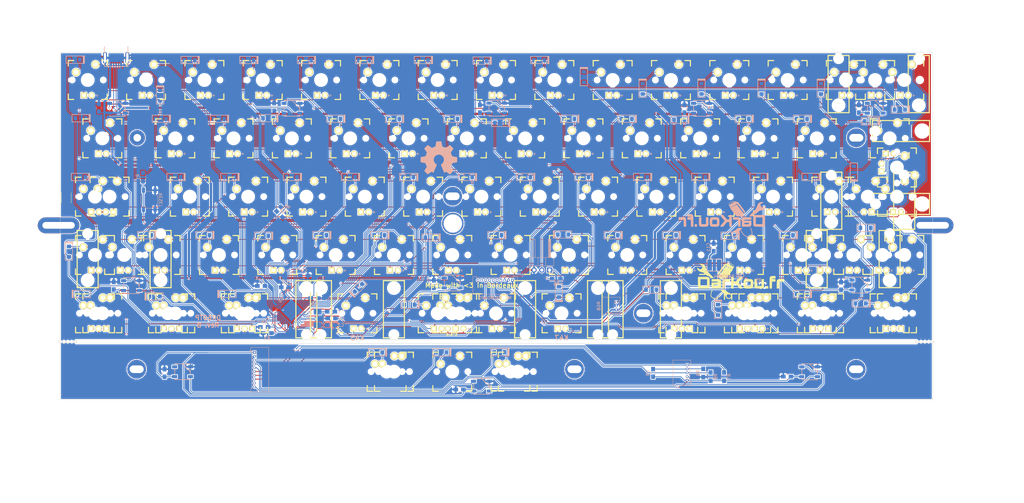
<source format=kicad_pcb>
(kicad_pcb (version 4) (host pcbnew 4.0.7+dfsg1-1)
  (title_block (title DK60TP) (date 2017-10-07) (rev B) (company DarKou))
  (layers (0 F.Cu signal) (31 B.Cu signal) (34 B.Paste user) (35 F.Paste user) (36 B.SilkS user) (37 F.SilkS user hide) (38 B.Mask user) (39 F.Mask user) (44 Edge.Cuts user))
  (net 0 "")
  (net 1 LED_CATH)
  (net 2 LED_AN)
  (net 3 XTAL1)
  (net 4 GND)
  (net 5 XTAL2)
  (net 6 VCC)
  (net 7 "Net-(C8-Pad1)")
  (net 8 "Net-(C9-Pad1)")
  (net 9 Col0)
  (net 10 "Net-(DK0-Pad1)")
  (net 11 "Net-(DK1-Pad1)")
  (net 12 "Net-(DK2-Pad1)")
  (net 13 "Net-(DK3-Pad1)")
  (net 14 "Net-(DK4-Pad1)")
  (net 15 Col6)
  (net 16 "Net-(DK6-Pad1)")
  (net 17 Col1)
  (net 18 "Net-(DK10-Pad1)")
  (net 19 "Net-(DK11-Pad1)")
  (net 20 "Net-(DK12-Pad1)")
  (net 21 "Net-(DK13-Pad1)")
  (net 22 "Net-(DK14-Pad1)")
  (net 23 Col2)
  (net 24 "Net-(DK20-Pad1)")
  (net 25 "Net-(DK21-Pad1)")
  (net 26 "Net-(DK22-Pad1)")
  (net 27 "Net-(DK23-Pad1)")
  (net 28 "Net-(DK24-Pad1)")
  (net 29 Col3)
  (net 30 "Net-(DK30-Pad1)")
  (net 31 "Net-(DK31-Pad1)")
  (net 32 "Net-(DK32-Pad1)")
  (net 33 "Net-(DK33-Pad1)")
  (net 34 /TRACKPOINT/Col3)
  (net 35 "Net-(DK34-Pad1)")
  (net 36 Col4)
  (net 37 "Net-(DK40-Pad1)")
  (net 38 "Net-(DK41-Pad1)")
  (net 39 "Net-(DK42-Pad1)")
  (net 40 "Net-(DK43-Pad1)")
  (net 41 /TRACKPOINT/Col4)
  (net 42 "Net-(DK44-Pad1)")
  (net 43 Col5)
  (net 44 "Net-(DK50-Pad1)")
  (net 45 "Net-(DK51-Pad1)")
  (net 46 "Net-(DK52-Pad1)")
  (net 47 "Net-(DK53-Pad1)")
  (net 48 "Net-(DK54-Pad1)")
  (net 49 "Net-(DK61-Pad1)")
  (net 50 "Net-(DK62-Pad1)")
  (net 51 "Net-(DK63-Pad1)")
  (net 52 "Net-(DK64-Pad1)")
  (net 53 Col7)
  (net 54 "Net-(DK70-Pad1)")
  (net 55 "Net-(DK71-Pad1)")
  (net 56 "Net-(DK72-Pad1)")
  (net 57 "Net-(DK73-Pad1)")
  (net 58 Col8)
  (net 59 "Net-(DK80-Pad1)")
  (net 60 "Net-(DK81-Pad1)")
  (net 61 "Net-(DK82-Pad1)")
  (net 62 "Net-(DK83-Pad1)")
  (net 63 Col9)
  (net 64 "Net-(DK90-Pad1)")
  (net 65 "Net-(DK91-Pad1)")
  (net 66 "Net-(DK92-Pad1)")
  (net 67 "Net-(DK93-Pad1)")
  (net 68 "Net-(DK94-Pad1)")
  (net 69 ColA)
  (net 70 "Net-(DKA0-Pad1)")
  (net 71 "Net-(DKA1-Pad1)")
  (net 72 "Net-(DKA2-Pad1)")
  (net 73 "Net-(DKA3-Pad1)")
  (net 74 "Net-(DKA4-Pad1)")
  (net 75 ColB)
  (net 76 "Net-(DKB0-Pad1)")
  (net 77 "Net-(DKB1-Pad1)")
  (net 78 "Net-(DKB2-Pad1)")
  (net 79 "Net-(DKB3-Pad1)")
  (net 80 "Net-(DKB4-Pad1)")
  (net 81 ColC)
  (net 82 "Net-(DKC1-Pad1)")
  (net 83 "Net-(DKC2-Pad1)")
  (net 84 "Net-(DKC3-Pad1)")
  (net 85 "Net-(DKC4-Pad1)")
  (net 86 ColD)
  (net 87 "Net-(DKD0-Pad1)")
  (net 88 "Net-(DKD1-Pad1)")
  (net 89 "Net-(DKD2-Pad1)")
  (net 90 "Net-(DKD3-Pad1)")
  (net 91 "Net-(DKD4-Pad1)")
  (net 92 "Net-(J1-Pad2)")
  (net 93 "Net-(J1-Pad3)")
  (net 94 DOUT)
  (net 95 Row0)
  (net 96 Row4)
  (net 97 Row1)
  (net 98 Row2)
  (net 99 Row3)
  (net 100 /TRACKPOINT/Row4)
  (net 101 "Net-(KC0-Pad1)")
  (net 102 "Net-(L1-Pad1)")
  (net 103 "Net-(J3-Pad2)")
  (net 104 D5)
  (net 105 D2)
  (net 106 /TRACKPOINT/D5)
  (net 107 /TRACKPOINT/D2)
  (net 108 /TRACKPOINT/RGB)
  (net 109 RESET)
  (net 110 "Net-(R2-Pad2)")
  (net 111 "Net-(R3-Pad1)")
  (net 112 CAPS_LED)
  (net 113 "Net-(J3-Pad1)")
  (net 114 RGB)
  (net 115 "Net-(RGB0-Pad2)")
  (net 116 "Net-(RGB1-Pad2)")
  (net 117 "Net-(RGB2-Pad2)")
  (net 118 "Net-(RGB3-Pad2)")
  (net 119 "Net-(RGB4-Pad2)")
  (net 120 "Net-(RGB5-Pad2)")
  (net 121 "Net-(RGB6-Pad2)")
  (net 122 "Net-(RGB8-Pad2)")
  (net 123 "Net-(RGB10-Pad4)")
  (net 124 BACKLIT)
  (net 125 "Net-(R4-Pad1)")
  (net 126 "Net-(DK74-Pad1)")
  (net 127 /TRACKPOINT/Col8)
  (net 128 "Net-(DK84-Pad1)")
  (module Connectors_Molex:Molex_PicoBlade_53048-0310_03x1.25mm_Angled (layer B.Cu) (at 245.61375 124.05625 90)
    (fp_text reference J2 hide)
    (fp_text value RGB (at 1.25 -5.75 90) (layer B.SilkS) (effects (justify mirror)))
    (pad 1 thru_hole rect (at 0 0 90) (size 0.85 0.85) (drill 0.5) (layers *.Cu *.Mask) (net 6 VCC))
    (pad 2 thru_hole circle (at 1.25 0 90) (size 0.85 0.85) (drill 0.5) (layers *.Cu *.Mask) (net 4 GND))
    (pad 3 thru_hole circle (at 2.5 0 90) (size 0.85 0.85) (drill 0.5) (layers *.Cu *.Mask) (net 94 DOUT))
  )
  (module Housings_DFN_QFN:QFN-44-1EP_7x7mm_Pitch0.5mm (layer B.Cu) (at 139.505 124.15625 225)
    (fp_text reference U0 (at 0 4.75 225) (layer B.SilkS) (effects (justify mirror)))
    (fp_text value ATMEGA32U4-MU)
    (pad 1 smd rect (at -3.4 2.5 225) (size 0.7 0.25) (layers B.Cu B.Paste B.Mask) (net 112 CAPS_LED))
    (pad 2 smd rect (at -3.4 2 225) (size 0.7 0.25) (layers B.Cu B.Paste B.Mask) (net 6 VCC))
    (pad 3 smd rect (at -3.4 1.5 225) (size 0.7 0.25) (layers B.Cu B.Paste B.Mask) (net 111 "Net-(R3-Pad1)"))
    (pad 4 smd rect (at -3.4 1 225) (size 0.7 0.25) (layers B.Cu B.Paste B.Mask) (net 125 "Net-(R4-Pad1)"))
    (pad 5 smd rect (at -3.4 0.5 225) (size 0.7 0.25) (layers B.Cu B.Paste B.Mask) (net 4 GND))
    (pad 6 smd rect (at -3.4 0 225) (size 0.7 0.25) (layers B.Cu B.Paste B.Mask) (net 7 "Net-(C8-Pad1)"))
    (pad 7 smd rect (at -3.4 -0.5 225) (size 0.7 0.25) (layers B.Cu B.Paste B.Mask) (net 6 VCC))
    (pad 8 smd rect (at -3.4 -1 225) (size 0.7 0.25) (layers B.Cu B.Paste B.Mask) (net 43 Col5))
    (pad 9 smd rect (at -3.4 -1.5 225) (size 0.7 0.25) (layers B.Cu B.Paste B.Mask) (net 99 Row3))
    (pad 10 smd rect (at -3.4 -2 225) (size 0.7 0.25) (layers B.Cu B.Paste B.Mask) (net 15 Col6))
    (pad 11 smd rect (at -3.4 -2.5 225) (size 0.7 0.25) (layers B.Cu B.Paste B.Mask) (net 53 Col7))
    (pad 12 smd rect (at -2.5 -3.4 135) (size 0.7 0.25) (layers B.Cu B.Paste B.Mask) (net 124 BACKLIT))
    (pad 13 smd rect (at -2 -3.4 135) (size 0.7 0.25) (layers B.Cu B.Paste B.Mask) (net 109 RESET))
    (pad 14 smd rect (at -1.5 -3.4 135) (size 0.7 0.25) (layers B.Cu B.Paste B.Mask) (net 6 VCC))
    (pad 15 smd rect (at -1 -3.4 135) (size 0.7 0.25) (layers B.Cu B.Paste B.Mask) (net 4 GND))
    (pad 16 smd rect (at -0.5 -3.4 135) (size 0.7 0.25) (layers B.Cu B.Paste B.Mask) (net 3 XTAL1))
    (pad 17 smd rect (at 0 -3.4 135) (size 0.7 0.25) (layers B.Cu B.Paste B.Mask) (net 5 XTAL2))
    (pad 18 smd rect (at 0.5 -3.4 135) (size 0.7 0.25) (layers B.Cu B.Paste B.Mask) (net 81 ColC))
    (pad 19 smd rect (at 1 -3.4 135) (size 0.7 0.25) (layers B.Cu B.Paste B.Mask) (net 75 ColB))
    (pad 20 smd rect (at 1.5 -3.4 135) (size 0.7 0.25) (layers B.Cu B.Paste B.Mask) (net 105 D2))
    (pad 21 smd rect (at 2 -3.4 135) (size 0.7 0.25) (layers B.Cu B.Paste B.Mask) (net 69 ColA))
    (pad 22 smd rect (at 2.5 -3.4 135) (size 0.7 0.25) (layers B.Cu B.Paste B.Mask) (net 104 D5))
    (pad 23 smd rect (at 3.4 -2.5 225) (size 0.7 0.25) (layers B.Cu B.Paste B.Mask) (net 4 GND))
    (pad 24 smd rect (at 3.4 -2 225) (size 0.7 0.25) (layers B.Cu B.Paste B.Mask) (net 6 VCC))
    (pad 25 smd rect (at 3.4 -1.5 225) (size 0.7 0.25) (layers B.Cu B.Paste B.Mask) (net 86 ColD))
    (pad 26 smd rect (at 3.4 -1 225) (size 0.7 0.25) (layers B.Cu B.Paste B.Mask) (net 96 Row4))
    (pad 27 smd rect (at 3.4 -0.5 225) (size 0.7 0.25) (layers B.Cu B.Paste B.Mask) (net 114 RGB))
    (pad 28 smd rect (at 3.4 0 225) (size 0.7 0.25) (layers B.Cu B.Paste B.Mask) (net 9 Col0))
    (pad 29 smd rect (at 3.4 0.5 225) (size 0.7 0.25) (layers B.Cu B.Paste B.Mask) (net 17 Col1))
    (pad 30 smd rect (at 3.4 1 225) (size 0.7 0.25) (layers B.Cu B.Paste B.Mask) (net 98 Row2))
    (pad 31 smd rect (at 3.4 1.5 225) (size 0.7 0.25) (layers B.Cu B.Paste B.Mask) (net 23 Col2))
    (pad 32 smd rect (at 3.4 2 225) (size 0.7 0.25) (layers B.Cu B.Paste B.Mask) (net 95 Row0))
    (pad 33 smd rect (at 3.4 2.5 225) (size 0.7 0.25) (layers B.Cu B.Paste B.Mask) (net 110 "Net-(R2-Pad2)"))
    (pad 34 smd rect (at 2.5 3.4 135) (size 0.7 0.25) (layers B.Cu B.Paste B.Mask) (net 6 VCC))
    (pad 35 smd rect (at 2 3.4 135) (size 0.7 0.25) (layers B.Cu B.Paste B.Mask) (net 4 GND))
    (pad 36 smd rect (at 1.5 3.4 135) (size 0.7 0.25) (layers B.Cu B.Paste B.Mask) (net 29 Col3))
    (pad 37 smd rect (at 1 3.4 135) (size 0.7 0.25) (layers B.Cu B.Paste B.Mask) (net 36 Col4))
    (pad 38 smd rect (at 0.5 3.4 135) (size 0.7 0.25) (layers B.Cu B.Paste B.Mask) (net 97 Row1))
    (pad 39 smd rect (at 0 3.4 135) (size 0.7 0.25) (layers B.Cu B.Paste B.Mask) (net 58 Col8))
    (pad 40 smd rect (at -0.5 3.4 135) (size 0.7 0.25) (layers B.Cu B.Paste B.Mask) (net 63 Col9))
    (pad 41 smd rect (at -1 3.4 135) (size 0.7 0.25) (layers B.Cu B.Paste B.Mask))
    (pad 42 smd rect (at -1.5 3.4 135) (size 0.7 0.25) (layers B.Cu B.Paste B.Mask))
    (pad 43 smd rect (at -2 3.4 135) (size 0.7 0.25) (layers B.Cu B.Paste B.Mask) (net 4 GND))
    (pad 44 smd rect (at -2.5 3.4 135) (size 0.7 0.25) (layers B.Cu B.Paste B.Mask) (net 6 VCC))
    (pad 45 smd rect (at 1.93125 -1.93125 225) (size 1.2875 1.2875) (layers B.Cu B.Paste B.Mask) (net 4 GND))
    (pad 45 smd rect (at 1.93125 -0.64375 225) (size 1.2875 1.2875) (layers B.Cu B.Paste B.Mask) (net 4 GND))
    (pad 45 smd rect (at 1.93125 0.64375 225) (size 1.2875 1.2875) (layers B.Cu B.Paste B.Mask) (net 4 GND))
    (pad 45 smd rect (at 1.93125 1.93125 225) (size 1.2875 1.2875) (layers B.Cu B.Paste B.Mask) (net 4 GND))
    (pad 45 smd rect (at 0.64375 -1.93125 225) (size 1.2875 1.2875) (layers B.Cu B.Paste B.Mask) (net 4 GND))
    (pad 45 smd rect (at 0.64375 -0.64375 225) (size 1.2875 1.2875) (layers B.Cu B.Paste B.Mask) (net 4 GND))
    (pad 45 smd rect (at 0.64375 0.64375 225) (size 1.2875 1.2875) (layers B.Cu B.Paste B.Mask) (net 4 GND))
    (pad 45 smd rect (at 0.64375 1.93125 225) (size 1.2875 1.2875) (layers B.Cu B.Paste B.Mask) (net 4 GND))
    (pad 45 smd rect (at -0.64375 -1.93125 225) (size 1.2875 1.2875) (layers B.Cu B.Paste B.Mask) (net 4 GND))
    (pad 45 smd rect (at -0.64375 -0.64375 225) (size 1.2875 1.2875) (layers B.Cu B.Paste B.Mask) (net 4 GND))
    (pad 45 smd rect (at -0.64375 0.64375 225) (size 1.2875 1.2875) (layers B.Cu B.Paste B.Mask) (net 4 GND))
    (pad 45 smd rect (at -0.64375 1.93125 225) (size 1.2875 1.2875) (layers B.Cu B.Paste B.Mask) (net 4 GND))
    (pad 45 smd rect (at -1.93125 -1.93125 225) (size 1.2875 1.2875) (layers B.Cu B.Paste B.Mask) (net 4 GND))
    (pad 45 smd rect (at -1.93125 -0.64375 225) (size 1.2875 1.2875) (layers B.Cu B.Paste B.Mask) (net 4 GND))
    (pad 45 smd rect (at -1.93125 0.64375 225) (size 1.2875 1.2875) (layers B.Cu B.Paste B.Mask) (net 4 GND))
    (pad 45 smd rect (at -1.93125 1.93125 225) (size 1.2875 1.2875) (layers B.Cu B.Paste B.Mask) (net 4 GND))
  )
  (module Footprint:MXST (layer F.Cu) (at 144.3675 125.18125 180)
    (fp_text reference 6.25U_0 hide)
    (fp_text value 6.25U hide)
    (pad "" np_thru_hole circle (at 0 -6.985 180) (size 3.048 3.048) (drill 3.048) (layers *.Cu *.Mask))
    (pad "" np_thru_hole circle (at 0 8.255 180) (size 3.9802 3.9802) (drill 3.9802) (layers *.Cu *.Mask))
  )
  (module Footprint:Mx_125 (layer F.Cu) (at 75.3375 125.18125)
    (fp_text reference K40 hide)
    (fp_text value K40 hide)
    (pad HOLE np_thru_hole circle (at 0 0) (size 3.9878 3.9878) (drill 3.9878) (layers *.Cu))
    (pad HOLE np_thru_hole circle (at -5.08 0) (size 1.7018 1.7018) (drill 1.7018) (layers *.Cu))
    (pad HOLE np_thru_hole circle (at 5.08 0) (size 1.7018 1.7018) (drill 1.7018) (layers *.Cu))
    (pad 1 thru_hole circle (at -3.81 -2.54 330.95) (size 2.5 2.5) (drill 1.5) (layers *.Cu *.Mask F.SilkS) (net 14 "Net-(DK4-Pad1)"))
    (pad 2 thru_hole circle (at 2.54 -5.08 356.1) (size 2.5 2.5) (drill 1.5) (layers *.Cu *.Mask F.SilkS) (net 96 Row4))
  )
  (module Footprint:LED_TH_BIVAR (layer F.Cu) (at 72.95625 53.98125)
    (fp_text reference BL0 hide)
    (fp_text value LED hide)
    (fp_text user + (at 3.048 0) (layer B.SilkS) (effects (justify mirror)))
    (pad 1 thru_hole rect (at -1.27 0) (size 1.9 1.9) (drill 1.1176) (layers *.Cu *.Mask F.SilkS) (net 1 LED_CATH))
    (pad 2 thru_hole circle (at 1.27 0) (size 1.9 1.9) (drill 1.1176) (layers *.Cu *.Mask F.SilkS) (net 2 LED_AN))
  )
  (module Footprint:LED_TH_BIVAR (layer F.Cu) (at 77.71875 73.03125)
    (fp_text reference BL10 hide)
    (fp_text value LED hide)
    (fp_text user + (at 3.048 0) (layer B.SilkS) (effects (justify mirror)))
    (pad 1 thru_hole rect (at -1.27 0) (size 1.9 1.9) (drill 1.1176) (layers *.Cu *.Mask F.SilkS) (net 1 LED_CATH))
    (pad 2 thru_hole circle (at 1.27 0) (size 1.9 1.9) (drill 1.1176) (layers *.Cu *.Mask F.SilkS) (net 2 LED_AN))
  )
  (module Footprint:LED_TH_BIVAR (layer F.Cu) (at 75.3375 92.08125)
    (fp_text reference BL20 hide)
    (fp_text value LED hide)
    (fp_text user + (at 3.048 0) (layer B.SilkS) (effects (justify mirror)))
    (pad 1 thru_hole rect (at -1.27 0) (size 1.9 1.9) (drill 1.1176) (layers *.Cu *.Mask F.SilkS) (net 1 LED_CATH))
    (pad 2 thru_hole circle (at 1.27 0) (size 1.9 1.9) (drill 1.1176) (layers *.Cu *.Mask F.SilkS) (net 2 LED_AN))
  )
  (module Footprint:LED_TH_BIVAR (layer F.Cu) (at 80.1 92.08125 180)
    (fp_text reference BL21 hide)
    (fp_text value LED hide)
    (fp_text user + (at 3.048 0 180) (layer B.SilkS) (effects (justify mirror)))
    (pad 1 thru_hole rect (at -1.27 0 180) (size 1.9 1.9) (drill 1.1176) (layers *.Cu *.Mask F.SilkS) (net 1 LED_CATH))
    (pad 2 thru_hole circle (at 1.27 0 180) (size 1.9 1.9) (drill 1.1176) (layers *.Cu *.Mask F.SilkS) (net 2 LED_AN))
  )
  (module Footprint:LED_TH_BIVAR (layer F.Cu) (at 75.3375 111.13125)
    (fp_text reference BL30 hide)
    (fp_text value LED hide)
    (fp_text user + (at 3.048 0) (layer B.SilkS) (effects (justify mirror)))
    (pad 1 thru_hole rect (at -1.27 0) (size 1.9 1.9) (drill 1.1176) (layers *.Cu *.Mask F.SilkS) (net 1 LED_CATH))
    (pad 2 thru_hole circle (at 1.27 0) (size 1.9 1.9) (drill 1.1176) (layers *.Cu *.Mask F.SilkS) (net 2 LED_AN))
  )
  (module Footprint:LED_TH_BIVAR (layer F.Cu) (at 96.76875 111.13125)
    (fp_text reference BL31 hide)
    (fp_text value LED hide)
    (fp_text user + (at 3.048 0) (layer B.SilkS) (effects (justify mirror)))
    (pad 1 thru_hole rect (at -1.27 0) (size 1.9 1.9) (drill 1.1176) (layers *.Cu *.Mask F.SilkS) (net 1 LED_CATH))
    (pad 2 thru_hole circle (at 1.27 0) (size 1.9 1.9) (drill 1.1176) (layers *.Cu *.Mask F.SilkS) (net 2 LED_AN))
  )
  (module Footprint:LED_TH_BIVAR (layer F.Cu) (at 75.3375 130.18125)
    (fp_text reference BL40 hide)
    (fp_text value LED hide)
    (fp_text user + (at 3.048 0) (layer B.SilkS) (effects (justify mirror)))
    (pad 1 thru_hole rect (at -1.27 0) (size 1.9 1.9) (drill 1.1176) (layers *.Cu *.Mask F.SilkS) (net 1 LED_CATH))
    (pad 2 thru_hole circle (at 1.27 0) (size 1.9 1.9) (drill 1.1176) (layers *.Cu *.Mask F.SilkS) (net 2 LED_AN))
  )
  (module Footprint:LED_TH_BIVAR (layer F.Cu) (at 77.71875 130.18125 180)
    (fp_text reference BL41 hide)
    (fp_text value LED hide)
    (fp_text user + (at 3.048 0 180) (layer B.SilkS) (effects (justify mirror)))
    (pad 1 thru_hole rect (at -1.27 0 180) (size 1.9 1.9) (drill 1.1176) (layers *.Cu *.Mask F.SilkS) (net 1 LED_CATH))
    (pad 2 thru_hole circle (at 1.27 0 180) (size 1.9 1.9) (drill 1.1176) (layers *.Cu *.Mask F.SilkS) (net 2 LED_AN))
  )
  (module Footprint:LED_TH_BIVAR (layer F.Cu) (at 92.00625 53.98125)
    (fp_text reference BL100 hide)
    (fp_text value LED hide)
    (fp_text user + (at 3.048 0) (layer B.SilkS) (effects (justify mirror)))
    (pad 1 thru_hole rect (at -1.27 0) (size 1.9 1.9) (drill 1.1176) (layers *.Cu *.Mask F.SilkS) (net 1 LED_CATH))
    (pad 2 thru_hole circle (at 1.27 0) (size 1.9 1.9) (drill 1.1176) (layers *.Cu *.Mask F.SilkS) (net 2 LED_AN))
  )
  (module Footprint:LED_TH_BIVAR (layer F.Cu) (at 101.53125 73.03125)
    (fp_text reference BL110 hide)
    (fp_text value LED hide)
    (fp_text user + (at 3.048 0) (layer B.SilkS) (effects (justify mirror)))
    (pad 1 thru_hole rect (at -1.27 0) (size 1.9 1.9) (drill 1.1176) (layers *.Cu *.Mask F.SilkS) (net 1 LED_CATH))
    (pad 2 thru_hole circle (at 1.27 0) (size 1.9 1.9) (drill 1.1176) (layers *.Cu *.Mask F.SilkS) (net 2 LED_AN))
  )
  (module Footprint:LED_TH_BIVAR (layer F.Cu) (at 106.29375 92.08125)
    (fp_text reference BL120 hide)
    (fp_text value LED hide)
    (fp_text user + (at 3.048 0) (layer B.SilkS) (effects (justify mirror)))
    (pad 1 thru_hole rect (at -1.27 0) (size 1.9 1.9) (drill 1.1176) (layers *.Cu *.Mask F.SilkS) (net 1 LED_CATH))
    (pad 2 thru_hole circle (at 1.27 0) (size 1.9 1.9) (drill 1.1176) (layers *.Cu *.Mask F.SilkS) (net 2 LED_AN))
  )
  (module Footprint:LED_TH_BIVAR (layer F.Cu) (at 84.8625 111.13125)
    (fp_text reference BL130 hide)
    (fp_text value LED hide)
    (fp_text user + (at 3.048 0) (layer B.SilkS) (effects (justify mirror)))
    (pad 1 thru_hole rect (at -1.27 0) (size 1.9 1.9) (drill 1.1176) (layers *.Cu *.Mask F.SilkS) (net 1 LED_CATH))
    (pad 2 thru_hole circle (at 1.27 0) (size 1.9 1.9) (drill 1.1176) (layers *.Cu *.Mask F.SilkS) (net 2 LED_AN))
  )
  (module Footprint:LED_TH_BIVAR (layer F.Cu) (at 99.15 130.18125)
    (fp_text reference BL140 hide)
    (fp_text value LED hide)
    (fp_text user + (at 3.048 0) (layer B.SilkS) (effects (justify mirror)))
    (pad 1 thru_hole rect (at -1.27 0) (size 1.9 1.9) (drill 1.1176) (layers *.Cu *.Mask F.SilkS) (net 1 LED_CATH))
    (pad 2 thru_hole circle (at 1.27 0) (size 1.9 1.9) (drill 1.1176) (layers *.Cu *.Mask F.SilkS) (net 2 LED_AN))
  )
  (module Footprint:LED_TH_BIVAR (layer F.Cu) (at 101.53125 130.18125 180)
    (fp_text reference BL141 hide)
    (fp_text value LED hide)
    (fp_text user + (at 3.048 0 180) (layer B.SilkS) (effects (justify mirror)))
    (pad 1 thru_hole rect (at -1.27 0 180) (size 1.9 1.9) (drill 1.1176) (layers *.Cu *.Mask F.SilkS) (net 1 LED_CATH))
    (pad 2 thru_hole circle (at 1.27 0 180) (size 1.9 1.9) (drill 1.1176) (layers *.Cu *.Mask F.SilkS) (net 2 LED_AN))
  )
  (module Footprint:LED_TH_BIVAR (layer F.Cu) (at 111.05625 53.98125)
    (fp_text reference BL200 hide)
    (fp_text value LED hide)
    (fp_text user + (at 3.048 0) (layer B.SilkS) (effects (justify mirror)))
    (pad 1 thru_hole rect (at -1.27 0) (size 1.9 1.9) (drill 1.1176) (layers *.Cu *.Mask F.SilkS) (net 1 LED_CATH))
    (pad 2 thru_hole circle (at 1.27 0) (size 1.9 1.9) (drill 1.1176) (layers *.Cu *.Mask F.SilkS) (net 2 LED_AN))
  )
  (module Footprint:LED_TH_BIVAR (layer F.Cu) (at 120.58125 73.03125)
    (fp_text reference BL210 hide)
    (fp_text value LED hide)
    (fp_text user + (at 3.048 0) (layer B.SilkS) (effects (justify mirror)))
    (pad 1 thru_hole rect (at -1.27 0) (size 1.9 1.9) (drill 1.1176) (layers *.Cu *.Mask F.SilkS) (net 1 LED_CATH))
    (pad 2 thru_hole circle (at 1.27 0) (size 1.9 1.9) (drill 1.1176) (layers *.Cu *.Mask F.SilkS) (net 2 LED_AN))
  )
  (module Footprint:LED_TH_BIVAR (layer F.Cu) (at 125.34375 92.08125)
    (fp_text reference BL220 hide)
    (fp_text value LED hide)
    (fp_text user + (at 3.048 0) (layer B.SilkS) (effects (justify mirror)))
    (pad 1 thru_hole rect (at -1.27 0) (size 1.9 1.9) (drill 1.1176) (layers *.Cu *.Mask F.SilkS) (net 1 LED_CATH))
    (pad 2 thru_hole circle (at 1.27 0) (size 1.9 1.9) (drill 1.1176) (layers *.Cu *.Mask F.SilkS) (net 2 LED_AN))
  )
  (module Footprint:LED_TH_BIVAR (layer F.Cu) (at 115.81875 111.13125)
    (fp_text reference BL230 hide)
    (fp_text value LED hide)
    (fp_text user + (at 3.048 0) (layer B.SilkS) (effects (justify mirror)))
    (pad 1 thru_hole rect (at -1.27 0) (size 1.9 1.9) (drill 1.1176) (layers *.Cu *.Mask F.SilkS) (net 1 LED_CATH))
    (pad 2 thru_hole circle (at 1.27 0) (size 1.9 1.9) (drill 1.1176) (layers *.Cu *.Mask F.SilkS) (net 2 LED_AN))
  )
  (module Footprint:LED_TH_BIVAR (layer F.Cu) (at 122.9625 130.18125)
    (fp_text reference BL240 hide)
    (fp_text value LED hide)
    (fp_text user + (at 3.048 0) (layer B.SilkS) (effects (justify mirror)))
    (pad 1 thru_hole rect (at -1.27 0) (size 1.9 1.9) (drill 1.1176) (layers *.Cu *.Mask F.SilkS) (net 1 LED_CATH))
    (pad 2 thru_hole circle (at 1.27 0) (size 1.9 1.9) (drill 1.1176) (layers *.Cu *.Mask F.SilkS) (net 2 LED_AN))
  )
  (module Footprint:LED_TH_BIVAR (layer F.Cu) (at 125.34375 130.18125 180)
    (fp_text reference BL241 hide)
    (fp_text value LED hide)
    (fp_text user + (at 3.048 0 180) (layer B.SilkS) (effects (justify mirror)))
    (pad 1 thru_hole rect (at -1.27 0 180) (size 1.9 1.9) (drill 1.1176) (layers *.Cu *.Mask F.SilkS) (net 1 LED_CATH))
    (pad 2 thru_hole circle (at 1.27 0 180) (size 1.9 1.9) (drill 1.1176) (layers *.Cu *.Mask F.SilkS) (net 2 LED_AN))
  )
  (module Footprint:LED_TH_BIVAR (layer F.Cu) (at 130.10625 53.98125)
    (fp_text reference BL300 hide)
    (fp_text value LED hide)
    (fp_text user + (at 3.048 0) (layer B.SilkS) (effects (justify mirror)))
    (pad 1 thru_hole rect (at -1.27 0) (size 1.9 1.9) (drill 1.1176) (layers *.Cu *.Mask F.SilkS) (net 1 LED_CATH))
    (pad 2 thru_hole circle (at 1.27 0) (size 1.9 1.9) (drill 1.1176) (layers *.Cu *.Mask F.SilkS) (net 2 LED_AN))
  )
  (module Footprint:LED_TH_BIVAR (layer F.Cu) (at 139.63125 73.03125)
    (fp_text reference BL310 hide)
    (fp_text value LED hide)
    (fp_text user + (at 3.048 0) (layer B.SilkS) (effects (justify mirror)))
    (pad 1 thru_hole rect (at -1.27 0) (size 1.9 1.9) (drill 1.1176) (layers *.Cu *.Mask F.SilkS) (net 1 LED_CATH))
    (pad 2 thru_hole circle (at 1.27 0) (size 1.9 1.9) (drill 1.1176) (layers *.Cu *.Mask F.SilkS) (net 2 LED_AN))
  )
  (module Footprint:LED_TH_BIVAR (layer F.Cu) (at 144.39375 92.08125)
    (fp_text reference BL320 hide)
    (fp_text value LED hide)
    (fp_text user + (at 3.048 0) (layer B.SilkS) (effects (justify mirror)))
    (pad 1 thru_hole rect (at -1.27 0) (size 1.9 1.9) (drill 1.1176) (layers *.Cu *.Mask F.SilkS) (net 1 LED_CATH))
    (pad 2 thru_hole circle (at 1.27 0) (size 1.9 1.9) (drill 1.1176) (layers *.Cu *.Mask F.SilkS) (net 2 LED_AN))
  )
  (module Footprint:LED_TH_BIVAR (layer F.Cu) (at 134.86875 111.13125)
    (fp_text reference BL330 hide)
    (fp_text value LED hide)
    (fp_text user + (at 3.048 0) (layer B.SilkS) (effects (justify mirror)))
    (pad 1 thru_hole rect (at -1.27 0) (size 1.9 1.9) (drill 1.1176) (layers *.Cu *.Mask F.SilkS) (net 1 LED_CATH))
    (pad 2 thru_hole circle (at 1.27 0) (size 1.9 1.9) (drill 1.1176) (layers *.Cu *.Mask F.SilkS) (net 2 LED_AN))
  )
  (module Footprint:LED_TH_BIVAR (layer F.Cu) (at 149.15625 53.98125)
    (fp_text reference BL400 hide)
    (fp_text value LED hide)
    (fp_text user + (at 3.048 0) (layer B.SilkS) (effects (justify mirror)))
    (pad 1 thru_hole rect (at -1.27 0) (size 1.9 1.9) (drill 1.1176) (layers *.Cu *.Mask F.SilkS) (net 1 LED_CATH))
    (pad 2 thru_hole circle (at 1.27 0) (size 1.9 1.9) (drill 1.1176) (layers *.Cu *.Mask F.SilkS) (net 2 LED_AN))
  )
  (module Footprint:LED_TH_BIVAR (layer F.Cu) (at 158.68125 73.03125)
    (fp_text reference BL410 hide)
    (fp_text value LED hide)
    (fp_text user + (at 3.048 0) (layer B.SilkS) (effects (justify mirror)))
    (pad 1 thru_hole rect (at -1.27 0) (size 1.9 1.9) (drill 1.1176) (layers *.Cu *.Mask F.SilkS) (net 1 LED_CATH))
    (pad 2 thru_hole circle (at 1.27 0) (size 1.9 1.9) (drill 1.1176) (layers *.Cu *.Mask F.SilkS) (net 2 LED_AN))
  )
  (module Footprint:LED_TH_BIVAR (layer F.Cu) (at 163.44375 92.08125)
    (fp_text reference BL420 hide)
    (fp_text value LED hide)
    (fp_text user + (at 3.048 0) (layer B.SilkS) (effects (justify mirror)))
    (pad 1 thru_hole rect (at -1.27 0) (size 1.9 1.9) (drill 1.1176) (layers *.Cu *.Mask F.SilkS) (net 1 LED_CATH))
    (pad 2 thru_hole circle (at 1.27 0) (size 1.9 1.9) (drill 1.1176) (layers *.Cu *.Mask F.SilkS) (net 2 LED_AN))
  )
  (module Footprint:LED_TH_BIVAR (layer F.Cu) (at 153.91875 111.13125)
    (fp_text reference BL430 hide)
    (fp_text value LED hide)
    (fp_text user + (at 3.048 0) (layer B.SilkS) (effects (justify mirror)))
    (pad 1 thru_hole rect (at -1.27 0) (size 1.9 1.9) (drill 1.1176) (layers *.Cu *.Mask F.SilkS) (net 1 LED_CATH))
    (pad 2 thru_hole circle (at 1.27 0) (size 1.9 1.9) (drill 1.1176) (layers *.Cu *.Mask F.SilkS) (net 2 LED_AN))
  )
  (module Footprint:LED_TH_BIVAR (layer F.Cu) (at 168.20625 53.98125)
    (fp_text reference BL500 hide)
    (fp_text value LED hide)
    (fp_text user + (at 3.048 0) (layer B.SilkS) (effects (justify mirror)))
    (pad 1 thru_hole rect (at -1.27 0) (size 1.9 1.9) (drill 1.1176) (layers *.Cu *.Mask F.SilkS) (net 1 LED_CATH))
    (pad 2 thru_hole circle (at 1.27 0) (size 1.9 1.9) (drill 1.1176) (layers *.Cu *.Mask F.SilkS) (net 2 LED_AN))
  )
  (module Footprint:LED_TH_BIVAR (layer F.Cu) (at 177.73125 73.03125)
    (fp_text reference BL510 hide)
    (fp_text value LED hide)
    (fp_text user + (at 3.048 0) (layer B.SilkS) (effects (justify mirror)))
    (pad 1 thru_hole rect (at -1.27 0) (size 1.9 1.9) (drill 1.1176) (layers *.Cu *.Mask F.SilkS) (net 1 LED_CATH))
    (pad 2 thru_hole circle (at 1.27 0) (size 1.9 1.9) (drill 1.1176) (layers *.Cu *.Mask F.SilkS) (net 2 LED_AN))
  )
  (module Footprint:LED_TH_BIVAR (layer F.Cu) (at 182.49375 92.08125)
    (fp_text reference BL520 hide)
    (fp_text value LED hide)
    (fp_text user + (at 3.048 0) (layer B.SilkS) (effects (justify mirror)))
    (pad 1 thru_hole rect (at -1.27 0) (size 1.9 1.9) (drill 1.1176) (layers *.Cu *.Mask F.SilkS) (net 1 LED_CATH))
    (pad 2 thru_hole circle (at 1.27 0) (size 1.9 1.9) (drill 1.1176) (layers *.Cu *.Mask F.SilkS) (net 2 LED_AN))
  )
  (module Footprint:LED_TH_BIVAR (layer F.Cu) (at 172.96875 111.13125)
    (fp_text reference BL530 hide)
    (fp_text value LED hide)
    (fp_text user + (at 3.048 0) (layer B.SilkS) (effects (justify mirror)))
    (pad 1 thru_hole rect (at -1.27 0) (size 1.9 1.9) (drill 1.1176) (layers *.Cu *.Mask F.SilkS) (net 1 LED_CATH))
    (pad 2 thru_hole circle (at 1.27 0) (size 1.9 1.9) (drill 1.1176) (layers *.Cu *.Mask F.SilkS) (net 2 LED_AN))
  )
  (module Footprint:LED_TH_BIVAR (layer F.Cu) (at 187.25625 53.98125)
    (fp_text reference BL600 hide)
    (fp_text value LED hide)
    (fp_text user + (at 3.048 0) (layer B.SilkS) (effects (justify mirror)))
    (pad 1 thru_hole rect (at -1.27 0) (size 1.9 1.9) (drill 1.1176) (layers *.Cu *.Mask F.SilkS) (net 1 LED_CATH))
    (pad 2 thru_hole circle (at 1.27 0) (size 1.9 1.9) (drill 1.1176) (layers *.Cu *.Mask F.SilkS) (net 2 LED_AN))
  )
  (module Footprint:LED_TH_BIVAR (layer F.Cu) (at 196.78125 73.03125)
    (fp_text reference BL610 hide)
    (fp_text value LED hide)
    (fp_text user + (at 3.048 0) (layer B.SilkS) (effects (justify mirror)))
    (pad 1 thru_hole rect (at -1.27 0) (size 1.9 1.9) (drill 1.1176) (layers *.Cu *.Mask F.SilkS) (net 1 LED_CATH))
    (pad 2 thru_hole circle (at 1.27 0) (size 1.9 1.9) (drill 1.1176) (layers *.Cu *.Mask F.SilkS) (net 2 LED_AN))
  )
  (module Footprint:LED_TH_BIVAR (layer F.Cu) (at 201.54375 92.08125)
    (fp_text reference BL620 hide)
    (fp_text value LED hide)
    (fp_text user + (at 3.048 0) (layer B.SilkS) (effects (justify mirror)))
    (pad 1 thru_hole rect (at -1.27 0) (size 1.9 1.9) (drill 1.1176) (layers *.Cu *.Mask F.SilkS) (net 1 LED_CATH))
    (pad 2 thru_hole circle (at 1.27 0) (size 1.9 1.9) (drill 1.1176) (layers *.Cu *.Mask F.SilkS) (net 2 LED_AN))
  )
  (module Footprint:LED_TH_BIVAR (layer F.Cu) (at 192.01875 111.13125)
    (fp_text reference BL630 hide)
    (fp_text value LED hide)
    (fp_text user + (at 3.048 0) (layer B.SilkS) (effects (justify mirror)))
    (pad 1 thru_hole rect (at -1.27 0) (size 1.9 1.9) (drill 1.1176) (layers *.Cu *.Mask F.SilkS) (net 1 LED_CATH))
    (pad 2 thru_hole circle (at 1.27 0) (size 1.9 1.9) (drill 1.1176) (layers *.Cu *.Mask F.SilkS) (net 2 LED_AN))
  )
  (module Footprint:LED_TH_BIVAR (layer F.Cu) (at 206.30625 130.18125)
    (fp_text reference BL640 hide)
    (fp_text value LED hide)
    (fp_text user + (at 3.048 0) (layer B.SilkS) (effects (justify mirror)))
    (pad 1 thru_hole rect (at -1.27 0) (size 1.9 1.9) (drill 1.1176) (layers *.Cu *.Mask F.SilkS) (net 1 LED_CATH))
    (pad 2 thru_hole circle (at 1.27 0) (size 1.9 1.9) (drill 1.1176) (layers *.Cu *.Mask F.SilkS) (net 2 LED_AN))
  )
  (module Footprint:LED_TH_BIVAR (layer F.Cu) (at 194.4 130.18125)
    (fp_text reference BL641 hide)
    (fp_text value LED hide)
    (fp_text user + (at 3.048 0) (layer B.SilkS) (effects (justify mirror)))
    (pad 1 thru_hole rect (at -1.27 0) (size 1.9 1.9) (drill 1.1176) (layers *.Cu *.Mask F.SilkS) (net 1 LED_CATH))
    (pad 2 thru_hole circle (at 1.27 0) (size 1.9 1.9) (drill 1.1176) (layers *.Cu *.Mask F.SilkS) (net 2 LED_AN))
  )
  (module Footprint:LED_TH_BIVAR (layer F.Cu) (at 187.25625 130.18125)
    (fp_text reference BL642 hide)
    (fp_text value LED hide)
    (fp_text user + (at 3.048 0) (layer B.SilkS) (effects (justify mirror)))
    (pad 1 thru_hole rect (at -1.27 0) (size 1.9 1.9) (drill 1.1176) (layers *.Cu *.Mask F.SilkS) (net 1 LED_CATH))
    (pad 2 thru_hole circle (at 1.27 0) (size 1.9 1.9) (drill 1.1176) (layers *.Cu *.Mask F.SilkS) (net 2 LED_AN))
  )
  (module Footprint:LED_TH_BIVAR (layer F.Cu) (at 206.30625 53.98125)
    (fp_text reference BL700 hide)
    (fp_text value LED hide)
    (fp_text user + (at 3.048 0) (layer B.SilkS) (effects (justify mirror)))
    (pad 1 thru_hole rect (at -1.27 0) (size 1.9 1.9) (drill 1.1176) (layers *.Cu *.Mask F.SilkS) (net 1 LED_CATH))
    (pad 2 thru_hole circle (at 1.27 0) (size 1.9 1.9) (drill 1.1176) (layers *.Cu *.Mask F.SilkS) (net 2 LED_AN))
  )
  (module Footprint:LED_TH_BIVAR (layer F.Cu) (at 215.83125 73.03125)
    (fp_text reference BL710 hide)
    (fp_text value LED hide)
    (fp_text user + (at 3.048 0) (layer B.SilkS) (effects (justify mirror)))
    (pad 1 thru_hole rect (at -1.27 0) (size 1.9 1.9) (drill 1.1176) (layers *.Cu *.Mask F.SilkS) (net 1 LED_CATH))
    (pad 2 thru_hole circle (at 1.27 0) (size 1.9 1.9) (drill 1.1176) (layers *.Cu *.Mask F.SilkS) (net 2 LED_AN))
  )
  (module Footprint:LED_TH_BIVAR (layer F.Cu) (at 220.59375 92.08125)
    (fp_text reference BL720 hide)
    (fp_text value LED hide)
    (fp_text user + (at 3.048 0) (layer B.SilkS) (effects (justify mirror)))
    (pad 1 thru_hole rect (at -1.27 0) (size 1.9 1.9) (drill 1.1176) (layers *.Cu *.Mask F.SilkS) (net 1 LED_CATH))
    (pad 2 thru_hole circle (at 1.27 0) (size 1.9 1.9) (drill 1.1176) (layers *.Cu *.Mask F.SilkS) (net 2 LED_AN))
  )
  (module Footprint:LED_TH_BIVAR (layer F.Cu) (at 211.06875 111.13125)
    (fp_text reference BL750 hide)
    (fp_text value LED hide)
    (fp_text user + (at 3.048 0) (layer B.SilkS) (effects (justify mirror)))
    (pad 1 thru_hole rect (at -1.27 0) (size 1.9 1.9) (drill 1.1176) (layers *.Cu *.Mask F.SilkS) (net 1 LED_CATH))
    (pad 2 thru_hole circle (at 1.27 0) (size 1.9 1.9) (drill 1.1176) (layers *.Cu *.Mask F.SilkS) (net 2 LED_AN))
  )
  (module Footprint:LED_TH_BIVAR (layer F.Cu) (at 225.35625 53.98125)
    (fp_text reference BL800 hide)
    (fp_text value LED hide)
    (fp_text user + (at 3.048 0) (layer B.SilkS) (effects (justify mirror)))
    (pad 1 thru_hole rect (at -1.27 0) (size 1.9 1.9) (drill 1.1176) (layers *.Cu *.Mask F.SilkS) (net 1 LED_CATH))
    (pad 2 thru_hole circle (at 1.27 0) (size 1.9 1.9) (drill 1.1176) (layers *.Cu *.Mask F.SilkS) (net 2 LED_AN))
  )
  (module Footprint:LED_TH_BIVAR (layer F.Cu) (at 234.88125 73.03125)
    (fp_text reference BL810 hide)
    (fp_text value LED hide)
    (fp_text user + (at 3.048 0) (layer B.SilkS) (effects (justify mirror)))
    (pad 1 thru_hole rect (at -1.27 0) (size 1.9 1.9) (drill 1.1176) (layers *.Cu *.Mask F.SilkS) (net 1 LED_CATH))
    (pad 2 thru_hole circle (at 1.27 0) (size 1.9 1.9) (drill 1.1176) (layers *.Cu *.Mask F.SilkS) (net 2 LED_AN))
  )
  (module Footprint:LED_TH_BIVAR (layer F.Cu) (at 239.64375 92.08125)
    (fp_text reference BL820 hide)
    (fp_text value LED hide)
    (fp_text user + (at 3.048 0) (layer B.SilkS) (effects (justify mirror)))
    (pad 1 thru_hole rect (at -1.27 0) (size 1.9 1.9) (drill 1.1176) (layers *.Cu *.Mask F.SilkS) (net 1 LED_CATH))
    (pad 2 thru_hole circle (at 1.27 0) (size 1.9 1.9) (drill 1.1176) (layers *.Cu *.Mask F.SilkS) (net 2 LED_AN))
  )
  (module Footprint:LED_TH_BIVAR (layer F.Cu) (at 230.11875 111.13125)
    (fp_text reference BL830 hide)
    (fp_text value LED hide)
    (fp_text user + (at 3.048 0) (layer B.SilkS) (effects (justify mirror)))
    (pad 1 thru_hole rect (at -1.27 0) (size 1.9 1.9) (drill 1.1176) (layers *.Cu *.Mask F.SilkS) (net 1 LED_CATH))
    (pad 2 thru_hole circle (at 1.27 0) (size 1.9 1.9) (drill 1.1176) (layers *.Cu *.Mask F.SilkS) (net 2 LED_AN))
  )
  (module Footprint:LED_TH_BIVAR (layer F.Cu) (at 244.40625 53.98125)
    (fp_text reference BL900 hide)
    (fp_text value LED hide)
    (fp_text user + (at 3.048 0) (layer B.SilkS) (effects (justify mirror)))
    (pad 1 thru_hole rect (at -1.27 0) (size 1.9 1.9) (drill 1.1176) (layers *.Cu *.Mask F.SilkS) (net 1 LED_CATH))
    (pad 2 thru_hole circle (at 1.27 0) (size 1.9 1.9) (drill 1.1176) (layers *.Cu *.Mask F.SilkS) (net 2 LED_AN))
  )
  (module Footprint:LED_TH_BIVAR (layer F.Cu) (at 253.93125 73.03125)
    (fp_text reference BL910 hide)
    (fp_text value LED hide)
    (fp_text user + (at 3.048 0) (layer B.SilkS) (effects (justify mirror)))
    (pad 1 thru_hole rect (at -1.27 0) (size 1.9 1.9) (drill 1.1176) (layers *.Cu *.Mask F.SilkS) (net 1 LED_CATH))
    (pad 2 thru_hole circle (at 1.27 0) (size 1.9 1.9) (drill 1.1176) (layers *.Cu *.Mask F.SilkS) (net 2 LED_AN))
  )
  (module Footprint:LED_TH_BIVAR (layer F.Cu) (at 258.69375 92.08125)
    (fp_text reference BL920 hide)
    (fp_text value LED hide)
    (fp_text user + (at 3.048 0) (layer B.SilkS) (effects (justify mirror)))
    (pad 1 thru_hole rect (at -1.27 0) (size 1.9 1.9) (drill 1.1176) (layers *.Cu *.Mask F.SilkS) (net 1 LED_CATH))
    (pad 2 thru_hole circle (at 1.27 0) (size 1.9 1.9) (drill 1.1176) (layers *.Cu *.Mask F.SilkS) (net 2 LED_AN))
  )
  (module Footprint:LED_TH_BIVAR (layer F.Cu) (at 249.16875 111.13125)
    (fp_text reference BL930 hide)
    (fp_text value LED hide)
    (fp_text user + (at 3.048 0) (layer B.SilkS) (effects (justify mirror)))
    (pad 1 thru_hole rect (at -1.27 0) (size 1.9 1.9) (drill 1.1176) (layers *.Cu *.Mask F.SilkS) (net 1 LED_CATH))
    (pad 2 thru_hole circle (at 1.27 0) (size 1.9 1.9) (drill 1.1176) (layers *.Cu *.Mask F.SilkS) (net 2 LED_AN))
  )
  (module Footprint:LED_TH_BIVAR (layer F.Cu) (at 339.65625 53.98125)
    (fp_text reference BL940 hide)
    (fp_text value LED hide)
    (fp_text user + (at 3.048 0) (layer B.SilkS) (effects (justify mirror)))
    (pad 1 thru_hole rect (at -1.27 0) (size 1.9 1.9) (drill 1.1176) (layers *.Cu *.Mask F.SilkS) (net 1 LED_CATH))
    (pad 2 thru_hole circle (at 1.27 0) (size 1.9 1.9) (drill 1.1176) (layers *.Cu *.Mask F.SilkS) (net 2 LED_AN))
  )
  (module Footprint:LED_TH_BIVAR (layer F.Cu) (at 263.45625 53.98125)
    (fp_text reference BLA0 hide)
    (fp_text value LED hide)
    (fp_text user + (at 3.048 0) (layer B.SilkS) (effects (justify mirror)))
    (pad 1 thru_hole rect (at -1.27 0) (size 1.9 1.9) (drill 1.1176) (layers *.Cu *.Mask F.SilkS) (net 1 LED_CATH))
    (pad 2 thru_hole circle (at 1.27 0) (size 1.9 1.9) (drill 1.1176) (layers *.Cu *.Mask F.SilkS) (net 2 LED_AN))
  )
  (module Footprint:LED_TH_BIVAR (layer F.Cu) (at 272.98125 73.03125)
    (fp_text reference BLA10 hide)
    (fp_text value LED hide)
    (fp_text user + (at 3.048 0) (layer B.SilkS) (effects (justify mirror)))
    (pad 1 thru_hole rect (at -1.27 0) (size 1.9 1.9) (drill 1.1176) (layers *.Cu *.Mask F.SilkS) (net 1 LED_CATH))
    (pad 2 thru_hole circle (at 1.27 0) (size 1.9 1.9) (drill 1.1176) (layers *.Cu *.Mask F.SilkS) (net 2 LED_AN))
  )
  (module Footprint:LED_TH_BIVAR (layer F.Cu) (at 277.74375 92.08125)
    (fp_text reference BLA20 hide)
    (fp_text value LED hide)
    (fp_text user + (at 3.048 0) (layer B.SilkS) (effects (justify mirror)))
    (pad 1 thru_hole rect (at -1.27 0) (size 1.9 1.9) (drill 1.1176) (layers *.Cu *.Mask F.SilkS) (net 1 LED_CATH))
    (pad 2 thru_hole circle (at 1.27 0) (size 1.9 1.9) (drill 1.1176) (layers *.Cu *.Mask F.SilkS) (net 2 LED_AN))
  )
  (module Footprint:LED_TH_BIVAR (layer F.Cu) (at 268.21875 111.13125)
    (fp_text reference BLA30 hide)
    (fp_text value LED hide)
    (fp_text user + (at 3.048 0) (layer B.SilkS) (effects (justify mirror)))
    (pad 1 thru_hole rect (at -1.27 0) (size 1.9 1.9) (drill 1.1176) (layers *.Cu *.Mask F.SilkS) (net 1 LED_CATH))
    (pad 2 thru_hole circle (at 1.27 0) (size 1.9 1.9) (drill 1.1176) (layers *.Cu *.Mask F.SilkS) (net 2 LED_AN))
  )
  (module Footprint:LED_TH_BIVAR (layer F.Cu) (at 265.8375 130.18125)
    (fp_text reference BLA40 hide)
    (fp_text value LED hide)
    (fp_text user + (at 3.048 0) (layer B.SilkS) (effects (justify mirror)))
    (pad 1 thru_hole rect (at -1.27 0) (size 1.9 1.9) (drill 1.1176) (layers *.Cu *.Mask F.SilkS) (net 1 LED_CATH))
    (pad 2 thru_hole circle (at 1.27 0) (size 1.9 1.9) (drill 1.1176) (layers *.Cu *.Mask F.SilkS) (net 2 LED_AN))
  )
  (module Footprint:LED_TH_BIVAR (layer F.Cu) (at 268.21875 130.18125 180)
    (fp_text reference BLA41 hide)
    (fp_text value LED hide)
    (fp_text user + (at 3.048 0 180) (layer B.SilkS) (effects (justify mirror)))
    (pad 1 thru_hole rect (at -1.27 0 180) (size 1.9 1.9) (drill 1.1176) (layers *.Cu *.Mask F.SilkS) (net 1 LED_CATH))
    (pad 2 thru_hole circle (at 1.27 0 180) (size 1.9 1.9) (drill 1.1176) (layers *.Cu *.Mask F.SilkS) (net 2 LED_AN))
  )
  (module Footprint:LED_TH_BIVAR (layer F.Cu) (at 282.50625 53.98125)
    (fp_text reference BLB0 hide)
    (fp_text value LED hide)
    (fp_text user + (at 3.048 0) (layer B.SilkS) (effects (justify mirror)))
    (pad 1 thru_hole rect (at -1.27 0) (size 1.9 1.9) (drill 1.1176) (layers *.Cu *.Mask F.SilkS) (net 1 LED_CATH))
    (pad 2 thru_hole circle (at 1.27 0) (size 1.9 1.9) (drill 1.1176) (layers *.Cu *.Mask F.SilkS) (net 2 LED_AN))
  )
  (module Footprint:LED_TH_BIVAR (layer F.Cu) (at 292.03125 73.03125)
    (fp_text reference BLB10 hide)
    (fp_text value LED hide)
    (fp_text user + (at 3.048 0) (layer B.SilkS) (effects (justify mirror)))
    (pad 1 thru_hole rect (at -1.27 0) (size 1.9 1.9) (drill 1.1176) (layers *.Cu *.Mask F.SilkS) (net 1 LED_CATH))
    (pad 2 thru_hole circle (at 1.27 0) (size 1.9 1.9) (drill 1.1176) (layers *.Cu *.Mask F.SilkS) (net 2 LED_AN))
  )
  (module Footprint:LED_TH_BIVAR (layer F.Cu) (at 296.79375 92.08125)
    (fp_text reference BLB20 hide)
    (fp_text value LED hide)
    (fp_text user + (at 3.048 0) (layer B.SilkS) (effects (justify mirror)))
    (pad 1 thru_hole rect (at -1.27 0) (size 1.9 1.9) (drill 1.1176) (layers *.Cu *.Mask F.SilkS) (net 1 LED_CATH))
    (pad 2 thru_hole circle (at 1.27 0) (size 1.9 1.9) (drill 1.1176) (layers *.Cu *.Mask F.SilkS) (net 2 LED_AN))
  )
  (module Footprint:LED_TH_BIVAR (layer F.Cu) (at 287.26875 111.13125)
    (fp_text reference BLB30 hide)
    (fp_text value LED hide)
    (fp_text user + (at 3.048 0) (layer B.SilkS) (effects (justify mirror)))
    (pad 1 thru_hole rect (at -1.27 0) (size 1.9 1.9) (drill 1.1176) (layers *.Cu *.Mask F.SilkS) (net 1 LED_CATH))
    (pad 2 thru_hole circle (at 1.27 0) (size 1.9 1.9) (drill 1.1176) (layers *.Cu *.Mask F.SilkS) (net 2 LED_AN))
  )
  (module Footprint:LED_TH_BIVAR (layer F.Cu) (at 287.26875 130.18125)
    (fp_text reference BLB40 hide)
    (fp_text value LED hide)
    (fp_text user + (at 3.048 0) (layer B.SilkS) (effects (justify mirror)))
    (pad 1 thru_hole rect (at -1.27 0) (size 1.9 1.9) (drill 1.1176) (layers *.Cu *.Mask F.SilkS) (net 1 LED_CATH))
    (pad 2 thru_hole circle (at 1.27 0) (size 1.9 1.9) (drill 1.1176) (layers *.Cu *.Mask F.SilkS) (net 2 LED_AN))
  )
  (module Footprint:LED_TH_BIVAR (layer F.Cu) (at 289.65 130.18125 180)
    (fp_text reference BLB41 hide)
    (fp_text value LED hide)
    (fp_text user + (at 3.048 0 180) (layer B.SilkS) (effects (justify mirror)))
    (pad 1 thru_hole rect (at -1.27 0 180) (size 1.9 1.9) (drill 1.1176) (layers *.Cu *.Mask F.SilkS) (net 1 LED_CATH))
    (pad 2 thru_hole circle (at 1.27 0 180) (size 1.9 1.9) (drill 1.1176) (layers *.Cu *.Mask F.SilkS) (net 2 LED_AN))
  )
  (module Footprint:LED_TH_BIVAR (layer F.Cu) (at 292.03125 130.18125)
    (fp_text reference BLB42 hide)
    (fp_text value LED hide)
    (fp_text user + (at 3.048 0) (layer B.SilkS) (effects (justify mirror)))
    (pad 1 thru_hole rect (at -1.27 0) (size 1.9 1.9) (drill 1.1176) (layers *.Cu *.Mask F.SilkS) (net 1 LED_CATH))
    (pad 2 thru_hole circle (at 1.27 0) (size 1.9 1.9) (drill 1.1176) (layers *.Cu *.Mask F.SilkS) (net 2 LED_AN))
  )
  (module Footprint:LED_TH_BIVAR (layer F.Cu) (at 301.55625 53.98125)
    (fp_text reference BLC0 hide)
    (fp_text value LED hide)
    (fp_text user + (at 3.048 0) (layer B.SilkS) (effects (justify mirror)))
    (pad 1 thru_hole rect (at -1.27 0) (size 1.9 1.9) (drill 1.1176) (layers *.Cu *.Mask F.SilkS) (net 1 LED_CATH))
    (pad 2 thru_hole circle (at 1.27 0) (size 1.9 1.9) (drill 1.1176) (layers *.Cu *.Mask F.SilkS) (net 2 LED_AN))
  )
  (module Footprint:LED_TH_BIVAR (layer F.Cu) (at 311.08125 73.03125)
    (fp_text reference BLC10 hide)
    (fp_text value LED hide)
    (fp_text user + (at 3.048 0) (layer B.SilkS) (effects (justify mirror)))
    (pad 1 thru_hole rect (at -1.27 0) (size 1.9 1.9) (drill 1.1176) (layers *.Cu *.Mask F.SilkS) (net 1 LED_CATH))
    (pad 2 thru_hole circle (at 1.27 0) (size 1.9 1.9) (drill 1.1176) (layers *.Cu *.Mask F.SilkS) (net 2 LED_AN))
  )
  (module Footprint:LED_TH_BIVAR (layer F.Cu) (at 315.84375 92.08125)
    (fp_text reference BLC20 hide)
    (fp_text value LED hide)
    (fp_text user + (at 3.048 0) (layer B.SilkS) (effects (justify mirror)))
    (pad 1 thru_hole rect (at -1.27 0) (size 1.9 1.9) (drill 1.1176) (layers *.Cu *.Mask F.SilkS) (net 1 LED_CATH))
    (pad 2 thru_hole circle (at 1.27 0) (size 1.9 1.9) (drill 1.1176) (layers *.Cu *.Mask F.SilkS) (net 2 LED_AN))
  )
  (module Footprint:LED_TH_BIVAR (layer F.Cu) (at 306.31875 111.13125)
    (fp_text reference BLC30 hide)
    (fp_text value LED hide)
    (fp_text user + (at 3.048 0) (layer B.SilkS) (effects (justify mirror)))
    (pad 1 thru_hole rect (at -1.27 0) (size 1.9 1.9) (drill 1.1176) (layers *.Cu *.Mask F.SilkS) (net 1 LED_CATH))
    (pad 2 thru_hole circle (at 1.27 0) (size 1.9 1.9) (drill 1.1176) (layers *.Cu *.Mask F.SilkS) (net 2 LED_AN))
  )
  (module Footprint:LED_TH_BIVAR (layer F.Cu) (at 313.4625 111.13125)
    (fp_text reference BLC31 hide)
    (fp_text value LED hide)
    (fp_text user + (at 3.048 0) (layer B.SilkS) (effects (justify mirror)))
    (pad 1 thru_hole rect (at -1.27 0) (size 1.9 1.9) (drill 1.1176) (layers *.Cu *.Mask F.SilkS) (net 1 LED_CATH))
    (pad 2 thru_hole circle (at 1.27 0) (size 1.9 1.9) (drill 1.1176) (layers *.Cu *.Mask F.SilkS) (net 2 LED_AN))
  )
  (module Footprint:LED_TH_BIVAR (layer F.Cu) (at 322.9875 111.13125)
    (fp_text reference BLC32 hide)
    (fp_text value LED hide)
    (fp_text user + (at 3.048 0) (layer B.SilkS) (effects (justify mirror)))
    (pad 1 thru_hole rect (at -1.27 0) (size 1.9 1.9) (drill 1.1176) (layers *.Cu *.Mask F.SilkS) (net 1 LED_CATH))
    (pad 2 thru_hole circle (at 1.27 0) (size 1.9 1.9) (drill 1.1176) (layers *.Cu *.Mask F.SilkS) (net 2 LED_AN))
  )
  (module Footprint:LED_TH_BIVAR (layer F.Cu) (at 311.08125 130.18125)
    (fp_text reference BLC40 hide)
    (fp_text value LED hide)
    (fp_text user + (at 3.048 0) (layer B.SilkS) (effects (justify mirror)))
    (pad 1 thru_hole rect (at -1.27 0) (size 1.9 1.9) (drill 1.1176) (layers *.Cu *.Mask F.SilkS) (net 1 LED_CATH))
    (pad 2 thru_hole circle (at 1.27 0) (size 1.9 1.9) (drill 1.1176) (layers *.Cu *.Mask F.SilkS) (net 2 LED_AN))
  )
  (module Footprint:LED_TH_BIVAR (layer F.Cu) (at 313.4625 130.18125 180)
    (fp_text reference BLC41 hide)
    (fp_text value LED hide)
    (fp_text user + (at 3.048 0 180) (layer B.SilkS) (effects (justify mirror)))
    (pad 1 thru_hole rect (at -1.27 0 180) (size 1.9 1.9) (drill 1.1176) (layers *.Cu *.Mask F.SilkS) (net 1 LED_CATH))
    (pad 2 thru_hole circle (at 1.27 0 180) (size 1.9 1.9) (drill 1.1176) (layers *.Cu *.Mask F.SilkS) (net 2 LED_AN))
  )
  (module Footprint:LED_TH_BIVAR (layer F.Cu) (at 320.60625 53.98125)
    (fp_text reference BLD0 hide)
    (fp_text value LED hide)
    (fp_text user + (at 3.048 0) (layer B.SilkS) (effects (justify mirror)))
    (pad 1 thru_hole rect (at -1.27 0) (size 1.9 1.9) (drill 1.1176) (layers *.Cu *.Mask F.SilkS) (net 1 LED_CATH))
    (pad 2 thru_hole circle (at 1.27 0) (size 1.9 1.9) (drill 1.1176) (layers *.Cu *.Mask F.SilkS) (net 2 LED_AN))
  )
  (module Footprint:LED_TH_BIVAR (layer F.Cu) (at 330.13125 53.98125)
    (fp_text reference BLD1 hide)
    (fp_text value LED hide)
    (fp_text user + (at 3.048 0) (layer B.SilkS) (effects (justify mirror)))
    (pad 1 thru_hole rect (at -1.27 0) (size 1.9 1.9) (drill 1.1176) (layers *.Cu *.Mask F.SilkS) (net 1 LED_CATH))
    (pad 2 thru_hole circle (at 1.27 0) (size 1.9 1.9) (drill 1.1176) (layers *.Cu *.Mask F.SilkS) (net 2 LED_AN))
  )
  (module Footprint:LED_TH_BIVAR (layer F.Cu) (at 334.89375 73.03125)
    (fp_text reference BLD10 hide)
    (fp_text value LED hide)
    (fp_text user + (at 3.048 0) (layer B.SilkS) (effects (justify mirror)))
    (pad 1 thru_hole rect (at -1.27 0) (size 1.9 1.9) (drill 1.1176) (layers *.Cu *.Mask F.SilkS) (net 1 LED_CATH))
    (pad 2 thru_hole circle (at 1.27 0) (size 1.9 1.9) (drill 1.1176) (layers *.Cu *.Mask F.SilkS) (net 2 LED_AN))
  )
  (module Footprint:LED_TH_BIVAR (layer F.Cu) (at 327.75 92.08125 180)
    (fp_text reference BLD20 hide)
    (fp_text value LED hide)
    (fp_text user + (at 3.048 0 180) (layer B.SilkS) (effects (justify mirror)))
    (pad 1 thru_hole rect (at -1.27 0 180) (size 1.9 1.9) (drill 1.1176) (layers *.Cu *.Mask F.SilkS) (net 1 LED_CATH))
    (pad 2 thru_hole circle (at 1.27 0 180) (size 1.9 1.9) (drill 1.1176) (layers *.Cu *.Mask F.SilkS) (net 2 LED_AN))
  )
  (module Footprint:LED_TH_BIVAR (layer F.Cu) (at 337.275 92.08125)
    (fp_text reference BLD21 hide)
    (fp_text value LED hide)
    (fp_text user + (at 3.048 0) (layer B.SilkS) (effects (justify mirror)))
    (pad 1 thru_hole rect (at -1.27 0) (size 1.9 1.9) (drill 1.1176) (layers *.Cu *.Mask F.SilkS) (net 1 LED_CATH))
    (pad 2 thru_hole circle (at 1.27 0) (size 1.9 1.9) (drill 1.1176) (layers *.Cu *.Mask F.SilkS) (net 2 LED_AN))
  )
  (module Footprint:LED_TH_BIVAR (layer F.Cu) (at 332.24875 77.55625 90)
    (fp_text reference BLD22 hide)
    (fp_text value LED hide)
    (fp_text user + (at 3.048 0 90) (layer B.SilkS) (effects (justify mirror)))
    (pad 1 thru_hole rect (at -1.27 0 90) (size 1.9 1.9) (drill 1.1176) (layers *.Cu *.Mask F.SilkS) (net 1 LED_CATH))
    (pad 2 thru_hole circle (at 1.27 0 90) (size 1.9 1.9) (drill 1.1176) (layers *.Cu *.Mask F.SilkS) (net 2 LED_AN))
  )
  (module Footprint:LED_TH_BIVAR (layer F.Cu) (at 332.5125 111.13125)
    (fp_text reference BLD30 hide)
    (fp_text value LED hide)
    (fp_text user + (at 3.048 0) (layer B.SilkS) (effects (justify mirror)))
    (pad 1 thru_hole rect (at -1.27 0) (size 1.9 1.9) (drill 1.1176) (layers *.Cu *.Mask F.SilkS) (net 1 LED_CATH))
    (pad 2 thru_hole circle (at 1.27 0) (size 1.9 1.9) (drill 1.1176) (layers *.Cu *.Mask F.SilkS) (net 2 LED_AN))
  )
  (module Footprint:LED_TH_BIVAR (layer F.Cu) (at 339.65625 111.13125)
    (fp_text reference BLD31 hide)
    (fp_text value LED hide)
    (fp_text user + (at 3.048 0) (layer B.SilkS) (effects (justify mirror)))
    (pad 1 thru_hole rect (at -1.27 0) (size 1.9 1.9) (drill 1.1176) (layers *.Cu *.Mask F.SilkS) (net 1 LED_CATH))
    (pad 2 thru_hole circle (at 1.27 0) (size 1.9 1.9) (drill 1.1176) (layers *.Cu *.Mask F.SilkS) (net 2 LED_AN))
  )
  (module Footprint:LED_TH_BIVAR (layer F.Cu) (at 334.89375 130.18125)
    (fp_text reference BLD40 hide)
    (fp_text value LED hide)
    (fp_text user + (at 3.048 0) (layer B.SilkS) (effects (justify mirror)))
    (pad 1 thru_hole rect (at -1.27 0) (size 1.9 1.9) (drill 1.1176) (layers *.Cu *.Mask F.SilkS) (net 1 LED_CATH))
    (pad 2 thru_hole circle (at 1.27 0) (size 1.9 1.9) (drill 1.1176) (layers *.Cu *.Mask F.SilkS) (net 2 LED_AN))
  )
  (module Footprint:LED_TH_BIVAR (layer F.Cu) (at 337.275 130.18125 180)
    (fp_text reference BLD41 hide)
    (fp_text value LED hide)
    (fp_text user + (at 3.048 0 180) (layer B.SilkS) (effects (justify mirror)))
    (pad 1 thru_hole rect (at -1.27 0 180) (size 1.9 1.9) (drill 1.1176) (layers *.Cu *.Mask F.SilkS) (net 1 LED_CATH))
    (pad 2 thru_hole circle (at 1.27 0 180) (size 1.9 1.9) (drill 1.1176) (layers *.Cu *.Mask F.SilkS) (net 2 LED_AN))
  )
  (module Capacitors_SMD:C_0805_HandSoldering (layer B.Cu) (at 152.41375 124.65625)
    (fp_text reference C1 (at 3.25 0) (layer B.SilkS) (effects (justify mirror)))
    (fp_text value 22p)
    (pad 1 smd rect (at -1.25 0) (size 1.5 1.25) (layers B.Cu B.Paste B.Mask) (net 3 XTAL1))
    (pad 2 smd rect (at 1.25 0) (size 1.5 1.25) (layers B.Cu B.Paste B.Mask) (net 4 GND))
  )
  (module Capacitors_SMD:C_0805_HandSoldering (layer B.Cu) (at 152.41375 129.05625)
    (fp_text reference C2 (at 3.25 0) (layer B.SilkS) (effects (justify mirror)))
    (fp_text value 22p)
    (pad 1 smd rect (at -1.25 0) (size 1.5 1.25) (layers B.Cu B.Paste B.Mask) (net 5 XTAL2))
    (pad 2 smd rect (at 1.25 0) (size 1.5 1.25) (layers B.Cu B.Paste B.Mask) (net 4 GND))
  )
  (module Capacitors_SMD:C_0805_HandSoldering (layer B.Cu) (at 137.41375 116.65625 180)
    (fp_text reference C3 (at 0 1.75 180) (layer B.SilkS) (effects (justify mirror)))
    (fp_text value 0.1u)
    (pad 1 smd rect (at -1.25 0 180) (size 1.5 1.25) (layers B.Cu B.Paste B.Mask) (net 6 VCC))
    (pad 2 smd rect (at 1.25 0 180) (size 1.5 1.25) (layers B.Cu B.Paste B.Mask) (net 4 GND))
  )
  (module Capacitors_SMD:C_0805_HandSoldering (layer B.Cu) (at 130.605 129.65625 180)
    (fp_text reference C4 (at 0 1.75 180) (layer B.SilkS) (effects (justify mirror)))
    (fp_text value 0.1u)
    (pad 1 smd rect (at -1.25 0 180) (size 1.5 1.25) (layers B.Cu B.Paste B.Mask) (net 6 VCC))
    (pad 2 smd rect (at 1.25 0 180) (size 1.5 1.25) (layers B.Cu B.Paste B.Mask) (net 4 GND))
  )
  (module Capacitors_SMD:C_0805_HandSoldering (layer B.Cu) (at 152.61375 126.85625 180)
    (fp_text reference C5 (at -3.25 0 180) (layer B.SilkS) (effects (justify mirror)))
    (fp_text value 0.1u)
    (pad 1 smd rect (at -1.25 0 180) (size 1.5 1.25) (layers B.Cu B.Paste B.Mask) (net 6 VCC))
    (pad 2 smd rect (at 1.25 0 180) (size 1.5 1.25) (layers B.Cu B.Paste B.Mask) (net 4 GND))
  )
  (module Capacitors_SMD:C_0805_HandSoldering (layer B.Cu) (at 147.01375 120.25625)
    (fp_text reference C6 (at 0 1.75) (layer B.SilkS) (effects (justify mirror)))
    (fp_text value 0.1u)
    (pad 1 smd rect (at -1.25 0) (size 1.5 1.25) (layers B.Cu B.Paste B.Mask) (net 6 VCC))
    (pad 2 smd rect (at 1.25 0) (size 1.5 1.25) (layers B.Cu B.Paste B.Mask) (net 4 GND))
  )
  (module Capacitors_SMD:C_0805_HandSoldering (layer B.Cu) (at 129.61375 116.25625 180)
    (fp_text reference C7 (at 0 1.75 180) (layer B.SilkS) (effects (justify mirror)))
    (fp_text value 4.7u)
    (pad 1 smd rect (at -1.25 0 180) (size 1.5 1.25) (layers B.Cu B.Paste B.Mask) (net 6 VCC))
    (pad 2 smd rect (at 1.25 0 180) (size 1.5 1.25) (layers B.Cu B.Paste B.Mask) (net 4 GND))
  )
  (module Capacitors_SMD:C_0805_HandSoldering (layer B.Cu) (at 143.61375 112.85625)
    (fp_text reference C8 (at 0 -1.75) (layer B.SilkS) (effects (justify mirror)))
    (fp_text value 1u)
    (pad 1 smd rect (at -1.25 0) (size 1.5 1.25) (layers B.Cu B.Paste B.Mask) (net 7 "Net-(C8-Pad1)"))
    (pad 2 smd rect (at 1.25 0) (size 1.5 1.25) (layers B.Cu B.Paste B.Mask) (net 4 GND))
  )
  (module Capacitors_SMD:C_0805_HandSoldering (layer B.Cu) (at 257.605 144.65625 270)
    (fp_text reference C9 (at 0 1.75 270) (layer B.SilkS) (effects (justify mirror)))
    (fp_text value 2.2u)
    (pad 1 smd rect (at -1.25 0 270) (size 1.5 1.25) (layers B.Cu B.Paste B.Mask) (net 8 "Net-(C9-Pad1)"))
    (pad 2 smd rect (at 1.25 0 270) (size 1.5 1.25) (layers B.Cu B.Paste B.Mask) (net 6 VCC))
  )
  (module Capacitors_SMD:C_0805_HandSoldering (layer B.Cu) (at 286.01375 114.65625 180)
    (fp_text reference C10 (at 0 1.75 180) (layer B.SilkS) (effects (justify mirror)))
    (fp_text value 10uF)
    (pad 1 smd rect (at -1.25 0 180) (size 1.5 1.25) (layers B.Cu B.Paste B.Mask) (net 4 GND))
    (pad 2 smd rect (at 1.25 0 180) (size 1.5 1.25) (layers B.Cu B.Paste B.Mask) (net 6 VCC))
  )
  (module Capacitors_SMD:C_0805_HandSoldering (layer B.Cu) (at 277.41375 103.65625 270)
    (fp_text reference C11 (at 0 1.75 270) (layer B.SilkS) (effects (justify mirror)))
    (fp_text value 10uF)
    (pad 1 smd rect (at -1.25 0 270) (size 1.5 1.25) (layers B.Cu B.Paste B.Mask) (net 4 GND))
    (pad 2 smd rect (at 1.25 0 270) (size 1.5 1.25) (layers B.Cu B.Paste B.Mask) (net 2 LED_AN))
  )
  (module Capacitors_SMD:C_0805_HandSoldering (layer B.Cu) (at 186.005 115.65625 90)
    (fp_text reference CRGB0 hide)
    (fp_text value 0.1u hide)
    (pad 1 smd rect (at -1.25 0 90) (size 1.5 1.25) (layers B.Cu B.Paste B.Mask) (net 6 VCC))
    (pad 2 smd rect (at 1.25 0 90) (size 1.5 1.25) (layers B.Cu B.Paste B.Mask) (net 4 GND))
  )
  (module Capacitors_SMD:C_0805_HandSoldering (layer B.Cu) (at 81.445 116.18125 90)
    (fp_text reference CRGB1 hide)
    (fp_text value 0.1u hide)
    (pad 1 smd rect (at -1.25 0 90) (size 1.5 1.25) (layers B.Cu B.Paste B.Mask) (net 6 VCC))
    (pad 2 smd rect (at 1.25 0 90) (size 1.5 1.25) (layers B.Cu B.Paste B.Mask) (net 4 GND))
  )
  (module Capacitors_SMD:C_0805_HandSoldering (layer B.Cu) (at 76.605 58.05625 90)
    (fp_text reference CRGB2 hide)
    (fp_text value 0.1u hide)
    (pad 1 smd rect (at -1.25 0 90) (size 1.5 1.25) (layers B.Cu B.Paste B.Mask) (net 6 VCC))
    (pad 2 smd rect (at 1.25 0 90) (size 1.5 1.25) (layers B.Cu B.Paste B.Mask) (net 4 GND))
  )
  (module Capacitors_SMD:C_0805_HandSoldering (layer B.Cu) (at 133.845 57.78125 90)
    (fp_text reference CRGB3 hide)
    (fp_text value 0.1u hide)
    (pad 1 smd rect (at -1.25 0 90) (size 1.5 1.25) (layers B.Cu B.Paste B.Mask) (net 6 VCC))
    (pad 2 smd rect (at 1.25 0 90) (size 1.5 1.25) (layers B.Cu B.Paste B.Mask) (net 4 GND))
  )
  (module Capacitors_SMD:C_0805_HandSoldering (layer B.Cu) (at 201.045 58.38125 90)
    (fp_text reference CRGB4 hide)
    (fp_text value 0.1u hide)
    (pad 1 smd rect (at -1.25 0 90) (size 1.5 1.25) (layers B.Cu B.Paste B.Mask) (net 6 VCC))
    (pad 2 smd rect (at 1.25 0 90) (size 1.5 1.25) (layers B.Cu B.Paste B.Mask) (net 4 GND))
  )
  (module Capacitors_SMD:C_0805_HandSoldering (layer B.Cu) (at 267.845 58.38125 90)
    (fp_text reference CRGB5 hide)
    (fp_text value 0.1u hide)
    (pad 1 smd rect (at -1.25 0 90) (size 1.5 1.25) (layers B.Cu B.Paste B.Mask) (net 6 VCC))
    (pad 2 smd rect (at 1.25 0 90) (size 1.5 1.25) (layers B.Cu B.Paste B.Mask) (net 4 GND))
  )
  (module Capacitors_SMD:C_0805_HandSoldering (layer B.Cu) (at 324.845 58.38125 90)
    (fp_text reference CRGB6 hide)
    (fp_text value 0.1u hide)
    (pad 1 smd rect (at -1.25 0 90) (size 1.5 1.25) (layers B.Cu B.Paste B.Mask) (net 6 VCC))
    (pad 2 smd rect (at 1.25 0 90) (size 1.5 1.25) (layers B.Cu B.Paste B.Mask) (net 4 GND))
  )
  (module Capacitors_SMD:C_0805_HandSoldering (layer B.Cu) (at 319.005 116.25625 90)
    (fp_text reference CRGB7 hide)
    (fp_text value 0.1u hide)
    (pad 1 smd rect (at -1.25 0 90) (size 1.5 1.25) (layers B.Cu B.Paste B.Mask) (net 6 VCC))
    (pad 2 smd rect (at 1.25 0 90) (size 1.5 1.25) (layers B.Cu B.Paste B.Mask) (net 4 GND))
  )
  (module Capacitors_SMD:C_0805_HandSoldering (layer B.Cu) (at 301.405 145.85625 180)
    (fp_text reference CRGB8 hide)
    (fp_text value 0.1u hide)
    (pad 1 smd rect (at -1.25 0 180) (size 1.5 1.25) (layers B.Cu B.Paste B.Mask) (net 6 VCC))
    (pad 2 smd rect (at 1.25 0 180) (size 1.5 1.25) (layers B.Cu B.Paste B.Mask) (net 4 GND))
  )
  (module Capacitors_SMD:C_0805_HandSoldering (layer B.Cu) (at 194.405 150.05625 180)
    (fp_text reference CRGB9 hide)
    (fp_text value 0.1u hide)
    (pad 1 smd rect (at -1.25 0 180) (size 1.5 1.25) (layers B.Cu B.Paste B.Mask) (net 6 VCC))
    (pad 2 smd rect (at 1.25 0 180) (size 1.5 1.25) (layers B.Cu B.Paste B.Mask) (net 4 GND))
  )
  (module Capacitors_SMD:C_0805_HandSoldering (layer B.Cu) (at 98.03 144.68125 90)
    (fp_text reference CRGB10 hide)
    (fp_text value 0.1u hide)
    (pad 1 smd rect (at -1.25 0 90) (size 1.5 1.25) (layers B.Cu B.Paste B.Mask) (net 6 VCC))
    (pad 2 smd rect (at 1.25 0 90) (size 1.5 1.25) (layers B.Cu B.Paste B.Mask) (net 4 GND))
  )
  (module Footprint:D_SOD123 (layer B.Cu) (at 68.69375 42.3375 180)
    (fp_text reference DK0 hide)
    (fp_text value D00 hide)
    (pad 2 smd rect (at 1.7 0 180) (size 1.2 1.4) (layers B.Cu B.Paste B.Mask) (net 9 Col0))
    (pad 1 smd rect (at -1.7 0 180) (size 1.2 1.4) (layers B.Cu B.Paste B.Mask) (net 10 "Net-(DK0-Pad1)"))
  )
  (module Footprint:D_SOD123 (layer B.Cu) (at 70.61375 61.45625 180)
    (fp_text reference DK1 hide)
    (fp_text value D10 hide)
    (pad 2 smd rect (at 1.7 0 180) (size 1.2 1.4) (layers B.Cu B.Paste B.Mask) (net 9 Col0))
    (pad 1 smd rect (at -1.7 0 180) (size 1.2 1.4) (layers B.Cu B.Paste B.Mask) (net 11 "Net-(DK1-Pad1)"))
  )
  (module Footprint:D_SOD123 (layer B.Cu) (at 70.405 80.65625 180)
    (fp_text reference DK2 hide)
    (fp_text value D20 hide)
    (pad 2 smd rect (at 1.7 0 180) (size 1.2 1.4) (layers B.Cu B.Paste B.Mask) (net 9 Col0))
    (pad 1 smd rect (at -1.7 0 180) (size 1.2 1.4) (layers B.Cu B.Paste B.Mask) (net 12 "Net-(DK2-Pad1)"))
  )
  (module Footprint:D_SOD123 (layer B.Cu) (at 66.805 105.05625 270)
    (fp_text reference DK3 hide)
    (fp_text value D30 hide)
    (pad 2 smd rect (at 1.7 0 270) (size 1.2 1.4) (layers B.Cu B.Paste B.Mask) (net 9 Col0))
    (pad 1 smd rect (at -1.7 0 270) (size 1.2 1.4) (layers B.Cu B.Paste B.Mask) (net 13 "Net-(DK3-Pad1)"))
  )
  (module Footprint:D_SOD123 (layer B.Cu) (at 71.005 118.85625)
    (fp_text reference DK4 hide)
    (fp_text value D40 hide)
    (pad 2 smd rect (at 1.7 0) (size 1.2 1.4) (layers B.Cu B.Paste B.Mask) (net 9 Col0))
    (pad 1 smd rect (at -1.7 0) (size 1.2 1.4) (layers B.Cu B.Paste B.Mask) (net 14 "Net-(DK4-Pad1)"))
  )
  (module Footprint:D_SOD123 (layer B.Cu) (at 182.405 42.45625 180)
    (fp_text reference DK6 hide)
    (fp_text value D60 hide)
    (pad 2 smd rect (at 1.7 0 180) (size 1.2 1.4) (layers B.Cu B.Paste B.Mask) (net 15 Col6))
    (pad 1 smd rect (at -1.7 0 180) (size 1.2 1.4) (layers B.Cu B.Paste B.Mask) (net 16 "Net-(DK6-Pad1)"))
  )
  (module Footprint:D_SOD123 (layer B.Cu) (at 96.61375 54.05625 270)
    (fp_text reference DK10 hide)
    (fp_text value D01 hide)
    (pad 2 smd rect (at 1.7 0 270) (size 1.2 1.4) (layers B.Cu B.Paste B.Mask) (net 17 Col1))
    (pad 1 smd rect (at -1.7 0 270) (size 1.2 1.4) (layers B.Cu B.Paste B.Mask) (net 18 "Net-(DK10-Pad1)"))
  )
  (module Footprint:D_SOD123 (layer B.Cu) (at 96.805 61.65625 180)
    (fp_text reference DK11 hide)
    (fp_text value D11 hide)
    (pad 2 smd rect (at 1.7 0 180) (size 1.2 1.4) (layers B.Cu B.Paste B.Mask) (net 17 Col1))
    (pad 1 smd rect (at -1.7 0 180) (size 1.2 1.4) (layers B.Cu B.Paste B.Mask) (net 19 "Net-(DK11-Pad1)"))
  )
  (module Footprint:D_SOD123 (layer B.Cu) (at 101.605 80.65625 180)
    (fp_text reference DK12 hide)
    (fp_text value D21 hide)
    (pad 2 smd rect (at 1.7 0 180) (size 1.2 1.4) (layers B.Cu B.Paste B.Mask) (net 17 Col1))
    (pad 1 smd rect (at -1.7 0 180) (size 1.2 1.4) (layers B.Cu B.Paste B.Mask) (net 20 "Net-(DK12-Pad1)"))
  )
  (module Footprint:D_SOD123 (layer B.Cu) (at 92.005 99.65625 180)
    (fp_text reference DK13 hide)
    (fp_text value D31 hide)
    (pad 2 smd rect (at 1.7 0 180) (size 1.2 1.4) (layers B.Cu B.Paste B.Mask) (net 17 Col1))
    (pad 1 smd rect (at -1.7 0 180) (size 1.2 1.4) (layers B.Cu B.Paste B.Mask) (net 21 "Net-(DK13-Pad1)"))
  )
  (module Footprint:D_SOD123 (layer B.Cu) (at 94.81375 119.65625)
    (fp_text reference DK14 hide)
    (fp_text value D41 hide)
    (pad 2 smd rect (at 1.7 0) (size 1.2 1.4) (layers B.Cu B.Paste B.Mask) (net 17 Col1))
    (pad 1 smd rect (at -1.7 0) (size 1.2 1.4) (layers B.Cu B.Paste B.Mask) (net 22 "Net-(DK14-Pad1)"))
  )
  (module Footprint:D_SOD123 (layer B.Cu) (at 106.205 42.45625 180)
    (fp_text reference DK20 hide)
    (fp_text value D02 hide)
    (pad 2 smd rect (at 1.7 0 180) (size 1.2 1.4) (layers B.Cu B.Paste B.Mask) (net 23 Col2))
    (pad 1 smd rect (at -1.7 0 180) (size 1.2 1.4) (layers B.Cu B.Paste B.Mask) (net 24 "Net-(DK20-Pad1)"))
  )
  (module Footprint:D_SOD123 (layer B.Cu) (at 115.805 61.65625 180)
    (fp_text reference DK21 hide)
    (fp_text value D12 hide)
    (pad 2 smd rect (at 1.7 0 180) (size 1.2 1.4) (layers B.Cu B.Paste B.Mask) (net 23 Col2))
    (pad 1 smd rect (at -1.7 0 180) (size 1.2 1.4) (layers B.Cu B.Paste B.Mask) (net 25 "Net-(DK21-Pad1)"))
  )
  (module Footprint:D_SOD123 (layer B.Cu) (at 119.21375 80.65625 180)
    (fp_text reference DK22 hide)
    (fp_text value D22 hide)
    (pad 2 smd rect (at 1.7 0 180) (size 1.2 1.4) (layers B.Cu B.Paste B.Mask) (net 23 Col2))
    (pad 1 smd rect (at -1.7 0 180) (size 1.2 1.4) (layers B.Cu B.Paste B.Mask) (net 26 "Net-(DK22-Pad1)"))
  )
  (module Footprint:D_SOD123 (layer B.Cu) (at 111.005 99.65625 180)
    (fp_text reference DK23 hide)
    (fp_text value D32 hide)
    (pad 2 smd rect (at 1.7 0 180) (size 1.2 1.4) (layers B.Cu B.Paste B.Mask) (net 23 Col2))
    (pad 1 smd rect (at -1.7 0 180) (size 1.2 1.4) (layers B.Cu B.Paste B.Mask) (net 27 "Net-(DK23-Pad1)"))
  )
  (module Footprint:D_SOD123 (layer B.Cu) (at 118.605 118.85625)
    (fp_text reference DK24 hide)
    (fp_text value D42 hide)
    (pad 2 smd rect (at 1.7 0) (size 1.2 1.4) (layers B.Cu B.Paste B.Mask) (net 23 Col2))
    (pad 1 smd rect (at -1.7 0) (size 1.2 1.4) (layers B.Cu B.Paste B.Mask) (net 28 "Net-(DK24-Pad1)"))
  )
  (module Footprint:D_SOD123 (layer B.Cu) (at 125.405 42.45625 180)
    (fp_text reference DK30 hide)
    (fp_text value D03 hide)
    (pad 2 smd rect (at 1.7 0 180) (size 1.2 1.4) (layers B.Cu B.Paste B.Mask) (net 29 Col3))
    (pad 1 smd rect (at -1.7 0 180) (size 1.2 1.4) (layers B.Cu B.Paste B.Mask) (net 30 "Net-(DK30-Pad1)"))
  )
  (module Footprint:D_SOD123 (layer B.Cu) (at 131.905 61.45625 180)
    (fp_text reference DK31 hide)
    (fp_text value D13 hide)
    (pad 2 smd rect (at 1.7 0 180) (size 1.2 1.4) (layers B.Cu B.Paste B.Mask) (net 29 Col3))
    (pad 1 smd rect (at -1.7 0 180) (size 1.2 1.4) (layers B.Cu B.Paste B.Mask) (net 31 "Net-(DK31-Pad1)"))
  )
  (module Footprint:D_SOD123 (layer B.Cu) (at 139.605 80.65625 180)
    (fp_text reference DK32 hide)
    (fp_text value D23 hide)
    (pad 2 smd rect (at 1.7 0 180) (size 1.2 1.4) (layers B.Cu B.Paste B.Mask) (net 29 Col3))
    (pad 1 smd rect (at -1.7 0 180) (size 1.2 1.4) (layers B.Cu B.Paste B.Mask) (net 32 "Net-(DK32-Pad1)"))
  )
  (module Footprint:D_SOD123 (layer B.Cu) (at 130.205 99.85625 180)
    (fp_text reference DK33 hide)
    (fp_text value D33 hide)
    (pad 2 smd rect (at 1.7 0 180) (size 1.2 1.4) (layers B.Cu B.Paste B.Mask) (net 29 Col3))
    (pad 1 smd rect (at -1.7 0 180) (size 1.2 1.4) (layers B.Cu B.Paste B.Mask) (net 33 "Net-(DK33-Pad1)"))
  )
  (module Footprint:D_SOD123 (layer B.Cu) (at 167.43 137.95625 180)
    (fp_text reference DK34 hide)
    (fp_text value D43 hide)
    (pad 2 smd rect (at 1.7 0 180) (size 1.2 1.4) (layers B.Cu B.Paste B.Mask) (net 34 /TRACKPOINT/Col3))
    (pad 1 smd rect (at -1.7 0 180) (size 1.2 1.4) (layers B.Cu B.Paste B.Mask) (net 35 "Net-(DK34-Pad1)"))
  )
  (module Footprint:D_SOD123 (layer B.Cu) (at 144.205 42.45625 180)
    (fp_text reference DK40 hide)
    (fp_text value D04 hide)
    (pad 2 smd rect (at 1.7 0 180) (size 1.2 1.4) (layers B.Cu B.Paste B.Mask) (net 36 Col4))
    (pad 1 smd rect (at -1.7 0 180) (size 1.2 1.4) (layers B.Cu B.Paste B.Mask) (net 37 "Net-(DK40-Pad1)"))
  )
  (module Footprint:D_SOD123 (layer B.Cu) (at 153.805 61.65625 180)
    (fp_text reference DK41 hide)
    (fp_text value D14 hide)
    (pad 2 smd rect (at 1.7 0 180) (size 1.2 1.4) (layers B.Cu B.Paste B.Mask) (net 36 Col4))
    (pad 1 smd rect (at -1.7 0 180) (size 1.2 1.4) (layers B.Cu B.Paste B.Mask) (net 38 "Net-(DK41-Pad1)"))
  )
  (module Footprint:D_SOD123 (layer B.Cu) (at 158.605 80.65625 180)
    (fp_text reference DK42 hide)
    (fp_text value D24 hide)
    (pad 2 smd rect (at 1.7 0 180) (size 1.2 1.4) (layers B.Cu B.Paste B.Mask) (net 36 Col4))
    (pad 1 smd rect (at -1.7 0 180) (size 1.2 1.4) (layers B.Cu B.Paste B.Mask) (net 39 "Net-(DK42-Pad1)"))
  )
  (module Footprint:D_SOD123 (layer B.Cu) (at 149.205 99.65625 180)
    (fp_text reference DK43 hide)
    (fp_text value D34 hide)
    (pad 2 smd rect (at 1.7 0 180) (size 1.2 1.4) (layers B.Cu B.Paste B.Mask) (net 36 Col4))
    (pad 1 smd rect (at -1.7 0 180) (size 1.2 1.4) (layers B.Cu B.Paste B.Mask) (net 40 "Net-(DK43-Pad1)"))
  )
  (module Footprint:D_SOD123 (layer B.Cu) (at 188.43 137.95625 180)
    (fp_text reference DK44 hide)
    (fp_text value D44 hide)
    (pad 2 smd rect (at 1.7 0 180) (size 1.2 1.4) (layers B.Cu B.Paste B.Mask) (net 41 /TRACKPOINT/Col4))
    (pad 1 smd rect (at -1.7 0 180) (size 1.2 1.4) (layers B.Cu B.Paste B.Mask) (net 42 "Net-(DK44-Pad1)"))
  )
  (module Footprint:D_SOD123 (layer B.Cu) (at 163.205 42.45625 180)
    (fp_text reference DK50 hide)
    (fp_text value D05 hide)
    (pad 2 smd rect (at 1.7 0 180) (size 1.2 1.4) (layers B.Cu B.Paste B.Mask) (net 43 Col5))
    (pad 1 smd rect (at -1.7 0 180) (size 1.2 1.4) (layers B.Cu B.Paste B.Mask) (net 44 "Net-(DK50-Pad1)"))
  )
  (module Footprint:D_SOD123 (layer B.Cu) (at 173.005 61.65625 180)
    (fp_text reference DK51 hide)
    (fp_text value D15 hide)
    (pad 2 smd rect (at 1.7 0 180) (size 1.2 1.4) (layers B.Cu B.Paste B.Mask) (net 43 Col5))
    (pad 1 smd rect (at -1.7 0 180) (size 1.2 1.4) (layers B.Cu B.Paste B.Mask) (net 45 "Net-(DK51-Pad1)"))
  )
  (module Footprint:D_SOD123 (layer B.Cu) (at 177.605 80.65625 180)
    (fp_text reference DK52 hide)
    (fp_text value D25 hide)
    (pad 2 smd rect (at 1.7 0 180) (size 1.2 1.4) (layers B.Cu B.Paste B.Mask) (net 43 Col5))
    (pad 1 smd rect (at -1.7 0 180) (size 1.2 1.4) (layers B.Cu B.Paste B.Mask) (net 46 "Net-(DK52-Pad1)"))
  )
  (module Footprint:D_SOD123 (layer B.Cu) (at 168.205 99.65625 180)
    (fp_text reference DK53 hide)
    (fp_text value D35 hide)
    (pad 2 smd rect (at 1.7 0 180) (size 1.2 1.4) (layers B.Cu B.Paste B.Mask) (net 43 Col5))
    (pad 1 smd rect (at -1.7 0 180) (size 1.2 1.4) (layers B.Cu B.Paste B.Mask) (net 47 "Net-(DK53-Pad1)"))
  )
  (module Footprint:D_SOD123 (layer B.Cu) (at 161.41375 116.85625 45)
    (fp_text reference DK54 hide)
    (fp_text value D45 hide)
    (pad 2 smd rect (at 1.7 0 45) (size 1.2 1.4) (layers B.Cu B.Paste B.Mask) (net 43 Col5))
    (pad 1 smd rect (at -1.7 0 45) (size 1.2 1.4) (layers B.Cu B.Paste B.Mask) (net 48 "Net-(DK54-Pad1)"))
  )
  (module Footprint:D_SOD123 (layer B.Cu) (at 192.005 61.65625 180)
    (fp_text reference DK61 hide)
    (fp_text value D16 hide)
    (pad 2 smd rect (at 1.7 0 180) (size 1.2 1.4) (layers B.Cu B.Paste B.Mask) (net 15 Col6))
    (pad 1 smd rect (at -1.7 0 180) (size 1.2 1.4) (layers B.Cu B.Paste B.Mask) (net 49 "Net-(DK61-Pad1)"))
  )
  (module Footprint:D_SOD123 (layer B.Cu) (at 196.805 80.65625 180)
    (fp_text reference DK62 hide)
    (fp_text value D26 hide)
    (pad 2 smd rect (at 1.7 0 180) (size 1.2 1.4) (layers B.Cu B.Paste B.Mask) (net 15 Col6))
    (pad 1 smd rect (at -1.7 0 180) (size 1.2 1.4) (layers B.Cu B.Paste B.Mask) (net 50 "Net-(DK62-Pad1)"))
  )
  (module Footprint:D_SOD123 (layer B.Cu) (at 184.93 100.45625 180)
    (fp_text reference DK63 hide)
    (fp_text value D36 hide)
    (pad 2 smd rect (at 1.7 0 180) (size 1.2 1.4) (layers B.Cu B.Paste B.Mask) (net 15 Col6))
    (pad 1 smd rect (at -1.7 0 180) (size 1.2 1.4) (layers B.Cu B.Paste B.Mask) (net 51 "Net-(DK63-Pad1)"))
  )
  (module Footprint:D_SOD123 (layer B.Cu) (at 178.045 122.38125 180)
    (fp_text reference DK64 hide)
    (fp_text value D46 hide)
    (pad 2 smd rect (at 1.7 0 180) (size 1.2 1.4) (layers B.Cu B.Paste B.Mask) (net 15 Col6))
    (pad 1 smd rect (at -1.7 0 180) (size 1.2 1.4) (layers B.Cu B.Paste B.Mask) (net 52 "Net-(DK64-Pad1)"))
  )
  (module Footprint:D_SOD123 (layer B.Cu) (at 201.605 42.65625 180)
    (fp_text reference DK70 hide)
    (fp_text value D07 hide)
    (pad 2 smd rect (at 1.7 0 180) (size 1.2 1.4) (layers B.Cu B.Paste B.Mask) (net 53 Col7))
    (pad 1 smd rect (at -1.7 0 180) (size 1.2 1.4) (layers B.Cu B.Paste B.Mask) (net 54 "Net-(DK70-Pad1)"))
  )
  (module Footprint:D_SOD123 (layer B.Cu) (at 207.655 62.95625 180)
    (fp_text reference DK71 hide)
    (fp_text value D17 hide)
    (pad 2 smd rect (at 1.7 0 180) (size 1.2 1.4) (layers B.Cu B.Paste B.Mask) (net 53 Col7))
    (pad 1 smd rect (at -1.7 0 180) (size 1.2 1.4) (layers B.Cu B.Paste B.Mask) (net 55 "Net-(DK71-Pad1)"))
  )
  (module Footprint:D_SOD123 (layer B.Cu) (at 215.805 80.65625 180)
    (fp_text reference DK72 hide)
    (fp_text value D27 hide)
    (pad 2 smd rect (at 1.7 0 180) (size 1.2 1.4) (layers B.Cu B.Paste B.Mask) (net 53 Col7))
    (pad 1 smd rect (at -1.7 0 180) (size 1.2 1.4) (layers B.Cu B.Paste B.Mask) (net 56 "Net-(DK72-Pad1)"))
  )
  (module Footprint:D_SOD123 (layer B.Cu) (at 206.405 99.65625 180)
    (fp_text reference DK73 hide)
    (fp_text value D37 hide)
    (pad 2 smd rect (at 1.7 0 180) (size 1.2 1.4) (layers B.Cu B.Paste B.Mask) (net 53 Col7))
    (pad 1 smd rect (at -1.7 0 180) (size 1.2 1.4) (layers B.Cu B.Paste B.Mask) (net 57 "Net-(DK73-Pad1)"))
  )
  (module Footprint:D_SOD123 (layer B.Cu) (at 220.405 42.45625 180)
    (fp_text reference DK80 hide)
    (fp_text value D08 hide)
    (pad 2 smd rect (at 1.7 0 180) (size 1.2 1.4) (layers B.Cu B.Paste B.Mask) (net 58 Col8))
    (pad 1 smd rect (at -1.7 0 180) (size 1.2 1.4) (layers B.Cu B.Paste B.Mask) (net 59 "Net-(DK80-Pad1)"))
  )
  (module Footprint:D_SOD123 (layer B.Cu) (at 230.205 61.65625 180)
    (fp_text reference DK81 hide)
    (fp_text value D18 hide)
    (pad 2 smd rect (at 1.7 0 180) (size 1.2 1.4) (layers B.Cu B.Paste B.Mask) (net 58 Col8))
    (pad 1 smd rect (at -1.7 0 180) (size 1.2 1.4) (layers B.Cu B.Paste B.Mask) (net 60 "Net-(DK81-Pad1)"))
  )
  (module Footprint:D_SOD123 (layer B.Cu) (at 234.805 80.65625 180)
    (fp_text reference DK82 hide)
    (fp_text value D28 hide)
    (pad 2 smd rect (at 1.7 0 180) (size 1.2 1.4) (layers B.Cu B.Paste B.Mask) (net 58 Col8))
    (pad 1 smd rect (at -1.7 0 180) (size 1.2 1.4) (layers B.Cu B.Paste B.Mask) (net 61 "Net-(DK82-Pad1)"))
  )
  (module Footprint:D_SOD123 (layer B.Cu) (at 228.21375 99.45625)
    (fp_text reference DK83 hide)
    (fp_text value D38 hide)
    (pad 2 smd rect (at 1.7 0) (size 1.2 1.4) (layers B.Cu B.Paste B.Mask) (net 58 Col8))
    (pad 1 smd rect (at -1.7 0) (size 1.2 1.4) (layers B.Cu B.Paste B.Mask) (net 62 "Net-(DK83-Pad1)"))
  )
  (module Footprint:D_SOD123 (layer B.Cu) (at 235.005 48.05625 270)
    (fp_text reference DK90 hide)
    (fp_text value D09 hide)
    (pad 2 smd rect (at 1.7 0 270) (size 1.2 1.4) (layers B.Cu B.Paste B.Mask) (net 63 Col9))
    (pad 1 smd rect (at -1.7 0 270) (size 1.2 1.4) (layers B.Cu B.Paste B.Mask) (net 64 "Net-(DK90-Pad1)"))
  )
  (module Footprint:D_SOD123 (layer B.Cu) (at 249.005 61.65625 180)
    (fp_text reference DK91 hide)
    (fp_text value D19 hide)
    (pad 2 smd rect (at 1.7 0 180) (size 1.2 1.4) (layers B.Cu B.Paste B.Mask) (net 63 Col9))
    (pad 1 smd rect (at -1.7 0 180) (size 1.2 1.4) (layers B.Cu B.Paste B.Mask) (net 65 "Net-(DK91-Pad1)"))
  )
  (module Footprint:D_SOD123 (layer B.Cu) (at 254.005 80.65625 180)
    (fp_text reference DK92 hide)
    (fp_text value D29 hide)
    (pad 2 smd rect (at 1.7 0 180) (size 1.2 1.4) (layers B.Cu B.Paste B.Mask) (net 63 Col9))
    (pad 1 smd rect (at -1.7 0 180) (size 1.2 1.4) (layers B.Cu B.Paste B.Mask) (net 66 "Net-(DK92-Pad1)"))
  )
  (module Footprint:D_SOD123 (layer B.Cu) (at 244.405 99.65625 180)
    (fp_text reference DK93 hide)
    (fp_text value D39 hide)
    (pad 2 smd rect (at 1.7 0 180) (size 1.2 1.4) (layers B.Cu B.Paste B.Mask) (net 63 Col9))
    (pad 1 smd rect (at -1.7 0 180) (size 1.2 1.4) (layers B.Cu B.Paste B.Mask) (net 67 "Net-(DK93-Pad1)"))
  )
  (module Footprint:D_SOD123 (layer B.Cu) (at 338.205 58.65625 180)
    (fp_text reference DK94 hide)
    (fp_text value D49 hide)
    (pad 2 smd rect (at 1.7 0 180) (size 1.2 1.4) (layers B.Cu B.Paste B.Mask) (net 63 Col9))
    (pad 1 smd rect (at -1.7 0 180) (size 1.2 1.4) (layers B.Cu B.Paste B.Mask) (net 68 "Net-(DK94-Pad1)"))
  )
  (module Footprint:D_SOD123 (layer B.Cu) (at 254.205 51.85625 270)
    (fp_text reference DKA0 hide)
    (fp_text value D0A hide)
    (pad 2 smd rect (at 1.7 0 270) (size 1.2 1.4) (layers B.Cu B.Paste B.Mask) (net 69 ColA))
    (pad 1 smd rect (at -1.7 0 270) (size 1.2 1.4) (layers B.Cu B.Paste B.Mask) (net 70 "Net-(DKA0-Pad1)"))
  )
  (module Footprint:D_SOD123 (layer B.Cu) (at 266.155 61.95625 180)
    (fp_text reference DKA1 hide)
    (fp_text value DA1 hide)
    (pad 2 smd rect (at 1.7 0 180) (size 1.2 1.4) (layers B.Cu B.Paste B.Mask) (net 69 ColA))
    (pad 1 smd rect (at -1.7 0 180) (size 1.2 1.4) (layers B.Cu B.Paste B.Mask) (net 71 "Net-(DKA1-Pad1)"))
  )
  (module Footprint:D_SOD123 (layer B.Cu) (at 273.005 80.65625 180)
    (fp_text reference DKA2 hide)
    (fp_text value D2A hide)
    (pad 2 smd rect (at 1.7 0 180) (size 1.2 1.4) (layers B.Cu B.Paste B.Mask) (net 69 ColA))
    (pad 1 smd rect (at -1.7 0 180) (size 1.2 1.4) (layers B.Cu B.Paste B.Mask) (net 72 "Net-(DKA2-Pad1)"))
  )
  (module Footprint:D_SOD123 (layer B.Cu) (at 263.405 99.65625 180)
    (fp_text reference DKA3 hide)
    (fp_text value D3A hide)
    (pad 2 smd rect (at 1.7 0 180) (size 1.2 1.4) (layers B.Cu B.Paste B.Mask) (net 69 ColA))
    (pad 1 smd rect (at -1.7 0 180) (size 1.2 1.4) (layers B.Cu B.Paste B.Mask) (net 73 "Net-(DKA3-Pad1)"))
  )
  (module Footprint:D_SOD123 (layer B.Cu) (at 257.005 117.45625 180)
    (fp_text reference DKA4 hide)
    (fp_text value D4A hide)
    (pad 2 smd rect (at 1.7 0 180) (size 1.2 1.4) (layers B.Cu B.Paste B.Mask) (net 69 ColA))
    (pad 1 smd rect (at -1.7 0 180) (size 1.2 1.4) (layers B.Cu B.Paste B.Mask) (net 74 "Net-(DKA4-Pad1)"))
  )
  (module Footprint:D_SOD123 (layer B.Cu) (at 273.405 51.85625 270)
    (fp_text reference DKB0 hide)
    (fp_text value D0B hide)
    (pad 2 smd rect (at 1.7 0 270) (size 1.2 1.4) (layers B.Cu B.Paste B.Mask) (net 75 ColB))
    (pad 1 smd rect (at -1.7 0 270) (size 1.2 1.4) (layers B.Cu B.Paste B.Mask) (net 76 "Net-(DKB0-Pad1)"))
  )
  (module Footprint:D_SOD123 (layer B.Cu) (at 287.205 61.65625 180)
    (fp_text reference DKB1 hide)
    (fp_text value D1B hide)
    (pad 2 smd rect (at 1.7 0 180) (size 1.2 1.4) (layers B.Cu B.Paste B.Mask) (net 75 ColB))
    (pad 1 smd rect (at -1.7 0 180) (size 1.2 1.4) (layers B.Cu B.Paste B.Mask) (net 77 "Net-(DKB1-Pad1)"))
  )
  (module Footprint:D_SOD123 (layer B.Cu) (at 292.005 80.65625 180)
    (fp_text reference DKB2 hide)
    (fp_text value D2B hide)
    (pad 2 smd rect (at 1.7 0 180) (size 1.2 1.4) (layers B.Cu B.Paste B.Mask) (net 75 ColB))
    (pad 1 smd rect (at -1.7 0 180) (size 1.2 1.4) (layers B.Cu B.Paste B.Mask) (net 78 "Net-(DKB2-Pad1)"))
  )
  (module Footprint:D_SOD123 (layer B.Cu) (at 282.605 99.85625 180)
    (fp_text reference DKB3 hide)
    (fp_text value D3B hide)
    (pad 2 smd rect (at 1.7 0 180) (size 1.2 1.4) (layers B.Cu B.Paste B.Mask) (net 75 ColB))
    (pad 1 smd rect (at -1.7 0 180) (size 1.2 1.4) (layers B.Cu B.Paste B.Mask) (net 79 "Net-(DKB3-Pad1)"))
  )
  (module Footprint:D_SOD123 (layer B.Cu) (at 278.81375 124.05625 270)
    (fp_text reference DKB4 hide)
    (fp_text value D4B hide)
    (pad 2 smd rect (at 1.7 0 270) (size 1.2 1.4) (layers B.Cu B.Paste B.Mask) (net 75 ColB))
    (pad 1 smd rect (at -1.7 0 270) (size 1.2 1.4) (layers B.Cu B.Paste B.Mask) (net 80 "Net-(DKB4-Pad1)"))
  )
  (module Footprint:D_SOD123 (layer B.Cu) (at 306.205 61.65625 180)
    (fp_text reference DKC1 hide)
    (fp_text value D1C hide)
    (pad 2 smd rect (at 1.7 0 180) (size 1.2 1.4) (layers B.Cu B.Paste B.Mask) (net 81 ColC))
    (pad 1 smd rect (at -1.7 0 180) (size 1.2 1.4) (layers B.Cu B.Paste B.Mask) (net 82 "Net-(DKC1-Pad1)"))
  )
  (module Footprint:D_SOD123 (layer B.Cu) (at 309.01375 80.65625 180)
    (fp_text reference DKC2 hide)
    (fp_text value D2C hide)
    (pad 2 smd rect (at 1.7 0 180) (size 1.2 1.4) (layers B.Cu B.Paste B.Mask) (net 81 ColC))
    (pad 1 smd rect (at -1.7 0 180) (size 1.2 1.4) (layers B.Cu B.Paste B.Mask) (net 83 "Net-(DKC2-Pad1)"))
  )
  (module Footprint:D_SOD123 (layer B.Cu) (at 301.605 99.65625 180)
    (fp_text reference DKC3 hide)
    (fp_text value D3C hide)
    (pad 2 smd rect (at 1.7 0 180) (size 1.2 1.4) (layers B.Cu B.Paste B.Mask) (net 81 ColC))
    (pad 1 smd rect (at -1.7 0 180) (size 1.2 1.4) (layers B.Cu B.Paste B.Mask) (net 84 "Net-(DKC3-Pad1)"))
  )
  (module Footprint:D_SOD123 (layer B.Cu) (at 306.205 118.85625 180)
    (fp_text reference DKC4 hide)
    (fp_text value D4C hide)
    (pad 2 smd rect (at 1.7 0 180) (size 1.2 1.4) (layers B.Cu B.Paste B.Mask) (net 81 ColC))
    (pad 1 smd rect (at -1.7 0 180) (size 1.2 1.4) (layers B.Cu B.Paste B.Mask) (net 85 "Net-(DKC4-Pad1)"))
  )
  (module Footprint:D_SOD123 (layer B.Cu) (at 312.41375 51.85625 270)
    (fp_text reference DKD0 hide)
    (fp_text value DKD0 hide)
    (pad 2 smd rect (at 1.7 0 270) (size 1.2 1.4) (layers B.Cu B.Paste B.Mask) (net 86 ColD))
    (pad 1 smd rect (at -1.7 0 270) (size 1.2 1.4) (layers B.Cu B.Paste B.Mask) (net 87 "Net-(DKD0-Pad1)"))
  )
  (module Footprint:D_SOD123 (layer B.Cu) (at 328.405 62.45625 180)
    (fp_text reference DKD1 hide)
    (fp_text value D1D hide)
    (pad 2 smd rect (at 1.7 0 180) (size 1.2 1.4) (layers B.Cu B.Paste B.Mask) (net 86 ColD))
    (pad 1 smd rect (at -1.7 0 180) (size 1.2 1.4) (layers B.Cu B.Paste B.Mask) (net 88 "Net-(DKD1-Pad1)"))
  )
  (module Footprint:D_SOD123 (layer B.Cu) (at 323.21375 78.85625 90)
    (fp_text reference DKD2 hide)
    (fp_text value D2D hide)
    (pad 2 smd rect (at 1.7 0 90) (size 1.2 1.4) (layers B.Cu B.Paste B.Mask) (net 86 ColD))
    (pad 1 smd rect (at -1.7 0 90) (size 1.2 1.4) (layers B.Cu B.Paste B.Mask) (net 89 "Net-(DKD2-Pad1)"))
  )
  (module Footprint:D_SOD123 (layer B.Cu) (at 327.01375 97.25625 180)
    (fp_text reference DKD3 hide)
    (fp_text value D3D hide)
    (pad 2 smd rect (at 1.7 0 180) (size 1.2 1.4) (layers B.Cu B.Paste B.Mask) (net 86 ColD))
    (pad 1 smd rect (at -1.7 0 180) (size 1.2 1.4) (layers B.Cu B.Paste B.Mask) (net 90 "Net-(DKD3-Pad1)"))
  )
  (module Footprint:D_SOD123 (layer B.Cu) (at 325.405 121.95625 180)
    (fp_text reference DKD4 hide)
    (fp_text value D4D hide)
    (pad 2 smd rect (at 1.7 0 180) (size 1.2 1.4) (layers B.Cu B.Paste B.Mask) (net 86 ColD))
    (pad 1 smd rect (at -1.7 0 180) (size 1.2 1.4) (layers B.Cu B.Paste B.Mask) (net 91 "Net-(DKD4-Pad1)"))
  )
  (module Footprint:USB_miniB_hirose_5S8 (layer B.Cu) (at 82.23125 44.15625)
    (fp_text reference J1 hide)
    (fp_text value USB_mini_micro_B hide)
    (pad 1 smd rect (at -1.6 0) (size 0.5 1.4) (layers B.Cu B.Paste B.Mask) (net 6 VCC))
    (pad 2 smd rect (at -0.8 0) (size 0.5 1.4) (layers B.Cu B.Paste B.Mask) (net 92 "Net-(J1-Pad2)"))
    (pad 3 smd rect (at 0 0) (size 0.5 1.4) (layers B.Cu B.Paste B.Mask) (net 93 "Net-(J1-Pad3)"))
    (pad 4 smd rect (at 0.8 0) (size 0.5 1.4) (layers B.Cu B.Paste B.Mask))
    (pad 5 smd rect (at 1.6 0) (size 0.5 1.4) (layers B.Cu B.Paste B.Mask) (net 4 GND))
    (pad 6 thru_hole oval (at -3.65 -2.4) (size 1.3 3.8) (drill oval 0.7 3.2) (layers *.Cu *.Mask B.Paste) (net 4 GND))
    (pad 6 thru_hole oval (at 3.65 -2.4) (size 1.3 3.8) (drill oval 0.7 3.2) (layers *.Cu *.Mask B.Paste) (net 4 GND))
  )
  (module Footprint:Mx_100 (layer F.Cu) (at 72.94875 48.98125)
    (fp_text reference K0 hide)
    (fp_text value K00 hide)
    (pad HOLE np_thru_hole circle (at 0 0) (size 3.9878 3.9878) (drill 3.9878) (layers *.Cu))
    (pad HOLE np_thru_hole circle (at -5.08 0) (size 1.7018 1.7018) (drill 1.7018) (layers *.Cu))
    (pad HOLE np_thru_hole circle (at 5.08 0) (size 1.7018 1.7018) (drill 1.7018) (layers *.Cu))
    (pad 1 thru_hole circle (at -3.81 -2.54 330.95) (size 2.5 2.5) (drill 1.5) (layers *.Cu *.Mask F.SilkS) (net 10 "Net-(DK0-Pad1)"))
    (pad 2 thru_hole circle (at 2.54 -5.08 356.1) (size 2.5 2.5) (drill 1.5) (layers *.Cu *.Mask F.SilkS) (net 95 Row0))
  )
  (module Footprint:Mx_125 (layer F.Cu) (at 313.4625 125.18125)
    (fp_text reference K4C1 hide)
    (fp_text value K4C hide)
    (pad HOLE np_thru_hole circle (at 0 0) (size 3.9878 3.9878) (drill 3.9878) (layers *.Cu))
    (pad HOLE np_thru_hole circle (at -5.08 0) (size 1.7018 1.7018) (drill 1.7018) (layers *.Cu))
    (pad HOLE np_thru_hole circle (at 5.08 0) (size 1.7018 1.7018) (drill 1.7018) (layers *.Cu))
    (pad 1 thru_hole circle (at -3.81 -2.54 330.95) (size 2.5 2.5) (drill 1.5) (layers *.Cu *.Mask F.SilkS) (net 85 "Net-(DKC4-Pad1)"))
    (pad 2 thru_hole circle (at 2.54 -5.08 356.1) (size 2.5 2.5) (drill 1.5) (layers *.Cu *.Mask F.SilkS) (net 96 Row4))
  )
  (module Footprint:Mx_150 (layer F.Cu) (at 77.71875 68.03125)
    (fp_text reference K10 hide)
    (fp_text value K10 hide)
    (pad HOLE np_thru_hole circle (at 0 0) (size 3.9878 3.9878) (drill 3.9878) (layers *.Cu))
    (pad HOLE np_thru_hole circle (at -5.08 0) (size 1.7018 1.7018) (drill 1.7018) (layers *.Cu))
    (pad HOLE np_thru_hole circle (at 5.08 0) (size 1.7018 1.7018) (drill 1.7018) (layers *.Cu))
    (pad 1 thru_hole circle (at -3.81 -2.54 330.95) (size 2.5 2.5) (drill 1.5) (layers *.Cu *.Mask F.SilkS) (net 11 "Net-(DK1-Pad1)"))
    (pad 2 thru_hole circle (at 2.54 -5.08 356.1) (size 2.5 2.5) (drill 1.5) (layers *.Cu *.Mask F.SilkS) (net 97 Row1))
  )
  (module Footprint:Mx_175 (layer F.Cu) (at 80.07375 87.08125)
    (fp_text reference K20 hide)
    (fp_text value K20 hide)
    (pad HOLE np_thru_hole circle (at 0 0) (size 3.9878 3.9878) (drill 3.9878) (layers *.Cu))
    (pad HOLE np_thru_hole circle (at -5.08 0) (size 1.7018 1.7018) (drill 1.7018) (layers *.Cu))
    (pad HOLE np_thru_hole circle (at 5.08 0) (size 1.7018 1.7018) (drill 1.7018) (layers *.Cu))
    (pad 1 thru_hole circle (at -3.81 -2.54 330.95) (size 2.5 2.5) (drill 1.5) (layers *.Cu *.Mask F.SilkS) (net 12 "Net-(DK2-Pad1)"))
    (pad 2 thru_hole circle (at 2.54 -5.08 356.1) (size 2.5 2.5) (drill 1.5) (layers *.Cu *.Mask F.SilkS) (net 98 Row2))
  )
  (module Footprint:Mx_175_STEPPED (layer F.Cu) (at 75.31125 87.08125)
    (fp_text reference K21 hide)
    (fp_text value K20 hide)
    (pad HOLE np_thru_hole circle (at 0 0) (size 3.9878 3.9878) (drill 3.9878) (layers *.Cu))
    (pad HOLE np_thru_hole circle (at -5.08 0) (size 1.7018 1.7018) (drill 1.7018) (layers *.Cu))
    (pad HOLE np_thru_hole circle (at 5.08 0) (size 1.7018 1.7018) (drill 1.7018) (layers *.Cu))
    (pad 1 thru_hole circle (at -3.81 -2.54 330.95) (size 2.5 2.5) (drill 1.5) (layers *.Cu *.Mask F.SilkS) (net 98 Row2))
    (pad 2 thru_hole circle (at 2.54 -5.08 356.1) (size 2.5 2.5) (drill 1.5) (layers *.Cu *.Mask F.SilkS) (net 12 "Net-(DK2-Pad1)"))
  )
  (module Footprint:Mx_150 (layer F.Cu) (at 77.71875 125.18125)
    (fp_text reference K41 hide)
    (fp_text value K40 hide)
    (pad HOLE np_thru_hole circle (at 0 0) (size 3.9878 3.9878) (drill 3.9878) (layers *.Cu))
    (pad HOLE np_thru_hole circle (at -5.08 0) (size 1.7018 1.7018) (drill 1.7018) (layers *.Cu))
    (pad HOLE np_thru_hole circle (at 5.08 0) (size 1.7018 1.7018) (drill 1.7018) (layers *.Cu))
    (pad 1 thru_hole circle (at -3.81 -2.54 330.95) (size 2.5 2.5) (drill 1.5) (layers *.Cu *.Mask F.SilkS) (net 14 "Net-(DK4-Pad1)"))
    (pad 2 thru_hole circle (at 2.54 -5.08 356.1) (size 2.5 2.5) (drill 1.5) (layers *.Cu *.Mask F.SilkS) (net 96 Row4))
  )
  (module Footprint:Mx_100 (layer F.Cu) (at 92.00625 48.98125)
    (fp_text reference K100 hide)
    (fp_text value K01 hide)
    (pad HOLE np_thru_hole circle (at 0 0) (size 3.9878 3.9878) (drill 3.9878) (layers *.Cu))
    (pad HOLE np_thru_hole circle (at -5.08 0) (size 1.7018 1.7018) (drill 1.7018) (layers *.Cu))
    (pad HOLE np_thru_hole circle (at 5.08 0) (size 1.7018 1.7018) (drill 1.7018) (layers *.Cu))
    (pad 1 thru_hole circle (at -3.81 -2.54 330.95) (size 2.5 2.5) (drill 1.5) (layers *.Cu *.Mask F.SilkS) (net 18 "Net-(DK10-Pad1)"))
    (pad 2 thru_hole circle (at 2.54 -5.08 356.1) (size 2.5 2.5) (drill 1.5) (layers *.Cu *.Mask F.SilkS) (net 95 Row0))
  )
  (module Footprint:Mx_100 (layer F.Cu) (at 101.53125 68.03125)
    (fp_text reference K110 hide)
    (fp_text value K11 hide)
    (pad HOLE np_thru_hole circle (at 0 0) (size 3.9878 3.9878) (drill 3.9878) (layers *.Cu))
    (pad HOLE np_thru_hole circle (at -5.08 0) (size 1.7018 1.7018) (drill 1.7018) (layers *.Cu))
    (pad HOLE np_thru_hole circle (at 5.08 0) (size 1.7018 1.7018) (drill 1.7018) (layers *.Cu))
    (pad 1 thru_hole circle (at -3.81 -2.54 330.95) (size 2.5 2.5) (drill 1.5) (layers *.Cu *.Mask F.SilkS) (net 19 "Net-(DK11-Pad1)"))
    (pad 2 thru_hole circle (at 2.54 -5.08 356.1) (size 2.5 2.5) (drill 1.5) (layers *.Cu *.Mask F.SilkS) (net 97 Row1))
  )
  (module Footprint:Mx_100 (layer F.Cu) (at 106.29375 87.08125)
    (fp_text reference K120 hide)
    (fp_text value K21 hide)
    (pad HOLE np_thru_hole circle (at 0 0) (size 3.9878 3.9878) (drill 3.9878) (layers *.Cu))
    (pad HOLE np_thru_hole circle (at -5.08 0) (size 1.7018 1.7018) (drill 1.7018) (layers *.Cu))
    (pad HOLE np_thru_hole circle (at 5.08 0) (size 1.7018 1.7018) (drill 1.7018) (layers *.Cu))
    (pad 1 thru_hole circle (at -3.81 -2.54 330.95) (size 2.5 2.5) (drill 1.5) (layers *.Cu *.Mask F.SilkS) (net 20 "Net-(DK12-Pad1)"))
    (pad 2 thru_hole circle (at 2.54 -5.08 356.1) (size 2.5 2.5) (drill 1.5) (layers *.Cu *.Mask F.SilkS) (net 98 Row2))
  )
  (module Footprint:Mx_100 (layer F.Cu) (at 96.76875 106.13125)
    (fp_text reference K130 hide)
    (fp_text value K31 hide)
    (pad HOLE np_thru_hole circle (at 0 0) (size 3.9878 3.9878) (drill 3.9878) (layers *.Cu))
    (pad HOLE np_thru_hole circle (at -5.08 0) (size 1.7018 1.7018) (drill 1.7018) (layers *.Cu))
    (pad HOLE np_thru_hole circle (at 5.08 0) (size 1.7018 1.7018) (drill 1.7018) (layers *.Cu))
    (pad 1 thru_hole circle (at -3.81 -2.54 330.95) (size 2.5 2.5) (drill 1.5) (layers *.Cu *.Mask F.SilkS) (net 21 "Net-(DK13-Pad1)"))
    (pad 2 thru_hole circle (at 2.54 -5.08 356.1) (size 2.5 2.5) (drill 1.5) (layers *.Cu *.Mask F.SilkS) (net 99 Row3))
  )
  (module Footprint:Mx_125 (layer F.Cu) (at 99.15 125.18125)
    (fp_text reference K140 hide)
    (fp_text value K41 hide)
    (pad HOLE np_thru_hole circle (at 0 0) (size 3.9878 3.9878) (drill 3.9878) (layers *.Cu))
    (pad HOLE np_thru_hole circle (at -5.08 0) (size 1.7018 1.7018) (drill 1.7018) (layers *.Cu))
    (pad HOLE np_thru_hole circle (at 5.08 0) (size 1.7018 1.7018) (drill 1.7018) (layers *.Cu))
    (pad 1 thru_hole circle (at -3.81 -2.54 330.95) (size 2.5 2.5) (drill 1.5) (layers *.Cu *.Mask F.SilkS) (net 22 "Net-(DK14-Pad1)"))
    (pad 2 thru_hole circle (at 2.54 -5.08 356.1) (size 2.5 2.5) (drill 1.5) (layers *.Cu *.Mask F.SilkS) (net 96 Row4))
  )
  (module Footprint:Mx_100 (layer F.Cu) (at 101.53125 125.18125)
    (fp_text reference K141 hide)
    (fp_text value K41 hide)
    (pad HOLE np_thru_hole circle (at 0 0) (size 3.9878 3.9878) (drill 3.9878) (layers *.Cu))
    (pad HOLE np_thru_hole circle (at -5.08 0) (size 1.7018 1.7018) (drill 1.7018) (layers *.Cu))
    (pad HOLE np_thru_hole circle (at 5.08 0) (size 1.7018 1.7018) (drill 1.7018) (layers *.Cu))
    (pad 1 thru_hole circle (at -3.81 -2.54 330.95) (size 2.5 2.5) (drill 1.5) (layers *.Cu *.Mask F.SilkS) (net 22 "Net-(DK14-Pad1)"))
    (pad 2 thru_hole circle (at 2.54 -5.08 356.1) (size 2.5 2.5) (drill 1.5) (layers *.Cu *.Mask F.SilkS) (net 96 Row4))
  )
  (module Footprint:Mx_100 (layer F.Cu) (at 111.05625 48.98125)
    (fp_text reference K200 hide)
    (fp_text value K02 hide)
    (pad HOLE np_thru_hole circle (at 0 0) (size 3.9878 3.9878) (drill 3.9878) (layers *.Cu))
    (pad HOLE np_thru_hole circle (at -5.08 0) (size 1.7018 1.7018) (drill 1.7018) (layers *.Cu))
    (pad HOLE np_thru_hole circle (at 5.08 0) (size 1.7018 1.7018) (drill 1.7018) (layers *.Cu))
    (pad 1 thru_hole circle (at -3.81 -2.54 330.95) (size 2.5 2.5) (drill 1.5) (layers *.Cu *.Mask F.SilkS) (net 24 "Net-(DK20-Pad1)"))
    (pad 2 thru_hole circle (at 2.54 -5.08 356.1) (size 2.5 2.5) (drill 1.5) (layers *.Cu *.Mask F.SilkS) (net 95 Row0))
  )
  (module Footprint:Mx_100 (layer F.Cu) (at 120.58125 68.03125)
    (fp_text reference K210 hide)
    (fp_text value K12 hide)
    (pad HOLE np_thru_hole circle (at 0 0) (size 3.9878 3.9878) (drill 3.9878) (layers *.Cu))
    (pad HOLE np_thru_hole circle (at -5.08 0) (size 1.7018 1.7018) (drill 1.7018) (layers *.Cu))
    (pad HOLE np_thru_hole circle (at 5.08 0) (size 1.7018 1.7018) (drill 1.7018) (layers *.Cu))
    (pad 1 thru_hole circle (at -3.81 -2.54 330.95) (size 2.5 2.5) (drill 1.5) (layers *.Cu *.Mask F.SilkS) (net 25 "Net-(DK21-Pad1)"))
    (pad 2 thru_hole circle (at 2.54 -5.08 356.1) (size 2.5 2.5) (drill 1.5) (layers *.Cu *.Mask F.SilkS) (net 97 Row1))
  )
  (module Footprint:Mx_100 (layer F.Cu) (at 125.34375 87.08125)
    (fp_text reference K220 hide)
    (fp_text value K22 hide)
    (pad HOLE np_thru_hole circle (at 0 0) (size 3.9878 3.9878) (drill 3.9878) (layers *.Cu))
    (pad HOLE np_thru_hole circle (at -5.08 0) (size 1.7018 1.7018) (drill 1.7018) (layers *.Cu))
    (pad HOLE np_thru_hole circle (at 5.08 0) (size 1.7018 1.7018) (drill 1.7018) (layers *.Cu))
    (pad 1 thru_hole circle (at -3.81 -2.54 330.95) (size 2.5 2.5) (drill 1.5) (layers *.Cu *.Mask F.SilkS) (net 26 "Net-(DK22-Pad1)"))
    (pad 2 thru_hole circle (at 2.54 -5.08 356.1) (size 2.5 2.5) (drill 1.5) (layers *.Cu *.Mask F.SilkS) (net 98 Row2))
  )
  (module Footprint:Mx_100 (layer F.Cu) (at 115.81875 106.13125)
    (fp_text reference K230 hide)
    (fp_text value K32 hide)
    (pad HOLE np_thru_hole circle (at 0 0) (size 3.9878 3.9878) (drill 3.9878) (layers *.Cu))
    (pad HOLE np_thru_hole circle (at -5.08 0) (size 1.7018 1.7018) (drill 1.7018) (layers *.Cu))
    (pad HOLE np_thru_hole circle (at 5.08 0) (size 1.7018 1.7018) (drill 1.7018) (layers *.Cu))
    (pad 1 thru_hole circle (at -3.81 -2.54 330.95) (size 2.5 2.5) (drill 1.5) (layers *.Cu *.Mask F.SilkS) (net 27 "Net-(DK23-Pad1)"))
    (pad 2 thru_hole circle (at 2.54 -5.08 356.1) (size 2.5 2.5) (drill 1.5) (layers *.Cu *.Mask F.SilkS) (net 99 Row3))
  )
  (module Footprint:Mx_125 (layer F.Cu) (at 122.9625 125.18125)
    (fp_text reference K240 hide)
    (fp_text value K42 hide)
    (pad HOLE np_thru_hole circle (at 0 0) (size 3.9878 3.9878) (drill 3.9878) (layers *.Cu))
    (pad HOLE np_thru_hole circle (at -5.08 0) (size 1.7018 1.7018) (drill 1.7018) (layers *.Cu))
    (pad HOLE np_thru_hole circle (at 5.08 0) (size 1.7018 1.7018) (drill 1.7018) (layers *.Cu))
    (pad 1 thru_hole circle (at -3.81 -2.54 330.95) (size 2.5 2.5) (drill 1.5) (layers *.Cu *.Mask F.SilkS) (net 28 "Net-(DK24-Pad1)"))
    (pad 2 thru_hole circle (at 2.54 -5.08 356.1) (size 2.5 2.5) (drill 1.5) (layers *.Cu *.Mask F.SilkS) (net 96 Row4))
  )
  (module Footprint:Mx_150 (layer F.Cu) (at 125.34375 125.18125)
    (fp_text reference K241 hide)
    (fp_text value K42 hide)
    (pad HOLE np_thru_hole circle (at 0 0) (size 3.9878 3.9878) (drill 3.9878) (layers *.Cu))
    (pad HOLE np_thru_hole circle (at -5.08 0) (size 1.7018 1.7018) (drill 1.7018) (layers *.Cu))
    (pad HOLE np_thru_hole circle (at 5.08 0) (size 1.7018 1.7018) (drill 1.7018) (layers *.Cu))
    (pad 1 thru_hole circle (at -3.81 -2.54 330.95) (size 2.5 2.5) (drill 1.5) (layers *.Cu *.Mask F.SilkS) (net 28 "Net-(DK24-Pad1)"))
    (pad 2 thru_hole circle (at 2.54 -5.08 356.1) (size 2.5 2.5) (drill 1.5) (layers *.Cu *.Mask F.SilkS) (net 96 Row4))
  )
  (module Footprint:Mx_100 (layer F.Cu) (at 130.10625 48.98125)
    (fp_text reference K300 hide)
    (fp_text value K03 hide)
    (pad HOLE np_thru_hole circle (at 0 0) (size 3.9878 3.9878) (drill 3.9878) (layers *.Cu))
    (pad HOLE np_thru_hole circle (at -5.08 0) (size 1.7018 1.7018) (drill 1.7018) (layers *.Cu))
    (pad HOLE np_thru_hole circle (at 5.08 0) (size 1.7018 1.7018) (drill 1.7018) (layers *.Cu))
    (pad 1 thru_hole circle (at -3.81 -2.54 330.95) (size 2.5 2.5) (drill 1.5) (layers *.Cu *.Mask F.SilkS) (net 30 "Net-(DK30-Pad1)"))
    (pad 2 thru_hole circle (at 2.54 -5.08 356.1) (size 2.5 2.5) (drill 1.5) (layers *.Cu *.Mask F.SilkS) (net 95 Row0))
  )
  (module Footprint:Mx_100 (layer F.Cu) (at 139.63125 68.03125)
    (fp_text reference K310 hide)
    (fp_text value K13 hide)
    (pad HOLE np_thru_hole circle (at 0 0) (size 3.9878 3.9878) (drill 3.9878) (layers *.Cu))
    (pad HOLE np_thru_hole circle (at -5.08 0) (size 1.7018 1.7018) (drill 1.7018) (layers *.Cu))
    (pad HOLE np_thru_hole circle (at 5.08 0) (size 1.7018 1.7018) (drill 1.7018) (layers *.Cu))
    (pad 1 thru_hole circle (at -3.81 -2.54 330.95) (size 2.5 2.5) (drill 1.5) (layers *.Cu *.Mask F.SilkS) (net 31 "Net-(DK31-Pad1)"))
    (pad 2 thru_hole circle (at 2.54 -5.08 356.1) (size 2.5 2.5) (drill 1.5) (layers *.Cu *.Mask F.SilkS) (net 97 Row1))
  )
  (module Footprint:Mx_100 (layer F.Cu) (at 144.39375 87.08125)
    (fp_text reference K320 hide)
    (fp_text value K23 hide)
    (pad HOLE np_thru_hole circle (at 0 0) (size 3.9878 3.9878) (drill 3.9878) (layers *.Cu))
    (pad HOLE np_thru_hole circle (at -5.08 0) (size 1.7018 1.7018) (drill 1.7018) (layers *.Cu))
    (pad HOLE np_thru_hole circle (at 5.08 0) (size 1.7018 1.7018) (drill 1.7018) (layers *.Cu))
    (pad 1 thru_hole circle (at -3.81 -2.54 330.95) (size 2.5 2.5) (drill 1.5) (layers *.Cu *.Mask F.SilkS) (net 32 "Net-(DK32-Pad1)"))
    (pad 2 thru_hole circle (at 2.54 -5.08 356.1) (size 2.5 2.5) (drill 1.5) (layers *.Cu *.Mask F.SilkS) (net 98 Row2))
  )
  (module Footprint:Mx_100 (layer F.Cu) (at 134.86875 106.13125)
    (fp_text reference K330 hide)
    (fp_text value K33 hide)
    (pad HOLE np_thru_hole circle (at 0 0) (size 3.9878 3.9878) (drill 3.9878) (layers *.Cu))
    (pad HOLE np_thru_hole circle (at -5.08 0) (size 1.7018 1.7018) (drill 1.7018) (layers *.Cu))
    (pad HOLE np_thru_hole circle (at 5.08 0) (size 1.7018 1.7018) (drill 1.7018) (layers *.Cu))
    (pad 1 thru_hole circle (at -3.81 -2.54 330.95) (size 2.5 2.5) (drill 1.5) (layers *.Cu *.Mask F.SilkS) (net 33 "Net-(DK33-Pad1)"))
    (pad 2 thru_hole circle (at 2.54 -5.08 356.1) (size 2.5 2.5) (drill 1.5) (layers *.Cu *.Mask F.SilkS) (net 99 Row3))
  )
  (module Footprint:Mx_100 (layer F.Cu) (at 172.96875 144.23125)
    (fp_text reference K340 hide)
    (fp_text value LMB hide)
    (pad HOLE np_thru_hole circle (at 0 0) (size 3.9878 3.9878) (drill 3.9878) (layers *.Cu))
    (pad HOLE np_thru_hole circle (at -5.08 0) (size 1.7018 1.7018) (drill 1.7018) (layers *.Cu))
    (pad HOLE np_thru_hole circle (at 5.08 0) (size 1.7018 1.7018) (drill 1.7018) (layers *.Cu))
    (pad 1 thru_hole circle (at -3.81 -2.54 330.95) (size 2.5 2.5) (drill 1.5) (layers *.Cu *.Mask F.SilkS) (net 35 "Net-(DK34-Pad1)"))
    (pad 2 thru_hole circle (at 2.54 -5.08 356.1) (size 2.5 2.5) (drill 1.5) (layers *.Cu *.Mask F.SilkS) (net 100 /TRACKPOINT/Row4))
  )
  (module Footprint:Mx_125 (layer F.Cu) (at 170.5875 144.23125)
    (fp_text reference K341 hide)
    (fp_text value LMB hide)
    (pad HOLE np_thru_hole circle (at 0 0) (size 3.9878 3.9878) (drill 3.9878) (layers *.Cu))
    (pad HOLE np_thru_hole circle (at -5.08 0) (size 1.7018 1.7018) (drill 1.7018) (layers *.Cu))
    (pad HOLE np_thru_hole circle (at 5.08 0) (size 1.7018 1.7018) (drill 1.7018) (layers *.Cu))
    (pad 1 thru_hole circle (at -3.81 -2.54 330.95) (size 2.5 2.5) (drill 1.5) (layers *.Cu *.Mask F.SilkS) (net 35 "Net-(DK34-Pad1)"))
    (pad 2 thru_hole circle (at 2.54 -5.08 356.1) (size 2.5 2.5) (drill 1.5) (layers *.Cu *.Mask F.SilkS) (net 100 /TRACKPOINT/Row4))
  )
  (module Footprint:Mx_100 (layer F.Cu) (at 149.15625 48.98125)
    (fp_text reference K400 hide)
    (fp_text value K04 hide)
    (pad HOLE np_thru_hole circle (at 0 0) (size 3.9878 3.9878) (drill 3.9878) (layers *.Cu))
    (pad HOLE np_thru_hole circle (at -5.08 0) (size 1.7018 1.7018) (drill 1.7018) (layers *.Cu))
    (pad HOLE np_thru_hole circle (at 5.08 0) (size 1.7018 1.7018) (drill 1.7018) (layers *.Cu))
    (pad 1 thru_hole circle (at -3.81 -2.54 330.95) (size 2.5 2.5) (drill 1.5) (layers *.Cu *.Mask F.SilkS) (net 37 "Net-(DK40-Pad1)"))
    (pad 2 thru_hole circle (at 2.54 -5.08 356.1) (size 2.5 2.5) (drill 1.5) (layers *.Cu *.Mask F.SilkS) (net 95 Row0))
  )
  (module Footprint:Mx_100 (layer F.Cu) (at 158.68125 68.03125)
    (fp_text reference K410 hide)
    (fp_text value K14 hide)
    (pad HOLE np_thru_hole circle (at 0 0) (size 3.9878 3.9878) (drill 3.9878) (layers *.Cu))
    (pad HOLE np_thru_hole circle (at -5.08 0) (size 1.7018 1.7018) (drill 1.7018) (layers *.Cu))
    (pad HOLE np_thru_hole circle (at 5.08 0) (size 1.7018 1.7018) (drill 1.7018) (layers *.Cu))
    (pad 1 thru_hole circle (at -3.81 -2.54 330.95) (size 2.5 2.5) (drill 1.5) (layers *.Cu *.Mask F.SilkS) (net 38 "Net-(DK41-Pad1)"))
    (pad 2 thru_hole circle (at 2.54 -5.08 356.1) (size 2.5 2.5) (drill 1.5) (layers *.Cu *.Mask F.SilkS) (net 97 Row1))
  )
  (module Footprint:Mx_100 (layer F.Cu) (at 163.44375 87.08125)
    (fp_text reference K420 hide)
    (fp_text value K24 hide)
    (pad HOLE np_thru_hole circle (at 0 0) (size 3.9878 3.9878) (drill 3.9878) (layers *.Cu))
    (pad HOLE np_thru_hole circle (at -5.08 0) (size 1.7018 1.7018) (drill 1.7018) (layers *.Cu))
    (pad HOLE np_thru_hole circle (at 5.08 0) (size 1.7018 1.7018) (drill 1.7018) (layers *.Cu))
    (pad 1 thru_hole circle (at -3.81 -2.54 330.95) (size 2.5 2.5) (drill 1.5) (layers *.Cu *.Mask F.SilkS) (net 39 "Net-(DK42-Pad1)"))
    (pad 2 thru_hole circle (at 2.54 -5.08 356.1) (size 2.5 2.5) (drill 1.5) (layers *.Cu *.Mask F.SilkS) (net 98 Row2))
  )
  (module Footprint:Mx_100 (layer F.Cu) (at 153.91875 106.13125)
    (fp_text reference K430 hide)
    (fp_text value K34 hide)
    (pad HOLE np_thru_hole circle (at 0 0) (size 3.9878 3.9878) (drill 3.9878) (layers *.Cu))
    (pad HOLE np_thru_hole circle (at -5.08 0) (size 1.7018 1.7018) (drill 1.7018) (layers *.Cu))
    (pad HOLE np_thru_hole circle (at 5.08 0) (size 1.7018 1.7018) (drill 1.7018) (layers *.Cu))
    (pad 1 thru_hole circle (at -3.81 -2.54 330.95) (size 2.5 2.5) (drill 1.5) (layers *.Cu *.Mask F.SilkS) (net 40 "Net-(DK43-Pad1)"))
    (pad 2 thru_hole circle (at 2.54 -5.08 356.1) (size 2.5 2.5) (drill 1.5) (layers *.Cu *.Mask F.SilkS) (net 99 Row3))
  )
  (module Footprint:Mx_100 (layer F.Cu) (at 192.01875 144.23125)
    (fp_text reference K440 hide)
    (fp_text value MMB hide)
    (pad HOLE np_thru_hole circle (at 0 0) (size 3.9878 3.9878) (drill 3.9878) (layers *.Cu))
    (pad HOLE np_thru_hole circle (at -5.08 0) (size 1.7018 1.7018) (drill 1.7018) (layers *.Cu))
    (pad HOLE np_thru_hole circle (at 5.08 0) (size 1.7018 1.7018) (drill 1.7018) (layers *.Cu))
    (pad 1 thru_hole circle (at -3.81 -2.54 330.95) (size 2.5 2.5) (drill 1.5) (layers *.Cu *.Mask F.SilkS) (net 42 "Net-(DK44-Pad1)"))
    (pad 2 thru_hole circle (at 2.54 -5.08 356.1) (size 2.5 2.5) (drill 1.5) (layers *.Cu *.Mask F.SilkS) (net 100 /TRACKPOINT/Row4))
  )
  (module Footprint:Mx_100 (layer F.Cu) (at 168.20625 48.98125)
    (fp_text reference K500 hide)
    (fp_text value K05 hide)
    (pad HOLE np_thru_hole circle (at 0 0) (size 3.9878 3.9878) (drill 3.9878) (layers *.Cu))
    (pad HOLE np_thru_hole circle (at -5.08 0) (size 1.7018 1.7018) (drill 1.7018) (layers *.Cu))
    (pad HOLE np_thru_hole circle (at 5.08 0) (size 1.7018 1.7018) (drill 1.7018) (layers *.Cu))
    (pad 1 thru_hole circle (at -3.81 -2.54 330.95) (size 2.5 2.5) (drill 1.5) (layers *.Cu *.Mask F.SilkS) (net 44 "Net-(DK50-Pad1)"))
    (pad 2 thru_hole circle (at 2.54 -5.08 356.1) (size 2.5 2.5) (drill 1.5) (layers *.Cu *.Mask F.SilkS) (net 95 Row0))
  )
  (module Footprint:Mx_100 (layer F.Cu) (at 177.73125 68.03125)
    (fp_text reference K510 hide)
    (fp_text value K15 hide)
    (pad HOLE np_thru_hole circle (at 0 0) (size 3.9878 3.9878) (drill 3.9878) (layers *.Cu))
    (pad HOLE np_thru_hole circle (at -5.08 0) (size 1.7018 1.7018) (drill 1.7018) (layers *.Cu))
    (pad HOLE np_thru_hole circle (at 5.08 0) (size 1.7018 1.7018) (drill 1.7018) (layers *.Cu))
    (pad 1 thru_hole circle (at -3.81 -2.54 330.95) (size 2.5 2.5) (drill 1.5) (layers *.Cu *.Mask F.SilkS) (net 45 "Net-(DK51-Pad1)"))
    (pad 2 thru_hole circle (at 2.54 -5.08 356.1) (size 2.5 2.5) (drill 1.5) (layers *.Cu *.Mask F.SilkS) (net 97 Row1))
  )
  (module Footprint:Mx_100 (layer F.Cu) (at 182.49375 87.08125)
    (fp_text reference K520 hide)
    (fp_text value K25 hide)
    (pad HOLE np_thru_hole circle (at 0 0) (size 3.9878 3.9878) (drill 3.9878) (layers *.Cu))
    (pad HOLE np_thru_hole circle (at -5.08 0) (size 1.7018 1.7018) (drill 1.7018) (layers *.Cu))
    (pad HOLE np_thru_hole circle (at 5.08 0) (size 1.7018 1.7018) (drill 1.7018) (layers *.Cu))
    (pad 1 thru_hole circle (at -3.81 -2.54 330.95) (size 2.5 2.5) (drill 1.5) (layers *.Cu *.Mask F.SilkS) (net 46 "Net-(DK52-Pad1)"))
    (pad 2 thru_hole circle (at 2.54 -5.08 356.1) (size 2.5 2.5) (drill 1.5) (layers *.Cu *.Mask F.SilkS) (net 98 Row2))
  )
  (module Footprint:Mx_100 (layer F.Cu) (at 172.96875 106.13125)
    (fp_text reference K530 hide)
    (fp_text value K35 hide)
    (pad HOLE np_thru_hole circle (at 0 0) (size 3.9878 3.9878) (drill 3.9878) (layers *.Cu))
    (pad HOLE np_thru_hole circle (at -5.08 0) (size 1.7018 1.7018) (drill 1.7018) (layers *.Cu))
    (pad HOLE np_thru_hole circle (at 5.08 0) (size 1.7018 1.7018) (drill 1.7018) (layers *.Cu))
    (pad 1 thru_hole circle (at -3.81 -2.54 330.95) (size 2.5 2.5) (drill 1.5) (layers *.Cu *.Mask F.SilkS) (net 47 "Net-(DK53-Pad1)"))
    (pad 2 thru_hole circle (at 2.54 -5.08 356.1) (size 2.5 2.5) (drill 1.5) (layers *.Cu *.Mask F.SilkS) (net 99 Row3))
  )
  (module Footprint:Mx_100 (layer F.Cu) (at 187.25625 48.98125)
    (fp_text reference K600 hide)
    (fp_text value K06 hide)
    (pad HOLE np_thru_hole circle (at 0 0) (size 3.9878 3.9878) (drill 3.9878) (layers *.Cu))
    (pad HOLE np_thru_hole circle (at -5.08 0) (size 1.7018 1.7018) (drill 1.7018) (layers *.Cu))
    (pad HOLE np_thru_hole circle (at 5.08 0) (size 1.7018 1.7018) (drill 1.7018) (layers *.Cu))
    (pad 1 thru_hole circle (at -3.81 -2.54 330.95) (size 2.5 2.5) (drill 1.5) (layers *.Cu *.Mask F.SilkS) (net 16 "Net-(DK6-Pad1)"))
    (pad 2 thru_hole circle (at 2.54 -5.08 356.1) (size 2.5 2.5) (drill 1.5) (layers *.Cu *.Mask F.SilkS) (net 95 Row0))
  )
  (module Footprint:Mx_100 (layer F.Cu) (at 196.78125 68.03125)
    (fp_text reference K610 hide)
    (fp_text value K16 hide)
    (pad HOLE np_thru_hole circle (at 0 0) (size 3.9878 3.9878) (drill 3.9878) (layers *.Cu))
    (pad HOLE np_thru_hole circle (at -5.08 0) (size 1.7018 1.7018) (drill 1.7018) (layers *.Cu))
    (pad HOLE np_thru_hole circle (at 5.08 0) (size 1.7018 1.7018) (drill 1.7018) (layers *.Cu))
    (pad 1 thru_hole circle (at -3.81 -2.54 330.95) (size 2.5 2.5) (drill 1.5) (layers *.Cu *.Mask F.SilkS) (net 49 "Net-(DK61-Pad1)"))
    (pad 2 thru_hole circle (at 2.54 -5.08 356.1) (size 2.5 2.5) (drill 1.5) (layers *.Cu *.Mask F.SilkS) (net 97 Row1))
  )
  (module Footprint:Mx_100 (layer F.Cu) (at 201.54375 87.08125)
    (fp_text reference K620 hide)
    (fp_text value K26 hide)
    (pad HOLE np_thru_hole circle (at 0 0) (size 3.9878 3.9878) (drill 3.9878) (layers *.Cu))
    (pad HOLE np_thru_hole circle (at -5.08 0) (size 1.7018 1.7018) (drill 1.7018) (layers *.Cu))
    (pad HOLE np_thru_hole circle (at 5.08 0) (size 1.7018 1.7018) (drill 1.7018) (layers *.Cu))
    (pad 1 thru_hole circle (at -3.81 -2.54 330.95) (size 2.5 2.5) (drill 1.5) (layers *.Cu *.Mask F.SilkS) (net 50 "Net-(DK62-Pad1)"))
    (pad 2 thru_hole circle (at 2.54 -5.08 356.1) (size 2.5 2.5) (drill 1.5) (layers *.Cu *.Mask F.SilkS) (net 98 Row2))
  )
  (module Footprint:Mx_100 (layer F.Cu) (at 192.01875 106.13125)
    (fp_text reference K630 hide)
    (fp_text value K36 hide)
    (pad HOLE np_thru_hole circle (at 0 0) (size 3.9878 3.9878) (drill 3.9878) (layers *.Cu))
    (pad HOLE np_thru_hole circle (at -5.08 0) (size 1.7018 1.7018) (drill 1.7018) (layers *.Cu))
    (pad HOLE np_thru_hole circle (at 5.08 0) (size 1.7018 1.7018) (drill 1.7018) (layers *.Cu))
    (pad 1 thru_hole circle (at -3.81 -2.54 330.95) (size 2.5 2.5) (drill 1.5) (layers *.Cu *.Mask F.SilkS) (net 51 "Net-(DK63-Pad1)"))
    (pad 2 thru_hole circle (at 2.54 -5.08 356.1) (size 2.5 2.5) (drill 1.5) (layers *.Cu *.Mask F.SilkS) (net 99 Row3))
  )
  (module Footprint:Mx_100 (layer F.Cu) (at 206.30625 48.98125)
    (fp_text reference K700 hide)
    (fp_text value K07 hide)
    (pad HOLE np_thru_hole circle (at 0 0) (size 3.9878 3.9878) (drill 3.9878) (layers *.Cu))
    (pad HOLE np_thru_hole circle (at -5.08 0) (size 1.7018 1.7018) (drill 1.7018) (layers *.Cu))
    (pad HOLE np_thru_hole circle (at 5.08 0) (size 1.7018 1.7018) (drill 1.7018) (layers *.Cu))
    (pad 1 thru_hole circle (at -3.81 -2.54 330.95) (size 2.5 2.5) (drill 1.5) (layers *.Cu *.Mask F.SilkS) (net 54 "Net-(DK70-Pad1)"))
    (pad 2 thru_hole circle (at 2.54 -5.08 356.1) (size 2.5 2.5) (drill 1.5) (layers *.Cu *.Mask F.SilkS) (net 95 Row0))
  )
  (module Footprint:Mx_100 (layer F.Cu) (at 215.83125 68.03125)
    (fp_text reference K710 hide)
    (fp_text value K17 hide)
    (pad HOLE np_thru_hole circle (at 0 0) (size 3.9878 3.9878) (drill 3.9878) (layers *.Cu))
    (pad HOLE np_thru_hole circle (at -5.08 0) (size 1.7018 1.7018) (drill 1.7018) (layers *.Cu))
    (pad HOLE np_thru_hole circle (at 5.08 0) (size 1.7018 1.7018) (drill 1.7018) (layers *.Cu))
    (pad 1 thru_hole circle (at -3.81 -2.54 330.95) (size 2.5 2.5) (drill 1.5) (layers *.Cu *.Mask F.SilkS) (net 55 "Net-(DK71-Pad1)"))
    (pad 2 thru_hole circle (at 2.54 -5.08 356.1) (size 2.5 2.5) (drill 1.5) (layers *.Cu *.Mask F.SilkS) (net 97 Row1))
  )
  (module Footprint:Mx_100 (layer F.Cu) (at 220.59375 87.08125)
    (fp_text reference K720 hide)
    (fp_text value K27 hide)
    (pad HOLE np_thru_hole circle (at 0 0) (size 3.9878 3.9878) (drill 3.9878) (layers *.Cu))
    (pad HOLE np_thru_hole circle (at -5.08 0) (size 1.7018 1.7018) (drill 1.7018) (layers *.Cu))
    (pad HOLE np_thru_hole circle (at 5.08 0) (size 1.7018 1.7018) (drill 1.7018) (layers *.Cu))
    (pad 1 thru_hole circle (at -3.81 -2.54 330.95) (size 2.5 2.5) (drill 1.5) (layers *.Cu *.Mask F.SilkS) (net 56 "Net-(DK72-Pad1)"))
    (pad 2 thru_hole circle (at 2.54 -5.08 356.1) (size 2.5 2.5) (drill 1.5) (layers *.Cu *.Mask F.SilkS) (net 98 Row2))
  )
  (module Footprint:Mx_100 (layer F.Cu) (at 211.06875 106.13125)
    (fp_text reference K730 hide)
    (fp_text value K37 hide)
    (pad HOLE np_thru_hole circle (at 0 0) (size 3.9878 3.9878) (drill 3.9878) (layers *.Cu))
    (pad HOLE np_thru_hole circle (at -5.08 0) (size 1.7018 1.7018) (drill 1.7018) (layers *.Cu))
    (pad HOLE np_thru_hole circle (at 5.08 0) (size 1.7018 1.7018) (drill 1.7018) (layers *.Cu))
    (pad 1 thru_hole circle (at -3.81 -2.54 330.95) (size 2.5 2.5) (drill 1.5) (layers *.Cu *.Mask F.SilkS) (net 57 "Net-(DK73-Pad1)"))
    (pad 2 thru_hole circle (at 2.54 -5.08 356.1) (size 2.5 2.5) (drill 1.5) (layers *.Cu *.Mask F.SilkS) (net 99 Row3))
  )
  (module Footprint:Mx_100 (layer F.Cu) (at 225.35625 48.98125)
    (fp_text reference K800 hide)
    (fp_text value K08 hide)
    (pad HOLE np_thru_hole circle (at 0 0) (size 3.9878 3.9878) (drill 3.9878) (layers *.Cu))
    (pad HOLE np_thru_hole circle (at -5.08 0) (size 1.7018 1.7018) (drill 1.7018) (layers *.Cu))
    (pad HOLE np_thru_hole circle (at 5.08 0) (size 1.7018 1.7018) (drill 1.7018) (layers *.Cu))
    (pad 1 thru_hole circle (at -3.81 -2.54 330.95) (size 2.5 2.5) (drill 1.5) (layers *.Cu *.Mask F.SilkS) (net 59 "Net-(DK80-Pad1)"))
    (pad 2 thru_hole circle (at 2.54 -5.08 356.1) (size 2.5 2.5) (drill 1.5) (layers *.Cu *.Mask F.SilkS) (net 95 Row0))
  )
  (module Footprint:Mx_100 (layer F.Cu) (at 234.88125 68.03125)
    (fp_text reference K810 hide)
    (fp_text value K18 hide)
    (pad HOLE np_thru_hole circle (at 0 0) (size 3.9878 3.9878) (drill 3.9878) (layers *.Cu))
    (pad HOLE np_thru_hole circle (at -5.08 0) (size 1.7018 1.7018) (drill 1.7018) (layers *.Cu))
    (pad HOLE np_thru_hole circle (at 5.08 0) (size 1.7018 1.7018) (drill 1.7018) (layers *.Cu))
    (pad 1 thru_hole circle (at -3.81 -2.54 330.95) (size 2.5 2.5) (drill 1.5) (layers *.Cu *.Mask F.SilkS) (net 60 "Net-(DK81-Pad1)"))
    (pad 2 thru_hole circle (at 2.54 -5.08 356.1) (size 2.5 2.5) (drill 1.5) (layers *.Cu *.Mask F.SilkS) (net 97 Row1))
  )
  (module Footprint:Mx_100 (layer F.Cu) (at 239.64375 87.08125)
    (fp_text reference K820 hide)
    (fp_text value K28 hide)
    (pad HOLE np_thru_hole circle (at 0 0) (size 3.9878 3.9878) (drill 3.9878) (layers *.Cu))
    (pad HOLE np_thru_hole circle (at -5.08 0) (size 1.7018 1.7018) (drill 1.7018) (layers *.Cu))
    (pad HOLE np_thru_hole circle (at 5.08 0) (size 1.7018 1.7018) (drill 1.7018) (layers *.Cu))
    (pad 1 thru_hole circle (at -3.81 -2.54 330.95) (size 2.5 2.5) (drill 1.5) (layers *.Cu *.Mask F.SilkS) (net 61 "Net-(DK82-Pad1)"))
    (pad 2 thru_hole circle (at 2.54 -5.08 356.1) (size 2.5 2.5) (drill 1.5) (layers *.Cu *.Mask F.SilkS) (net 98 Row2))
  )
  (module Footprint:Mx_100 (layer F.Cu) (at 230.11875 106.13125)
    (fp_text reference K830 hide)
    (fp_text value K38 hide)
    (pad HOLE np_thru_hole circle (at 0 0) (size 3.9878 3.9878) (drill 3.9878) (layers *.Cu))
    (pad HOLE np_thru_hole circle (at -5.08 0) (size 1.7018 1.7018) (drill 1.7018) (layers *.Cu))
    (pad HOLE np_thru_hole circle (at 5.08 0) (size 1.7018 1.7018) (drill 1.7018) (layers *.Cu))
    (pad 1 thru_hole circle (at -3.81 -2.54 330.95) (size 2.5 2.5) (drill 1.5) (layers *.Cu *.Mask F.SilkS) (net 62 "Net-(DK83-Pad1)"))
    (pad 2 thru_hole circle (at 2.54 -5.08 356.1) (size 2.5 2.5) (drill 1.5) (layers *.Cu *.Mask F.SilkS) (net 99 Row3))
  )
  (module Footprint:Mx_100 (layer F.Cu) (at 244.40625 48.98125)
    (fp_text reference K900 hide)
    (fp_text value K09 hide)
    (pad HOLE np_thru_hole circle (at 0 0) (size 3.9878 3.9878) (drill 3.9878) (layers *.Cu))
    (pad HOLE np_thru_hole circle (at -5.08 0) (size 1.7018 1.7018) (drill 1.7018) (layers *.Cu))
    (pad HOLE np_thru_hole circle (at 5.08 0) (size 1.7018 1.7018) (drill 1.7018) (layers *.Cu))
    (pad 1 thru_hole circle (at -3.81 -2.54 330.95) (size 2.5 2.5) (drill 1.5) (layers *.Cu *.Mask F.SilkS) (net 64 "Net-(DK90-Pad1)"))
    (pad 2 thru_hole circle (at 2.54 -5.08 356.1) (size 2.5 2.5) (drill 1.5) (layers *.Cu *.Mask F.SilkS) (net 95 Row0))
  )
  (module Footprint:Mx_100 (layer F.Cu) (at 253.93125 68.03125)
    (fp_text reference K910 hide)
    (fp_text value K19 hide)
    (pad HOLE np_thru_hole circle (at 0 0) (size 3.9878 3.9878) (drill 3.9878) (layers *.Cu))
    (pad HOLE np_thru_hole circle (at -5.08 0) (size 1.7018 1.7018) (drill 1.7018) (layers *.Cu))
    (pad HOLE np_thru_hole circle (at 5.08 0) (size 1.7018 1.7018) (drill 1.7018) (layers *.Cu))
    (pad 1 thru_hole circle (at -3.81 -2.54 330.95) (size 2.5 2.5) (drill 1.5) (layers *.Cu *.Mask F.SilkS) (net 65 "Net-(DK91-Pad1)"))
    (pad 2 thru_hole circle (at 2.54 -5.08 356.1) (size 2.5 2.5) (drill 1.5) (layers *.Cu *.Mask F.SilkS) (net 97 Row1))
  )
  (module Footprint:Mx_100 (layer F.Cu) (at 258.69375 87.08125)
    (fp_text reference K920 hide)
    (fp_text value K29 hide)
    (pad HOLE np_thru_hole circle (at 0 0) (size 3.9878 3.9878) (drill 3.9878) (layers *.Cu))
    (pad HOLE np_thru_hole circle (at -5.08 0) (size 1.7018 1.7018) (drill 1.7018) (layers *.Cu))
    (pad HOLE np_thru_hole circle (at 5.08 0) (size 1.7018 1.7018) (drill 1.7018) (layers *.Cu))
    (pad 1 thru_hole circle (at -3.81 -2.54 330.95) (size 2.5 2.5) (drill 1.5) (layers *.Cu *.Mask F.SilkS) (net 66 "Net-(DK92-Pad1)"))
    (pad 2 thru_hole circle (at 2.54 -5.08 356.1) (size 2.5 2.5) (drill 1.5) (layers *.Cu *.Mask F.SilkS) (net 98 Row2))
  )
  (module Footprint:Mx_100 (layer F.Cu) (at 249.16875 106.13125)
    (fp_text reference K930 hide)
    (fp_text value K39 hide)
    (pad HOLE np_thru_hole circle (at 0 0) (size 3.9878 3.9878) (drill 3.9878) (layers *.Cu))
    (pad HOLE np_thru_hole circle (at -5.08 0) (size 1.7018 1.7018) (drill 1.7018) (layers *.Cu))
    (pad HOLE np_thru_hole circle (at 5.08 0) (size 1.7018 1.7018) (drill 1.7018) (layers *.Cu))
    (pad 1 thru_hole circle (at -3.81 -2.54 330.95) (size 2.5 2.5) (drill 1.5) (layers *.Cu *.Mask F.SilkS) (net 67 "Net-(DK93-Pad1)"))
    (pad 2 thru_hole circle (at 2.54 -5.08 356.1) (size 2.5 2.5) (drill 1.5) (layers *.Cu *.Mask F.SilkS) (net 99 Row3))
  )
  (module Footprint:Mx_100 (layer F.Cu) (at 339.65625 48.98125)
    (fp_text reference K940 hide)
    (fp_text value K49 hide)
    (pad HOLE np_thru_hole circle (at 0 0) (size 3.9878 3.9878) (drill 3.9878) (layers *.Cu))
    (pad HOLE np_thru_hole circle (at -5.08 0) (size 1.7018 1.7018) (drill 1.7018) (layers *.Cu))
    (pad HOLE np_thru_hole circle (at 5.08 0) (size 1.7018 1.7018) (drill 1.7018) (layers *.Cu))
    (pad 1 thru_hole circle (at -3.81 -2.54 330.95) (size 2.5 2.5) (drill 1.5) (layers *.Cu *.Mask F.SilkS) (net 68 "Net-(DK94-Pad1)"))
    (pad 2 thru_hole circle (at 2.54 -5.08 356.1) (size 2.5 2.5) (drill 1.5) (layers *.Cu *.Mask F.SilkS) (net 96 Row4))
  )
  (module Footprint:Mx_100 (layer F.Cu) (at 263.45625 48.98125)
    (fp_text reference KA0 hide)
    (fp_text value K0A hide)
    (pad HOLE np_thru_hole circle (at 0 0) (size 3.9878 3.9878) (drill 3.9878) (layers *.Cu))
    (pad HOLE np_thru_hole circle (at -5.08 0) (size 1.7018 1.7018) (drill 1.7018) (layers *.Cu))
    (pad HOLE np_thru_hole circle (at 5.08 0) (size 1.7018 1.7018) (drill 1.7018) (layers *.Cu))
    (pad 1 thru_hole circle (at -3.81 -2.54 330.95) (size 2.5 2.5) (drill 1.5) (layers *.Cu *.Mask F.SilkS) (net 70 "Net-(DKA0-Pad1)"))
    (pad 2 thru_hole circle (at 2.54 -5.08 356.1) (size 2.5 2.5) (drill 1.5) (layers *.Cu *.Mask F.SilkS) (net 95 Row0))
  )
  (module Footprint:Mx_100 (layer F.Cu) (at 272.98125 68.03125)
    (fp_text reference KA10 hide)
    (fp_text value K1A hide)
    (pad HOLE np_thru_hole circle (at 0 0) (size 3.9878 3.9878) (drill 3.9878) (layers *.Cu))
    (pad HOLE np_thru_hole circle (at -5.08 0) (size 1.7018 1.7018) (drill 1.7018) (layers *.Cu))
    (pad HOLE np_thru_hole circle (at 5.08 0) (size 1.7018 1.7018) (drill 1.7018) (layers *.Cu))
    (pad 1 thru_hole circle (at -3.81 -2.54 330.95) (size 2.5 2.5) (drill 1.5) (layers *.Cu *.Mask F.SilkS) (net 71 "Net-(DKA1-Pad1)"))
    (pad 2 thru_hole circle (at 2.54 -5.08 356.1) (size 2.5 2.5) (drill 1.5) (layers *.Cu *.Mask F.SilkS) (net 97 Row1))
  )
  (module Footprint:Mx_100 (layer F.Cu) (at 277.74375 87.08125)
    (fp_text reference KA20 hide)
    (fp_text value K2A hide)
    (pad HOLE np_thru_hole circle (at 0 0) (size 3.9878 3.9878) (drill 3.9878) (layers *.Cu))
    (pad HOLE np_thru_hole circle (at -5.08 0) (size 1.7018 1.7018) (drill 1.7018) (layers *.Cu))
    (pad HOLE np_thru_hole circle (at 5.08 0) (size 1.7018 1.7018) (drill 1.7018) (layers *.Cu))
    (pad 1 thru_hole circle (at -3.81 -2.54 330.95) (size 2.5 2.5) (drill 1.5) (layers *.Cu *.Mask F.SilkS) (net 72 "Net-(DKA2-Pad1)"))
    (pad 2 thru_hole circle (at 2.54 -5.08 356.1) (size 2.5 2.5) (drill 1.5) (layers *.Cu *.Mask F.SilkS) (net 98 Row2))
  )
  (module Footprint:Mx_100 (layer F.Cu) (at 268.21875 106.13125)
    (fp_text reference KA30 hide)
    (fp_text value K3A hide)
    (pad HOLE np_thru_hole circle (at 0 0) (size 3.9878 3.9878) (drill 3.9878) (layers *.Cu))
    (pad HOLE np_thru_hole circle (at -5.08 0) (size 1.7018 1.7018) (drill 1.7018) (layers *.Cu))
    (pad HOLE np_thru_hole circle (at 5.08 0) (size 1.7018 1.7018) (drill 1.7018) (layers *.Cu))
    (pad 1 thru_hole circle (at -3.81 -2.54 330.95) (size 2.5 2.5) (drill 1.5) (layers *.Cu *.Mask F.SilkS) (net 73 "Net-(DKA3-Pad1)"))
    (pad 2 thru_hole circle (at 2.54 -5.08 356.1) (size 2.5 2.5) (drill 1.5) (layers *.Cu *.Mask F.SilkS) (net 99 Row3))
  )
  (module Footprint:Mx_125 (layer F.Cu) (at 265.8375 125.18125)
    (fp_text reference KA40 hide)
    (fp_text value K4A hide)
    (pad HOLE np_thru_hole circle (at 0 0) (size 3.9878 3.9878) (drill 3.9878) (layers *.Cu))
    (pad HOLE np_thru_hole circle (at -5.08 0) (size 1.7018 1.7018) (drill 1.7018) (layers *.Cu))
    (pad HOLE np_thru_hole circle (at 5.08 0) (size 1.7018 1.7018) (drill 1.7018) (layers *.Cu))
    (pad 1 thru_hole circle (at -3.81 -2.54 330.95) (size 2.5 2.5) (drill 1.5) (layers *.Cu *.Mask F.SilkS) (net 74 "Net-(DKA4-Pad1)"))
    (pad 2 thru_hole circle (at 2.54 -5.08 356.1) (size 2.5 2.5) (drill 1.5) (layers *.Cu *.Mask F.SilkS) (net 96 Row4))
  )
  (module Footprint:Mx_150 (layer F.Cu) (at 268.21875 125.18125)
    (fp_text reference KA41 hide)
    (fp_text value K4A hide)
    (pad HOLE np_thru_hole circle (at 0 0) (size 3.9878 3.9878) (drill 3.9878) (layers *.Cu))
    (pad HOLE np_thru_hole circle (at -5.08 0) (size 1.7018 1.7018) (drill 1.7018) (layers *.Cu))
    (pad HOLE np_thru_hole circle (at 5.08 0) (size 1.7018 1.7018) (drill 1.7018) (layers *.Cu))
    (pad 1 thru_hole circle (at -3.81 -2.54 330.95) (size 2.5 2.5) (drill 1.5) (layers *.Cu *.Mask F.SilkS) (net 74 "Net-(DKA4-Pad1)"))
    (pad 2 thru_hole circle (at 2.54 -5.08 356.1) (size 2.5 2.5) (drill 1.5) (layers *.Cu *.Mask F.SilkS) (net 96 Row4))
  )
  (module Footprint:Mx_100 (layer F.Cu) (at 282.50625 48.98125)
    (fp_text reference KB0 hide)
    (fp_text value K0B hide)
    (pad HOLE np_thru_hole circle (at 0 0) (size 3.9878 3.9878) (drill 3.9878) (layers *.Cu))
    (pad HOLE np_thru_hole circle (at -5.08 0) (size 1.7018 1.7018) (drill 1.7018) (layers *.Cu))
    (pad HOLE np_thru_hole circle (at 5.08 0) (size 1.7018 1.7018) (drill 1.7018) (layers *.Cu))
    (pad 1 thru_hole circle (at -3.81 -2.54 330.95) (size 2.5 2.5) (drill 1.5) (layers *.Cu *.Mask F.SilkS) (net 76 "Net-(DKB0-Pad1)"))
    (pad 2 thru_hole circle (at 2.54 -5.08 356.1) (size 2.5 2.5) (drill 1.5) (layers *.Cu *.Mask F.SilkS) (net 95 Row0))
  )
  (module Footprint:Mx_100 (layer F.Cu) (at 292.03125 68.03125)
    (fp_text reference KB10 hide)
    (fp_text value K1B hide)
    (pad HOLE np_thru_hole circle (at 0 0) (size 3.9878 3.9878) (drill 3.9878) (layers *.Cu))
    (pad HOLE np_thru_hole circle (at -5.08 0) (size 1.7018 1.7018) (drill 1.7018) (layers *.Cu))
    (pad HOLE np_thru_hole circle (at 5.08 0) (size 1.7018 1.7018) (drill 1.7018) (layers *.Cu))
    (pad 1 thru_hole circle (at -3.81 -2.54 330.95) (size 2.5 2.5) (drill 1.5) (layers *.Cu *.Mask F.SilkS) (net 77 "Net-(DKB1-Pad1)"))
    (pad 2 thru_hole circle (at 2.54 -5.08 356.1) (size 2.5 2.5) (drill 1.5) (layers *.Cu *.Mask F.SilkS) (net 97 Row1))
  )
  (module Footprint:Mx_100 (layer F.Cu) (at 296.79375 87.08125)
    (fp_text reference KB20 hide)
    (fp_text value K2B hide)
    (pad HOLE np_thru_hole circle (at 0 0) (size 3.9878 3.9878) (drill 3.9878) (layers *.Cu))
    (pad HOLE np_thru_hole circle (at -5.08 0) (size 1.7018 1.7018) (drill 1.7018) (layers *.Cu))
    (pad HOLE np_thru_hole circle (at 5.08 0) (size 1.7018 1.7018) (drill 1.7018) (layers *.Cu))
    (pad 1 thru_hole circle (at -3.81 -2.54 330.95) (size 2.5 2.5) (drill 1.5) (layers *.Cu *.Mask F.SilkS) (net 78 "Net-(DKB2-Pad1)"))
    (pad 2 thru_hole circle (at 2.54 -5.08 356.1) (size 2.5 2.5) (drill 1.5) (layers *.Cu *.Mask F.SilkS) (net 98 Row2))
  )
  (module Footprint:Mx_100 (layer F.Cu) (at 287.26875 106.13125)
    (fp_text reference KB30 hide)
    (fp_text value K3B hide)
    (pad HOLE np_thru_hole circle (at 0 0) (size 3.9878 3.9878) (drill 3.9878) (layers *.Cu))
    (pad HOLE np_thru_hole circle (at -5.08 0) (size 1.7018 1.7018) (drill 1.7018) (layers *.Cu))
    (pad HOLE np_thru_hole circle (at 5.08 0) (size 1.7018 1.7018) (drill 1.7018) (layers *.Cu))
    (pad 1 thru_hole circle (at -3.81 -2.54 330.95) (size 2.5 2.5) (drill 1.5) (layers *.Cu *.Mask F.SilkS) (net 79 "Net-(DKB3-Pad1)"))
    (pad 2 thru_hole circle (at 2.54 -5.08 356.1) (size 2.5 2.5) (drill 1.5) (layers *.Cu *.Mask F.SilkS) (net 99 Row3))
  )
  (module Footprint:Mx_100 (layer F.Cu) (at 292.03125 125.18125)
    (fp_text reference KB40 hide)
    (fp_text value K4B hide)
    (pad HOLE np_thru_hole circle (at 0 0) (size 3.9878 3.9878) (drill 3.9878) (layers *.Cu))
    (pad HOLE np_thru_hole circle (at -5.08 0) (size 1.7018 1.7018) (drill 1.7018) (layers *.Cu))
    (pad HOLE np_thru_hole circle (at 5.08 0) (size 1.7018 1.7018) (drill 1.7018) (layers *.Cu))
    (pad 1 thru_hole circle (at -3.81 -2.54 330.95) (size 2.5 2.5) (drill 1.5) (layers *.Cu *.Mask F.SilkS) (net 80 "Net-(DKB4-Pad1)"))
    (pad 2 thru_hole circle (at 2.54 -5.08 356.1) (size 2.5 2.5) (drill 1.5) (layers *.Cu *.Mask F.SilkS) (net 96 Row4))
  )
  (module Footprint:Mx_125 (layer F.Cu) (at 289.65 125.18125)
    (fp_text reference KB41 hide)
    (fp_text value K4B hide)
    (pad HOLE np_thru_hole circle (at 0 0) (size 3.9878 3.9878) (drill 3.9878) (layers *.Cu))
    (pad HOLE np_thru_hole circle (at -5.08 0) (size 1.7018 1.7018) (drill 1.7018) (layers *.Cu))
    (pad HOLE np_thru_hole circle (at 5.08 0) (size 1.7018 1.7018) (drill 1.7018) (layers *.Cu))
    (pad 1 thru_hole circle (at -3.81 -2.54 330.95) (size 2.5 2.5) (drill 1.5) (layers *.Cu *.Mask F.SilkS) (net 80 "Net-(DKB4-Pad1)"))
    (pad 2 thru_hole circle (at 2.54 -5.08 356.1) (size 2.5 2.5) (drill 1.5) (layers *.Cu *.Mask F.SilkS) (net 96 Row4))
  )
  (module Footprint:Mx_150 (layer F.Cu) (at 287.26875 125.18125)
    (fp_text reference KB42 hide)
    (fp_text value K4B hide)
    (pad HOLE np_thru_hole circle (at 0 0) (size 3.9878 3.9878) (drill 3.9878) (layers *.Cu))
    (pad HOLE np_thru_hole circle (at -5.08 0) (size 1.7018 1.7018) (drill 1.7018) (layers *.Cu))
    (pad HOLE np_thru_hole circle (at 5.08 0) (size 1.7018 1.7018) (drill 1.7018) (layers *.Cu))
    (pad 1 thru_hole circle (at -3.81 -2.54 330.95) (size 2.5 2.5) (drill 1.5) (layers *.Cu *.Mask F.SilkS) (net 80 "Net-(DKB4-Pad1)"))
    (pad 2 thru_hole circle (at 2.54 -5.08 356.1) (size 2.5 2.5) (drill 1.5) (layers *.Cu *.Mask F.SilkS) (net 96 Row4))
  )
  (module Footprint:Mx_100 (layer F.Cu) (at 301.55625 48.98125)
    (fp_text reference KC0 hide)
    (fp_text value K0C hide)
    (pad HOLE np_thru_hole circle (at 0 0) (size 3.9878 3.9878) (drill 3.9878) (layers *.Cu))
    (pad HOLE np_thru_hole circle (at -5.08 0) (size 1.7018 1.7018) (drill 1.7018) (layers *.Cu))
    (pad HOLE np_thru_hole circle (at 5.08 0) (size 1.7018 1.7018) (drill 1.7018) (layers *.Cu))
    (pad 1 thru_hole circle (at -3.81 -2.54 330.95) (size 2.5 2.5) (drill 1.5) (layers *.Cu *.Mask F.SilkS) (net 101 "Net-(KC0-Pad1)"))
    (pad 2 thru_hole circle (at 2.54 -5.08 356.1) (size 2.5 2.5) (drill 1.5) (layers *.Cu *.Mask F.SilkS) (net 95 Row0))
  )
  (module Footprint:Mx_100 (layer F.Cu) (at 311.08125 68.03125)
    (fp_text reference KC10 hide)
    (fp_text value K1C hide)
    (pad HOLE np_thru_hole circle (at 0 0) (size 3.9878 3.9878) (drill 3.9878) (layers *.Cu))
    (pad HOLE np_thru_hole circle (at -5.08 0) (size 1.7018 1.7018) (drill 1.7018) (layers *.Cu))
    (pad HOLE np_thru_hole circle (at 5.08 0) (size 1.7018 1.7018) (drill 1.7018) (layers *.Cu))
    (pad 1 thru_hole circle (at -3.81 -2.54 330.95) (size 2.5 2.5) (drill 1.5) (layers *.Cu *.Mask F.SilkS) (net 82 "Net-(DKC1-Pad1)"))
    (pad 2 thru_hole circle (at 2.54 -5.08 356.1) (size 2.5 2.5) (drill 1.5) (layers *.Cu *.Mask F.SilkS) (net 97 Row1))
  )
  (module Footprint:Mx_100 (layer F.Cu) (at 315.84375 87.08125)
    (fp_text reference KC20 hide)
    (fp_text value K2C hide)
    (pad HOLE np_thru_hole circle (at 0 0) (size 3.9878 3.9878) (drill 3.9878) (layers *.Cu))
    (pad HOLE np_thru_hole circle (at -5.08 0) (size 1.7018 1.7018) (drill 1.7018) (layers *.Cu))
    (pad HOLE np_thru_hole circle (at 5.08 0) (size 1.7018 1.7018) (drill 1.7018) (layers *.Cu))
    (pad 1 thru_hole circle (at -3.81 -2.54 330.95) (size 2.5 2.5) (drill 1.5) (layers *.Cu *.Mask F.SilkS) (net 83 "Net-(DKC2-Pad1)"))
    (pad 2 thru_hole circle (at 2.54 -5.08 356.1) (size 2.5 2.5) (drill 1.5) (layers *.Cu *.Mask F.SilkS) (net 98 Row2))
  )
  (module Footprint:Mx_100 (layer F.Cu) (at 306.31875 106.13125)
    (fp_text reference KC31 hide)
    (fp_text value K3C hide)
    (pad HOLE np_thru_hole circle (at 0 0) (size 3.9878 3.9878) (drill 3.9878) (layers *.Cu))
    (pad HOLE np_thru_hole circle (at -5.08 0) (size 1.7018 1.7018) (drill 1.7018) (layers *.Cu))
    (pad HOLE np_thru_hole circle (at 5.08 0) (size 1.7018 1.7018) (drill 1.7018) (layers *.Cu))
    (pad 1 thru_hole circle (at -3.81 -2.54 330.95) (size 2.5 2.5) (drill 1.5) (layers *.Cu *.Mask F.SilkS) (net 84 "Net-(DKC3-Pad1)"))
    (pad 2 thru_hole circle (at 2.54 -5.08 356.1) (size 2.5 2.5) (drill 1.5) (layers *.Cu *.Mask F.SilkS) (net 99 Row3))
  )
  (module Footprint:Mx_100 (layer F.Cu) (at 311.08125 125.18125)
    (fp_text reference KC40 hide)
    (fp_text value K4C hide)
    (pad HOLE np_thru_hole circle (at 0 0) (size 3.9878 3.9878) (drill 3.9878) (layers *.Cu))
    (pad HOLE np_thru_hole circle (at -5.08 0) (size 1.7018 1.7018) (drill 1.7018) (layers *.Cu))
    (pad HOLE np_thru_hole circle (at 5.08 0) (size 1.7018 1.7018) (drill 1.7018) (layers *.Cu))
    (pad 1 thru_hole circle (at -3.81 -2.54 330.95) (size 2.5 2.5) (drill 1.5) (layers *.Cu *.Mask F.SilkS) (net 85 "Net-(DKC4-Pad1)"))
    (pad 2 thru_hole circle (at 2.54 -5.08 356.1) (size 2.5 2.5) (drill 1.5) (layers *.Cu *.Mask F.SilkS) (net 96 Row4))
  )
  (module Footprint:Mx_100 (layer F.Cu) (at 320.58 48.98125)
    (fp_text reference KD0 hide)
    (fp_text value K0D hide)
    (pad HOLE np_thru_hole circle (at 0 0) (size 3.9878 3.9878) (drill 3.9878) (layers *.Cu))
    (pad HOLE np_thru_hole circle (at -5.08 0) (size 1.7018 1.7018) (drill 1.7018) (layers *.Cu))
    (pad HOLE np_thru_hole circle (at 5.08 0) (size 1.7018 1.7018) (drill 1.7018) (layers *.Cu))
    (pad 1 thru_hole circle (at -3.81 -2.54 330.95) (size 2.5 2.5) (drill 1.5) (layers *.Cu *.Mask F.SilkS) (net 87 "Net-(DKD0-Pad1)"))
    (pad 2 thru_hole circle (at 2.54 -5.08 356.1) (size 2.5 2.5) (drill 1.5) (layers *.Cu *.Mask F.SilkS) (net 95 Row0))
  )
  (module Footprint:Mx_150 (layer F.Cu) (at 334.89375 68.03125)
    (fp_text reference KD10 hide)
    (fp_text value K1D hide)
    (pad HOLE np_thru_hole circle (at 0 0) (size 3.9878 3.9878) (drill 3.9878) (layers *.Cu))
    (pad HOLE np_thru_hole circle (at -5.08 0) (size 1.7018 1.7018) (drill 1.7018) (layers *.Cu))
    (pad HOLE np_thru_hole circle (at 5.08 0) (size 1.7018 1.7018) (drill 1.7018) (layers *.Cu))
    (pad 1 thru_hole circle (at -3.81 -2.54 330.95) (size 2.5 2.5) (drill 1.5) (layers *.Cu *.Mask F.SilkS) (net 88 "Net-(DKD1-Pad1)"))
    (pad 2 thru_hole circle (at 2.54 -5.08 356.1) (size 2.5 2.5) (drill 1.5) (layers *.Cu *.Mask F.SilkS) (net 97 Row1))
  )
  (module Footprint:Mx_125 (layer F.Cu) (at 337.275 87.08125)
    (fp_text reference KD20 hide)
    (fp_text value K2D hide)
    (pad HOLE np_thru_hole circle (at 0 0) (size 3.9878 3.9878) (drill 3.9878) (layers *.Cu))
    (pad HOLE np_thru_hole circle (at -5.08 0) (size 1.7018 1.7018) (drill 1.7018) (layers *.Cu))
    (pad HOLE np_thru_hole circle (at 5.08 0) (size 1.7018 1.7018) (drill 1.7018) (layers *.Cu))
    (pad 1 thru_hole circle (at -3.81 -2.54 330.95) (size 2.5 2.5) (drill 1.5) (layers *.Cu *.Mask F.SilkS) (net 89 "Net-(DKD2-Pad1)"))
    (pad 2 thru_hole circle (at 2.54 -5.08 356.1) (size 2.5 2.5) (drill 1.5) (layers *.Cu *.Mask F.SilkS) (net 98 Row2))
  )
  (module Footprint:Mx_200 (layer F.Cu) (at 337.24875 77.55625 270)
    (fp_text reference KD22 hide)
    (fp_text value K2D hide)
    (pad HOLE np_thru_hole circle (at 0 0 270) (size 3.9878 3.9878) (drill 3.9878) (layers *.Cu))
    (pad HOLE np_thru_hole circle (at -5.08 0 270) (size 1.7018 1.7018) (drill 1.7018) (layers *.Cu))
    (pad HOLE np_thru_hole circle (at 5.08 0 270) (size 1.7018 1.7018) (drill 1.7018) (layers *.Cu))
    (pad 1 thru_hole circle (at -3.81 -2.54 240.95) (size 2.5 2.5) (drill 1.5) (layers *.Cu *.Mask F.SilkS) (net 89 "Net-(DKD2-Pad1)"))
    (pad 2 thru_hole circle (at 2.54 -5.81 266.1) (size 2.5 2.5) (drill 1.5) (layers *.Cu *.Mask F.SilkS) (net 98 Row2))
  )
  (module Footprint:Mx_100 (layer F.Cu) (at 339.65625 106.13125)
    (fp_text reference KD30 hide)
    (fp_text value K3D hide)
    (pad HOLE np_thru_hole circle (at 0 0) (size 3.9878 3.9878) (drill 3.9878) (layers *.Cu))
    (pad HOLE np_thru_hole circle (at -5.08 0) (size 1.7018 1.7018) (drill 1.7018) (layers *.Cu))
    (pad HOLE np_thru_hole circle (at 5.08 0) (size 1.7018 1.7018) (drill 1.7018) (layers *.Cu))
    (pad 1 thru_hole circle (at -3.81 -2.54 330.95) (size 2.5 2.5) (drill 1.5) (layers *.Cu *.Mask F.SilkS) (net 99 Row3))
    (pad 2 thru_hole circle (at 2.54 -5.08 356.1) (size 2.5 2.5) (drill 1.5) (layers *.Cu *.Mask F.SilkS) (net 90 "Net-(DKD3-Pad1)"))
  )
  (module Footprint:Mx_175 (layer F.Cu) (at 332.5125 106.13125)
    (fp_text reference KD31 hide)
    (fp_text value K3D hide)
    (pad HOLE np_thru_hole circle (at 0 0) (size 3.9878 3.9878) (drill 3.9878) (layers *.Cu))
    (pad HOLE np_thru_hole circle (at -5.08 0) (size 1.7018 1.7018) (drill 1.7018) (layers *.Cu))
    (pad HOLE np_thru_hole circle (at 5.08 0) (size 1.7018 1.7018) (drill 1.7018) (layers *.Cu))
    (pad 1 thru_hole circle (at -3.81 -2.54 330.95) (size 2.5 2.5) (drill 1.5) (layers *.Cu *.Mask F.SilkS) (net 90 "Net-(DKD3-Pad1)"))
    (pad 2 thru_hole circle (at 2.54 -5.08 356.1) (size 2.5 2.5) (drill 1.5) (layers *.Cu *.Mask F.SilkS) (net 99 Row3))
  )
  (module Footprint:Mx_125 (layer F.Cu) (at 337.275 125.18125)
    (fp_text reference KD40 hide)
    (fp_text value K4D hide)
    (pad HOLE np_thru_hole circle (at 0 0) (size 3.9878 3.9878) (drill 3.9878) (layers *.Cu))
    (pad HOLE np_thru_hole circle (at -5.08 0) (size 1.7018 1.7018) (drill 1.7018) (layers *.Cu))
    (pad HOLE np_thru_hole circle (at 5.08 0) (size 1.7018 1.7018) (drill 1.7018) (layers *.Cu))
    (pad 1 thru_hole circle (at -3.81 -2.54 330.95) (size 2.5 2.5) (drill 1.5) (layers *.Cu *.Mask F.SilkS) (net 91 "Net-(DKD4-Pad1)"))
    (pad 2 thru_hole circle (at 2.54 -5.08 356.1) (size 2.5 2.5) (drill 1.5) (layers *.Cu *.Mask F.SilkS) (net 96 Row4))
  )
  (module Footprint:Mx_150 (layer F.Cu) (at 334.89375 125.18125)
    (fp_text reference KD41 hide)
    (fp_text value K4D hide)
    (pad HOLE np_thru_hole circle (at 0 0) (size 3.9878 3.9878) (drill 3.9878) (layers *.Cu))
    (pad HOLE np_thru_hole circle (at -5.08 0) (size 1.7018 1.7018) (drill 1.7018) (layers *.Cu))
    (pad HOLE np_thru_hole circle (at 5.08 0) (size 1.7018 1.7018) (drill 1.7018) (layers *.Cu))
    (pad 1 thru_hole circle (at -3.81 -2.54 330.95) (size 2.5 2.5) (drill 1.5) (layers *.Cu *.Mask F.SilkS) (net 91 "Net-(DKD4-Pad1)"))
    (pad 2 thru_hole circle (at 2.54 -5.08 356.1) (size 2.5 2.5) (drill 1.5) (layers *.Cu *.Mask F.SilkS) (net 96 Row4))
  )
  (module Footprint:D_SOD123 (layer B.Cu) (at 293.01375 51.85625 270)
    (fp_text reference KDC0 hide)
    (fp_text value D0C hide)
    (pad 2 smd rect (at 1.7 0 270) (size 1.2 1.4) (layers B.Cu B.Paste B.Mask) (net 81 ColC))
    (pad 1 smd rect (at -1.7 0 270) (size 1.2 1.4) (layers B.Cu B.Paste B.Mask) (net 101 "Net-(KC0-Pad1)"))
  )
  (module Footprint:Inductor_Bourn_4mmx4mm (layer B.Cu) (at 277.61375 109.45625 180)
    (fp_text reference L1 hide)
    (fp_text value 4.7uH)
    (pad 1 smd rect (at -1.525 0 180) (size 1.5 3.6) (layers B.Cu B.Paste B.Mask) (net 102 "Net-(L1-Pad1)"))
    (pad 2 smd rect (at 1.525 0 180) (size 1.5 3.6) (layers B.Cu B.Paste B.Mask) (net 2 LED_AN))
  )
  (module LEDs:LED_PLCC_2835 (layer F.Cu) (at 65.93 87.95625 270)
    (fp_text reference LD1 hide)
    (fp_text value CAPS_LED)
    (pad 1 smd rect (at -1.13 0 90) (size 2.2 2.1) (layers F.Cu F.Paste F.Mask) (net 4 GND))
    (pad 2 smd rect (at 1.13 0 90) (size 1.3 2.1) (layers F.Cu F.Paste F.Mask) (net 103 "Net-(J3-Pad2)"))
  )
  (module Footprint:Poker_side_edge_long (layer F.Cu) (at 63.43125 96.45625)
    (fp_text reference MH1 hide)
    (fp_text value MIDDLE_LEFT hide)
    (pad "" thru_hole oval (at 0 0) (size 13.6 5.2) (drill oval 10.6 2.2) (layers *.Cu *.Mask))
  )
  (module Mounting_Holes:MountingHole_2.5mm_Pad (layer F.Cu) (at 89.13125 67.85625)
    (fp_text reference MH2 hide)
    (fp_text value TOP_LEFT)
    (pad 1 thru_hole circle (at 0 0) (size 5 5) (drill 2.5) (layers *.Cu *.Mask))
  )
  (module Footprint:Poker_oval_hole (layer F.Cu) (at 192.13125 86.95625)
    (fp_text reference MH3 hide)
    (fp_text value CENTER hide)
    (pad "" thru_hole circle (at 0 0) (size 6.1 6.1) (drill oval 4.6 2.5) (layers *.Cu *.Mask))
  )
  (module Footprint:Poker_oval_hole (layer F.Cu) (at 254.43125 125.15625)
    (fp_text reference MH4 hide)
    (fp_text value BOTTOM_RIGHT hide)
    (pad "" thru_hole circle (at 0 0) (size 6.1 6.1) (drill oval 4.6 2.5) (layers *.Cu *.Mask))
  )
  (module Footprint:Poker_oval_hole (layer F.Cu) (at 323.98125 67.85625)
    (fp_text reference MH5 hide)
    (fp_text value TOP_RIGHT hide)
    (pad "" thru_hole circle (at 0 0) (size 6.1 6.1) (drill oval 4.6 2.5) (layers *.Cu *.Mask))
  )
  (module Footprint:Poker_side_edge_long (layer F.Cu) (at 348.93125 96.45625)
    (fp_text reference MH6 hide)
    (fp_text value MIDDLE_RIGHT hide)
    (pad "" thru_hole oval (at 0 0) (size 13.6 5.2) (drill oval 10.6 2.2) (layers *.Cu *.Mask))
  )
  (module Mounting_Holes:MountingHole_6mm (layer F.Cu) (at 192.21375 95.85625)
    (fp_text reference MH7 hide)
    (fp_text value TRACKPOINT)
    (pad "" np_thru_hole circle (at 0 0) (size 7 7) (drill 6) (layers *.Cu *.Mask))
  )
  (module Footprint:darkou (layer B.Cu) (at 280.205 94.45625 180)
    (fp_text reference MH8 hide)
    (fp_text value DARKOU-FRONT hide)
  )
  (module Footprint:darkou (layer F.Cu) (at 286.21375 114.65625)
    (fp_text reference MH9 hide)
    (fp_text value DARKOU-BACK hide)
  )
  (module Footprint:OPEN-HARDWARE (layer B.Cu) (at 187.67 74.49625 180)
    (fp_text reference MH10 hide)
    (fp_text value OpenHardware hide)
  )
  (module Footprint:Poker_oval_hole (layer F.Cu) (at 88.93125 143.45625)
    (fp_text reference MH11 hide)
    (fp_text value MB_LEFT hide)
    (pad "" thru_hole circle (at 0 0) (size 6.1 6.1) (drill oval 4.6 2.5) (layers *.Cu *.Mask))
  )
  (module Footprint:Poker_oval_hole (layer F.Cu) (at 231.93125 143.45625)
    (fp_text reference MH12 hide)
    (fp_text value MB_CENTER hide)
    (pad "" thru_hole circle (at 0 0) (size 6.1 6.1) (drill oval 4.6 2.5) (layers *.Cu *.Mask))
  )
  (module Footprint:Poker_oval_hole (layer F.Cu) (at 323.93125 143.45625)
    (fp_text reference MH13 hide)
    (fp_text value MB_RIGHT hide)
    (pad "" thru_hole circle (at 0 0) (size 6.1 6.1) (drill oval 4.6 2.5) (layers *.Cu *.Mask))
  )
  (module Connectors_Molex:Molex_PicoBlade_53048-1010_10x1.25mm_Angled (layer B.Cu) (at 211.645 114.38125 180)
    (fp_text reference P1 hide)
    (fp_text value MOUSE_BOARD (at 5.625 -5.75 180) (layer B.SilkS) (effects (justify mirror)))
    (pad 1 thru_hole rect (at 0 0 180) (size 0.85 0.85) (drill 0.5) (layers *.Cu *.Mask) (net 6 VCC))
    (pad 2 thru_hole circle (at 1.25 0 180) (size 0.85 0.85) (drill 0.5) (layers *.Cu *.Mask) (net 4 GND))
    (pad 3 thru_hole circle (at 2.5 0 180) (size 0.85 0.85) (drill 0.5) (layers *.Cu *.Mask) (net 29 Col3))
    (pad 4 thru_hole circle (at 3.75 0 180) (size 0.85 0.85) (drill 0.5) (layers *.Cu *.Mask) (net 36 Col4))
    (pad 5 thru_hole circle (at 5 0 180) (size 0.85 0.85) (drill 0.5) (layers *.Cu *.Mask) (net 58 Col8))
    (pad 6 thru_hole circle (at 6.25 0 180) (size 0.85 0.85) (drill 0.5) (layers *.Cu *.Mask) (net 104 D5))
    (pad 7 thru_hole circle (at 7.5 0 180) (size 0.85 0.85) (drill 0.5) (layers *.Cu *.Mask) (net 105 D2))
    (pad 8 thru_hole circle (at 8.75 0 180) (size 0.85 0.85) (drill 0.5) (layers *.Cu *.Mask) (net 96 Row4))
    (pad 9 thru_hole circle (at 10 0 180) (size 0.85 0.85) (drill 0.5) (layers *.Cu *.Mask))
    (pad 10 thru_hole circle (at 11.25 0 180) (size 0.85 0.85) (drill 0.5) (layers *.Cu *.Mask) (net 94 DOUT))
  )
  (module Connectors_Molex:Molex_PicoBlade_53048-1010_10x1.25mm_Angled (layer B.Cu) (at 127.43125 137.95625 270)
    (fp_text reference P2 hide)
    (fp_text value MAIN_BOARD)
    (pad 1 thru_hole rect (at 0 0 270) (size 0.85 0.85) (drill 0.5) (layers *.Cu *.Mask) (net 6 VCC))
    (pad 2 thru_hole circle (at 1.25 0 270) (size 0.85 0.85) (drill 0.5) (layers *.Cu *.Mask) (net 4 GND))
    (pad 3 thru_hole circle (at 2.5 0 270) (size 0.85 0.85) (drill 0.5) (layers *.Cu *.Mask) (net 34 /TRACKPOINT/Col3))
    (pad 4 thru_hole circle (at 3.75 0 270) (size 0.85 0.85) (drill 0.5) (layers *.Cu *.Mask) (net 41 /TRACKPOINT/Col4))
    (pad 5 thru_hole circle (at 5 0 270) (size 0.85 0.85) (drill 0.5) (layers *.Cu *.Mask) (net 127 /TRACKPOINT/Col8))
    (pad 6 thru_hole circle (at 6.25 0 270) (size 0.85 0.85) (drill 0.5) (layers *.Cu *.Mask) (net 106 /TRACKPOINT/D5))
    (pad 7 thru_hole circle (at 7.5 0 270) (size 0.85 0.85) (drill 0.5) (layers *.Cu *.Mask) (net 107 /TRACKPOINT/D2))
    (pad 8 thru_hole circle (at 8.75 0 270) (size 0.85 0.85) (drill 0.5) (layers *.Cu *.Mask) (net 100 /TRACKPOINT/Row4))
    (pad 9 thru_hole circle (at 10 0 270) (size 0.85 0.85) (drill 0.5) (layers *.Cu *.Mask))
    (pad 10 thru_hole circle (at 11.25 0 270) (size 0.85 0.85) (drill 0.5) (layers *.Cu *.Mask) (net 108 /TRACKPOINT/RGB))
  )
  (module Connectors_Molex:Molex_PicoBlade_53048-0510_05x1.25mm_Angled (layer B.Cu) (at 268.71875 147.1125 90)
    (fp_text reference P3 hide)
    (fp_text value TRACKPOINT)
    (pad 1 thru_hole rect (at 0 0 90) (size 0.85 0.85) (drill 0.5) (layers *.Cu *.Mask) (net 6 VCC))
    (pad 2 thru_hole circle (at 1.25 0 90) (size 0.85 0.85) (drill 0.5) (layers *.Cu *.Mask) (net 4 GND))
    (pad 3 thru_hole circle (at 2.5 0 90) (size 0.85 0.85) (drill 0.5) (layers *.Cu *.Mask) (net 107 /TRACKPOINT/D2))
    (pad 4 thru_hole circle (at 3.75 0 90) (size 0.85 0.85) (drill 0.5) (layers *.Cu *.Mask) (net 8 "Net-(C9-Pad1)"))
    (pad 5 thru_hole circle (at 5 0 90) (size 0.85 0.85) (drill 0.5) (layers *.Cu *.Mask) (net 106 /TRACKPOINT/D5))
  )
  (module Resistors_SMD:R_0805_HandSoldering (layer B.Cu) (at 91.005 80.65625 270)
    (fp_text reference R1 (at 0 1.7 270) (layer B.SilkS) (effects (justify mirror)))
    (fp_text value 10K)
    (pad 1 smd rect (at -1.35 0 270) (size 1.5 1.3) (layers B.Cu B.Paste B.Mask) (net 6 VCC))
    (pad 2 smd rect (at 1.35 0 270) (size 1.5 1.3) (layers B.Cu B.Paste B.Mask) (net 109 RESET))
  )
  (module Resistors_SMD:R_0805_HandSoldering (layer B.Cu) (at 131.605 131.65625)
    (fp_text reference R2 (at 0 1.7) (layer B.SilkS) (effects (justify mirror)))
    (fp_text value 10K)
    (pad 1 smd rect (at -1.35 0) (size 1.5 1.3) (layers B.Cu B.Paste B.Mask) (net 4 GND))
    (pad 2 smd rect (at 1.35 0) (size 1.5 1.3) (layers B.Cu B.Paste B.Mask) (net 110 "Net-(R2-Pad2)"))
  )
  (module Resistors_SMD:R_0805_HandSoldering (layer B.Cu) (at 135.61375 92.85625 135)
    (fp_text reference R3 (at 0 1.7 135) (layer B.SilkS) (effects (justify mirror)))
    (fp_text value 22)
    (pad 1 smd rect (at -1.35 0 135) (size 1.5 1.3) (layers B.Cu B.Paste B.Mask) (net 111 "Net-(R3-Pad1)"))
    (pad 2 smd rect (at 1.35 0 135) (size 1.5 1.3) (layers B.Cu B.Paste B.Mask) (net 92 "Net-(J1-Pad2)"))
  )
  (module Resistors_SMD:R_0805_HandSoldering (layer B.Cu) (at 137.005 91.45625 135)
    (fp_text reference R4 (at 0 1.7 135) (layer B.SilkS) (effects (justify mirror)))
    (fp_text value 22)
    (pad 1 smd rect (at -1.35 0 135) (size 1.5 1.3) (layers B.Cu B.Paste B.Mask) (net 125 "Net-(R4-Pad1)"))
    (pad 2 smd rect (at 1.35 0 135) (size 1.5 1.3) (layers B.Cu B.Paste B.Mask) (net 93 "Net-(J1-Pad3)"))
  )
  (module Resistors_SMD:R_0805_HandSoldering (layer B.Cu) (at 292.01375 116.05625 180)
    (fp_text reference R5 (at 0 1.7 180) (layer B.SilkS) (effects (justify mirror)))
    (fp_text value 0.5)
    (pad 1 smd rect (at -1.35 0 180) (size 1.5 1.3) (layers B.Cu B.Paste B.Mask) (net 4 GND))
    (pad 2 smd rect (at 1.35 0 180) (size 1.5 1.3) (layers B.Cu B.Paste B.Mask) (net 1 LED_CATH))
  )
  (module Resistors_SMD:R_0805_HandSoldering (layer B.Cu) (at 226.005 113.85625)
    (fp_text reference R6 (at 0 1.7) (layer B.SilkS) (effects (justify mirror)))
    (fp_text value R)
    (pad 1 smd rect (at -1.35 0) (size 1.5 1.3) (layers B.Cu B.Paste B.Mask) (net 112 CAPS_LED))
    (pad 2 smd rect (at 1.35 0) (size 1.5 1.3) (layers B.Cu B.Paste B.Mask) (net 113 "Net-(J3-Pad1)"))
  )
  (module Resistors_SMD:R_0805_HandSoldering (layer B.Cu) (at 280.805 145.85625 90)
    (fp_text reference R7 (at 0 1.7 90) (layer B.SilkS) (effects (justify mirror)))
    (fp_text value 4.7K)
    (pad 1 smd rect (at -1.35 0 90) (size 1.5 1.3) (layers B.Cu B.Paste B.Mask) (net 6 VCC))
    (pad 2 smd rect (at 1.35 0 90) (size 1.5 1.3) (layers B.Cu B.Paste B.Mask) (net 106 /TRACKPOINT/D5))
  )
  (module Resistors_SMD:R_0805_HandSoldering (layer B.Cu) (at 276.405 145.85625 90)
    (fp_text reference R8 (at 0 1.7 90) (layer B.SilkS) (effects (justify mirror)))
    (fp_text value 4.7K)
    (pad 1 smd rect (at -1.35 0 90) (size 1.5 1.3) (layers B.Cu B.Paste B.Mask) (net 6 VCC))
    (pad 2 smd rect (at 1.35 0 90) (size 1.5 1.3) (layers B.Cu B.Paste B.Mask) (net 107 /TRACKPOINT/D2))
  )
  (module Resistors_SMD:R_0805_HandSoldering (layer B.Cu) (at 274.005 144.65625 270)
    (fp_text reference R9 (at 0 1.7 270) (layer B.SilkS) (effects (justify mirror)))
    (fp_text value 100K)
    (pad 1 smd rect (at -1.35 0 270) (size 1.5 1.3) (layers B.Cu B.Paste B.Mask) (net 8 "Net-(C9-Pad1)"))
    (pad 2 smd rect (at 1.35 0 270) (size 1.5 1.3) (layers B.Cu B.Paste B.Mask) (net 4 GND))
  )
  (module Footprint:WS2812B (layer B.Cu) (at 192.005 115.25625)
    (fp_text reference RGB0 hide)
    (fp_text value WS2812B hide)
    (pad 1 smd rect (at -2.577 1.6) (size 1.651 1) (layers B.Cu B.Paste B.Mask) (net 6 VCC))
    (pad 4 smd rect (at 2.577 1.6) (size 1.651 1) (layers B.Cu B.Paste B.Mask) (net 114 RGB))
    (pad 3 smd rect (at 2.577 -1.6) (size 1.651 1) (layers B.Cu B.Paste B.Mask) (net 4 GND))
    (pad 2 smd rect (at -2.577 -1.6) (size 1.651 1) (layers B.Cu B.Paste B.Mask) (net 115 "Net-(RGB0-Pad2)"))
  )
  (module Footprint:WS2812B (layer B.Cu) (at 87.24375 116.13125)
    (fp_text reference RGB1 hide)
    (fp_text value WS2812B hide)
    (pad 1 smd rect (at -2.577 1.6) (size 1.651 1) (layers B.Cu B.Paste B.Mask) (net 6 VCC))
    (pad 4 smd rect (at 2.577 1.6) (size 1.651 1) (layers B.Cu B.Paste B.Mask) (net 115 "Net-(RGB0-Pad2)"))
    (pad 3 smd rect (at 2.577 -1.6) (size 1.651 1) (layers B.Cu B.Paste B.Mask) (net 4 GND))
    (pad 2 smd rect (at -2.577 -1.6) (size 1.651 1) (layers B.Cu B.Paste B.Mask) (net 116 "Net-(RGB1-Pad2)"))
  )
  (module Footprint:WS2812B (layer B.Cu) (at 82.655 58.20625)
    (fp_text reference RGB2 hide)
    (fp_text value WS2812B hide)
    (pad 1 smd rect (at -2.577 1.6) (size 1.651 1) (layers B.Cu B.Paste B.Mask) (net 6 VCC))
    (pad 4 smd rect (at 2.577 1.6) (size 1.651 1) (layers B.Cu B.Paste B.Mask) (net 116 "Net-(RGB1-Pad2)"))
    (pad 3 smd rect (at 2.577 -1.6) (size 1.651 1) (layers B.Cu B.Paste B.Mask) (net 4 GND))
    (pad 2 smd rect (at -2.577 -1.6) (size 1.651 1) (layers B.Cu B.Paste B.Mask) (net 117 "Net-(RGB2-Pad2)"))
  )
  (module Footprint:WS2812B (layer B.Cu) (at 139.655 58.20625)
    (fp_text reference RGB3 hide)
    (fp_text value WS2812B hide)
    (pad 1 smd rect (at -2.577 1.6) (size 1.651 1) (layers B.Cu B.Paste B.Mask) (net 6 VCC))
    (pad 4 smd rect (at 2.577 1.6) (size 1.651 1) (layers B.Cu B.Paste B.Mask) (net 117 "Net-(RGB2-Pad2)"))
    (pad 3 smd rect (at 2.577 -1.6) (size 1.651 1) (layers B.Cu B.Paste B.Mask) (net 4 GND))
    (pad 2 smd rect (at -2.577 -1.6) (size 1.651 1) (layers B.Cu B.Paste B.Mask) (net 118 "Net-(RGB3-Pad2)"))
  )
  (module Footprint:WS2812B (layer B.Cu) (at 206.555 58.15625)
    (fp_text reference RGB4 hide)
    (fp_text value WS2812B hide)
    (pad 1 smd rect (at -2.577 1.6) (size 1.651 1) (layers B.Cu B.Paste B.Mask) (net 6 VCC))
    (pad 4 smd rect (at 2.577 1.6) (size 1.651 1) (layers B.Cu B.Paste B.Mask) (net 118 "Net-(RGB3-Pad2)"))
    (pad 3 smd rect (at 2.577 -1.6) (size 1.651 1) (layers B.Cu B.Paste B.Mask) (net 4 GND))
    (pad 2 smd rect (at -2.577 -1.6) (size 1.651 1) (layers B.Cu B.Paste B.Mask) (net 119 "Net-(RGB4-Pad2)"))
  )
  (module Footprint:WS2812B (layer B.Cu) (at 273.405 58.20625)
    (fp_text reference RGB5 hide)
    (fp_text value WS2812B)
    (pad 1 smd rect (at -2.577 1.6) (size 1.651 1) (layers B.Cu B.Paste B.Mask) (net 6 VCC))
    (pad 4 smd rect (at 2.577 1.6) (size 1.651 1) (layers B.Cu B.Paste B.Mask) (net 119 "Net-(RGB4-Pad2)"))
    (pad 3 smd rect (at 2.577 -1.6) (size 1.651 1) (layers B.Cu B.Paste B.Mask) (net 4 GND))
    (pad 2 smd rect (at -2.577 -1.6) (size 1.651 1) (layers B.Cu B.Paste B.Mask) (net 120 "Net-(RGB5-Pad2)"))
  )
  (module Footprint:WS2812B (layer B.Cu) (at 330.155 58.20625)
    (fp_text reference RGB6 hide)
    (fp_text value WS2812B)
    (pad 1 smd rect (at -2.577 1.6) (size 1.651 1) (layers B.Cu B.Paste B.Mask) (net 6 VCC))
    (pad 4 smd rect (at 2.577 1.6) (size 1.651 1) (layers B.Cu B.Paste B.Mask) (net 120 "Net-(RGB5-Pad2)"))
    (pad 3 smd rect (at 2.577 -1.6) (size 1.651 1) (layers B.Cu B.Paste B.Mask) (net 4 GND))
    (pad 2 smd rect (at -2.577 -1.6) (size 1.651 1) (layers B.Cu B.Paste B.Mask) (net 121 "Net-(RGB6-Pad2)"))
  )
  (module Footprint:WS2812B (layer B.Cu) (at 325.155 115.95625)
    (fp_text reference RGB7 hide)
    (fp_text value WS2812B hide)
    (pad 1 smd rect (at -2.577 1.6) (size 1.651 1) (layers B.Cu B.Paste B.Mask) (net 6 VCC))
    (pad 4 smd rect (at 2.577 1.6) (size 1.651 1) (layers B.Cu B.Paste B.Mask) (net 121 "Net-(RGB6-Pad2)"))
    (pad 3 smd rect (at 2.577 -1.6) (size 1.651 1) (layers B.Cu B.Paste B.Mask) (net 4 GND))
    (pad 2 smd rect (at -2.577 -1.6) (size 1.651 1) (layers B.Cu B.Paste B.Mask) (net 94 DOUT))
  )
  (module Footprint:WS2812B (layer B.Cu) (at 308.73 144.28125)
    (fp_text reference RGB8 hide)
    (fp_text value WS2812B hide)
    (pad 1 smd rect (at -2.577 1.6) (size 1.651 1) (layers B.Cu B.Paste B.Mask) (net 6 VCC))
    (pad 4 smd rect (at 2.577 1.6) (size 1.651 1) (layers B.Cu B.Paste B.Mask) (net 108 /TRACKPOINT/RGB))
    (pad 3 smd rect (at 2.577 -1.6) (size 1.651 1) (layers B.Cu B.Paste B.Mask) (net 4 GND))
    (pad 2 smd rect (at -2.577 -1.6) (size 1.651 1) (layers B.Cu B.Paste B.Mask) (net 122 "Net-(RGB8-Pad2)"))
  )
  (module Footprint:WS2812B (layer B.Cu) (at 201.54375 148.99375)
    (fp_text reference RGB9 hide)
    (fp_text value WS2812B hide)
    (pad 1 smd rect (at -2.577 1.6) (size 1.651 1) (layers B.Cu B.Paste B.Mask) (net 6 VCC))
    (pad 4 smd rect (at 2.577 1.6) (size 1.651 1) (layers B.Cu B.Paste B.Mask) (net 122 "Net-(RGB8-Pad2)"))
    (pad 3 smd rect (at 2.577 -1.6) (size 1.651 1) (layers B.Cu B.Paste B.Mask) (net 4 GND))
    (pad 2 smd rect (at -2.577 -1.6) (size 1.651 1) (layers B.Cu B.Paste B.Mask) (net 123 "Net-(RGB10-Pad4)"))
  )
  (module Footprint:WS2812B (layer B.Cu) (at 103.905 144.25625)
    (fp_text reference RGB10 hide)
    (fp_text value WS2812B hide)
    (pad 1 smd rect (at -2.577 1.6) (size 1.651 1) (layers B.Cu B.Paste B.Mask) (net 6 VCC))
    (pad 4 smd rect (at 2.577 1.6) (size 1.651 1) (layers B.Cu B.Paste B.Mask) (net 123 "Net-(RGB10-Pad4)"))
    (pad 3 smd rect (at 2.577 -1.6) (size 1.651 1) (layers B.Cu B.Paste B.Mask) (net 4 GND))
    (pad 2 smd rect (at -2.577 -1.6) (size 1.651 1) (layers B.Cu B.Paste B.Mask))
  )
  (module Buttons_Switches_SMD:SW_SPST_TL3342 (layer B.Cu) (at 93.05625 88.13125 90)
    (fp_text reference SW1 hide)
    (fp_text value RESET (at 0 3.75 90) (layer B.SilkS) (effects (justify mirror)))
    (pad 1 smd rect (at -3.15 1.9 90) (size 1.7 1) (layers B.Cu B.Paste B.Mask) (net 4 GND))
    (pad 1 smd rect (at 3.15 1.9 90) (size 1.7 1) (layers B.Cu B.Paste B.Mask) (net 4 GND))
    (pad 2 smd rect (at -3.15 -1.9 90) (size 1.7 1) (layers B.Cu B.Paste B.Mask) (net 109 RESET))
    (pad 2 smd rect (at 3.15 -1.9 90) (size 1.7 1) (layers B.Cu B.Paste B.Mask) (net 109 RESET))
  )
  (module Footprint:SOT-23-5 (layer B.Cu) (at 280.81375 115.45625)
    (fp_text reference U1 hide)
    (fp_text value PAM2804 (at -0.05 -2.35) (layer B.SilkS) (effects (justify mirror)))
    (pad 1 smd rect (at -1.1 0.95) (size 1.06 0.65) (layers B.Cu B.Paste B.Mask) (net 124 BACKLIT))
    (pad 2 smd rect (at -1.1 0) (size 1.06 0.65) (layers B.Cu B.Paste B.Mask) (net 4 GND))
    (pad 3 smd rect (at -1.1 -0.95) (size 1.06 0.65) (layers B.Cu B.Paste B.Mask) (net 102 "Net-(L1-Pad1)"))
    (pad 4 smd rect (at 1.1 -0.95) (size 1.06 0.65) (layers B.Cu B.Paste B.Mask) (net 6 VCC))
    (pad 5 smd rect (at 1.1 0.95) (size 1.06 0.65) (layers B.Cu B.Paste B.Mask) (net 1 LED_CATH))
  )
  (module Footprint:Mx_175 (layer F.Cu) (at 313.4625 106.13125)
    (fp_text reference KC32 hide)
    (fp_text value K3C hide)
    (pad HOLE np_thru_hole circle (at 0 0) (size 3.9878 3.9878) (drill 3.9878) (layers *.Cu))
    (pad HOLE np_thru_hole circle (at -5.08 0) (size 1.7018 1.7018) (drill 1.7018) (layers *.Cu))
    (pad HOLE np_thru_hole circle (at 5.08 0) (size 1.7018 1.7018) (drill 1.7018) (layers *.Cu))
    (pad 1 thru_hole circle (at -3.81 -2.54 330.95) (size 2.5 2.5) (drill 1.5) (layers *.Cu *.Mask F.SilkS) (net 84 "Net-(DKC3-Pad1)"))
    (pad 2 thru_hole circle (at 2.54 -5.08 356.1) (size 2.5 2.5) (drill 1.5) (layers *.Cu *.Mask F.SilkS) (net 99 Row3))
  )
  (module Pin_Headers:Pin_Header_Angled_1x03_Pitch2.54mm (layer B.Cu) (at 223.805 111.05625 90)
    (fp_text reference J3 hide)
    (fp_text value CAPS_LOCK)
    (pad 1 thru_hole rect (at 0 0 90) (size 1.7 1.7) (drill 1) (layers *.Cu *.Mask) (net 113 "Net-(J3-Pad1)"))
    (pad 2 thru_hole oval (at 0 -2.54 90) (size 1.7 1.7) (drill 1) (layers *.Cu *.Mask) (net 103 "Net-(J3-Pad2)"))
    (pad 3 thru_hole oval (at 0 -5.08 90) (size 1.7 1.7) (drill 1) (layers *.Cu *.Mask) (net 4 GND))
  )
  (module Footprint:Mx_200 (layer F.Cu) (at 330.13125 48.98125)
    (fp_text reference KD1 hide)
    (fp_text value K0D hide)
    (pad HOLE np_thru_hole circle (at 0 0) (size 3.9878 3.9878) (drill 3.9878) (layers *.Cu))
    (pad HOLE np_thru_hole circle (at -5.08 0) (size 1.7018 1.7018) (drill 1.7018) (layers *.Cu))
    (pad HOLE np_thru_hole circle (at 5.08 0) (size 1.7018 1.7018) (drill 1.7018) (layers *.Cu))
    (pad 1 thru_hole circle (at -3.81 -2.54 330.95) (size 2.5 2.5) (drill 1.5) (layers *.Cu *.Mask F.SilkS) (net 87 "Net-(DKD0-Pad1)"))
    (pad 2 thru_hole circle (at 2.54 -5.08 356.1) (size 2.5 2.5) (drill 1.5) (layers *.Cu *.Mask F.SilkS) (net 95 Row0))
  )
  (module Footprint:Mx_225 (layer F.Cu) (at 327.75 87.08125)
    (fp_text reference KD21 hide)
    (fp_text value K2D hide)
    (pad HOLE np_thru_hole circle (at 0 0) (size 3.9878 3.9878) (drill 3.9878) (layers *.Cu))
    (pad HOLE np_thru_hole circle (at -5.08 0) (size 1.7018 1.7018) (drill 1.7018) (layers *.Cu))
    (pad HOLE np_thru_hole circle (at 5.08 0) (size 1.7018 1.7018) (drill 1.7018) (layers *.Cu))
    (pad 1 thru_hole circle (at -3.81 -2.54 330.95) (size 2.5 2.5) (drill 1.5) (layers *.Cu *.Mask F.SilkS) (net 89 "Net-(DKD2-Pad1)"))
    (pad 2 thru_hole circle (at 2.54 -5.08 356.1) (size 2.5 2.5) (drill 1.5) (layers *.Cu *.Mask F.SilkS) (net 98 Row2))
  )
  (module Footprint:Mx_275 (layer F.Cu) (at 322.9875 106.13125)
    (fp_text reference KC30 hide)
    (fp_text value K3C hide)
    (pad HOLE np_thru_hole circle (at 0 0) (size 3.9878 3.9878) (drill 3.9878) (layers *.Cu))
    (pad HOLE np_thru_hole circle (at -5.08 0) (size 1.7018 1.7018) (drill 1.7018) (layers *.Cu))
    (pad HOLE np_thru_hole circle (at 5.08 0) (size 1.7018 1.7018) (drill 1.7018) (layers *.Cu))
    (pad 1 thru_hole circle (at -3.81 -2.54 330.95) (size 2.5 2.5) (drill 1.5) (layers *.Cu *.Mask F.SilkS) (net 84 "Net-(DKC3-Pad1)"))
    (pad 2 thru_hole circle (at 2.54 -5.08 356.1) (size 2.5 2.5) (drill 1.5) (layers *.Cu *.Mask F.SilkS) (net 99 Row3))
  )
  (module Footprint:Mx_600 (layer F.Cu) (at 187.25625 125.18125)
    (fp_text reference K640 hide)
    (fp_text value K46 hide)
    (pad HOLE np_thru_hole circle (at 0 0) (size 3.9878 3.9878) (drill 3.9878) (layers *.Cu))
    (pad HOLE np_thru_hole circle (at -5.08 0) (size 1.7018 1.7018) (drill 1.7018) (layers *.Cu))
    (pad HOLE np_thru_hole circle (at 5.08 0) (size 1.7018 1.7018) (drill 1.7018) (layers *.Cu))
    (pad 1 thru_hole circle (at -3.81 -2.54 330.95) (size 2.5 2.5) (drill 1.5) (layers *.Cu *.Mask F.SilkS) (net 52 "Net-(DK64-Pad1)"))
    (pad 2 thru_hole circle (at 2.54 -5.08 356.1) (size 2.5 2.5) (drill 1.5) (layers *.Cu *.Mask F.SilkS) (net 96 Row4))
  )
  (module Footprint:Mx_625 (layer F.Cu) (at 194.4 125.18125)
    (fp_text reference K641 hide)
    (fp_text value K46 hide)
    (pad HOLE np_thru_hole circle (at 0 0) (size 3.9878 3.9878) (drill 3.9878) (layers *.Cu))
    (pad HOLE np_thru_hole circle (at -5.08 0) (size 1.7018 1.7018) (drill 1.7018) (layers *.Cu))
    (pad HOLE np_thru_hole circle (at 5.08 0) (size 1.7018 1.7018) (drill 1.7018) (layers *.Cu))
    (pad 1 thru_hole circle (at -3.81 -2.54 330.95) (size 2.5 2.5) (drill 1.5) (layers *.Cu *.Mask F.SilkS) (net 96 Row4))
    (pad 2 thru_hole circle (at 2.54 -5.08 356.1) (size 2.5 2.5) (drill 1.5) (layers *.Cu *.Mask F.SilkS) (net 52 "Net-(DK64-Pad1)"))
  )
  (module Footprint:Mx_700 (layer F.Cu) (at 206.30625 125.18125)
    (fp_text reference K642 hide)
    (fp_text value K46 hide)
    (pad HOLE np_thru_hole circle (at 0 0) (size 3.9878 3.9878) (drill 3.9878) (layers *.Cu))
    (pad HOLE np_thru_hole circle (at -5.08 0) (size 1.7018 1.7018) (drill 1.7018) (layers *.Cu))
    (pad HOLE np_thru_hole circle (at 5.08 0) (size 1.7018 1.7018) (drill 1.7018) (layers *.Cu))
    (pad 1 thru_hole circle (at -3.81 -2.54 330.95) (size 2.5 2.5) (drill 1.5) (layers *.Cu *.Mask F.SilkS) (net 96 Row4))
    (pad 2 thru_hole circle (at 2.54 -5.08 356.1) (size 2.5 2.5) (drill 1.5) (layers *.Cu *.Mask F.SilkS) (net 52 "Net-(DK64-Pad1)"))
  )
  (module Footprint:Mx_225 (layer F.Cu) (at 84.83625 106.13125)
    (fp_text reference K30 hide)
    (fp_text value K30 hide)
    (pad HOLE np_thru_hole circle (at 0 0) (size 3.9878 3.9878) (drill 3.9878) (layers *.Cu))
    (pad HOLE np_thru_hole circle (at -5.08 0) (size 1.7018 1.7018) (drill 1.7018) (layers *.Cu))
    (pad HOLE np_thru_hole circle (at 5.08 0) (size 1.7018 1.7018) (drill 1.7018) (layers *.Cu))
    (pad 1 thru_hole circle (at -3.81 -2.54 330.95) (size 2.5 2.5) (drill 1.5) (layers *.Cu *.Mask F.SilkS) (net 13 "Net-(DK3-Pad1)"))
    (pad 2 thru_hole circle (at 2.54 -5.08 356.1) (size 2.5 2.5) (drill 1.5) (layers *.Cu *.Mask F.SilkS) (net 99 Row3))
  )
  (module Footprint:Mx_125 (layer F.Cu) (at 75.31125 106.13125)
    (fp_text reference K31 hide)
    (fp_text value K30 hide)
    (pad HOLE np_thru_hole circle (at 0 0) (size 3.9878 3.9878) (drill 3.9878) (layers *.Cu))
    (pad HOLE np_thru_hole circle (at -5.08 0) (size 1.7018 1.7018) (drill 1.7018) (layers *.Cu))
    (pad HOLE np_thru_hole circle (at 5.08 0) (size 1.7018 1.7018) (drill 1.7018) (layers *.Cu))
    (pad 1 thru_hole circle (at -3.81 -2.54 330.95) (size 2.5 2.5) (drill 1.5) (layers *.Cu *.Mask F.SilkS) (net 13 "Net-(DK3-Pad1)"))
    (pad 2 thru_hole circle (at 2.54 -5.08 356.1) (size 2.5 2.5) (drill 1.5) (layers *.Cu *.Mask F.SilkS) (net 99 Row3))
  )
  (module Footprint:MXST (layer F.Cu) (at 318.19875 48.98125)
    (fp_text reference BACKSPACE_0 hide)
    (fp_text value BACKSPACE hide)
    (pad "" np_thru_hole circle (at 0 -6.985) (size 3.048 3.048) (drill 3.048) (layers *.Cu *.Mask))
    (pad "" np_thru_hole circle (at 0 8.255) (size 3.9802 3.9802) (drill 3.9802) (layers *.Cu *.Mask))
  )
  (module Footprint:MXST (layer F.Cu) (at 344.3925 48.98125)
    (fp_text reference BACKSPACE_1 hide)
    (fp_text value BACKSPACE hide)
    (pad "" np_thru_hole circle (at 0 -6.985) (size 3.048 3.048) (drill 3.048) (layers *.Cu *.Mask))
    (pad "" np_thru_hole circle (at 0 8.255) (size 3.9802 3.9802) (drill 3.9802) (layers *.Cu *.Mask))
  )
  (module Footprint:MXST (layer F.Cu) (at 315.8175 87.08125)
    (fp_text reference ENTER_ANSI_0 hide)
    (fp_text value ENTER_ANSI hide)
    (pad "" np_thru_hole circle (at 0 -6.985) (size 3.048 3.048) (drill 3.048) (layers *.Cu *.Mask))
    (pad "" np_thru_hole circle (at 0 8.255) (size 3.9802 3.9802) (drill 3.9802) (layers *.Cu *.Mask))
  )
  (module Footprint:MXST (layer F.Cu) (at 339.63 87.08125)
    (fp_text reference ENTER_ANSI_1 hide)
    (fp_text value ENTER_ANSI hide)
    (pad "" np_thru_hole circle (at 0 -6.985) (size 3.048 3.048) (drill 3.048) (layers *.Cu *.Mask))
    (pad "" np_thru_hole circle (at 0 8.255) (size 3.9802 3.9802) (drill 3.9802) (layers *.Cu *.Mask))
  )
  (module Footprint:MXST (layer F.Cu) (at 337.24875 65.65 90)
    (fp_text reference ENTER_ISO_0 hide)
    (fp_text value ENTER_ISO hide)
    (pad "" np_thru_hole circle (at 0 -6.985 90) (size 3.048 3.048) (drill 3.048) (layers *.Cu *.Mask))
    (pad "" np_thru_hole circle (at 0 8.255 90) (size 3.9802 3.9802) (drill 3.9802) (layers *.Cu *.Mask))
  )
  (module Footprint:MXST (layer F.Cu) (at 337.24875 89.4625 90)
    (fp_text reference ENTER_ISO_1 hide)
    (fp_text value ENTER_ISO hide)
    (pad "" np_thru_hole circle (at 0 -6.985 90) (size 3.048 3.048) (drill 3.048) (layers *.Cu *.Mask))
    (pad "" np_thru_hole circle (at 0 8.255 90) (size 3.9802 3.9802) (drill 3.9802) (layers *.Cu *.Mask))
  )
  (module Footprint:MXST (layer F.Cu) (at 72.93 106.13125)
    (fp_text reference L_SHIFT_0 hide)
    (fp_text value L_SHIFT hide)
    (pad "" np_thru_hole circle (at 0 -6.985) (size 3.048 3.048) (drill 3.048) (layers *.Cu *.Mask))
    (pad "" np_thru_hole circle (at 0 8.255) (size 3.9802 3.9802) (drill 3.9802) (layers *.Cu *.Mask))
  )
  (module Footprint:MXST (layer F.Cu) (at 96.7425 106.13125)
    (fp_text reference L_SHIFT_1 hide)
    (fp_text value L_SHIFT hide)
    (pad "" np_thru_hole circle (at 0 -6.985) (size 3.048 3.048) (drill 3.048) (layers *.Cu *.Mask))
    (pad "" np_thru_hole circle (at 0 8.255) (size 3.9802 3.9802) (drill 3.9802) (layers *.Cu *.Mask))
  )
  (module Footprint:MXST (layer F.Cu) (at 311.055 106.13125)
    (fp_text reference R_SHIFT_0 hide)
    (fp_text value R_SHIFT hide)
    (pad "" np_thru_hole circle (at 0 -6.985) (size 3.048 3.048) (drill 3.048) (layers *.Cu *.Mask))
    (pad "" np_thru_hole circle (at 0 8.255) (size 3.9802 3.9802) (drill 3.9802) (layers *.Cu *.Mask))
  )
  (module Footprint:MXST (layer F.Cu) (at 334.8675 106.13125)
    (fp_text reference R_SHIFT_1 hide)
    (fp_text value R_SHIFT hide)
    (pad "" np_thru_hole circle (at 0 -6.985) (size 3.048 3.048) (drill 3.048) (layers *.Cu *.Mask))
    (pad "" np_thru_hole circle (at 0 8.255) (size 3.9802 3.9802) (drill 3.9802) (layers *.Cu *.Mask))
  )
  (module Footprint:MXST (layer F.Cu) (at 244.38 125.18125 180)
    (fp_text reference 6-6.25U_0 hide)
    (fp_text value 6U/6.25U hide)
    (pad "" np_thru_hole circle (at 0 -6.985 180) (size 3.048 3.048) (drill 3.048) (layers *.Cu *.Mask))
    (pad "" np_thru_hole circle (at 0 8.255 180) (size 3.9802 3.9802) (drill 3.9802) (layers *.Cu *.Mask))
  )
  (module Footprint:MXST (layer F.Cu) (at 149.13 125.18125 180)
    (fp_text reference 6-7U_0 hide)
    (fp_text value 6U/7U hide)
    (pad "" np_thru_hole circle (at 0 -6.985 180) (size 3.048 3.048) (drill 3.048) (layers *.Cu *.Mask))
    (pad "" np_thru_hole circle (at 0 8.255 180) (size 3.9802 3.9802) (drill 3.9802) (layers *.Cu *.Mask))
  )
  (module Footprint:MXST (layer F.Cu) (at 263.43 125.18125 180)
    (fp_text reference 7U_0 hide)
    (fp_text value 7U hide)
    (pad "" np_thru_hole circle (at 0 -6.985 180) (size 3.048 3.048) (drill 3.048) (layers *.Cu *.Mask))
    (pad "" np_thru_hole circle (at 0 8.255 180) (size 3.9802 3.9802) (drill 3.9802) (layers *.Cu *.Mask))
  )
  (module Footprint:BreakHoles_small (layer F.Cu) (at 63.905 134.45625 90)
    (fp_text reference M1)
    (fp_text value MISC)
    (pad "" np_thru_hole circle (at 0 5.08 90) (size 0.8 0.8) (drill 0.7) (layers *.Cu *.Mask F.SilkS))
    (pad "" np_thru_hole circle (at 0 3.81 90) (size 0.8 0.8) (drill 0.7) (layers *.Cu *.Mask F.SilkS))
    (pad "" np_thru_hole circle (at 0 0 90) (size 0.8 0.8) (drill 0.7) (layers *.Cu *.Mask F.SilkS))
    (pad "" np_thru_hole circle (at 0 1.27 90) (size 0.8 0.8) (drill 0.7) (layers *.Cu *.Mask F.SilkS))
    (pad "" np_thru_hole circle (at 0 2.54 90) (size 0.8 0.8) (drill 0.7) (layers *.Cu *.Mask F.SilkS))
  )
  (module Footprint:BreakHoles_small (layer F.Cu) (at 348.905 134.45625 270)
    (fp_text reference M2)
    (fp_text value MISC)
    (pad "" np_thru_hole circle (at 0 5.08 270) (size 0.8 0.8) (drill 0.7) (layers *.Cu *.Mask F.SilkS))
    (pad "" np_thru_hole circle (at 0 3.81 270) (size 0.8 0.8) (drill 0.7) (layers *.Cu *.Mask F.SilkS))
    (pad "" np_thru_hole circle (at 0 0 270) (size 0.8 0.8) (drill 0.7) (layers *.Cu *.Mask F.SilkS))
    (pad "" np_thru_hole circle (at 0 1.27 270) (size 0.8 0.8) (drill 0.7) (layers *.Cu *.Mask F.SilkS))
    (pad "" np_thru_hole circle (at 0 2.54 270) (size 0.8 0.8) (drill 0.7) (layers *.Cu *.Mask F.SilkS))
  )
  (module Footprint:D_SOD123 (layer B.Cu) (at 226.845 118.18125 90)
    (fp_text reference DK74 hide)
    (fp_text value D47 hide)
    (pad 2 smd rect (at 1.7 0 90) (size 1.2 1.4) (layers B.Cu B.Paste B.Mask) (net 53 Col7))
    (pad 1 smd rect (at -1.7 0 90) (size 1.2 1.4) (layers B.Cu B.Paste B.Mask) (net 126 "Net-(DK74-Pad1)"))
  )
  (module Footprint:D_SOD123 (layer B.Cu) (at 207.405 137.85625 180)
    (fp_text reference DK84 hide)
    (fp_text value D48 hide)
    (pad 2 smd rect (at 1.7 0 180) (size 1.2 1.4) (layers B.Cu B.Paste B.Mask) (net 127 /TRACKPOINT/Col8))
    (pad 1 smd rect (at -1.7 0 180) (size 1.2 1.4) (layers B.Cu B.Paste B.Mask) (net 128 "Net-(DK84-Pad1)"))
  )
  (module Footprint:Mx_100 (layer F.Cu) (at 211.0425 144.23125)
    (fp_text reference K840 hide)
    (fp_text value RMB hide)
    (pad HOLE np_thru_hole circle (at 0 0) (size 3.9878 3.9878) (drill 3.9878) (layers *.Cu))
    (pad HOLE np_thru_hole circle (at -5.08 0) (size 1.7018 1.7018) (drill 1.7018) (layers *.Cu))
    (pad HOLE np_thru_hole circle (at 5.08 0) (size 1.7018 1.7018) (drill 1.7018) (layers *.Cu))
    (pad 1 thru_hole circle (at -3.81 -2.54 330.95) (size 2.5 2.5) (drill 1.5) (layers *.Cu *.Mask F.SilkS) (net 128 "Net-(DK84-Pad1)"))
    (pad 2 thru_hole circle (at 2.54 -5.08 356.1) (size 2.5 2.5) (drill 1.5) (layers *.Cu *.Mask F.SilkS) (net 100 /TRACKPOINT/Row4))
  )
  (module Footprint:Mx_125 (layer F.Cu) (at 213.42375 144.23125)
    (fp_text reference K841 hide)
    (fp_text value RMB hide)
    (pad HOLE np_thru_hole circle (at 0 0) (size 3.9878 3.9878) (drill 3.9878) (layers *.Cu))
    (pad HOLE np_thru_hole circle (at -5.08 0) (size 1.7018 1.7018) (drill 1.7018) (layers *.Cu))
    (pad HOLE np_thru_hole circle (at 5.08 0) (size 1.7018 1.7018) (drill 1.7018) (layers *.Cu))
    (pad 1 thru_hole circle (at -3.81 -2.54 330.95) (size 2.5 2.5) (drill 1.5) (layers *.Cu *.Mask F.SilkS) (net 128 "Net-(DK84-Pad1)"))
    (pad 2 thru_hole circle (at 2.54 -5.08 356.1) (size 2.5 2.5) (drill 1.5) (layers *.Cu *.Mask F.SilkS) (net 100 /TRACKPOINT/Row4))
  )
  (module Footprint:MXST (layer F.Cu) (at 215.81375 125.18125 180)
    (fp_text reference SPC_R_SPLIT_0 hide)
    (fp_text value SPC_275_0 hide)
    (pad "" np_thru_hole circle (at 0 -6.985 180) (size 3.048 3.048) (drill 3.048) (layers *.Cu *.Mask))
    (pad "" np_thru_hole circle (at 0 8.255 180) (size 3.9802 3.9802) (drill 3.9802) (layers *.Cu *.Mask))
  )
  (module Footprint:MXST (layer F.Cu) (at 172.95125 125.18125 180)
    (fp_text reference SPC_275_0 hide)
    (fp_text value SPC_275_0 hide)
    (pad "" np_thru_hole circle (at 0 -6.985 180) (size 3.048 3.048) (drill 3.048) (layers *.Cu *.Mask))
    (pad "" np_thru_hole circle (at 0 8.255 180) (size 3.9802 3.9802) (drill 3.9802) (layers *.Cu *.Mask))
  )
  (module Footprint:Mx_100 (layer F.Cu) (at 192.00125 125.18125)
    (fp_text reference K643 hide)
    (fp_text value K46 hide)
    (pad HOLE np_thru_hole circle (at 0 0) (size 3.9878 3.9878) (drill 3.9878) (layers *.Cu))
    (pad HOLE np_thru_hole circle (at -5.08 0) (size 1.7018 1.7018) (drill 1.7018) (layers *.Cu))
    (pad HOLE np_thru_hole circle (at 5.08 0) (size 1.7018 1.7018) (drill 1.7018) (layers *.Cu))
    (pad 1 thru_hole circle (at -3.81 -2.54 330.95) (size 2.5 2.5) (drill 1.5) (layers *.Cu *.Mask F.SilkS) (net 96 Row4))
    (pad 2 thru_hole circle (at 2.54 -5.08 356.1) (size 2.5 2.5) (drill 1.5) (layers *.Cu *.Mask F.SilkS) (net 52 "Net-(DK64-Pad1)"))
  )
  (module Footprint:LED_TH_BIVAR (layer F.Cu) (at 161.045 130.18125)
    (fp_text reference BL540 hide)
    (fp_text value LED hide)
    (fp_text user + (at 3.048 0) (layer B.SilkS) (effects (justify mirror)))
    (pad 1 thru_hole rect (at -1.27 0) (size 1.9 1.9) (drill 1.1176) (layers *.Cu *.Mask F.SilkS) (net 1 LED_CATH))
    (pad 2 thru_hole circle (at 1.27 0) (size 1.9 1.9) (drill 1.1176) (layers *.Cu *.Mask F.SilkS) (net 2 LED_AN))
  )
  (module Footprint:LED_TH_BIVAR (layer F.Cu) (at 227.72 130.18125)
    (fp_text reference BL740 hide)
    (fp_text value LED hide)
    (fp_text user + (at 3.048 0) (layer B.SilkS) (effects (justify mirror)))
    (pad 1 thru_hole rect (at -1.27 0) (size 1.9 1.9) (drill 1.1176) (layers *.Cu *.Mask F.SilkS) (net 1 LED_CATH))
    (pad 2 thru_hole circle (at 1.27 0) (size 1.9 1.9) (drill 1.1176) (layers *.Cu *.Mask F.SilkS) (net 2 LED_AN))
  )
  (module Crystals:Crystal_SMD_0603-2pin_6.0x3.5mm (layer B.Cu) (at 148.01375 126.85625 270)
    (fp_text reference Y1 (at 0 2.95 270) (layer B.SilkS) (effects (justify mirror)))
    (fp_text value Crystal hide)
    (pad 1 smd rect (at -2.2 0 270) (size 1.9 2.5) (layers B.Cu B.Paste B.Mask) (net 3 XTAL1))
    (pad 2 smd rect (at 2.2 0 270) (size 1.9 2.5) (layers B.Cu B.Paste B.Mask) (net 5 XTAL2))
  )
  (module Footprint:Mx_225 (layer F.Cu) (at 161.045 125.18125)
    (fp_text reference K540 hide)
    (fp_text value K45 (at 0 8) (layer B.SilkS) (effects (font (thickness 0.3048)) (justify mirror)))
    (pad HOLE np_thru_hole circle (at 0 0) (size 3.9878 3.9878) (drill 3.9878) (layers *.Cu))
    (pad HOLE np_thru_hole circle (at -5.08 0) (size 1.7018 1.7018) (drill 1.7018) (layers *.Cu))
    (pad HOLE np_thru_hole circle (at 5.08 0) (size 1.7018 1.7018) (drill 1.7018) (layers *.Cu))
    (pad 1 thru_hole circle (at -3.81 -2.54 330.95) (size 2.5 2.5) (drill 1.5) (layers *.Cu *.Mask F.SilkS) (net 48 "Net-(DK54-Pad1)"))
    (pad 2 thru_hole circle (at 2.54 -5.08 356.1) (size 2.5 2.5) (drill 1.5) (layers *.Cu *.Mask F.SilkS) (net 96 Row4))
  )
  (module Footprint:Mx_275 (layer F.Cu) (at 227.72 125.18125)
    (fp_text reference K740 hide)
    (fp_text value K47 (at 0 8) (layer B.SilkS) (effects (font (thickness 0.3048)) (justify mirror)))
    (pad HOLE np_thru_hole circle (at 0 0) (size 3.9878 3.9878) (drill 3.9878) (layers *.Cu))
    (pad HOLE np_thru_hole circle (at -5.08 0) (size 1.7018 1.7018) (drill 1.7018) (layers *.Cu))
    (pad HOLE np_thru_hole circle (at 5.08 0) (size 1.7018 1.7018) (drill 1.7018) (layers *.Cu))
    (pad 1 thru_hole circle (at -3.81 -2.54 330.95) (size 2.5 2.5) (drill 1.5) (layers *.Cu *.Mask F.SilkS) (net 126 "Net-(DK74-Pad1)"))
    (pad 2 thru_hole circle (at 2.54 -5.08 356.1) (size 2.5 2.5) (drill 1.5) (layers *.Cu *.Mask F.SilkS) (net 96 Row4))
  )
  (module Footprint:LED_TH_BIVAR (layer F.Cu) (at 191.845 130.18125 180)
    (fp_text reference BL643 (at 0 -1.9 180) (layer F.SilkS) (effects (font (size 0.8 0.8))))
    (fp_text value LED hide)
    (fp_text user + (at 3.048 0 180) (layer B.SilkS) (effects (justify mirror)))
    (pad 1 thru_hole rect (at -1.27 0 180) (size 1.9 1.9) (drill 1.1176) (layers *.Cu *.Mask F.SilkS) (net 1 LED_CATH))
    (pad 2 thru_hole circle (at 1.27 0 180) (size 1.9 1.9) (drill 1.1176) (layers *.Cu *.Mask F.SilkS) (net 2 LED_AN))
  )
  (module Footprint:MXST (layer F.Cu) (at 239.62625 125.18125 180)
    (fp_text reference SPC_R_SPLIT_1 hide)
    (fp_text value SPC_275_1 hide)
    (pad "" np_thru_hole circle (at 0 -6.985 180) (size 3.048 3.048) (drill 3.048) (layers *.Cu *.Mask))
    (pad "" np_thru_hole circle (at 0 8.255 180) (size 3.9802 3.9802) (drill 3.9802) (layers *.Cu *.Mask))
  )
  (gr_line (start 343.805 135.05625) (end 343.405 135.05625) (angle 90) (layer Edge.Cuts) (width 0.1))
  (gr_line (start 343.805 133.85625) (end 343.805 135.05625) (angle 90) (layer Edge.Cuts) (width 0.1))
  (gr_line (start 343.405 133.85625) (end 343.805 133.85625) (angle 90) (layer Edge.Cuts) (width 0.1))
  (gr_line (start 343.405 133.85625) (end 69.005 133.85625) (angle 90) (layer Edge.Cuts) (width 0.1))
  (gr_line (start 69.005 135.05625) (end 343.405 135.05625) (angle 90) (layer Edge.Cuts) (width 0.1))
  (gr_line (start 69.005 133.85625) (end 69.005 135.05625) (angle 90) (layer Edge.Cuts) (width 0.1))
  (gr_text "DK60TP\nRev. B" (at 112.21375 127.85625) (layer B.SilkS) (effects (font (size 1.5 1.5) (thickness 0.3)) (justify mirror)))
  (gr_text "Made with <3 in Bordeaux" (at 198.41375 116.05625) (layer F.SilkS) (effects (font (size 1.5 1.5) (thickness 0.3))))
  (gr_line (start 348.93125 153.45625) (end 348.93125 134.45625) (angle 90) (layer Edge.Cuts) (width 0.1))
  (gr_line (start 63.93125 153.45625) (end 348.93125 153.45625) (angle 90) (layer Edge.Cuts) (width 0.1))
  (gr_line (start 63.93125 153.45625) (end 63.93125 134.45625) (angle 90) (layer Edge.Cuts) (width 0.1))
  (gr_line (start 63.93125 134.55625) (end 63.93125 39.95625) (angle 90) (layer Edge.Cuts) (width 0.1))
  (gr_line (start 348.93125 39.95625) (end 348.93125 134.55625) (angle 90) (layer Edge.Cuts) (width 0.1))
  (gr_line (start 63.93125 39.95625) (end 348.93125 39.95625) (angle 90) (layer Edge.Cuts) (width 0.1))
  (segment (start 159.775 131.58125) (end 165.645 131.58125) (width 0.25) (layer B.Cu) (net 1))
  (segment (start 168.845 128.38125) (end 182.081398 128.38125) (width 0.25) (layer B.Cu) (net 1))
  (segment (start 165.645 131.58125) (end 168.845 128.38125) (width 0.25) (layer B.Cu) (net 1))
  (segment (start 183.881398 130.18125) (end 185.98625 130.18125) (width 0.25) (layer B.Cu) (net 1))
  (segment (start 182.081398 128.38125) (end 183.881398 130.18125) (width 0.25) (layer B.Cu) (net 1))
  (segment (start 159.775 131.58125) (end 159.775 130.18125) (width 0.25) (layer B.Cu) (net 1))
  (segment (start 185.98625 129.3225) (end 185.98625 130.18125) (width 0.25) (layer B.Cu) (net 1))
  (segment (start 185.98625 130.18125) (end 185.445 130.18125) (width 0.25) (layer B.Cu) (net 1))
  (segment (start 259.52 129.30625) (end 233.12 129.30625) (width 0.25) (layer F.Cu) (net 1))
  (segment (start 233.12 129.30625) (end 230.495002 131.931248) (width 0.25) (layer F.Cu) (net 1))
  (segment (start 226.45 130.18125) (end 226.45 131.931248) (width 0.25) (layer F.Cu) (net 1))
  (segment (start 226.45 131.931248) (end 226.445 131.931248) (width 0.25) (layer F.Cu) (net 1))
  (segment (start 204.01375 128.65625) (end 220.756398 128.65625) (width 0.25) (layer F.Cu) (net 1))
  (segment (start 220.756398 128.65625) (end 224.031396 131.931248) (width 0.25) (layer F.Cu) (net 1))
  (segment (start 224.031396 131.931248) (end 226.445 131.931248) (width 0.25) (layer F.Cu) (net 1))
  (segment (start 259.52 129.30625) (end 260.17 128.65625) (width 0.25) (layer F.Cu) (net 1))
  (segment (start 267.21375 128.65625) (end 260.17 128.65625) (width 0.25) (layer F.Cu) (net 1))
  (segment (start 226.445 131.931248) (end 230.495002 131.931248) (width 0.25) (layer F.Cu) (net 1))
  (segment (start 269.81375 128.65625) (end 267.21375 128.65625) (width 0.25) (layer F.Cu) (net 1))
  (segment (start 267.21375 128.65625) (end 264.5675 128.65625) (width 0.25) (layer F.Cu) (net 1))
  (segment (start 287.61375 128.65625) (end 269.81375 128.65625) (width 0.25) (layer F.Cu) (net 1))
  (segment (start 269.81375 128.65625) (end 269.48875 128.65625) (width 0.25) (layer F.Cu) (net 1))
  (segment (start 291.61375 128.65625) (end 287.61375 128.65625) (width 0.25) (layer F.Cu) (net 1))
  (segment (start 287.61375 128.65625) (end 285.99875 128.65625) (width 0.25) (layer F.Cu) (net 1))
  (segment (start 309.81125 130.18125) (end 309.81125 128.65625) (width 0.25) (layer F.Cu) (net 1))
  (segment (start 309.81125 128.65625) (end 309.81375 128.65625) (width 0.25) (layer F.Cu) (net 1))
  (segment (start 299.21375 109.65625) (end 299.21375 122.65625) (width 0.25) (layer B.Cu) (net 1))
  (segment (start 299.21375 122.65625) (end 305.21375 128.65625) (width 0.25) (layer B.Cu) (net 1))
  (via (at 305.21375 128.65625) (size 0.6) (drill 0.4) (layers F.Cu B.Cu) (net 1))
  (segment (start 315.61375 128.65625) (end 309.81375 128.65625) (width 0.25) (layer F.Cu) (net 1))
  (segment (start 309.81375 128.65625) (end 305.21375 128.65625) (width 0.25) (layer F.Cu) (net 1))
  (segment (start 305.21375 128.65625) (end 291.61375 128.65625) (width 0.25) (layer F.Cu) (net 1))
  (segment (start 291.61375 128.65625) (end 290.92 128.65625) (width 0.25) (layer F.Cu) (net 1))
  (segment (start 338.545 130.18125) (end 338.545 128.65625) (width 0.25) (layer F.Cu) (net 1))
  (segment (start 338.545 128.65625) (end 333.41375 128.65625) (width 0.25) (layer F.Cu) (net 1))
  (segment (start 333.62375 128.65625) (end 333.41375 128.65625) (width 0.25) (layer F.Cu) (net 1))
  (segment (start 333.41375 128.65625) (end 315.61375 128.65625) (width 0.25) (layer F.Cu) (net 1))
  (segment (start 315.61375 128.65625) (end 314.7325 128.65625) (width 0.25) (layer F.Cu) (net 1))
  (segment (start 74.0675 92.08125) (end 74.0675 92.0025) (width 0.25) (layer F.Cu) (net 1))
  (segment (start 74.0675 92.0025) (end 75.61375 90.45625) (width 0.25) (layer F.Cu) (net 1))
  (segment (start 75.61375 90.45625) (end 80.41375 90.45625) (width 0.25) (layer F.Cu) (net 1))
  (segment (start 121.21375 128.65625) (end 126.61375 128.65625) (width 0.25) (layer F.Cu) (net 1))
  (segment (start 126.61375 128.65625) (end 126.61375 130.18125) (width 0.25) (layer F.Cu) (net 1))
  (segment (start 102.61375 128.65625) (end 121.21375 128.65625) (width 0.25) (layer F.Cu) (net 1))
  (segment (start 121.21375 128.65625) (end 121.6925 128.65625) (width 0.25) (layer F.Cu) (net 1))
  (segment (start 97.81375 128.65625) (end 102.61375 128.65625) (width 0.25) (layer F.Cu) (net 1))
  (segment (start 102.61375 128.65625) (end 102.80125 128.65625) (width 0.25) (layer F.Cu) (net 1))
  (segment (start 83.81375 128.65625) (end 97.88 128.65625) (width 0.25) (layer F.Cu) (net 1))
  (segment (start 97.88 128.65625) (end 97.81375 128.65625) (width 0.25) (layer F.Cu) (net 1))
  (segment (start 97.81375 128.65625) (end 97.88 128.65625) (width 0.25) (layer F.Cu) (net 1))
  (segment (start 78.98875 128.65625) (end 83.81375 128.65625) (width 0.25) (layer F.Cu) (net 1))
  (segment (start 83.81375 128.65625) (end 84.41375 128.65625) (width 0.25) (layer F.Cu) (net 1))
  (segment (start 84.41375 128.65625) (end 84.41375 123.492648) (width 0.25) (layer F.Cu) (net 1))
  (segment (start 74.0675 130.18125) (end 74.0675 128.71) (width 0.25) (layer F.Cu) (net 1))
  (segment (start 74.12125 128.65625) (end 78.98875 128.65625) (width 0.25) (layer F.Cu) (net 1))
  (segment (start 74.0675 128.71) (end 74.12125 128.65625) (width 0.25) (layer F.Cu) (net 1))
  (segment (start 74.0675 111.13125) (end 74.0675 111.31) (width 0.25) (layer F.Cu) (net 1))
  (segment (start 74.0675 111.31) (end 76.157498 113.399998) (width 0.25) (layer F.Cu) (net 1))
  (segment (start 76.157498 113.399998) (end 76.157498 118.276104) (width 0.25) (layer F.Cu) (net 1))
  (segment (start 76.157498 118.276104) (end 75.363748 119.069854) (width 0.25) (layer F.Cu) (net 1))
  (segment (start 75.363748 119.069854) (end 75.363748 121.242646) (width 0.25) (layer F.Cu) (net 1))
  (segment (start 75.363748 121.242646) (end 76.627354 122.506252) (width 0.25) (layer F.Cu) (net 1))
  (segment (start 76.627354 122.506252) (end 83.427354 122.506252) (width 0.25) (layer F.Cu) (net 1))
  (segment (start 83.427354 122.506252) (end 84.41375 123.492648) (width 0.25) (layer F.Cu) (net 1))
  (segment (start 332.81375 109.65625) (end 338.41375 109.65625) (width 0.25) (layer F.Cu) (net 1))
  (segment (start 338.38625 109.68375) (end 338.38625 111.13125) (width 0.25) (layer F.Cu) (net 1))
  (segment (start 338.41375 109.65625) (end 338.38625 109.68375) (width 0.25) (layer F.Cu) (net 1))
  (segment (start 331.2425 111.13125) (end 331.2425 109.65625) (width 0.25) (layer F.Cu) (net 1))
  (segment (start 331.2425 109.65625) (end 331.205 109.65625) (width 0.25) (layer F.Cu) (net 1))
  (segment (start 330.41375 109.65625) (end 332.81375 109.65625) (width 0.25) (layer F.Cu) (net 1))
  (segment (start 320.81375 109.65625) (end 330.41375 109.65625) (width 0.25) (layer F.Cu) (net 1))
  (segment (start 330.41375 109.65625) (end 331.205 109.65625) (width 0.25) (layer F.Cu) (net 1))
  (segment (start 311.81375 109.65625) (end 320.81375 109.65625) (width 0.25) (layer F.Cu) (net 1))
  (segment (start 320.81375 109.65625) (end 321.7175 109.65625) (width 0.25) (layer F.Cu) (net 1))
  (segment (start 305.04875 111.13125) (end 305.04875 109.65625) (width 0.25) (layer F.Cu) (net 1))
  (segment (start 305.04875 109.65625) (end 305.21375 109.65625) (width 0.25) (layer F.Cu) (net 1))
  (segment (start 299.21375 109.65625) (end 305.21375 109.65625) (width 0.25) (layer F.Cu) (net 1))
  (segment (start 305.21375 109.65625) (end 311.81375 109.65625) (width 0.25) (layer F.Cu) (net 1))
  (segment (start 311.81375 109.65625) (end 312.1925 109.65625) (width 0.25) (layer F.Cu) (net 1))
  (segment (start 293.805 109.65625) (end 299.21375 109.65625) (width 0.25) (layer F.Cu) (net 1))
  (segment (start 293.805 109.65625) (end 293.805 90.465) (width 0.25) (layer B.Cu) (net 1))
  (segment (start 293.805 90.465) (end 293.81375 90.45625) (width 0.25) (layer B.Cu) (net 1))
  (segment (start 171.69875 111.13125) (end 171.69875 109.65625) (width 0.25) (layer F.Cu) (net 1))
  (segment (start 171.69875 109.65625) (end 171.61375 109.65625) (width 0.25) (layer F.Cu) (net 1))
  (segment (start 133.59875 111.13125) (end 133.59875 109.65625) (width 0.25) (layer F.Cu) (net 1))
  (segment (start 133.59875 109.65625) (end 133.61375 109.65625) (width 0.25) (layer F.Cu) (net 1))
  (segment (start 114.54875 111.13125) (end 114.54875 109.65625) (width 0.25) (layer F.Cu) (net 1))
  (segment (start 114.54875 109.65625) (end 114.61375 109.65625) (width 0.25) (layer F.Cu) (net 1))
  (segment (start 83.5925 111.13125) (end 83.5925 109.65625) (width 0.25) (layer F.Cu) (net 1))
  (segment (start 83.5925 109.65625) (end 83.61375 109.65625) (width 0.25) (layer F.Cu) (net 1))
  (segment (start 285.01375 109.65625) (end 293.805 109.65625) (width 0.25) (layer F.Cu) (net 1))
  (segment (start 266.94875 111.13125) (end 268.42375 109.65625) (width 0.25) (layer F.Cu) (net 1))
  (segment (start 268.42375 109.65625) (end 285.01375 109.65625) (width 0.25) (layer F.Cu) (net 1))
  (segment (start 285.01375 109.65625) (end 285.99875 109.65625) (width 0.25) (layer F.Cu) (net 1))
  (segment (start 245.61375 109.65625) (end 252.01375 109.65625) (width 0.25) (layer F.Cu) (net 1))
  (segment (start 254.21375 111.85625) (end 266.22375 111.85625) (width 0.25) (layer F.Cu) (net 1))
  (segment (start 252.01375 109.65625) (end 254.21375 111.85625) (width 0.25) (layer F.Cu) (net 1))
  (segment (start 266.22375 111.85625) (end 266.94875 111.13125) (width 0.25) (layer F.Cu) (net 1))
  (segment (start 227.81375 109.65625) (end 245.61375 109.65625) (width 0.25) (layer F.Cu) (net 1))
  (segment (start 245.61375 109.65625) (end 247.89875 109.65625) (width 0.25) (layer F.Cu) (net 1))
  (segment (start 206.81375 109.65625) (end 227.81375 109.65625) (width 0.25) (layer F.Cu) (net 1))
  (segment (start 227.81375 109.65625) (end 228.84875 109.65625) (width 0.25) (layer F.Cu) (net 1))
  (segment (start 188.21375 109.65625) (end 206.81375 109.65625) (width 0.25) (layer F.Cu) (net 1))
  (segment (start 206.81375 109.65625) (end 209.79875 109.65625) (width 0.25) (layer F.Cu) (net 1))
  (segment (start 151.01375 109.65625) (end 171.61375 109.65625) (width 0.25) (layer F.Cu) (net 1))
  (segment (start 171.61375 109.65625) (end 188.21375 109.65625) (width 0.25) (layer F.Cu) (net 1))
  (segment (start 188.21375 109.65625) (end 190.74875 109.65625) (width 0.25) (layer F.Cu) (net 1))
  (segment (start 114.61375 109.65625) (end 133.61375 109.65625) (width 0.25) (layer F.Cu) (net 1))
  (segment (start 133.61375 109.65625) (end 151.01375 109.65625) (width 0.25) (layer F.Cu) (net 1))
  (segment (start 151.01375 109.65625) (end 152.64875 109.65625) (width 0.25) (layer F.Cu) (net 1))
  (segment (start 94.01375 109.65625) (end 114.61375 109.65625) (width 0.25) (layer F.Cu) (net 1))
  (segment (start 74.12125 109.65625) (end 83.61375 109.65625) (width 0.25) (layer F.Cu) (net 1))
  (segment (start 83.61375 109.65625) (end 94.01375 109.65625) (width 0.25) (layer F.Cu) (net 1))
  (segment (start 94.01375 109.65625) (end 95.49875 109.65625) (width 0.25) (layer F.Cu) (net 1))
  (segment (start 74.0675 111.13125) (end 74.0675 109.71) (width 0.25) (layer F.Cu) (net 1))
  (segment (start 74.0675 109.71) (end 74.12125 109.65625) (width 0.25) (layer F.Cu) (net 1))
  (segment (start 238.37375 92.08125) (end 238.37375 90.45625) (width 0.25) (layer F.Cu) (net 1))
  (via (at 293.81375 90.45625) (size 0.6) (drill 0.4) (layers F.Cu B.Cu) (net 1))
  (via (at 293.805 109.65625) (size 0.6) (drill 0.4) (layers F.Cu B.Cu) (net 1))
  (segment (start 293.805 90.465) (end 293.81375 90.45625) (width 0.25) (layer B.Cu) (net 1))
  (segment (start 303.605 71.62125) (end 303.605 90.4475) (width 0.25) (layer B.Cu) (net 1))
  (via (at 303.61375 90.45625) (size 0.6) (drill 0.4) (layers F.Cu B.Cu) (net 1))
  (segment (start 303.605 90.4475) (end 303.61375 90.45625) (width 0.25) (layer B.Cu) (net 1))
  (segment (start 312.21375 90.45625) (end 327.395 90.45625) (width 0.25) (layer F.Cu) (net 1))
  (segment (start 327.395 90.45625) (end 329.02 92.08125) (width 0.25) (layer F.Cu) (net 1))
  (segment (start 294.21375 90.45625) (end 303.61375 90.45625) (width 0.25) (layer F.Cu) (net 1))
  (segment (start 303.61375 90.45625) (end 312.21375 90.45625) (width 0.25) (layer F.Cu) (net 1))
  (segment (start 312.21375 90.45625) (end 314.57375 90.45625) (width 0.25) (layer F.Cu) (net 1))
  (segment (start 274.81375 90.45625) (end 293.81375 90.45625) (width 0.25) (layer F.Cu) (net 1))
  (segment (start 293.81375 90.45625) (end 294.21375 90.45625) (width 0.25) (layer F.Cu) (net 1))
  (segment (start 294.21375 90.45625) (end 295.52375 90.45625) (width 0.25) (layer F.Cu) (net 1))
  (segment (start 257.41375 90.45625) (end 274.81375 90.45625) (width 0.25) (layer F.Cu) (net 1))
  (segment (start 274.81375 90.45625) (end 276.47375 90.45625) (width 0.25) (layer F.Cu) (net 1))
  (segment (start 238.37375 90.45625) (end 257.42375 90.45625) (width 0.25) (layer F.Cu) (net 1))
  (segment (start 257.42375 90.45625) (end 257.41375 90.45625) (width 0.25) (layer F.Cu) (net 1))
  (segment (start 257.41375 90.45625) (end 257.42375 90.45625) (width 0.25) (layer F.Cu) (net 1))
  (segment (start 219.21375 90.45625) (end 238.37375 90.45625) (width 0.25) (layer F.Cu) (net 1))
  (segment (start 202.81375 90.45625) (end 219.32375 90.45625) (width 0.25) (layer F.Cu) (net 1))
  (segment (start 219.32375 90.45625) (end 219.21375 90.45625) (width 0.25) (layer F.Cu) (net 1))
  (segment (start 219.21375 90.45625) (end 219.32375 90.45625) (width 0.25) (layer F.Cu) (net 1))
  (segment (start 180.61375 90.45625) (end 183.01375 90.45625) (width 0.25) (layer F.Cu) (net 1))
  (segment (start 202.81375 90.45625) (end 200.27375 90.45625) (width 0.25) (layer F.Cu) (net 1))
  (segment (start 204.41375 90.45625) (end 202.81375 90.45625) (width 0.25) (layer F.Cu) (net 1))
  (segment (start 204.41375 86.05625) (end 204.41375 90.45625) (width 0.25) (layer F.Cu) (net 1))
  (segment (start 201.01375 82.65625) (end 204.41375 86.05625) (width 0.25) (layer F.Cu) (net 1))
  (segment (start 189.61375 82.65625) (end 201.01375 82.65625) (width 0.25) (layer F.Cu) (net 1))
  (segment (start 185.81375 86.45625) (end 189.61375 82.65625) (width 0.25) (layer F.Cu) (net 1))
  (segment (start 185.81375 87.65625) (end 185.81375 86.45625) (width 0.25) (layer F.Cu) (net 1))
  (segment (start 183.01375 90.45625) (end 185.81375 87.65625) (width 0.25) (layer F.Cu) (net 1))
  (segment (start 161.81375 90.45625) (end 180.61375 90.45625) (width 0.25) (layer F.Cu) (net 1))
  (segment (start 180.61375 90.45625) (end 181.22375 90.45625) (width 0.25) (layer F.Cu) (net 1))
  (segment (start 181.22375 90.45625) (end 181.22375 92.08125) (width 0.25) (layer F.Cu) (net 1))
  (segment (start 142.41375 90.45625) (end 161.81375 90.45625) (width 0.25) (layer F.Cu) (net 1))
  (segment (start 161.81375 90.45625) (end 162.17375 90.45625) (width 0.25) (layer F.Cu) (net 1))
  (segment (start 123.21375 90.45625) (end 142.41375 90.45625) (width 0.25) (layer F.Cu) (net 1))
  (segment (start 142.41375 90.45625) (end 143.12375 90.45625) (width 0.25) (layer F.Cu) (net 1))
  (segment (start 104.41375 90.45625) (end 123.21375 90.45625) (width 0.25) (layer F.Cu) (net 1))
  (segment (start 123.21375 90.45625) (end 124.07375 90.45625) (width 0.25) (layer F.Cu) (net 1))
  (segment (start 80.41375 90.45625) (end 104.41375 90.45625) (width 0.25) (layer F.Cu) (net 1))
  (segment (start 104.41375 90.45625) (end 105.02375 90.45625) (width 0.25) (layer F.Cu) (net 1))
  (via (at 303.61375 71.6125) (size 0.6) (drill 0.4) (layers F.Cu B.Cu) (net 1))
  (segment (start 303.605 71.62125) (end 303.61375 71.6125) (width 0.25) (layer B.Cu) (net 1))
  (segment (start 333.61375 71.6125) (end 335.6575 71.6125) (width 0.25) (layer F.Cu) (net 1))
  (segment (start 342.61375 53.25625) (end 341.81375 52.45625) (width 0.25) (layer F.Cu) (net 1))
  (segment (start 342.61375 54.85625) (end 342.61375 53.25625) (width 0.25) (layer F.Cu) (net 1))
  (segment (start 341.61375 55.85625) (end 342.61375 54.85625) (width 0.25) (layer F.Cu) (net 1))
  (segment (start 341.61375 68.45625) (end 341.61375 55.85625) (width 0.25) (layer F.Cu) (net 1))
  (segment (start 339.01375 71.05625) (end 341.61375 68.45625) (width 0.25) (layer F.Cu) (net 1))
  (segment (start 336.21375 71.05625) (end 339.01375 71.05625) (width 0.25) (layer F.Cu) (net 1))
  (segment (start 335.6575 71.6125) (end 336.21375 71.05625) (width 0.25) (layer F.Cu) (net 1))
  (segment (start 309.81125 71.6125) (end 333.61375 71.6125) (width 0.25) (layer F.Cu) (net 1))
  (segment (start 333.61375 71.6125) (end 333.62375 71.6125) (width 0.25) (layer F.Cu) (net 1))
  (segment (start 333.61375 71.65625) (end 333.62375 71.65625) (width 0.25) (layer F.Cu) (net 1))
  (segment (start 333.61375 71.6225) (end 333.61375 71.65625) (width 0.25) (layer F.Cu) (net 1))
  (segment (start 333.62375 71.6125) (end 333.61375 71.6225) (width 0.25) (layer F.Cu) (net 1))
  (segment (start 290.76125 71.6125) (end 303.61375 71.6125) (width 0.25) (layer F.Cu) (net 1))
  (segment (start 303.61375 71.6125) (end 309.81125 71.6125) (width 0.25) (layer F.Cu) (net 1))
  (segment (start 309.81375 71.65625) (end 309.81125 71.65625) (width 0.25) (layer F.Cu) (net 1))
  (segment (start 309.81375 71.615) (end 309.81375 71.65625) (width 0.25) (layer F.Cu) (net 1))
  (segment (start 309.81125 71.6125) (end 309.81375 71.615) (width 0.25) (layer F.Cu) (net 1))
  (segment (start 271.61375 71.6125) (end 290.76125 71.6125) (width 0.25) (layer F.Cu) (net 1))
  (segment (start 290.805 71.65625) (end 290.76125 71.65625) (width 0.25) (layer F.Cu) (net 1))
  (segment (start 290.76125 71.6125) (end 290.805 71.65625) (width 0.25) (layer F.Cu) (net 1))
  (segment (start 252.61375 71.6125) (end 271.61375 71.6125) (width 0.25) (layer F.Cu) (net 1))
  (segment (start 271.61375 71.6125) (end 271.71125 71.6125) (width 0.25) (layer F.Cu) (net 1))
  (segment (start 271.6675 71.65625) (end 271.71125 71.65625) (width 0.25) (layer F.Cu) (net 1))
  (segment (start 271.71125 71.6125) (end 271.6675 71.65625) (width 0.25) (layer F.Cu) (net 1))
  (segment (start 233.61125 71.6125) (end 252.61375 71.6125) (width 0.25) (layer F.Cu) (net 1))
  (segment (start 252.61375 71.6125) (end 252.66125 71.6125) (width 0.25) (layer F.Cu) (net 1))
  (segment (start 252.6175 71.65625) (end 252.66125 71.65625) (width 0.25) (layer F.Cu) (net 1))
  (segment (start 252.66125 71.6125) (end 252.6175 71.65625) (width 0.25) (layer F.Cu) (net 1))
  (segment (start 214.56125 71.6125) (end 233.61125 71.6125) (width 0.25) (layer F.Cu) (net 1))
  (segment (start 233.61375 71.65625) (end 233.61125 71.65625) (width 0.25) (layer F.Cu) (net 1))
  (segment (start 233.61375 71.615) (end 233.61375 71.65625) (width 0.25) (layer F.Cu) (net 1))
  (segment (start 233.61125 71.6125) (end 233.61375 71.615) (width 0.25) (layer F.Cu) (net 1))
  (segment (start 195.51125 73.03125) (end 195.51125 71.6125) (width 0.25) (layer F.Cu) (net 1))
  (segment (start 195.51125 71.6125) (end 195.41375 71.6125) (width 0.25) (layer F.Cu) (net 1))
  (segment (start 195.41375 71.6125) (end 214.56125 71.6125) (width 0.25) (layer F.Cu) (net 1))
  (segment (start 214.56125 71.6125) (end 214.56125 73.03125) (width 0.25) (layer F.Cu) (net 1))
  (segment (start 176.41375 71.6125) (end 195.41375 71.6125) (width 0.25) (layer F.Cu) (net 1))
  (segment (start 157.21375 71.6125) (end 176.41375 71.6125) (width 0.25) (layer F.Cu) (net 1))
  (segment (start 176.41375 71.6125) (end 176.46125 71.6125) (width 0.25) (layer F.Cu) (net 1))
  (segment (start 176.4175 71.65625) (end 176.46125 71.65625) (width 0.25) (layer F.Cu) (net 1))
  (segment (start 176.46125 71.6125) (end 176.4175 71.65625) (width 0.25) (layer F.Cu) (net 1))
  (segment (start 138.36125 73.03125) (end 138.36125 71.6125) (width 0.25) (layer F.Cu) (net 1))
  (segment (start 138.36125 71.6125) (end 138.21375 71.6125) (width 0.25) (layer F.Cu) (net 1))
  (segment (start 138.21375 71.6125) (end 157.21375 71.6125) (width 0.25) (layer F.Cu) (net 1))
  (segment (start 157.21375 71.6125) (end 157.41125 71.6125) (width 0.25) (layer F.Cu) (net 1))
  (segment (start 157.41375 71.65625) (end 157.41125 71.65625) (width 0.25) (layer F.Cu) (net 1))
  (segment (start 157.41375 71.615) (end 157.41375 71.65625) (width 0.25) (layer F.Cu) (net 1))
  (segment (start 157.41125 71.6125) (end 157.41375 71.615) (width 0.25) (layer F.Cu) (net 1))
  (segment (start 119.31125 73.03125) (end 119.31125 71.6125) (width 0.25) (layer F.Cu) (net 1))
  (segment (start 100.21375 71.6125) (end 119.31125 71.6125) (width 0.25) (layer F.Cu) (net 1))
  (segment (start 119.31125 71.6125) (end 138.21375 71.6125) (width 0.25) (layer F.Cu) (net 1))
  (segment (start 76.44875 71.6125) (end 100.21375 71.6125) (width 0.25) (layer F.Cu) (net 1))
  (segment (start 100.21375 71.6125) (end 100.26125 71.6125) (width 0.25) (layer F.Cu) (net 1))
  (segment (start 100.2175 71.65625) (end 100.26125 71.65625) (width 0.25) (layer F.Cu) (net 1))
  (segment (start 100.26125 71.6125) (end 100.2175 71.65625) (width 0.25) (layer F.Cu) (net 1))
  (segment (start 224.08625 53.98125) (end 224.08625 52.45625) (width 0.25) (layer F.Cu) (net 1))
  (segment (start 224.08625 52.45625) (end 224.01375 52.45625) (width 0.25) (layer F.Cu) (net 1))
  (segment (start 300.28625 53.98125) (end 300.28625 52.45625) (width 0.25) (layer F.Cu) (net 1))
  (segment (start 300.28625 52.45625) (end 300.21375 52.45625) (width 0.25) (layer F.Cu) (net 1))
  (segment (start 338.21375 52.45625) (end 341.81375 52.45625) (width 0.25) (layer F.Cu) (net 1))
  (segment (start 328.81375 52.45625) (end 338.21375 52.45625) (width 0.25) (layer F.Cu) (net 1))
  (segment (start 338.21375 52.45625) (end 338.38625 52.45625) (width 0.25) (layer F.Cu) (net 1))
  (segment (start 319.21375 52.45625) (end 328.86125 52.45625) (width 0.25) (layer F.Cu) (net 1))
  (segment (start 328.86125 52.45625) (end 328.81375 52.45625) (width 0.25) (layer F.Cu) (net 1))
  (segment (start 328.81375 52.45625) (end 328.86125 52.45625) (width 0.25) (layer F.Cu) (net 1))
  (segment (start 300.21375 52.45625) (end 319.33625 52.45625) (width 0.25) (layer F.Cu) (net 1))
  (segment (start 319.33625 52.45625) (end 319.21375 52.45625) (width 0.25) (layer F.Cu) (net 1))
  (segment (start 319.21375 52.45625) (end 319.33625 52.45625) (width 0.25) (layer F.Cu) (net 1))
  (segment (start 281.21375 52.45625) (end 300.21375 52.45625) (width 0.25) (layer F.Cu) (net 1))
  (segment (start 262.18625 52.45625) (end 281.23625 52.45625) (width 0.25) (layer F.Cu) (net 1))
  (segment (start 281.23625 52.45625) (end 281.21375 52.45625) (width 0.25) (layer F.Cu) (net 1))
  (segment (start 281.21375 52.45625) (end 281.23625 52.45625) (width 0.25) (layer F.Cu) (net 1))
  (segment (start 243.13625 52.45625) (end 262.18625 52.45625) (width 0.25) (layer F.Cu) (net 1))
  (segment (start 205.61375 52.45625) (end 224.01375 52.45625) (width 0.25) (layer F.Cu) (net 1))
  (segment (start 224.01375 52.45625) (end 243.13625 52.45625) (width 0.25) (layer F.Cu) (net 1))
  (segment (start 205.03625 53.98125) (end 205.03625 52.45625) (width 0.25) (layer F.Cu) (net 1))
  (segment (start 205.03625 52.45625) (end 205.01375 52.45625) (width 0.25) (layer F.Cu) (net 1))
  (segment (start 204.01375 52.45625) (end 205.61375 52.45625) (width 0.25) (layer F.Cu) (net 1))
  (segment (start 185.98625 53.98125) (end 185.98625 52.45625) (width 0.25) (layer F.Cu) (net 1))
  (segment (start 185.98625 52.45625) (end 186.01375 52.45625) (width 0.25) (layer F.Cu) (net 1))
  (segment (start 167.01375 52.45625) (end 186.01375 52.45625) (width 0.25) (layer F.Cu) (net 1))
  (segment (start 186.01375 52.45625) (end 204.01375 52.45625) (width 0.25) (layer F.Cu) (net 1))
  (segment (start 166.93625 53.98125) (end 166.93625 52.45625) (width 0.25) (layer F.Cu) (net 1))
  (segment (start 166.93625 52.45625) (end 167.01375 52.45625) (width 0.25) (layer F.Cu) (net 1))
  (segment (start 147.88625 53.98125) (end 147.88625 52.52875) (width 0.25) (layer F.Cu) (net 1))
  (segment (start 147.88625 52.52875) (end 147.81375 52.45625) (width 0.25) (layer F.Cu) (net 1))
  (segment (start 128.83625 53.98125) (end 128.83625 52.45625) (width 0.25) (layer F.Cu) (net 1))
  (segment (start 128.83625 52.45625) (end 128.81375 52.45625) (width 0.25) (layer F.Cu) (net 1))
  (segment (start 127.61375 52.45625) (end 130.01375 52.45625) (width 0.25) (layer F.Cu) (net 1))
  (segment (start 109.78625 53.98125) (end 109.78625 52.45625) (width 0.25) (layer F.Cu) (net 1))
  (segment (start 109.78625 52.45625) (end 109.81375 52.45625) (width 0.25) (layer F.Cu) (net 1))
  (segment (start 90.73625 52.45625) (end 109.81375 52.45625) (width 0.25) (layer F.Cu) (net 1))
  (segment (start 109.81375 52.45625) (end 127.61375 52.45625) (width 0.25) (layer F.Cu) (net 1))
  (segment (start 128.81375 52.45625) (end 127.61375 52.45625) (width 0.25) (layer F.Cu) (net 1))
  (segment (start 90.73625 53.98125) (end 90.73625 52.45625) (width 0.25) (layer F.Cu) (net 1))
  (segment (start 90.73625 52.45625) (end 71.81375 52.45625) (width 0.25) (layer F.Cu) (net 1))
  (segment (start 71.61375 52.65625) (end 71.61375 53.90875) (width 0.25) (layer F.Cu) (net 1))
  (segment (start 71.81375 52.45625) (end 71.61375 52.65625) (width 0.25) (layer F.Cu) (net 1))
  (segment (start 71.61375 53.90875) (end 71.68625 53.98125) (width 0.25) (layer F.Cu) (net 1))
  (segment (start 147.81375 52.45625) (end 130.01375 52.45625) (width 0.25) (layer F.Cu) (net 1))
  (segment (start 130.01375 52.45625) (end 128.81375 52.45625) (width 0.25) (layer F.Cu) (net 1))
  (segment (start 167.01375 52.45625) (end 147.81375 52.45625) (width 0.25) (layer F.Cu) (net 1))
  (segment (start 205.01375 52.45625) (end 204.01375 52.45625) (width 0.25) (layer F.Cu) (net 1))
  (segment (start 205.61375 52.45625) (end 205.01375 52.45625) (width 0.25) (layer F.Cu) (net 1))
  (segment (start 143.12375 92.08125) (end 143.12375 90.45625) (width 0.25) (layer F.Cu) (net 1))
  (segment (start 266.22375 111.85625) (end 266.94875 111.13125) (width 0.5) (layer F.Cu) (net 1))
  (segment (start 281.91375 116.40625) (end 290.31375 116.40625) (width 0.5) (layer B.Cu) (net 1))
  (segment (start 290.31375 116.40625) (end 290.66375 116.05625) (width 0.5) (layer B.Cu) (net 1))
  (segment (start 285.99875 111.13125) (end 285.99875 115.64125) (width 0.5) (layer B.Cu) (net 1))
  (segment (start 285.23375 116.40625) (end 281.91375 116.40625) (width 0.5) (layer B.Cu) (net 1))
  (segment (start 285.99875 115.64125) (end 285.23375 116.40625) (width 0.5) (layer B.Cu) (net 1))
  (segment (start 329.02 92.08125) (end 336.005 92.08125) (width 0.25) (layer F.Cu) (net 1))
  (segment (start 333.62375 73.03125) (end 333.62375 71.65625) (width 0.25) (layer F.Cu) (net 1))
  (segment (start 333.62375 73.03125) (end 333.62375 78.64625) (width 0.25) (layer B.Cu) (net 1))
  (segment (start 333.44375 78.82625) (end 332.24875 78.82625) (width 0.25) (layer B.Cu) (net 1))
  (segment (start 333.62375 78.64625) (end 333.44375 78.82625) (width 0.25) (layer B.Cu) (net 1))
  (via (at 299.21375 109.65625) (size 0.6) (drill 0.4) (layers F.Cu B.Cu) (net 1))
  (segment (start 105.02375 92.08125) (end 105.02375 90.45625) (width 0.25) (layer F.Cu) (net 1))
  (segment (start 81.37 90.45625) (end 80.41375 90.45625) (width 0.25) (layer F.Cu) (net 1))
  (segment (start 81.37 92.08125) (end 81.37 90.45625) (width 0.25) (layer F.Cu) (net 1))
  (segment (start 193.205 128.65625) (end 193.205 130.10625) (width 0.25) (layer F.Cu) (net 1))
  (segment (start 193.205 130.10625) (end 193.13 130.18125) (width 0.25) (layer F.Cu) (net 1))
  (segment (start 185.98625 130.18125) (end 185.98625 129.275) (width 0.25) (layer F.Cu) (net 1))
  (segment (start 185.98625 129.275) (end 186.605 128.65625) (width 0.25) (layer F.Cu) (net 1))
  (segment (start 186.605 128.65625) (end 193.205 128.65625) (width 0.25) (layer F.Cu) (net 1))
  (segment (start 193.205 128.65625) (end 204.01375 128.65625) (width 0.25) (layer F.Cu) (net 1))
  (segment (start 204.01375 128.65625) (end 205.03625 128.65625) (width 0.25) (layer F.Cu) (net 1))
  (segment (start 331.205 109.65625) (end 332.81375 109.65625) (width 0.25) (layer F.Cu) (net 1))
  (segment (start 228.84875 111.13125) (end 228.84875 109.65625) (width 0.25) (layer F.Cu) (net 1))
  (segment (start 73.68 111.13125) (end 74.0675 111.13125) (width 0.5) (layer B.Cu) (net 1))
  (segment (start 314.7325 130.18125) (end 314.7325 128.65625) (width 0.25) (layer F.Cu) (net 1))
  (segment (start 290.92 130.18125) (end 290.92 128.65625) (width 0.25) (layer F.Cu) (net 1))
  (segment (start 285.99875 130.18125) (end 285.99875 128.65625) (width 0.25) (layer F.Cu) (net 1))
  (segment (start 269.48875 130.18125) (end 269.48875 128.65625) (width 0.25) (layer F.Cu) (net 1))
  (segment (start 264.5675 130.18125) (end 264.5675 128.65625) (width 0.25) (layer F.Cu) (net 1))
  (segment (start 205.03625 130.18125) (end 205.03625 128.65625) (width 0.25) (layer F.Cu) (net 1))
  (segment (start 121.6925 130.18125) (end 121.6925 128.65625) (width 0.25) (layer F.Cu) (net 1))
  (segment (start 102.80125 130.18125) (end 102.80125 128.65625) (width 0.25) (layer F.Cu) (net 1))
  (segment (start 97.88 130.18125) (end 97.88 128.65625) (width 0.25) (layer F.Cu) (net 1))
  (segment (start 78.98875 130.18125) (end 78.98875 128.65625) (width 0.25) (layer F.Cu) (net 1))
  (segment (start 185.98625 130.18125) (end 185.904998 130.18125) (width 0.5) (layer F.Cu) (net 1))
  (segment (start 333.62375 130.18125) (end 333.62375 128.65625) (width 0.25) (layer F.Cu) (net 1))
  (segment (start 95.49875 111.13125) (end 95.49875 109.65625) (width 0.25) (layer F.Cu) (net 1))
  (segment (start 152.64875 111.13125) (end 152.64875 109.65625) (width 0.25) (layer F.Cu) (net 1))
  (segment (start 190.74875 111.13125) (end 190.74875 109.65625) (width 0.25) (layer F.Cu) (net 1))
  (segment (start 209.79875 111.13125) (end 209.79875 109.65625) (width 0.25) (layer F.Cu) (net 1))
  (segment (start 247.89875 111.13125) (end 247.89875 109.65625) (width 0.25) (layer F.Cu) (net 1))
  (segment (start 285.99875 111.13125) (end 285.99875 109.65625) (width 0.25) (layer F.Cu) (net 1))
  (segment (start 312.1925 111.13125) (end 312.1925 109.65625) (width 0.25) (layer F.Cu) (net 1))
  (segment (start 321.7175 111.13125) (end 321.7175 109.65625) (width 0.25) (layer F.Cu) (net 1))
  (segment (start 338.005 110.75) (end 338.38625 111.13125) (width 0.25) (layer F.Cu) (net 1))
  (segment (start 124.07375 92.08125) (end 124.07375 90.45625) (width 0.25) (layer F.Cu) (net 1))
  (segment (start 162.17375 92.08125) (end 162.17375 90.45625) (width 0.25) (layer F.Cu) (net 1))
  (segment (start 200.27375 92.08125) (end 200.27375 90.45625) (width 0.25) (layer F.Cu) (net 1))
  (segment (start 219.32375 92.08125) (end 219.32375 90.45625) (width 0.25) (layer F.Cu) (net 1))
  (segment (start 257.42375 92.08125) (end 257.42375 90.45625) (width 0.25) (layer F.Cu) (net 1))
  (segment (start 276.47375 92.08125) (end 276.47375 90.45625) (width 0.25) (layer F.Cu) (net 1))
  (segment (start 295.52375 92.08125) (end 295.52375 90.45625) (width 0.25) (layer F.Cu) (net 1))
  (segment (start 314.57375 92.08125) (end 314.57375 90.45625) (width 0.25) (layer F.Cu) (net 1))
  (segment (start 100.26125 73.03125) (end 100.26125 71.65625) (width 0.25) (layer F.Cu) (net 1))
  (segment (start 157.41125 73.03125) (end 157.41125 71.65625) (width 0.25) (layer F.Cu) (net 1))
  (segment (start 176.46125 73.03125) (end 176.46125 71.65625) (width 0.25) (layer F.Cu) (net 1))
  (segment (start 233.61125 73.03125) (end 233.61125 71.65625) (width 0.25) (layer F.Cu) (net 1))
  (segment (start 252.66125 73.03125) (end 252.66125 71.65625) (width 0.25) (layer F.Cu) (net 1))
  (segment (start 271.71125 73.03125) (end 271.71125 71.65625) (width 0.25) (layer F.Cu) (net 1))
  (segment (start 290.76125 73.03125) (end 290.76125 71.65625) (width 0.25) (layer F.Cu) (net 1))
  (segment (start 309.81125 73.03125) (end 309.81125 71.65625) (width 0.25) (layer F.Cu) (net 1))
  (segment (start 333.62375 73.03125) (end 333.58 73.03125) (width 0.25) (layer F.Cu) (net 1))
  (segment (start 76.44875 73.03125) (end 76.44875 71.6125) (width 0.25) (layer F.Cu) (net 1))
  (segment (start 243.13625 53.98125) (end 243.13625 52.45625) (width 0.25) (layer F.Cu) (net 1))
  (segment (start 262.18625 53.98125) (end 262.18625 52.45625) (width 0.25) (layer F.Cu) (net 1))
  (segment (start 281.23625 53.98125) (end 281.23625 52.45625) (width 0.25) (layer F.Cu) (net 1))
  (segment (start 319.33625 53.98125) (end 319.33625 52.45625) (width 0.25) (layer F.Cu) (net 1))
  (segment (start 328.86125 53.98125) (end 328.86125 52.45625) (width 0.25) (layer F.Cu) (net 1))
  (segment (start 338.38625 53.98125) (end 338.38625 52.45625) (width 0.25) (layer F.Cu) (net 1))
  (segment (start 185.98625 130.18125) (end 185.98625 129.875) (width 0.25) (layer F.Cu) (net 1))
  (segment (start 74.0675 130.18125) (end 74.0675 129.79375) (width 0.25) (layer F.Cu) (net 1))
  (segment (start 76.44875 73.03125) (end 76.44875 72.2125) (width 0.25) (layer F.Cu) (net 1))
  (segment (start 190.575 130.18125) (end 190.575 131.65625) (width 0.25) (layer F.Cu) (net 2))
  (segment (start 190.645 131.58625) (end 190.645 131.65625) (width 0.25) (layer F.Cu) (net 2))
  (segment (start 190.575 131.65625) (end 190.645 131.58625) (width 0.25) (layer F.Cu) (net 2))
  (segment (start 188.52625 130.18125) (end 188.52625 131.65625) (width 0.25) (layer F.Cu) (net 2))
  (segment (start 188.52625 131.65625) (end 188.445 131.65625) (width 0.25) (layer F.Cu) (net 2))
  (segment (start 190.645 131.65625) (end 188.445 131.65625) (width 0.25) (layer F.Cu) (net 2))
  (segment (start 190.645 131.65625) (end 194.41375 131.65625) (width 0.25) (layer F.Cu) (net 2))
  (segment (start 188.445 131.65625) (end 180.52 131.65625) (width 0.25) (layer F.Cu) (net 2))
  (segment (start 180.52 131.65625) (end 178.445 129.58125) (width 0.25) (layer F.Cu) (net 2))
  (segment (start 178.445 129.58125) (end 163.245 129.58125) (width 0.25) (layer F.Cu) (net 2))
  (segment (start 163.245 129.58125) (end 162.645 130.18125) (width 0.25) (layer F.Cu) (net 2))
  (segment (start 162.645 130.18125) (end 162.315 130.18125) (width 0.25) (layer F.Cu) (net 2))
  (segment (start 223.845 132.38125) (end 232.245 132.38125) (width 0.25) (layer F.Cu) (net 2))
  (segment (start 232.245 132.38125) (end 233.445 131.18125) (width 0.25) (layer F.Cu) (net 2))
  (segment (start 260.904998 129.756252) (end 234.869998 129.756252) (width 0.25) (layer F.Cu) (net 2))
  (segment (start 234.869998 129.756252) (end 233.445 131.18125) (width 0.25) (layer F.Cu) (net 2))
  (segment (start 233.445 131.18125) (end 229.99 131.18125) (width 0.25) (layer B.Cu) (net 2))
  (via (at 233.445 131.18125) (size 0.6) (drill 0.4) (layers F.Cu B.Cu) (net 2))
  (segment (start 211.01375 129.25625) (end 220.72 129.25625) (width 0.25) (layer F.Cu) (net 2))
  (segment (start 220.72 129.25625) (end 223.845 132.38125) (width 0.25) (layer F.Cu) (net 2))
  (segment (start 229.99 131.18125) (end 228.99 130.18125) (width 0.25) (layer B.Cu) (net 2))
  (segment (start 162.715 129.78125) (end 162.315 130.18125) (width 0.25) (layer F.Cu) (net 2))
  (via (at 260.904998 129.756252) (size 0.6) (drill 0.4) (layers F.Cu B.Cu) (net 2))
  (segment (start 266.81375 128.65625) (end 267.1075 128.95) (width 0.25) (layer B.Cu) (net 2))
  (segment (start 267.1075 128.95) (end 267.1075 130.18125) (width 0.25) (layer B.Cu) (net 2))
  (segment (start 260.904998 129.756252) (end 262.005 128.65625) (width 0.25) (layer B.Cu) (net 2))
  (segment (start 262.005 128.65625) (end 266.81375 128.65625) (width 0.25) (layer B.Cu) (net 2))
  (segment (start 334.21375 131.85625) (end 340.81375 131.85625) (width 0.25) (layer F.Cu) (net 2))
  (segment (start 343.01375 117.05625) (end 335.81375 117.05625) (width 0.25) (layer F.Cu) (net 2))
  (segment (start 344.01375 118.05625) (end 343.01375 117.05625) (width 0.25) (layer F.Cu) (net 2))
  (segment (start 344.01375 128.65625) (end 344.01375 118.05625) (width 0.25) (layer F.Cu) (net 2))
  (segment (start 340.81375 131.85625) (end 344.01375 128.65625) (width 0.25) (layer F.Cu) (net 2))
  (segment (start 312.01375 131.85625) (end 334.21375 131.85625) (width 0.25) (layer F.Cu) (net 2))
  (segment (start 334.21375 131.85625) (end 336.16375 131.85625) (width 0.25) (layer F.Cu) (net 2))
  (segment (start 292.21375 131.85625) (end 312.01375 131.85625) (width 0.25) (layer F.Cu) (net 2))
  (segment (start 312.01375 131.85625) (end 312.35125 131.85625) (width 0.25) (layer F.Cu) (net 2))
  (segment (start 288.01375 131.85625) (end 292.21375 131.85625) (width 0.25) (layer F.Cu) (net 2))
  (segment (start 292.21375 131.85625) (end 293.30125 131.85625) (width 0.25) (layer F.Cu) (net 2))
  (segment (start 267.1075 130.18125) (end 267.1075 131.35875) (width 0.25) (layer F.Cu) (net 2))
  (segment (start 267.1075 131.35875) (end 267.605 131.85625) (width 0.25) (layer F.Cu) (net 2))
  (segment (start 267.605 131.85625) (end 288.01375 131.85625) (width 0.25) (layer F.Cu) (net 2))
  (segment (start 288.01375 131.85625) (end 288.53875 131.85625) (width 0.25) (layer F.Cu) (net 2))
  (segment (start 206.81375 131.65625) (end 208.61375 131.65625) (width 0.25) (layer F.Cu) (net 2))
  (segment (start 208.61375 131.65625) (end 211.01375 129.25625) (width 0.25) (layer F.Cu) (net 2))
  (segment (start 194.41375 131.65625) (end 206.81375 131.65625) (width 0.25) (layer F.Cu) (net 2))
  (segment (start 206.81375 131.65625) (end 207.57625 131.65625) (width 0.25) (layer F.Cu) (net 2))
  (segment (start 194.41375 131.65625) (end 195.67 131.65625) (width 0.25) (layer F.Cu) (net 2))
  (segment (start 288.53875 111.13125) (end 288.53875 112.85625) (width 0.25) (layer F.Cu) (net 2))
  (segment (start 202.81375 92.08125) (end 202.81375 93.65625) (width 0.25) (layer F.Cu) (net 2))
  (segment (start 326.48 93.65625) (end 337.41375 93.65625) (width 0.25) (layer F.Cu) (net 2))
  (segment (start 337.41375 93.65625) (end 337.41375 93.6475) (width 0.25) (layer F.Cu) (net 2))
  (segment (start 326.48 93.65625) (end 318.61375 93.65625) (width 0.25) (layer F.Cu) (net 2))
  (segment (start 318.61375 93.65625) (end 318.61375 93.58125) (width 0.25) (layer F.Cu) (net 2))
  (segment (start 297.81375 93.65625) (end 310.41375 93.65625) (width 0.25) (layer F.Cu) (net 2))
  (segment (start 310.41375 93.65625) (end 314.61375 97.85625) (width 0.25) (layer F.Cu) (net 2))
  (segment (start 314.61375 97.85625) (end 317.01375 97.85625) (width 0.25) (layer F.Cu) (net 2))
  (segment (start 317.01375 97.85625) (end 318.81375 96.05625) (width 0.25) (layer F.Cu) (net 2))
  (segment (start 318.81375 96.05625) (end 318.81375 93.78125) (width 0.25) (layer F.Cu) (net 2))
  (segment (start 318.81375 93.78125) (end 318.61375 93.58125) (width 0.25) (layer F.Cu) (net 2))
  (segment (start 318.61375 93.58125) (end 317.11375 92.08125) (width 0.25) (layer F.Cu) (net 2))
  (segment (start 277.21375 93.65625) (end 297.81375 93.65625) (width 0.25) (layer F.Cu) (net 2))
  (segment (start 297.81375 93.65625) (end 298.06375 93.65625) (width 0.25) (layer F.Cu) (net 2))
  (segment (start 258.21375 93.65625) (end 277.21375 93.65625) (width 0.25) (layer F.Cu) (net 2))
  (segment (start 277.21375 93.65625) (end 279.01375 93.65625) (width 0.25) (layer F.Cu) (net 2))
  (segment (start 240.61375 93.65625) (end 258.21375 93.65625) (width 0.25) (layer F.Cu) (net 2))
  (segment (start 258.21375 93.65625) (end 259.96375 93.65625) (width 0.25) (layer F.Cu) (net 2))
  (segment (start 221.01375 93.65625) (end 240.61375 93.65625) (width 0.25) (layer F.Cu) (net 2))
  (segment (start 240.61375 93.65625) (end 240.91375 93.65625) (width 0.25) (layer F.Cu) (net 2))
  (segment (start 198.428222 93.65625) (end 202.81375 93.65625) (width 0.25) (layer F.Cu) (net 2))
  (segment (start 202.81375 93.65625) (end 221.01375 93.65625) (width 0.25) (layer F.Cu) (net 2))
  (segment (start 221.01375 93.65625) (end 221.86375 93.65625) (width 0.25) (layer F.Cu) (net 2))
  (segment (start 183.76375 92.08125) (end 183.76375 90.90625) (width 0.25) (layer F.Cu) (net 2))
  (segment (start 195.428222 90.65625) (end 198.428222 93.65625) (width 0.25) (layer F.Cu) (net 2))
  (segment (start 184.01375 90.65625) (end 195.428222 90.65625) (width 0.25) (layer F.Cu) (net 2))
  (segment (start 183.76375 90.90625) (end 184.01375 90.65625) (width 0.25) (layer F.Cu) (net 2))
  (segment (start 100.01375 131.85625) (end 124.21375 131.85625) (width 0.25) (layer F.Cu) (net 2))
  (segment (start 124.2325 131.8375) (end 124.2325 130.18125) (width 0.25) (layer F.Cu) (net 2))
  (segment (start 124.21375 131.85625) (end 124.2325 131.8375) (width 0.25) (layer F.Cu) (net 2))
  (segment (start 100.42 130.18125) (end 100.42 131.85625) (width 0.25) (layer F.Cu) (net 2))
  (segment (start 100.42 131.85625) (end 100.01375 131.85625) (width 0.25) (layer F.Cu) (net 2))
  (segment (start 85.61375 131.85625) (end 100.01375 131.85625) (width 0.25) (layer F.Cu) (net 2))
  (segment (start 85.61375 131.85625) (end 76.6075 131.85625) (width 0.25) (layer F.Cu) (net 2))
  (segment (start 76.6075 131.85625) (end 76.6075 130.18125) (width 0.25) (layer F.Cu) (net 2))
  (segment (start 85.61375 127.25625) (end 85.61375 131.85625) (width 0.25) (layer B.Cu) (net 2))
  (via (at 85.61375 131.85625) (size 0.6) (drill 0.4) (layers F.Cu B.Cu) (net 2))
  (segment (start 76.6075 111.13125) (end 76.6075 115.25) (width 0.25) (layer F.Cu) (net 2))
  (segment (start 76.6075 112.25625) (end 76.6075 115.25) (width 0.25) (layer F.Cu) (net 2))
  (segment (start 76.6075 115.25) (end 76.6075 118.4625) (width 0.25) (layer F.Cu) (net 2))
  (segment (start 76.6075 118.4625) (end 75.81375 119.25625) (width 0.25) (layer F.Cu) (net 2))
  (segment (start 75.81375 119.25625) (end 75.81375 121.05625) (width 0.25) (layer F.Cu) (net 2))
  (segment (start 75.81375 121.05625) (end 76.81375 122.05625) (width 0.25) (layer F.Cu) (net 2))
  (segment (start 76.81375 122.05625) (end 83.61375 122.05625) (width 0.25) (layer F.Cu) (net 2))
  (segment (start 83.61375 122.05625) (end 85.61375 124.05625) (width 0.25) (layer F.Cu) (net 2))
  (segment (start 85.61375 124.05625) (end 85.61375 127.25625) (width 0.25) (layer F.Cu) (net 2))
  (via (at 85.61375 127.25625) (size 0.6) (drill 0.4) (layers F.Cu B.Cu) (net 2))
  (segment (start 337.41375 112.65625) (end 336.81375 112.65625) (width 0.25) (layer F.Cu) (net 2))
  (segment (start 336.81375 112.65625) (end 335.28875 111.13125) (width 0.25) (layer F.Cu) (net 2))
  (segment (start 340.92625 112.65625) (end 337.41375 112.65625) (width 0.25) (layer F.Cu) (net 2))
  (segment (start 337.41375 112.65625) (end 337.41375 115.65625) (width 0.25) (layer F.Cu) (net 2))
  (segment (start 336.01375 117.05625) (end 337.41375 115.65625) (width 0.25) (layer F.Cu) (net 2))
  (segment (start 335.81375 117.05625) (end 336.01375 117.05625) (width 0.25) (layer F.Cu) (net 2))
  (segment (start 323.81375 112.65625) (end 331.01375 112.65625) (width 0.25) (layer F.Cu) (net 2))
  (segment (start 333.21375 117.05625) (end 335.81375 117.05625) (width 0.25) (layer F.Cu) (net 2))
  (segment (start 331.61375 115.45625) (end 333.21375 117.05625) (width 0.25) (layer F.Cu) (net 2))
  (segment (start 331.61375 113.25625) (end 331.61375 115.45625) (width 0.25) (layer F.Cu) (net 2))
  (segment (start 331.01375 112.65625) (end 331.61375 113.25625) (width 0.25) (layer F.Cu) (net 2))
  (segment (start 335.28875 111.13125) (end 333.7825 111.13125) (width 0.25) (layer F.Cu) (net 2))
  (segment (start 314.7325 111.13125) (end 314.7325 112.575) (width 0.25) (layer F.Cu) (net 2))
  (segment (start 324.2575 112.65625) (end 324.2575 111.13125) (width 0.25) (layer F.Cu) (net 2))
  (segment (start 314.81375 112.65625) (end 323.81375 112.65625) (width 0.25) (layer F.Cu) (net 2))
  (segment (start 323.81375 112.65625) (end 324.2575 112.65625) (width 0.25) (layer F.Cu) (net 2))
  (segment (start 314.7325 112.575) (end 314.81375 112.65625) (width 0.25) (layer F.Cu) (net 2))
  (segment (start 307.58875 111.13125) (end 307.58875 110.48125) (width 0.25) (layer B.Cu) (net 2))
  (segment (start 307.58875 110.48125) (end 308.41375 109.65625) (width 0.25) (layer B.Cu) (net 2))
  (segment (start 314.7325 110.175) (end 314.7325 111.13125) (width 0.25) (layer B.Cu) (net 2))
  (segment (start 314.21375 109.65625) (end 314.7325 110.175) (width 0.25) (layer B.Cu) (net 2))
  (segment (start 308.41375 109.65625) (end 314.21375 109.65625) (width 0.25) (layer B.Cu) (net 2))
  (segment (start 269.48875 111.13125) (end 269.48875 112.85625) (width 0.25) (layer F.Cu) (net 2))
  (segment (start 269.48875 112.85625) (end 269.41375 112.85625) (width 0.25) (layer F.Cu) (net 2))
  (segment (start 288.53875 112.85625) (end 288.41375 112.85625) (width 0.25) (layer F.Cu) (net 2))
  (segment (start 269.41375 112.85625) (end 288.41375 112.85625) (width 0.25) (layer F.Cu) (net 2))
  (segment (start 288.41375 112.85625) (end 307.61375 112.85625) (width 0.25) (layer F.Cu) (net 2))
  (segment (start 307.58875 112.83125) (end 307.58875 111.13125) (width 0.25) (layer F.Cu) (net 2))
  (segment (start 307.61375 112.85625) (end 307.58875 112.83125) (width 0.25) (layer F.Cu) (net 2))
  (segment (start 250.41375 112.85625) (end 269.41375 112.85625) (width 0.25) (layer F.Cu) (net 2))
  (segment (start 250.43875 111.13125) (end 250.43875 112.85625) (width 0.25) (layer F.Cu) (net 2))
  (segment (start 250.43875 112.85625) (end 250.41375 112.85625) (width 0.25) (layer F.Cu) (net 2))
  (segment (start 231.41375 112.85625) (end 250.41375 112.85625) (width 0.25) (layer F.Cu) (net 2))
  (segment (start 231.38875 111.13125) (end 231.38875 112.85625) (width 0.25) (layer F.Cu) (net 2))
  (segment (start 231.38875 112.85625) (end 231.41375 112.85625) (width 0.25) (layer F.Cu) (net 2))
  (segment (start 211.41375 112.85625) (end 231.41375 112.85625) (width 0.25) (layer F.Cu) (net 2))
  (segment (start 193.01375 112.85625) (end 211.41375 112.85625) (width 0.25) (layer F.Cu) (net 2))
  (segment (start 211.41375 112.85625) (end 212.41375 112.85625) (width 0.25) (layer F.Cu) (net 2))
  (segment (start 212.33875 112.78125) (end 212.33875 111.13125) (width 0.25) (layer F.Cu) (net 2))
  (segment (start 212.41375 112.85625) (end 212.33875 112.78125) (width 0.25) (layer F.Cu) (net 2))
  (segment (start 172.61375 112.85625) (end 193.01375 112.85625) (width 0.25) (layer F.Cu) (net 2))
  (segment (start 193.01375 112.85625) (end 193.41375 112.85625) (width 0.25) (layer F.Cu) (net 2))
  (segment (start 193.28875 112.73125) (end 193.28875 111.13125) (width 0.25) (layer F.Cu) (net 2))
  (segment (start 193.41375 112.85625) (end 193.28875 112.73125) (width 0.25) (layer F.Cu) (net 2))
  (segment (start 154.61375 112.85625) (end 172.61375 112.85625) (width 0.25) (layer F.Cu) (net 2))
  (segment (start 172.61375 112.85625) (end 174.21375 112.85625) (width 0.25) (layer F.Cu) (net 2))
  (segment (start 174.23875 112.83125) (end 174.23875 111.13125) (width 0.25) (layer F.Cu) (net 2))
  (segment (start 174.21375 112.85625) (end 174.23875 112.83125) (width 0.25) (layer F.Cu) (net 2))
  (segment (start 136.13875 111.13125) (end 136.13875 112.85625) (width 0.25) (layer F.Cu) (net 2))
  (segment (start 136.13875 112.85625) (end 136.21375 112.85625) (width 0.25) (layer F.Cu) (net 2))
  (segment (start 123.61375 112.85625) (end 136.21375 112.85625) (width 0.25) (layer F.Cu) (net 2))
  (segment (start 136.21375 112.85625) (end 154.61375 112.85625) (width 0.25) (layer F.Cu) (net 2))
  (segment (start 154.61375 112.85625) (end 155.21375 112.85625) (width 0.25) (layer F.Cu) (net 2))
  (segment (start 155.18875 112.83125) (end 155.18875 111.13125) (width 0.25) (layer F.Cu) (net 2))
  (segment (start 155.21375 112.85625) (end 155.18875 112.83125) (width 0.25) (layer F.Cu) (net 2))
  (segment (start 124.01375 94.25625) (end 124.01375 93.65625) (width 0.25) (layer F.Cu) (net 2))
  (segment (start 124.01375 94.25625) (end 124.01375 112.45625) (width 0.25) (layer B.Cu) (net 2))
  (via (at 124.01375 94.25625) (size 0.6) (drill 0.4) (layers F.Cu B.Cu) (net 2))
  (segment (start 116.01375 112.85625) (end 123.61375 112.85625) (width 0.25) (layer F.Cu) (net 2))
  (segment (start 123.61375 112.85625) (end 124.01375 112.45625) (width 0.25) (layer F.Cu) (net 2))
  (via (at 124.01375 112.45625) (size 0.6) (drill 0.4) (layers F.Cu B.Cu) (net 2))
  (segment (start 99.61375 112.85625) (end 116.01375 112.85625) (width 0.25) (layer F.Cu) (net 2))
  (segment (start 116.01375 112.85625) (end 117.21375 112.85625) (width 0.25) (layer F.Cu) (net 2))
  (segment (start 117.08875 112.73125) (end 117.08875 111.13125) (width 0.25) (layer F.Cu) (net 2))
  (segment (start 117.21375 112.85625) (end 117.08875 112.73125) (width 0.25) (layer F.Cu) (net 2))
  (segment (start 98.03875 111.13125) (end 98.03875 111.28125) (width 0.25) (layer F.Cu) (net 2))
  (segment (start 98.03875 111.28125) (end 99.61375 112.85625) (width 0.25) (layer F.Cu) (net 2))
  (segment (start 99.61375 112.85625) (end 99.61375 115.25625) (width 0.25) (layer F.Cu) (net 2))
  (segment (start 85.81375 113.05625) (end 90.805 113.05625) (width 0.25) (layer F.Cu) (net 2))
  (segment (start 90.805 113.05625) (end 94.805 117.05625) (width 0.25) (layer F.Cu) (net 2))
  (segment (start 94.805 117.05625) (end 97.81375 117.05625) (width 0.25) (layer F.Cu) (net 2))
  (segment (start 97.81375 117.05625) (end 99.61375 115.25625) (width 0.25) (layer F.Cu) (net 2))
  (segment (start 76.6075 111.13125) (end 76.6075 112.25625) (width 0.25) (layer F.Cu) (net 2))
  (segment (start 76.6075 112.25625) (end 76.6075 113.05) (width 0.25) (layer F.Cu) (net 2))
  (segment (start 86.1325 112.975) (end 86.1325 111.13125) (width 0.25) (layer F.Cu) (net 2))
  (segment (start 86.21375 113.05625) (end 86.1325 112.975) (width 0.25) (layer F.Cu) (net 2))
  (segment (start 76.61375 113.05625) (end 85.81375 113.05625) (width 0.25) (layer F.Cu) (net 2))
  (segment (start 85.81375 113.05625) (end 86.21375 113.05625) (width 0.25) (layer F.Cu) (net 2))
  (segment (start 76.6075 113.05) (end 76.61375 113.05625) (width 0.25) (layer F.Cu) (net 2))
  (via (at 88.41375 74.65625) (size 0.6) (drill 0.4) (layers F.Cu B.Cu) (net 2))
  (via (at 88.41375 93.65625) (size 0.6) (drill 0.4) (layers F.Cu B.Cu) (net 2))
  (segment (start 88.41375 74.65625) (end 88.41375 93.65625) (width 0.25) (layer B.Cu) (net 2))
  (segment (start 126.61375 92.08125) (end 126.61375 93.65625) (width 0.25) (layer F.Cu) (net 2))
  (segment (start 126.61375 93.65625) (end 126.605 93.65625) (width 0.25) (layer F.Cu) (net 2))
  (segment (start 145.66375 92.08125) (end 145.66375 93.65625) (width 0.25) (layer F.Cu) (net 2))
  (segment (start 145.66375 93.65625) (end 145.61375 93.65625) (width 0.25) (layer F.Cu) (net 2))
  (segment (start 163.41375 93.65625) (end 183.61375 93.65625) (width 0.25) (layer F.Cu) (net 2))
  (segment (start 183.76375 93.50625) (end 183.76375 92.08125) (width 0.25) (layer F.Cu) (net 2))
  (segment (start 183.61375 93.65625) (end 183.76375 93.50625) (width 0.25) (layer F.Cu) (net 2))
  (segment (start 126.605 93.65625) (end 145.61375 93.65625) (width 0.25) (layer F.Cu) (net 2))
  (segment (start 145.61375 93.65625) (end 163.41375 93.65625) (width 0.25) (layer F.Cu) (net 2))
  (segment (start 163.41375 93.65625) (end 164.71375 93.65625) (width 0.25) (layer F.Cu) (net 2))
  (segment (start 107.56375 93.65625) (end 124.01375 93.65625) (width 0.25) (layer F.Cu) (net 2))
  (segment (start 124.01375 93.65625) (end 126.605 93.65625) (width 0.25) (layer F.Cu) (net 2))
  (segment (start 76.6075 92.08125) (end 76.6075 93.65625) (width 0.25) (layer F.Cu) (net 2))
  (segment (start 88.41375 93.65625) (end 107.56375 93.65625) (width 0.25) (layer F.Cu) (net 2))
  (segment (start 76.6075 93.65625) (end 88.41375 93.65625) (width 0.25) (layer F.Cu) (net 2))
  (segment (start 75.01375 55.45625) (end 72.81375 55.45625) (width 0.25) (layer F.Cu) (net 2))
  (via (at 70.21375 74.65625) (size 0.6) (drill 0.4) (layers F.Cu B.Cu) (net 2))
  (segment (start 70.21375 74.65625) (end 78.81375 74.65625) (width 0.25) (layer F.Cu) (net 2))
  (segment (start 70.21375 58.85625) (end 70.21375 74.65625) (width 0.25) (layer B.Cu) (net 2))
  (via (at 70.21375 58.85625) (size 0.6) (drill 0.4) (layers F.Cu B.Cu) (net 2))
  (segment (start 70.21375 58.05625) (end 70.21375 58.85625) (width 0.25) (layer F.Cu) (net 2))
  (segment (start 72.81375 55.45625) (end 70.21375 58.05625) (width 0.25) (layer F.Cu) (net 2))
  (segment (start 332.24875 76.28625) (end 332.24875 74.65625) (width 0.25) (layer F.Cu) (net 2))
  (segment (start 332.24875 74.65625) (end 332.21375 74.65625) (width 0.25) (layer F.Cu) (net 2))
  (segment (start 312.21375 74.65625) (end 332.21375 74.65625) (width 0.25) (layer F.Cu) (net 2))
  (segment (start 332.21375 74.65625) (end 336.01375 74.65625) (width 0.25) (layer F.Cu) (net 2))
  (segment (start 336.01375 74.65625) (end 336.16375 74.50625) (width 0.25) (layer F.Cu) (net 2))
  (segment (start 336.16375 74.50625) (end 336.16375 73.03125) (width 0.25) (layer F.Cu) (net 2))
  (segment (start 293.21375 74.65625) (end 312.21375 74.65625) (width 0.25) (layer F.Cu) (net 2))
  (segment (start 312.21375 74.65625) (end 312.41375 74.65625) (width 0.25) (layer F.Cu) (net 2))
  (segment (start 312.35125 74.59375) (end 312.35125 73.03125) (width 0.25) (layer F.Cu) (net 2))
  (segment (start 312.41375 74.65625) (end 312.35125 74.59375) (width 0.25) (layer F.Cu) (net 2))
  (segment (start 274.25125 74.65625) (end 293.21375 74.65625) (width 0.25) (layer F.Cu) (net 2))
  (segment (start 293.30125 74.56875) (end 293.30125 73.03125) (width 0.25) (layer F.Cu) (net 2))
  (segment (start 293.21375 74.65625) (end 293.30125 74.56875) (width 0.25) (layer F.Cu) (net 2))
  (segment (start 274.25125 73.03125) (end 274.25125 74.65625) (width 0.25) (layer F.Cu) (net 2))
  (segment (start 255.01375 74.65625) (end 274.25125 74.65625) (width 0.25) (layer F.Cu) (net 2))
  (segment (start 235.61375 74.65625) (end 255.01375 74.65625) (width 0.25) (layer F.Cu) (net 2))
  (segment (start 255.01375 74.65625) (end 255.21375 74.65625) (width 0.25) (layer F.Cu) (net 2))
  (segment (start 255.21375 74.65625) (end 255.20125 74.64375) (width 0.25) (layer F.Cu) (net 2))
  (segment (start 255.20125 74.64375) (end 255.20125 73.03125) (width 0.25) (layer F.Cu) (net 2))
  (segment (start 217.10125 73.03125) (end 217.10125 74.65625) (width 0.25) (layer F.Cu) (net 2))
  (segment (start 217.10125 74.65625) (end 217.01375 74.65625) (width 0.25) (layer F.Cu) (net 2))
  (segment (start 198.01375 74.65625) (end 217.01375 74.65625) (width 0.25) (layer F.Cu) (net 2))
  (segment (start 217.01375 74.65625) (end 235.61375 74.65625) (width 0.25) (layer F.Cu) (net 2))
  (segment (start 235.61375 74.65625) (end 236.21375 74.65625) (width 0.25) (layer F.Cu) (net 2))
  (segment (start 236.21375 74.65625) (end 236.15125 74.59375) (width 0.25) (layer F.Cu) (net 2))
  (segment (start 236.15125 74.59375) (end 236.15125 73.03125) (width 0.25) (layer F.Cu) (net 2))
  (segment (start 178.61375 74.65625) (end 198.01375 74.65625) (width 0.25) (layer F.Cu) (net 2))
  (segment (start 198.05125 74.61875) (end 198.05125 73.03125) (width 0.25) (layer F.Cu) (net 2))
  (segment (start 198.01375 74.65625) (end 198.05125 74.61875) (width 0.25) (layer F.Cu) (net 2))
  (segment (start 179.00125 73.03125) (end 179.00125 74.65625) (width 0.25) (layer F.Cu) (net 2))
  (segment (start 179.00125 74.65625) (end 178.61375 74.65625) (width 0.25) (layer F.Cu) (net 2))
  (segment (start 159.81375 74.65625) (end 178.61375 74.65625) (width 0.25) (layer F.Cu) (net 2))
  (segment (start 140.90125 73.03125) (end 140.90125 74.65625) (width 0.25) (layer F.Cu) (net 2))
  (segment (start 140.90125 74.65625) (end 140.81375 74.65625) (width 0.25) (layer F.Cu) (net 2))
  (segment (start 140.81375 74.65625) (end 159.81375 74.65625) (width 0.25) (layer F.Cu) (net 2))
  (segment (start 159.81375 74.65625) (end 160.01375 74.65625) (width 0.25) (layer F.Cu) (net 2))
  (segment (start 160.01375 74.65625) (end 159.95125 74.59375) (width 0.25) (layer F.Cu) (net 2))
  (segment (start 159.95125 74.59375) (end 159.95125 73.03125) (width 0.25) (layer F.Cu) (net 2))
  (segment (start 121.81375 74.65625) (end 140.81375 74.65625) (width 0.25) (layer F.Cu) (net 2))
  (segment (start 102.81375 74.65625) (end 121.81375 74.65625) (width 0.25) (layer F.Cu) (net 2))
  (segment (start 121.85125 74.61875) (end 121.85125 73.03125) (width 0.25) (layer F.Cu) (net 2))
  (segment (start 121.81375 74.65625) (end 121.85125 74.61875) (width 0.25) (layer F.Cu) (net 2))
  (segment (start 78.81375 74.65625) (end 88.41375 74.65625) (width 0.25) (layer F.Cu) (net 2))
  (segment (start 88.41375 74.65625) (end 102.81375 74.65625) (width 0.25) (layer F.Cu) (net 2))
  (segment (start 102.80125 74.64375) (end 102.80125 73.03125) (width 0.25) (layer F.Cu) (net 2))
  (segment (start 102.81375 74.65625) (end 102.80125 74.64375) (width 0.25) (layer F.Cu) (net 2))
  (segment (start 78.98875 74.63125) (end 78.98875 73.03125) (width 0.25) (layer F.Cu) (net 2))
  (segment (start 79.01375 74.65625) (end 78.98875 74.63125) (width 0.25) (layer F.Cu) (net 2))
  (segment (start 78.81375 74.65625) (end 79.01375 74.65625) (width 0.25) (layer F.Cu) (net 2))
  (segment (start 331.21375 55.45625) (end 340.92625 55.45625) (width 0.25) (layer F.Cu) (net 2))
  (segment (start 321.87625 53.98125) (end 321.87625 55.45625) (width 0.25) (layer F.Cu) (net 2))
  (segment (start 321.87625 55.45625) (end 322.81375 55.45625) (width 0.25) (layer F.Cu) (net 2))
  (segment (start 331.40125 55.45625) (end 331.21375 55.45625) (width 0.25) (layer F.Cu) (net 2))
  (segment (start 331.21375 55.45625) (end 322.81375 55.45625) (width 0.25) (layer F.Cu) (net 2))
  (segment (start 322.81375 55.45625) (end 321.87625 55.45625) (width 0.25) (layer F.Cu) (net 2))
  (segment (start 302.81375 55.45625) (end 311.41375 55.45625) (width 0.25) (layer F.Cu) (net 2))
  (segment (start 321.87625 57.79375) (end 321.87625 55.45625) (width 0.25) (layer F.Cu) (net 2))
  (segment (start 319.61375 60.05625) (end 321.87625 57.79375) (width 0.25) (layer F.Cu) (net 2))
  (segment (start 316.01375 60.05625) (end 319.61375 60.05625) (width 0.25) (layer F.Cu) (net 2))
  (segment (start 311.41375 55.45625) (end 316.01375 60.05625) (width 0.25) (layer F.Cu) (net 2))
  (segment (start 283.77625 55.45625) (end 302.82625 55.45625) (width 0.25) (layer F.Cu) (net 2))
  (segment (start 302.82625 55.45625) (end 302.81375 55.45625) (width 0.25) (layer F.Cu) (net 2))
  (segment (start 302.81375 55.45625) (end 302.82625 55.45625) (width 0.25) (layer F.Cu) (net 2))
  (segment (start 264.61375 55.45625) (end 283.77625 55.45625) (width 0.25) (layer F.Cu) (net 2))
  (segment (start 245.61375 55.45625) (end 264.72625 55.45625) (width 0.25) (layer F.Cu) (net 2))
  (segment (start 264.72625 55.45625) (end 264.61375 55.45625) (width 0.25) (layer F.Cu) (net 2))
  (segment (start 264.61375 55.45625) (end 264.72625 55.45625) (width 0.25) (layer F.Cu) (net 2))
  (segment (start 226.61375 55.45625) (end 245.67625 55.45625) (width 0.25) (layer F.Cu) (net 2))
  (segment (start 245.67625 55.45625) (end 245.61375 55.45625) (width 0.25) (layer F.Cu) (net 2))
  (segment (start 245.61375 55.45625) (end 245.67625 55.45625) (width 0.25) (layer F.Cu) (net 2))
  (segment (start 207.57625 55.45625) (end 226.62625 55.45625) (width 0.25) (layer F.Cu) (net 2))
  (segment (start 226.62625 55.45625) (end 226.61375 55.45625) (width 0.25) (layer F.Cu) (net 2))
  (segment (start 226.61375 55.45625) (end 226.62625 55.45625) (width 0.25) (layer F.Cu) (net 2))
  (segment (start 188.52625 55.45625) (end 207.57625 55.45625) (width 0.25) (layer F.Cu) (net 2))
  (segment (start 169.41375 55.45625) (end 188.52625 55.45625) (width 0.25) (layer F.Cu) (net 2))
  (segment (start 150.41375 55.45625) (end 169.47625 55.45625) (width 0.25) (layer F.Cu) (net 2))
  (segment (start 169.47625 55.45625) (end 169.41375 55.45625) (width 0.25) (layer F.Cu) (net 2))
  (segment (start 169.41375 55.45625) (end 169.47625 55.45625) (width 0.25) (layer F.Cu) (net 2))
  (segment (start 131.37625 55.45625) (end 150.42625 55.45625) (width 0.25) (layer F.Cu) (net 2))
  (segment (start 150.42625 55.45625) (end 150.41375 55.45625) (width 0.25) (layer F.Cu) (net 2))
  (segment (start 150.41375 55.45625) (end 150.42625 55.45625) (width 0.25) (layer F.Cu) (net 2))
  (segment (start 112.21375 55.45625) (end 131.37625 55.45625) (width 0.25) (layer F.Cu) (net 2))
  (segment (start 91.41375 55.45625) (end 112.32625 55.45625) (width 0.25) (layer F.Cu) (net 2))
  (segment (start 112.32625 55.45625) (end 112.21375 55.45625) (width 0.25) (layer F.Cu) (net 2))
  (segment (start 112.21375 55.45625) (end 112.32625 55.45625) (width 0.25) (layer F.Cu) (net 2))
  (segment (start 74.22625 53.98125) (end 74.22625 55.4775) (width 0.25) (layer F.Cu) (net 2))
  (segment (start 74.22625 55.4775) (end 74.2475 55.45625) (width 0.25) (layer F.Cu) (net 2))
  (segment (start 74.2475 55.45625) (end 75.01375 55.45625) (width 0.25) (layer F.Cu) (net 2))
  (segment (start 75.01375 55.45625) (end 91.41375 55.45625) (width 0.25) (layer F.Cu) (net 2))
  (segment (start 91.41375 55.45625) (end 93.27625 55.45625) (width 0.25) (layer F.Cu) (net 2))
  (segment (start 183.76375 92.08125) (end 183.76375 92.70625) (width 0.5) (layer F.Cu) (net 2))
  (segment (start 277.41375 104.90625) (end 277.66375 104.90625) (width 0.5) (layer B.Cu) (net 2))
  (segment (start 277.66375 104.90625) (end 276.08875 106.48125) (width 0.5) (layer B.Cu) (net 2))
  (segment (start 276.08875 106.48125) (end 276.08875 109.45625) (width 0.5) (layer B.Cu) (net 2))
  (segment (start 276.08875 109.45625) (end 271.16375 109.45625) (width 0.5) (layer B.Cu) (net 2))
  (segment (start 271.16375 109.45625) (end 269.48875 111.13125) (width 0.5) (layer B.Cu) (net 2))
  (segment (start 269.68875 111.33125) (end 269.48875 111.13125) (width 0.5) (layer B.Cu) (net 2))
  (segment (start 326.48 92.08125) (end 326.48 93.65625) (width 0.25) (layer F.Cu) (net 2))
  (segment (start 195.67 130.18125) (end 195.67 131.65625) (width 0.25) (layer F.Cu) (net 2))
  (segment (start 221.86375 92.08125) (end 221.86375 93.65625) (width 0.25) (layer F.Cu) (net 2))
  (segment (start 240.91375 92.08125) (end 240.91375 93.65625) (width 0.25) (layer F.Cu) (net 2))
  (segment (start 259.96375 92.08125) (end 259.96375 93.65625) (width 0.25) (layer F.Cu) (net 2))
  (segment (start 259.96375 93.65625) (end 259.96375 93.85625) (width 0.25) (layer F.Cu) (net 2))
  (segment (start 259.96375 93.85625) (end 259.805 93.85625) (width 0.25) (layer F.Cu) (net 2))
  (segment (start 279.01375 92.08125) (end 279.01375 93.65625) (width 0.25) (layer F.Cu) (net 2))
  (segment (start 298.06375 92.08125) (end 298.06375 93.65625) (width 0.25) (layer F.Cu) (net 2))
  (segment (start 259.96375 93.85625) (end 259.805 93.85625) (width 0.5) (layer F.Cu) (net 2))
  (segment (start 76.6075 92.08125) (end 78.83 92.08125) (width 0.5) (layer F.Cu) (net 2))
  (segment (start 207.57625 130.18125) (end 207.57625 131.65625) (width 0.25) (layer F.Cu) (net 2))
  (segment (start 288.53875 130.18125) (end 288.53875 131.85625) (width 0.25) (layer F.Cu) (net 2))
  (segment (start 293.30125 130.18125) (end 293.30125 131.85625) (width 0.25) (layer F.Cu) (net 2))
  (segment (start 312.35125 130.18125) (end 312.35125 131.85625) (width 0.25) (layer F.Cu) (net 2))
  (segment (start 336.16375 130.18125) (end 336.16375 131.85625) (width 0.25) (layer F.Cu) (net 2))
  (segment (start 98.03875 111.13125) (end 98.28 111.13125) (width 0.25) (layer F.Cu) (net 2))
  (segment (start 340.92625 111.13125) (end 340.92625 112.65625) (width 0.25) (layer F.Cu) (net 2))
  (segment (start 107.56375 92.08125) (end 107.56375 93.65625) (width 0.25) (layer F.Cu) (net 2))
  (segment (start 164.71375 92.08125) (end 164.71375 93.65625) (width 0.25) (layer F.Cu) (net 2))
  (segment (start 317.11375 92.08125) (end 317.11375 92.165) (width 0.25) (layer F.Cu) (net 2))
  (segment (start 338.545 92.08125) (end 338.545 92.51625) (width 0.25) (layer F.Cu) (net 2))
  (segment (start 338.545 92.51625) (end 337.41375 93.6475) (width 0.25) (layer F.Cu) (net 2))
  (segment (start 332.24875 76.28625) (end 332.975 76.28625) (width 0.25) (layer F.Cu) (net 2))
  (segment (start 93.27625 53.98125) (end 93.27625 55.45625) (width 0.25) (layer F.Cu) (net 2))
  (segment (start 112.32625 53.98125) (end 112.32625 55.45625) (width 0.25) (layer F.Cu) (net 2))
  (segment (start 131.37625 53.98125) (end 131.37625 55.45625) (width 0.25) (layer F.Cu) (net 2))
  (segment (start 150.42625 53.98125) (end 150.42625 55.45625) (width 0.25) (layer F.Cu) (net 2))
  (segment (start 169.47625 53.98125) (end 169.47625 55.45625) (width 0.25) (layer F.Cu) (net 2))
  (segment (start 188.52625 53.98125) (end 188.52625 55.45625) (width 0.25) (layer F.Cu) (net 2))
  (segment (start 207.57625 53.98125) (end 207.57625 55.45625) (width 0.25) (layer F.Cu) (net 2))
  (segment (start 226.62625 53.98125) (end 226.62625 55.45625) (width 0.25) (layer F.Cu) (net 2))
  (segment (start 245.67625 53.98125) (end 245.67625 55.45625) (width 0.25) (layer F.Cu) (net 2))
  (segment (start 264.72625 53.98125) (end 264.72625 55.45625) (width 0.25) (layer F.Cu) (net 2))
  (segment (start 283.77625 53.98125) (end 283.77625 55.45625) (width 0.25) (layer F.Cu) (net 2))
  (segment (start 302.82625 53.98125) (end 302.82625 55.45625) (width 0.25) (layer F.Cu) (net 2))
  (segment (start 321.87625 53.98125) (end 321.87625 54.3275) (width 0.25) (layer F.Cu) (net 2))
  (segment (start 331.40125 53.98125) (end 331.40125 55.45625) (width 0.25) (layer F.Cu) (net 2))
  (segment (start 340.92625 53.98125) (end 340.92625 55.45625) (width 0.25) (layer F.Cu) (net 2))
  (segment (start 267.1075 129.35875) (end 267.1075 130.18125) (width 0.25) (layer B.Cu) (net 2))
  (segment (start 340.92625 111.13125) (end 340.92625 111.935) (width 0.25) (layer F.Cu) (net 2))
  (segment (start 312.35125 73.2025) (end 312.35125 73.03125) (width 0.25) (layer F.Cu) (net 2))
  (segment (start 331.40125 54.4525) (end 331.40125 53.98125) (width 0.25) (layer F.Cu) (net 2))
  (segment (start 142.81375 126.806248) (end 147.020002 126.806248) (width 0.25) (layer B.Cu) (net 3))
  (segment (start 148.01375 125.8125) (end 148.01375 124.65625) (width 0.25) (layer B.Cu) (net 3))
  (segment (start 147.020002 126.806248) (end 148.01375 125.8125) (width 0.25) (layer B.Cu) (net 3))
  (segment (start 148.01375 124.65625) (end 151.16375 124.65625) (width 0.25) (layer B.Cu) (net 3))
  (segment (start 142.262716 126.20686) (end 142.262716 126.255214) (width 0.25) (layer B.Cu) (net 3))
  (segment (start 142.262716 126.255214) (end 142.81375 126.806248) (width 0.25) (layer B.Cu) (net 3))
  (segment (start 148.21375 124.65625) (end 149.21375 124.65625) (width 0.25) (layer B.Cu) (net 3))
  (segment (start 149.21375 125.45625) (end 149.21375 124.65625) (width 0.25) (layer B.Cu) (net 3))
  (segment (start 142.262716 126.20686) (end 142.262716 126.213966) (width 0.25) (layer B.Cu) (net 3))
  (segment (start 81.466875 108.203125) (end 81.466875 108.759375) (width 0.25) (layer B.Cu) (net 4))
  (segment (start 81.466875 108.759375) (end 79.845 110.38125) (width 0.25) (layer B.Cu) (net 4))
  (segment (start 202.645 55.45625) (end 202.645 57.49625) (width 0.25) (layer B.Cu) (net 4))
  (segment (start 206.245 59.98125) (end 207.805 61.54125) (width 0.25) (layer B.Cu) (net 4))
  (segment (start 206.245 58.18125) (end 206.245 59.98125) (width 0.25) (layer B.Cu) (net 4))
  (segment (start 205.645 57.58125) (end 206.245 58.18125) (width 0.25) (layer B.Cu) (net 4))
  (segment (start 202.73 57.58125) (end 205.645 57.58125) (width 0.25) (layer B.Cu) (net 4))
  (segment (start 202.645 57.49625) (end 202.73 57.58125) (width 0.25) (layer B.Cu) (net 4))
  (segment (start 135.686623 123.166301) (end 135.630051 123.166301) (width 0.25) (layer B.Cu) (net 4))
  (segment (start 135.630051 123.166301) (end 134.845 122.38125) (width 0.25) (layer B.Cu) (net 4))
  (segment (start 140.4154 122.33545) (end 140.618694 122.33545) (width 0.25) (layer B.Cu) (net 4))
  (segment (start 140.618694 122.33545) (end 141.55561 121.398534) (width 0.25) (layer B.Cu) (net 4))
  (segment (start 245.61375 122.80625) (end 240.47 122.80625) (width 0.5) (layer B.Cu) (net 4))
  (segment (start 241.045 107.58125) (end 241.01375 107.58125) (width 0.5) (layer B.Cu) (net 4))
  (segment (start 241.045 109.38125) (end 241.045 107.58125) (width 0.5) (layer B.Cu) (net 4))
  (segment (start 236.045 114.38125) (end 241.045 109.38125) (width 0.5) (layer B.Cu) (net 4))
  (segment (start 236.045 118.38125) (end 236.045 114.38125) (width 0.5) (layer B.Cu) (net 4))
  (segment (start 240.47 122.80625) (end 236.045 118.38125) (width 0.5) (layer B.Cu) (net 4))
  (segment (start 210.395 114.38125) (end 210.395 113.83125) (width 0.25) (layer B.Cu) (net 4))
  (segment (start 216.299996 113.481254) (end 218.725 111.05625) (width 0.25) (layer B.Cu) (net 4))
  (segment (start 210.744996 113.481254) (end 216.299996 113.481254) (width 0.25) (layer B.Cu) (net 4))
  (segment (start 210.395 113.83125) (end 210.744996 113.481254) (width 0.25) (layer B.Cu) (net 4))
  (segment (start 151.36375 126.85625) (end 151.46375 126.85625) (width 0.25) (layer B.Cu) (net 4))
  (segment (start 151.46375 126.85625) (end 153.66375 129.05625) (width 0.25) (layer B.Cu) (net 4))
  (segment (start 151.36375 126.85625) (end 151.41375 126.85625) (width 0.25) (layer B.Cu) (net 4))
  (segment (start 151.41375 126.85625) (end 153.61375 124.65625) (width 0.25) (layer B.Cu) (net 4))
  (segment (start 153.61375 124.65625) (end 153.66375 124.65625) (width 0.25) (layer B.Cu) (net 4))
  (segment (start 135.686623 123.166301) (end 135.723801 123.166301) (width 0.25) (layer B.Cu) (net 4))
  (segment (start 135.723801 123.166301) (end 136.71375 124.15625) (width 0.25) (layer B.Cu) (net 4))
  (segment (start 136.71375 124.15625) (end 136.7738 124.15625) (width 0.25) (layer B.Cu) (net 4))
  (via (at 136.7738 124.15625) (size 0.6) (drill 0.4) (layers F.Cu B.Cu) (net 4))
  (segment (start 136.7738 124.15625) (end 136.81375 124.1163) (width 0.25) (layer F.Cu) (net 4))
  (segment (start 136.81375 124.1163) (end 136.81375 124.05625) (width 0.25) (layer F.Cu) (net 4))
  (segment (start 144.86375 112.85625) (end 144.86375 111.90625) (width 0.25) (layer B.Cu) (net 4))
  (segment (start 144.86375 111.90625) (end 144.61375 111.65625) (width 0.25) (layer B.Cu) (net 4))
  (segment (start 144.61375 111.65625) (end 141.163748 111.65625) (width 0.25) (layer B.Cu) (net 4))
  (segment (start 145.555 113.25625) (end 145.555 112.7975) (width 0.25) (layer B.Cu) (net 4))
  (segment (start 141.163748 117.897054) (end 141.163748 111.65625) (width 0.25) (layer B.Cu) (net 4))
  (segment (start 128.61375 137.45625) (end 128.21375 137.05625) (width 0.25) (layer B.Cu) (net 4))
  (segment (start 128.61375 138.85625) (end 128.26375 139.20625) (width 0.25) (layer B.Cu) (net 4))
  (segment (start 128.26375 139.20625) (end 127.43125 139.20625) (width 0.25) (layer B.Cu) (net 4))
  (segment (start 128.61375 137.45625) (end 128.61375 138.85625) (width 0.25) (layer B.Cu) (net 4))
  (segment (start 99.168602 137.05625) (end 95.154998 141.069854) (width 0.25) (layer B.Cu) (net 4))
  (segment (start 128.21375 137.05625) (end 99.168602 137.05625) (width 0.25) (layer B.Cu) (net 4))
  (segment (start 98.03 143.43125) (end 99.18875 143.43125) (width 0.25) (layer B.Cu) (net 4))
  (segment (start 99.18875 143.43125) (end 100.01375 144.25625) (width 0.25) (layer B.Cu) (net 4))
  (segment (start 100.01375 144.25625) (end 102.81375 144.25625) (width 0.25) (layer B.Cu) (net 4))
  (segment (start 102.81375 144.25625) (end 103.21375 144.65625) (width 0.25) (layer B.Cu) (net 4))
  (segment (start 103.21375 144.65625) (end 103.21375 147.05625) (width 0.25) (layer B.Cu) (net 4))
  (segment (start 103.21375 147.05625) (end 102.01375 148.25625) (width 0.25) (layer B.Cu) (net 4))
  (segment (start 102.01375 148.25625) (end 97.01375 148.25625) (width 0.25) (layer B.Cu) (net 4))
  (segment (start 97.01375 148.25625) (end 95.154998 146.397498) (width 0.25) (layer B.Cu) (net 4))
  (segment (start 95.154998 146.397498) (end 95.154998 141.069854) (width 0.25) (layer B.Cu) (net 4))
  (segment (start 127.43125 139.20625) (end 109.932 139.20625) (width 0.25) (layer B.Cu) (net 4))
  (segment (start 109.932 139.20625) (end 106.482 142.65625) (width 0.25) (layer B.Cu) (net 4))
  (segment (start 106.482 142.65625) (end 106.482 143.188) (width 0.25) (layer B.Cu) (net 4))
  (segment (start 193.155 151.115) (end 193.155 150.05625) (width 0.25) (layer B.Cu) (net 4))
  (segment (start 192.713754 151.556246) (end 193.155 151.115) (width 0.25) (layer B.Cu) (net 4))
  (segment (start 106.586542 151.556246) (end 192.713754 151.556246) (width 0.25) (layer B.Cu) (net 4))
  (segment (start 104.655002 149.624706) (end 106.586542 151.556246) (width 0.25) (layer B.Cu) (net 4))
  (segment (start 104.655002 145.014998) (end 104.655002 149.624706) (width 0.25) (layer B.Cu) (net 4))
  (segment (start 106.482 143.188) (end 104.655002 145.014998) (width 0.25) (layer B.Cu) (net 4))
  (segment (start 85.81375 95.05625) (end 81.61375 99.25625) (width 0.25) (layer B.Cu) (net 4))
  (segment (start 82.81375 102.85625) (end 82.81375 104.45625) (width 0.25) (layer B.Cu) (net 4))
  (segment (start 81.61375 101.65625) (end 82.81375 102.85625) (width 0.25) (layer B.Cu) (net 4))
  (segment (start 81.61375 99.25625) (end 81.61375 101.65625) (width 0.25) (layer B.Cu) (net 4))
  (segment (start 89.82075 114.53125) (end 89.53875 114.53125) (width 0.25) (layer B.Cu) (net 4))
  (segment (start 81.466875 108.203125) (end 82.01375 107.65625) (width 0.25) (layer B.Cu) (net 4))
  (segment (start 82.01375 107.65625) (end 82.01375 105.25625) (width 0.25) (layer B.Cu) (net 4))
  (segment (start 82.01375 105.25625) (end 82.81375 104.45625) (width 0.25) (layer B.Cu) (net 4))
  (segment (start 73.86375 56.80625) (end 76.605 56.80625) (width 0.25) (layer B.Cu) (net 4))
  (segment (start 70.81375 59.85625) (end 73.86375 56.80625) (width 0.25) (layer B.Cu) (net 4))
  (segment (start 70.81375 70.65625) (end 70.81375 59.85625) (width 0.25) (layer B.Cu) (net 4))
  (segment (start 80.41375 80.25625) (end 70.81375 70.65625) (width 0.25) (layer B.Cu) (net 4))
  (segment (start 80.41375 83.05625) (end 80.41375 80.25625) (width 0.25) (layer B.Cu) (net 4))
  (segment (start 83.21375 85.85625) (end 80.41375 83.05625) (width 0.25) (layer B.Cu) (net 4))
  (segment (start 83.21375 89.65625) (end 83.21375 85.85625) (width 0.25) (layer B.Cu) (net 4))
  (segment (start 85.81375 92.25625) (end 83.21375 89.65625) (width 0.25) (layer B.Cu) (net 4))
  (segment (start 85.81375 95.05625) (end 85.81375 92.25625) (width 0.25) (layer B.Cu) (net 4))
  (segment (start 135.686623 123.166301) (end 135.686623 123.095591) (width 0.25) (layer B.Cu) (net 4))
  (segment (start 135.686623 123.166301) (end 135.615915 123.166301) (width 0.25) (layer B.Cu) (net 4))
  (segment (start 128.96375 116.25625) (end 127.81375 116.25625) (width 0.25) (layer B.Cu) (net 4))
  (segment (start 141.163748 117.897054) (end 142.355006 119.088312) (width 0.25) (layer B.Cu) (net 4))
  (segment (start 141.55561 121.327824) (end 142.355006 120.528428) (width 0.25) (layer B.Cu) (net 4))
  (segment (start 142.355006 120.528428) (end 142.355006 119.088312) (width 0.25) (layer B.Cu) (net 4))
  (segment (start 142.61627 125.853306) (end 142.610806 125.853306) (width 0.25) (layer B.Cu) (net 4))
  (segment (start 142.610806 125.853306) (end 141.82415 125.06665) (width 0.25) (layer B.Cu) (net 4))
  (segment (start 141.82415 125.06665) (end 141.3258 125.06665) (width 0.25) (layer B.Cu) (net 4))
  (segment (start 136.16375 116.65625) (end 136.16375 117.40625) (width 0.25) (layer B.Cu) (net 4))
  (segment (start 137.21375 119.036572) (end 138.515051 120.337873) (width 0.25) (layer B.Cu) (net 4))
  (segment (start 137.21375 118.45625) (end 137.21375 119.036572) (width 0.25) (layer B.Cu) (net 4))
  (segment (start 136.16375 117.40625) (end 137.21375 118.45625) (width 0.25) (layer B.Cu) (net 4))
  (segment (start 148.46375 120.45625) (end 148.26375 120.25625) (width 0.25) (layer B.Cu) (net 4))
  (segment (start 148.81375 120.25625) (end 148.26375 120.25625) (width 0.25) (layer B.Cu) (net 4))
  (segment (start 141.55561 121.398534) (end 141.55561 121.327824) (width 0.25) (layer B.Cu) (net 4))
  (segment (start 218.725 111.05625) (end 214.61375 111.05625) (width 0.25) (layer F.Cu) (net 4))
  (via (at 214.61375 111.05625) (size 0.6) (drill 0.4) (layers F.Cu B.Cu) (net 4))
  (segment (start 214.61375 111.05625) (end 214.504996 111.05625) (width 0.25) (layer B.Cu) (net 4))
  (segment (start 214.504996 111.05625) (end 214.61375 111.05625) (width 0.25) (layer B.Cu) (net 4))
  (segment (start 214.61375 111.05625) (end 214.504996 111.05625) (width 0.25) (layer B.Cu) (net 4))
  (segment (start 207.805 61.54125) (end 207.805 71.8475) (width 0.25) (layer B.Cu) (net 4))
  (segment (start 202.645 55.45625) (end 208.032 55.45625) (width 0.25) (layer B.Cu) (net 4))
  (segment (start 208.032 55.45625) (end 209.132 56.55625) (width 0.25) (layer B.Cu) (net 4))
  (segment (start 214.504996 104.556254) (end 214.504996 111.05625) (width 0.25) (layer B.Cu) (net 4))
  (segment (start 216.005 101.019852) (end 216.01375 101.011102) (width 0.25) (layer B.Cu) (net 4))
  (segment (start 216.005 103.05625) (end 216.005 101.019852) (width 0.25) (layer B.Cu) (net 4))
  (segment (start 214.504996 104.556254) (end 216.005 103.05625) (width 0.25) (layer B.Cu) (net 4))
  (segment (start 207.805 71.8475) (end 215.61375 79.65625) (width 0.25) (layer B.Cu) (net 4))
  (segment (start 215.61375 79.65625) (end 215.61375 82.65625) (width 0.25) (layer B.Cu) (net 4))
  (segment (start 215.61375 82.65625) (end 213.21375 85.05625) (width 0.25) (layer B.Cu) (net 4))
  (segment (start 213.21375 85.05625) (end 213.21375 97.45625) (width 0.25) (layer B.Cu) (net 4))
  (segment (start 213.21375 97.45625) (end 216.01375 100.25625) (width 0.25) (layer B.Cu) (net 4))
  (segment (start 216.01375 100.25625) (end 216.01375 101.011102) (width 0.25) (layer B.Cu) (net 4))
  (segment (start 241.01375 97.25625) (end 241.01375 107.58125) (width 0.5) (layer B.Cu) (net 4))
  (segment (start 241.01375 97.25625) (end 247.41375 90.85625) (width 0.5) (layer B.Cu) (net 4))
  (segment (start 247.41375 90.85625) (end 247.41375 82.85625) (width 0.5) (layer B.Cu) (net 4))
  (segment (start 247.41375 82.85625) (end 242.21375 77.65625) (width 0.5) (layer B.Cu) (net 4))
  (segment (start 242.21375 77.65625) (end 242.21375 64.05625) (width 0.5) (layer B.Cu) (net 4))
  (segment (start 242.21375 64.05625) (end 232.61375 54.45625) (width 0.5) (layer B.Cu) (net 4))
  (segment (start 232.61375 54.45625) (end 232.61375 43.65625) (width 0.5) (layer B.Cu) (net 4))
  (segment (start 232.61375 43.65625) (end 229.81375 40.85625) (width 0.5) (layer B.Cu) (net 4))
  (segment (start 229.81375 40.85625) (end 210.21375 40.85625) (width 0.5) (layer B.Cu) (net 4))
  (segment (start 277.41375 102.40625) (end 278.56375 102.40625) (width 0.5) (layer B.Cu) (net 4))
  (segment (start 278.41375 115.45625) (end 279.71375 115.45625) (width 0.5) (layer B.Cu) (net 4))
  (segment (start 277.61375 114.65625) (end 278.41375 115.45625) (width 0.5) (layer B.Cu) (net 4))
  (segment (start 277.61375 107.05625) (end 277.61375 114.65625) (width 0.5) (layer B.Cu) (net 4))
  (segment (start 279.01375 105.65625) (end 277.61375 107.05625) (width 0.5) (layer B.Cu) (net 4))
  (segment (start 279.01375 102.85625) (end 279.01375 105.65625) (width 0.5) (layer B.Cu) (net 4))
  (segment (start 278.56375 102.40625) (end 279.01375 102.85625) (width 0.5) (layer B.Cu) (net 4))
  (segment (start 293.41375 114.65625) (end 293.41375 116.00625) (width 0.5) (layer B.Cu) (net 4))
  (segment (start 293.41375 116.00625) (end 293.36375 116.05625) (width 0.5) (layer B.Cu) (net 4))
  (segment (start 298.41375 114.65625) (end 293.41375 114.65625) (width 0.5) (layer B.Cu) (net 4))
  (segment (start 293.41375 114.65625) (end 287.26375 114.65625) (width 0.5) (layer B.Cu) (net 4))
  (segment (start 78.58125 41.75625) (end 78.31375 41.75625) (width 0.75) (layer F.Cu) (net 4))
  (segment (start 78.31375 41.75625) (end 78.01375 41.45625) (width 0.75) (layer F.Cu) (net 4))
  (segment (start 78.01375 41.45625) (end 70.41375 41.45625) (width 0.75) (layer F.Cu) (net 4))
  (segment (start 70.41375 41.45625) (end 66.01375 45.85625) (width 0.75) (layer F.Cu) (net 4))
  (segment (start 66.01375 45.85625) (end 66.01375 86.7425) (width 0.75) (layer F.Cu) (net 4))
  (segment (start 66.01375 86.7425) (end 65.93 86.82625) (width 0.75) (layer F.Cu) (net 4))
  (segment (start 212.61375 56.85625) (end 212.61375 50.65625) (width 0.5) (layer B.Cu) (net 4))
  (segment (start 86.78125 40.85625) (end 85.88125 41.75625) (width 0.5) (layer B.Cu) (net 4))
  (segment (start 210.21375 40.85625) (end 86.78125 40.85625) (width 0.5) (layer B.Cu) (net 4))
  (segment (start 210.61375 40.85625) (end 210.21375 40.85625) (width 0.5) (layer B.Cu) (net 4))
  (segment (start 213.81375 44.05625) (end 210.61375 40.85625) (width 0.5) (layer B.Cu) (net 4))
  (segment (start 213.81375 49.45625) (end 213.81375 44.05625) (width 0.5) (layer B.Cu) (net 4))
  (segment (start 212.61375 50.65625) (end 213.81375 49.45625) (width 0.5) (layer B.Cu) (net 4))
  (segment (start 212.31375 56.55625) (end 209.132 56.55625) (width 0.5) (layer B.Cu) (net 4))
  (segment (start 212.61375 56.85625) (end 212.31375 56.55625) (width 0.5) (layer B.Cu) (net 4))
  (segment (start 136.555 116.55625) (end 136.555 116.9975) (width 0.25) (layer B.Cu) (net 4))
  (segment (start 319.005 115.00625) (end 320.36375 115.00625) (width 0.5) (layer B.Cu) (net 4))
  (segment (start 320.36375 115.00625) (end 321.21375 115.85625) (width 0.5) (layer B.Cu) (net 4))
  (segment (start 321.21375 115.85625) (end 324.81375 115.85625) (width 0.5) (layer B.Cu) (net 4))
  (segment (start 321.405 125.065) (end 321.405 121.05625) (width 0.5) (layer B.Cu) (net 4))
  (segment (start 321.405 121.05625) (end 322.405 120.05625) (width 0.5) (layer B.Cu) (net 4))
  (segment (start 322.405 120.05625) (end 323.21375 120.05625) (width 0.5) (layer B.Cu) (net 4))
  (segment (start 323.21375 120.05625) (end 324.81375 118.45625) (width 0.5) (layer B.Cu) (net 4))
  (segment (start 324.81375 118.45625) (end 324.81375 115.85625) (width 0.5) (layer B.Cu) (net 4))
  (segment (start 325.91375 114.35625) (end 327.732 114.35625) (width 0.5) (layer B.Cu) (net 4))
  (segment (start 324.81375 115.85625) (end 324.81375 115.45625) (width 0.5) (layer B.Cu) (net 4))
  (segment (start 324.81375 115.45625) (end 325.91375 114.35625) (width 0.5) (layer B.Cu) (net 4))
  (segment (start 318.21375 128.25625) (end 307.81375 128.25625) (width 0.5) (layer B.Cu) (net 4))
  (segment (start 307.81375 128.25625) (end 306.61375 129.45625) (width 0.5) (layer B.Cu) (net 4))
  (segment (start 298.41375 124.25625) (end 298.41375 114.65625) (width 0.5) (layer B.Cu) (net 4))
  (segment (start 303.61375 129.45625) (end 298.41375 124.25625) (width 0.5) (layer B.Cu) (net 4))
  (segment (start 306.61375 129.45625) (end 303.61375 129.45625) (width 0.5) (layer B.Cu) (net 4))
  (segment (start 321.405 125.065) (end 318.21375 128.25625) (width 0.5) (layer B.Cu) (net 4))
  (segment (start 136.7738 124.15625) (end 139.505 126.88745) (width 0.25) (layer B.Cu) (net 4))
  (segment (start 142.61627 125.853306) (end 142.602056 125.853306) (width 0.25) (layer B.Cu) (net 4))
  (segment (start 142.61627 125.853306) (end 142.61627 125.86752) (width 0.25) (layer B.Cu) (net 4))
  (segment (start 142.61627 125.86752) (end 142.805 126.05625) (width 0.25) (layer B.Cu) (net 4))
  (segment (start 142.805 126.05625) (end 142.61627 125.853306) (width 0.25) (layer B.Cu) (net 4))
  (segment (start 136.555 116.55625) (end 136.405 116.55625) (width 0.25) (layer B.Cu) (net 4))
  (segment (start 138.868604 128.32818) (end 138.868604 128.292646) (width 0.25) (layer B.Cu) (net 4))
  (segment (start 138.868604 128.292646) (end 139.505 127.65625) (width 0.25) (layer B.Cu) (net 4))
  (segment (start 139.505 127.65625) (end 139.505 126.88745) (width 0.25) (layer B.Cu) (net 4))
  (segment (start 135.686623 123.166301) (end 135.715051 123.166301) (width 0.25) (layer B.Cu) (net 4))
  (segment (start 135.715051 123.166301) (end 136.705 124.15625) (width 0.25) (layer B.Cu) (net 4))
  (segment (start 136.705 124.15625) (end 136.7738 124.15625) (width 0.25) (layer B.Cu) (net 4))
  (segment (start 140.4154 122.33545) (end 140.4154 122.167514) (width 0.25) (layer B.Cu) (net 4))
  (segment (start 140.4154 122.167514) (end 138.550405 120.302519) (width 0.25) (layer B.Cu) (net 4))
  (segment (start 138.550405 120.302519) (end 138.515051 120.337873) (width 0.25) (layer B.Cu) (net 4))
  (segment (start 129.355 129.65625) (end 129.355 131.55625) (width 0.25) (layer B.Cu) (net 4))
  (segment (start 129.355 131.55625) (end 130.155 132.35625) (width 0.25) (layer B.Cu) (net 4))
  (segment (start 130.455 132.05625) (end 130.155 132.35625) (width 0.25) (layer B.Cu) (net 4))
  (segment (start 78.58125 41.75625) (end 78.58125 45.88) (width 0.5) (layer B.Cu) (net 4))
  (segment (start 78.58125 45.88) (end 76.605 47.85625) (width 0.5) (layer B.Cu) (net 4))
  (segment (start 76.605 47.85625) (end 76.605 56.80625) (width 0.5) (layer B.Cu) (net 4))
  (segment (start 89.82075 114.53125) (end 89.82075 114.6405) (width 0.25) (layer B.Cu) (net 4))
  (segment (start 327.305 114.35625) (end 327.732 114.35625) (width 0.25) (layer B.Cu) (net 4))
  (segment (start 83.83125 44.15625) (end 83.83125 52.4825) (width 0.5) (layer B.Cu) (net 4))
  (segment (start 83.83125 52.4825) (end 85.232 53.88325) (width 0.5) (layer B.Cu) (net 4))
  (segment (start 204.12075 147.39375) (end 202.2675 147.39375) (width 0.25) (layer B.Cu) (net 4))
  (segment (start 193.155 149.30625) (end 193.155 150.05625) (width 0.25) (layer B.Cu) (net 4))
  (segment (start 193.605 148.85625) (end 193.155 149.30625) (width 0.25) (layer B.Cu) (net 4))
  (segment (start 200.805 148.85625) (end 193.605 148.85625) (width 0.25) (layer B.Cu) (net 4))
  (segment (start 202.2675 147.39375) (end 200.805 148.85625) (width 0.25) (layer B.Cu) (net 4))
  (segment (start 203.7925 147.39375) (end 204.12075 147.39375) (width 0.25) (layer B.Cu) (net 4))
  (segment (start 89.82075 114.53125) (end 89.82075 114.872) (width 0.25) (layer B.Cu) (net 4))
  (segment (start 94.95625 84.98125) (end 94.95625 91.28125) (width 0.25) (layer B.Cu) (net 4))
  (segment (start 85.232 53.88325) (end 85.232 56.60625) (width 0.5) (layer B.Cu) (net 4))
  (segment (start 274.005 146.00625) (end 268.8625 146.00625) (width 0.25) (layer B.Cu) (net 4))
  (segment (start 268.8625 146.00625) (end 268.71875 145.8625) (width 0.25) (layer B.Cu) (net 4))
  (segment (start 300.155 145.85625) (end 274.155 145.85625) (width 0.25) (layer B.Cu) (net 4))
  (segment (start 274.155 145.85625) (end 274.005 146.00625) (width 0.25) (layer B.Cu) (net 4))
  (segment (start 300.14875 145.8625) (end 300.155 145.85625) (width 0.25) (layer B.Cu) (net 4))
  (segment (start 204.12075 147.39375) (end 203.8675 147.39375) (width 0.25) (layer B.Cu) (net 4))
  (segment (start 84.1575 41.75625) (end 78.58125 41.75625) (width 0.75) (layer B.Cu) (net 4))
  (segment (start 85.88125 41.75625) (end 84.1575 41.75625) (width 0.75) (layer B.Cu) (net 4))
  (segment (start 84.1575 41.75625) (end 83.83125 42.0825) (width 0.75) (layer B.Cu) (net 4))
  (segment (start 83.83125 44.15625) (end 83.83125 42.0825) (width 0.5) (layer B.Cu) (net 4))
  (segment (start 83.83125 42.0825) (end 83.805 42.05625) (width 0.5) (layer B.Cu) (net 4))
  (segment (start 142.627354 127.25625) (end 147.12 127.25625) (width 0.25) (layer B.Cu) (net 5))
  (segment (start 147.12 127.25625) (end 148.01375 128.15) (width 0.25) (layer B.Cu) (net 5))
  (segment (start 148.01375 128.15) (end 148.01375 129.05625) (width 0.25) (layer B.Cu) (net 5))
  (segment (start 148.01375 129.05625) (end 151.16375 129.05625) (width 0.25) (layer B.Cu) (net 5))
  (segment (start 141.909163 126.560413) (end 141.931517 126.560413) (width 0.25) (layer B.Cu) (net 5))
  (segment (start 141.931517 126.560413) (end 142.627354 127.25625) (width 0.25) (layer B.Cu) (net 5))
  (segment (start 141.909163 126.560413) (end 141.917913 126.560413) (width 0.25) (layer B.Cu) (net 5))
  (segment (start 130.86375 116.25625) (end 130.86375 116.4) (width 0.25) (layer B.Cu) (net 6))
  (segment (start 130.86375 116.4) (end 132.845 118.38125) (width 0.25) (layer B.Cu) (net 6))
  (segment (start 133.92 123.05625) (end 134.81375 123.05625) (width 0.25) (layer B.Cu) (net 6))
  (segment (start 132.845 121.98125) (end 133.92 123.05625) (width 0.25) (layer B.Cu) (net 6))
  (segment (start 132.845 118.38125) (end 132.845 121.98125) (width 0.25) (layer B.Cu) (net 6))
  (segment (start 134.81375 123.05625) (end 134.845 123.0875) (width 0.25) (layer B.Cu) (net 6))
  (segment (start 134.845 123.0875) (end 134.845 123.18125) (width 0.25) (layer B.Cu) (net 6))
  (segment (start 134.845 123.18125) (end 134.845 123.0875) (width 0.25) (layer B.Cu) (net 6))
  (segment (start 121.645 128.78125) (end 127.845 128.78125) (width 0.25) (layer B.Cu) (net 6))
  (segment (start 127.845 128.78125) (end 128.445 128.18125) (width 0.25) (layer B.Cu) (net 6))
  (segment (start 131.855 129.65625) (end 133.92 129.65625) (width 0.25) (layer B.Cu) (net 6))
  (segment (start 138.21375 130.2125) (end 138.21375 128.85625) (width 0.25) (layer B.Cu) (net 6))
  (segment (start 137.245 131.18125) (end 138.21375 130.2125) (width 0.25) (layer B.Cu) (net 6))
  (segment (start 135.445 131.18125) (end 137.245 131.18125) (width 0.25) (layer B.Cu) (net 6))
  (segment (start 133.92 129.65625) (end 135.445 131.18125) (width 0.25) (layer B.Cu) (net 6))
  (segment (start 110.445 128.78125) (end 121.645 128.78125) (width 0.25) (layer B.Cu) (net 6))
  (segment (start 131.855 128.59125) (end 131.855 129.65625) (width 0.25) (layer B.Cu) (net 6))
  (segment (start 131.445 128.18125) (end 131.855 128.59125) (width 0.25) (layer B.Cu) (net 6))
  (segment (start 128.445 128.18125) (end 131.445 128.18125) (width 0.25) (layer B.Cu) (net 6))
  (segment (start 93.53875 128.78125) (end 92.791875 128.034375) (width 0.25) (layer B.Cu) (net 6))
  (segment (start 110.445 128.78125) (end 93.53875 128.78125) (width 0.25) (layer B.Cu) (net 6))
  (segment (start 83.291875 118.534375) (end 92.791875 128.034375) (width 0.25) (layer B.Cu) (net 6))
  (segment (start 83.21375 118.45625) (end 83.21375 117.45625) (width 0.25) (layer B.Cu) (net 6))
  (segment (start 83.291875 118.534375) (end 83.21375 118.45625) (width 0.25) (layer B.Cu) (net 6))
  (segment (start 137.923589 128.566089) (end 138.515051 127.974627) (width 0.25) (layer B.Cu) (net 6))
  (segment (start 138.21375 128.85625) (end 137.923589 128.566089) (width 0.25) (layer B.Cu) (net 6))
  (segment (start 83.21375 117.45625) (end 81.47 117.45625) (width 0.25) (layer B.Cu) (net 6))
  (segment (start 81.47 117.45625) (end 81.445 117.43125) (width 0.25) (layer B.Cu) (net 6))
  (via (at 83.21375 117.45625) (size 0.6) (drill 0.4) (layers F.Cu B.Cu) (net 6))
  (segment (start 86.445 117.756252) (end 86.445 117.78125) (width 0.25) (layer F.Cu) (net 6))
  (segment (start 86.420002 117.756252) (end 86.445 117.78125) (width 0.25) (layer F.Cu) (net 6))
  (segment (start 83.513752 117.756252) (end 86.420002 117.756252) (width 0.25) (layer F.Cu) (net 6))
  (segment (start 83.513752 117.756252) (end 83.21375 117.45625) (width 0.25) (layer F.Cu) (net 6))
  (segment (start 181.245 113.58125) (end 184.095 113.58125) (width 0.25) (layer F.Cu) (net 6))
  (segment (start 184.095 113.58125) (end 184.17 113.65625) (width 0.25) (layer F.Cu) (net 6))
  (segment (start 186.445 115.78125) (end 187.645 115.78125) (width 0.25) (layer B.Cu) (net 6))
  (via (at 184.17 113.65625) (size 0.6) (drill 0.4) (layers F.Cu B.Cu) (net 6))
  (segment (start 184.17 114.90625) (end 185.045 115.78125) (width 0.25) (layer B.Cu) (net 6))
  (segment (start 185.045 115.78125) (end 186.445 115.78125) (width 0.25) (layer B.Cu) (net 6))
  (segment (start 184.17 113.65625) (end 184.17 114.90625) (width 0.25) (layer B.Cu) (net 6))
  (segment (start 187.645 115.78125) (end 187.645 116.90625) (width 0.25) (layer B.Cu) (net 6))
  (segment (start 187.645 115.78125) (end 187.645 116.90625) (width 0.25) (layer B.Cu) (net 6))
  (segment (start 186.005 116.90625) (end 187.645 116.90625) (width 0.25) (layer B.Cu) (net 6))
  (segment (start 187.645 116.90625) (end 189.378 116.90625) (width 0.25) (layer B.Cu) (net 6))
  (segment (start 189.378 116.90625) (end 189.428 116.85625) (width 0.25) (layer B.Cu) (net 6))
  (segment (start 326.245 59.63125) (end 326.245 59.98125) (width 0.25) (layer B.Cu) (net 6))
  (via (at 326.245 59.98125) (size 0.6) (drill 0.4) (layers F.Cu B.Cu) (net 6))
  (segment (start 326.245 59.98125) (end 326.166875 59.903125) (width 0.25) (layer F.Cu) (net 6))
  (segment (start 326.166875 59.903125) (end 326.245 59.98125) (width 0.25) (layer F.Cu) (net 6))
  (segment (start 326.245 59.98125) (end 326.245 59.825) (width 0.25) (layer F.Cu) (net 6))
  (segment (start 324.845 59.63125) (end 326.245 59.63125) (width 0.25) (layer B.Cu) (net 6))
  (segment (start 326.245 59.63125) (end 327.403 59.63125) (width 0.25) (layer B.Cu) (net 6))
  (segment (start 327.403 59.63125) (end 327.578 59.80625) (width 0.25) (layer B.Cu) (net 6))
  (segment (start 269.245 59.63125) (end 269.245 60.18125) (width 0.25) (layer B.Cu) (net 6))
  (via (at 269.245 60.18125) (size 0.6) (drill 0.4) (layers F.Cu B.Cu) (net 6))
  (segment (start 269.245 60.18125) (end 269.245 60.15625) (width 0.25) (layer F.Cu) (net 6))
  (segment (start 269.245 60.15625) (end 269.245 60.18125) (width 0.25) (layer F.Cu) (net 6))
  (segment (start 269.245 60.18125) (end 269.245 60.15625) (width 0.25) (layer F.Cu) (net 6))
  (segment (start 267.845 59.63125) (end 269.245 59.63125) (width 0.25) (layer B.Cu) (net 6))
  (segment (start 269.245 59.63125) (end 270.653 59.63125) (width 0.25) (layer B.Cu) (net 6))
  (segment (start 270.653 59.63125) (end 270.828 59.80625) (width 0.25) (layer B.Cu) (net 6))
  (segment (start 78.405 59.58125) (end 79.853 59.58125) (width 0.25) (layer B.Cu) (net 6))
  (segment (start 79.853 59.58125) (end 80.078 59.80625) (width 0.25) (layer B.Cu) (net 6))
  (segment (start 78.405 59.58125) (end 76.88 59.58125) (width 0.25) (layer B.Cu) (net 6))
  (segment (start 76.88 59.58125) (end 76.605 59.30625) (width 0.25) (layer B.Cu) (net 6))
  (segment (start 92.805 58.05625) (end 84.805 58.05625) (width 0.75) (layer B.Cu) (net 6))
  (segment (start 78.405 59.30625) (end 78.405 59.58125) (width 0.5) (layer B.Cu) (net 6))
  (segment (start 78.405 59.58125) (end 78.405 59.85625) (width 0.5) (layer B.Cu) (net 6))
  (segment (start 127.305 60.05625) (end 135.445 60.05625) (width 0.75) (layer F.Cu) (net 6))
  (segment (start 125.305 58.05625) (end 127.305 60.05625) (width 0.75) (layer F.Cu) (net 6))
  (segment (start 81.41375 59.65625) (end 78.755 59.65625) (width 0.75) (layer B.Cu) (net 6))
  (segment (start 78.755 59.65625) (end 78.405 59.30625) (width 0.75) (layer B.Cu) (net 6))
  (segment (start 84.805 58.05625) (end 83.205 59.65625) (width 0.75) (layer B.Cu) (net 6))
  (segment (start 83.205 59.65625) (end 81.41375 59.65625) (width 0.75) (layer B.Cu) (net 6))
  (segment (start 92.805 58.05625) (end 125.305 58.05625) (width 0.75) (layer F.Cu) (net 6))
  (via (at 92.805 58.05625) (size 0.6) (drill 0.4) (layers F.Cu B.Cu) (net 6))
  (segment (start 135.445 59.03125) (end 135.445 59.98125) (width 0.25) (layer B.Cu) (net 6))
  (via (at 135.445 59.98125) (size 0.6) (drill 0.4) (layers F.Cu B.Cu) (net 6))
  (segment (start 135.445 59.98125) (end 135.445 60.05625) (width 0.25) (layer F.Cu) (net 6))
  (segment (start 135.445 60.05625) (end 135.445 59.98125) (width 0.25) (layer F.Cu) (net 6))
  (segment (start 135.445 59.98125) (end 135.445 60.05625) (width 0.25) (layer F.Cu) (net 6))
  (segment (start 133.845 59.03125) (end 135.445 59.03125) (width 0.25) (layer B.Cu) (net 6))
  (segment (start 135.445 59.03125) (end 136.303 59.03125) (width 0.25) (layer B.Cu) (net 6))
  (segment (start 136.303 59.03125) (end 137.078 59.80625) (width 0.25) (layer B.Cu) (net 6))
  (segment (start 202.645 59.63125) (end 202.645 59.98125) (width 0.25) (layer B.Cu) (net 6))
  (via (at 202.445 60.18125) (size 0.6) (drill 0.4) (layers F.Cu B.Cu) (net 6))
  (segment (start 202.645 59.98125) (end 202.445 60.18125) (width 0.25) (layer B.Cu) (net 6))
  (segment (start 202.445 60.18125) (end 202.445 60.05625) (width 0.25) (layer F.Cu) (net 6))
  (segment (start 202.445 60.05625) (end 202.445 60.18125) (width 0.25) (layer F.Cu) (net 6))
  (segment (start 202.445 60.18125) (end 202.445 60.05625) (width 0.25) (layer F.Cu) (net 6))
  (segment (start 201.045 59.63125) (end 202.645 59.63125) (width 0.25) (layer B.Cu) (net 6))
  (segment (start 202.645 59.63125) (end 203.853 59.63125) (width 0.25) (layer B.Cu) (net 6))
  (segment (start 203.853 59.63125) (end 203.978 59.75625) (width 0.25) (layer B.Cu) (net 6))
  (segment (start 202.045 59.98125) (end 202.045 60.05625) (width 0.25) (layer F.Cu) (net 6))
  (segment (start 202.045 60.05625) (end 202.045 59.98125) (width 0.25) (layer F.Cu) (net 6))
  (segment (start 202.045 59.98125) (end 202.045 60.05625) (width 0.25) (layer F.Cu) (net 6))
  (segment (start 154.81375 126.05625) (end 145.12 126.05625) (width 0.25) (layer F.Cu) (net 6))
  (segment (start 144.845 126.18125) (end 143.645 126.18125) (width 0.25) (layer B.Cu) (net 6))
  (segment (start 145.045 125.98125) (end 144.845 126.18125) (width 0.25) (layer B.Cu) (net 6))
  (via (at 145.045 125.98125) (size 0.6) (drill 0.4) (layers F.Cu B.Cu) (net 6))
  (segment (start 145.12 126.05625) (end 145.045 125.98125) (width 0.25) (layer F.Cu) (net 6))
  (segment (start 143.445 125.98125) (end 143.445 125.97493) (width 0.25) (layer B.Cu) (net 6))
  (segment (start 143.645 126.18125) (end 143.445 125.98125) (width 0.25) (layer B.Cu) (net 6))
  (segment (start 150.81375 113.65625) (end 181.445 113.65625) (width 0.75) (layer F.Cu) (net 6))
  (segment (start 181.445 113.65625) (end 181.32 113.65625) (width 0.25) (layer F.Cu) (net 6))
  (segment (start 181.226801 114.163051) (end 171.808602 123.58125) (width 0.25) (layer B.Cu) (net 6))
  (segment (start 181.226801 113.599449) (end 181.226801 114.163051) (width 0.25) (layer B.Cu) (net 6))
  (segment (start 181.245 113.58125) (end 181.226801 113.599449) (width 0.25) (layer B.Cu) (net 6))
  (via (at 181.245 113.58125) (size 0.6) (drill 0.4) (layers F.Cu B.Cu) (net 6))
  (segment (start 181.32 113.65625) (end 181.245 113.58125) (width 0.25) (layer F.Cu) (net 6))
  (segment (start 171.808602 123.58125) (end 170.88875 123.58125) (width 0.25) (layer B.Cu) (net 6))
  (segment (start 166.21375 128.25625) (end 170.88875 123.58125) (width 0.25) (layer B.Cu) (net 6))
  (segment (start 157.01375 128.25625) (end 155.21375 126.45625) (width 0.25) (layer B.Cu) (net 6))
  (segment (start 157.01375 128.25625) (end 166.21375 128.25625) (width 0.25) (layer B.Cu) (net 6))
  (segment (start 211.645 114.38125) (end 211.645 116.58125) (width 0.5) (layer B.Cu) (net 6))
  (segment (start 211.645 116.58125) (end 221.845 126.78125) (width 0.5) (layer B.Cu) (net 6))
  (segment (start 240.41375 127.65625) (end 223.92 127.65625) (width 0.5) (layer B.Cu) (net 6))
  (segment (start 223.045 126.78125) (end 221.845 126.78125) (width 0.5) (layer B.Cu) (net 6))
  (segment (start 223.92 127.65625) (end 223.045 126.78125) (width 0.5) (layer B.Cu) (net 6))
  (segment (start 142.969823 125.499753) (end 143.445 125.97493) (width 0.25) (layer B.Cu) (net 6))
  (segment (start 154.81375 126.05625) (end 155.21375 126.45625) (width 0.25) (layer F.Cu) (net 6))
  (segment (start 154.81375 126.85625) (end 153.86375 126.85625) (width 0.25) (layer B.Cu) (net 6))
  (segment (start 155.21375 126.45625) (end 154.81375 126.85625) (width 0.25) (layer B.Cu) (net 6))
  (via (at 155.21375 126.45625) (size 0.6) (drill 0.4) (layers F.Cu B.Cu) (net 6))
  (segment (start 134.81375 113.65625) (end 150.81375 113.65625) (width 0.75) (layer F.Cu) (net 6))
  (segment (start 146.81375 119.20625) (end 146.81375 115.65625) (width 0.25) (layer B.Cu) (net 6))
  (segment (start 149.81375 113.65625) (end 150.81375 113.65625) (width 0.25) (layer F.Cu) (net 6))
  (via (at 149.81375 113.65625) (size 0.6) (drill 0.4) (layers F.Cu B.Cu) (net 6))
  (segment (start 148.81375 113.65625) (end 149.81375 113.65625) (width 0.25) (layer B.Cu) (net 6))
  (segment (start 146.81375 115.65625) (end 148.81375 113.65625) (width 0.25) (layer B.Cu) (net 6))
  (segment (start 138.66375 116.65625) (end 138.66375 116.50625) (width 0.25) (layer B.Cu) (net 6))
  (segment (start 138.66375 116.50625) (end 135.81375 113.65625) (width 0.25) (layer B.Cu) (net 6))
  (segment (start 135.81375 113.65625) (end 134.81375 113.65625) (width 0.25) (layer F.Cu) (net 6))
  (via (at 135.81375 113.65625) (size 0.6) (drill 0.4) (layers F.Cu B.Cu) (net 6))
  (segment (start 113.21375 91.45625) (end 106.01375 98.65625) (width 0.75) (layer B.Cu) (net 6))
  (segment (start 113.21375 82.85625) (end 113.21375 91.45625) (width 0.75) (layer B.Cu) (net 6))
  (segment (start 110.41375 80.05625) (end 113.21375 82.85625) (width 0.75) (layer B.Cu) (net 6))
  (segment (start 106.01375 113.65625) (end 106.01375 98.65625) (width 0.75) (layer B.Cu) (net 6))
  (via (at 106.01375 113.65625) (size 0.6) (drill 0.4) (layers F.Cu B.Cu) (net 6))
  (segment (start 257.605 145.90625) (end 266.66375 145.90625) (width 0.25) (layer B.Cu) (net 6))
  (segment (start 267.87 147.1125) (end 268.71875 147.1125) (width 0.25) (layer B.Cu) (net 6))
  (segment (start 266.66375 145.90625) (end 267.87 147.1125) (width 0.25) (layer B.Cu) (net 6))
  (segment (start 104.205 141.65625) (end 104.205 149.811102) (width 0.25) (layer B.Cu) (net 6))
  (segment (start 195.655 151.415) (end 195.655 150.05625) (width 0.25) (layer B.Cu) (net 6))
  (segment (start 195.063752 152.006248) (end 195.655 151.415) (width 0.25) (layer B.Cu) (net 6))
  (segment (start 106.400146 152.006248) (end 195.063752 152.006248) (width 0.25) (layer B.Cu) (net 6))
  (segment (start 104.205 149.811102) (end 106.400146 152.006248) (width 0.25) (layer B.Cu) (net 6))
  (segment (start 80.21375 44.15625) (end 80.21375 54.25625) (width 0.75) (layer B.Cu) (net 6))
  (segment (start 80.21375 54.25625) (end 78.41375 56.05625) (width 0.75) (layer B.Cu) (net 6))
  (segment (start 107.21375 76.85625) (end 110.41375 80.05625) (width 0.75) (layer F.Cu) (net 6))
  (via (at 110.41375 80.05625) (size 0.6) (drill 0.4) (layers F.Cu B.Cu) (net 6))
  (segment (start 93.605 76.85625) (end 107.21375 76.85625) (width 0.75) (layer F.Cu) (net 6))
  (segment (start 319.005 117.50625) (end 309.46375 117.50625) (width 0.25) (layer B.Cu) (net 6))
  (via (at 302.41375 108.85625) (size 0.6) (drill 0.4) (layers F.Cu B.Cu) (net 6))
  (segment (start 302.41375 112.05625) (end 302.41375 108.85625) (width 0.25) (layer B.Cu) (net 6))
  (segment (start 305.41375 115.05625) (end 302.41375 112.05625) (width 0.25) (layer B.Cu) (net 6))
  (segment (start 307.01375 115.05625) (end 305.41375 115.05625) (width 0.25) (layer B.Cu) (net 6))
  (segment (start 309.46375 117.50625) (end 307.01375 115.05625) (width 0.25) (layer B.Cu) (net 6))
  (segment (start 302.41375 108.85625) (end 302.41375 108.75625) (width 0.25) (layer F.Cu) (net 6))
  (segment (start 302.41375 108.75625) (end 302.41375 108.85625) (width 0.25) (layer F.Cu) (net 6))
  (segment (start 302.41375 108.85625) (end 302.41375 108.75625) (width 0.25) (layer F.Cu) (net 6))
  (segment (start 254.61375 110.85625) (end 264.61375 110.85625) (width 0.5) (layer F.Cu) (net 6))
  (via (at 254.61375 110.85625) (size 0.6) (drill 0.4) (layers F.Cu B.Cu) (net 6))
  (segment (start 257.31375 108.15625) (end 254.61375 110.85625) (width 0.75) (layer B.Cu) (net 6))
  (segment (start 264.61375 110.85625) (end 266.61375 108.85625) (width 0.5) (layer F.Cu) (net 6))
  (segment (start 266.61375 108.85625) (end 282.11375 108.85625) (width 0.5) (layer F.Cu) (net 6))
  (segment (start 282.11375 108.85625) (end 282.21375 108.75625) (width 0.5) (layer F.Cu) (net 6))
  (segment (start 323.818752 62.251248) (end 316.386822 62.251248) (width 0.5) (layer F.Cu) (net 6))
  (segment (start 314.291824 60.15625) (end 269.245 60.15625) (width 0.5) (layer F.Cu) (net 6))
  (segment (start 269.245 60.15625) (end 268.805 60.15625) (width 0.5) (layer F.Cu) (net 6))
  (segment (start 316.386822 62.251248) (end 314.291824 60.15625) (width 0.5) (layer F.Cu) (net 6))
  (segment (start 323.818752 62.251248) (end 326.245 59.825) (width 0.5) (layer F.Cu) (net 6))
  (segment (start 83.21375 117.45625) (end 84.39175 117.45625) (width 0.25) (layer B.Cu) (net 6))
  (segment (start 84.39175 117.45625) (end 84.66675 117.73125) (width 0.25) (layer B.Cu) (net 6))
  (segment (start 86.445 117.756252) (end 98.09495 117.756252) (width 0.5) (layer F.Cu) (net 6))
  (segment (start 244.01375 124.05625) (end 245.61375 124.05625) (width 0.5) (layer B.Cu) (net 6))
  (segment (start 240.41375 127.65625) (end 244.01375 124.05625) (width 0.5) (layer B.Cu) (net 6))
  (segment (start 106.01375 113.65625) (end 102.194952 113.65625) (width 0.5) (layer F.Cu) (net 6))
  (segment (start 102.194952 113.65625) (end 98.09495 117.756252) (width 0.5) (layer F.Cu) (net 6))
  (segment (start 134.81375 123.05625) (end 134.845 123.0875) (width 0.25) (layer B.Cu) (net 6))
  (segment (start 134.845 123.0875) (end 135.277354 123.519854) (width 0.25) (layer B.Cu) (net 6))
  (segment (start 135.277354 123.519854) (end 135.33307 123.519854) (width 0.25) (layer B.Cu) (net 6))
  (segment (start 131.46375 116.25625) (end 131.46375 116.10625) (width 0.25) (layer B.Cu) (net 6))
  (segment (start 131.46375 116.10625) (end 129.01375 113.65625) (width 0.25) (layer B.Cu) (net 6))
  (via (at 128.21375 113.65625) (size 0.6) (drill 0.4) (layers F.Cu B.Cu) (net 6))
  (segment (start 129.01375 113.65625) (end 128.21375 113.65625) (width 0.25) (layer B.Cu) (net 6))
  (segment (start 131.41375 116.20625) (end 131.46375 116.25625) (width 0.25) (layer B.Cu) (net 6))
  (segment (start 138.61375 116.65625) (end 138.66375 116.65625) (width 0.25) (layer B.Cu) (net 6))
  (segment (start 138.66375 116.65625) (end 138.01375 116.65625) (width 0.25) (layer B.Cu) (net 6))
  (segment (start 138.01375 116.65625) (end 137.81375 116.85625) (width 0.25) (layer B.Cu) (net 6))
  (segment (start 137.81375 116.85625) (end 137.81375 118.929466) (width 0.25) (layer B.Cu) (net 6))
  (segment (start 137.81375 118.929466) (end 138.868604 119.98432) (width 0.25) (layer B.Cu) (net 6))
  (segment (start 146.81375 119.20625) (end 145.76375 120.25625) (width 0.25) (layer B.Cu) (net 6))
  (segment (start 106.01375 113.65625) (end 128.21375 113.65625) (width 0.75) (layer F.Cu) (net 6))
  (segment (start 145.76375 120.25625) (end 144.112106 120.25625) (width 0.25) (layer B.Cu) (net 6))
  (segment (start 144.112106 120.25625) (end 142.262716 122.10564) (width 0.25) (layer B.Cu) (net 6))
  (segment (start 255.01375 110.45625) (end 254.81375 110.45625) (width 0.5) (layer B.Cu) (net 6))
  (segment (start 254.81375 110.45625) (end 250.81375 114.45625) (width 0.5) (layer B.Cu) (net 6))
  (segment (start 250.81375 114.45625) (end 254.81375 110.45625) (width 0.5) (layer B.Cu) (net 6))
  (segment (start 250.81375 114.45625) (end 248.41375 116.85625) (width 0.5) (layer B.Cu) (net 6))
  (segment (start 246.41375 124.05625) (end 245.61375 124.05625) (width 0.5) (layer B.Cu) (net 6))
  (segment (start 248.41375 122.05625) (end 246.41375 124.05625) (width 0.5) (layer B.Cu) (net 6))
  (segment (start 248.41375 116.85625) (end 248.41375 122.05625) (width 0.5) (layer B.Cu) (net 6))
  (segment (start 258.205 107.265) (end 257.31375 108.15625) (width 0.75) (layer B.Cu) (net 6))
  (segment (start 257.31375 108.15625) (end 255.01375 110.45625) (width 0.75) (layer B.Cu) (net 6))
  (segment (start 282.21375 108.75625) (end 302.41375 108.75625) (width 0.25) (layer F.Cu) (net 6))
  (segment (start 262.21375 75.05625) (end 262.21375 63.65625) (width 0.75) (layer B.Cu) (net 6))
  (segment (start 255.61375 60.05625) (end 258.61375 60.05625) (width 0.75) (layer F.Cu) (net 6))
  (segment (start 258.205 107.265) (end 258.205 98.665) (width 0.75) (layer B.Cu) (net 6))
  (segment (start 266.61375 90.25625) (end 266.61375 79.45625) (width 0.75) (layer B.Cu) (net 6))
  (segment (start 266.61375 79.45625) (end 262.21375 75.05625) (width 0.75) (layer B.Cu) (net 6))
  (segment (start 258.205 98.665) (end 266.61375 90.25625) (width 0.75) (layer B.Cu) (net 6))
  (segment (start 262.21375 63.65625) (end 258.61375 60.05625) (width 0.75) (layer B.Cu) (net 6))
  (via (at 258.61375 60.05625) (size 0.6) (drill 0.4) (layers F.Cu B.Cu) (net 6))
  (segment (start 139.055 116.55625) (end 139.055 117.6975) (width 0.25) (layer B.Cu) (net 6))
  (segment (start 141.005 119.6475) (end 141.005 119.827822) (width 0.25) (layer B.Cu) (net 6))
  (segment (start 139.055 117.6975) (end 141.005 119.6475) (width 0.25) (layer B.Cu) (net 6))
  (segment (start 141.005 119.827822) (end 140.494949 120.337873) (width 0.25) (layer B.Cu) (net 6))
  (segment (start 281.91375 114.50625) (end 284.61375 114.50625) (width 0.5) (layer B.Cu) (net 6))
  (segment (start 284.61375 114.50625) (end 284.76375 114.65625) (width 0.5) (layer B.Cu) (net 6))
  (via (at 282.21375 108.75625) (size 0.6) (drill 0.4) (layers F.Cu B.Cu) (net 6))
  (segment (start 282.21375 114.05625) (end 282.21375 108.75625) (width 0.5) (layer B.Cu) (net 6))
  (segment (start 281.91375 114.35625) (end 282.21375 114.05625) (width 0.5) (layer B.Cu) (net 6))
  (segment (start 281.91375 114.35625) (end 281.91375 114.50625) (width 0.5) (layer B.Cu) (net 6))
  (segment (start 134.81375 113.65625) (end 128.21375 113.65625) (width 0.75) (layer F.Cu) (net 6))
  (segment (start 139.055 116.55625) (end 138.91375 116.55625) (width 0.25) (layer B.Cu) (net 6))
  (segment (start 189.378 116.90625) (end 189.428 116.85625) (width 0.5) (layer B.Cu) (net 6))
  (segment (start 189.378 116.90625) (end 189.428 116.85625) (width 0.5) (layer B.Cu) (net 6))
  (segment (start 83.405 76.45625) (end 83.805 76.85625) (width 0.75) (layer F.Cu) (net 6))
  (segment (start 83.805 76.85625) (end 93.605 76.85625) (width 0.75) (layer F.Cu) (net 6))
  (segment (start 78.41375 59.25625) (end 78.41375 64.4475) (width 0.75) (layer B.Cu) (net 6))
  (segment (start 81.005 67.03875) (end 81.005 74.05625) (width 0.75) (layer B.Cu) (net 6))
  (segment (start 78.41375 64.4475) (end 81.005 67.03875) (width 0.75) (layer B.Cu) (net 6))
  (segment (start 81.005 74.05625) (end 83.405 76.45625) (width 0.75) (layer B.Cu) (net 6))
  (segment (start 78.41375 56.05625) (end 78.41375 59.25625) (width 0.75) (layer B.Cu) (net 6))
  (segment (start 78.41375 59.25625) (end 78.41375 59.85625) (width 0.75) (layer B.Cu) (net 6))
  (segment (start 78.41375 59.85625) (end 78.405 59.85625) (width 0.75) (layer B.Cu) (net 6))
  (segment (start 80.63125 44.15625) (end 80.21375 44.15625) (width 0.5) (layer B.Cu) (net 6))
  (segment (start 268.805 60.15625) (end 268.81375 60.1475) (width 0.75) (layer F.Cu) (net 6))
  (segment (start 268.81375 60.1475) (end 268.81375 60.05625) (width 0.75) (layer F.Cu) (net 6))
  (segment (start 255.61375 60.05625) (end 268.81375 60.05625) (width 0.75) (layer F.Cu) (net 6))
  (segment (start 135.445 60.05625) (end 202.045 60.05625) (width 0.75) (layer F.Cu) (net 6))
  (segment (start 202.045 60.05625) (end 202.445 60.05625) (width 0.75) (layer F.Cu) (net 6))
  (segment (start 202.445 60.05625) (end 255.61375 60.05625) (width 0.75) (layer F.Cu) (net 6))
  (segment (start 139.055 116.55625) (end 138.905 116.55625) (width 0.25) (layer B.Cu) (net 6))
  (segment (start 78.405 59.85625) (end 78.405 64.45625) (width 0.5) (layer B.Cu) (net 6))
  (segment (start 78.405 64.45625) (end 81.005 67.05625) (width 0.5) (layer B.Cu) (net 6))
  (segment (start 81.005 67.05625) (end 81.005 74.05625) (width 0.5) (layer B.Cu) (net 6))
  (via (at 83.405 76.45625) (size 0.6) (drill 0.4) (layers F.Cu B.Cu) (net 6))
  (segment (start 81.005 74.05625) (end 83.405 76.45625) (width 0.5) (layer B.Cu) (net 6))
  (segment (start 93.605 76.85625) (end 93.605 78.25625) (width 0.25) (layer B.Cu) (net 6))
  (segment (start 92.555 79.30625) (end 91.005 79.30625) (width 0.25) (layer B.Cu) (net 6))
  (segment (start 93.605 78.25625) (end 92.555 79.30625) (width 0.25) (layer B.Cu) (net 6))
  (via (at 93.605 76.85625) (size 0.6) (drill 0.4) (layers F.Cu B.Cu) (net 6))
  (segment (start 195.655 150.05625) (end 198.42925 150.05625) (width 0.25) (layer B.Cu) (net 6))
  (segment (start 198.42925 150.05625) (end 198.96675 150.59375) (width 0.25) (layer B.Cu) (net 6))
  (segment (start 202.93 149.33125) (end 201.6675 150.59375) (width 0.25) (layer B.Cu) (net 6))
  (segment (start 268.71875 147.1125) (end 268.71875 147.4925) (width 0.25) (layer F.Cu) (net 6))
  (segment (start 268.71875 147.4925) (end 266.88 149.33125) (width 0.25) (layer F.Cu) (net 6))
  (segment (start 265.68 149.33125) (end 202.93 149.33125) (width 0.25) (layer B.Cu) (net 6))
  (via (at 265.68 149.33125) (size 0.6) (drill 0.4) (layers F.Cu B.Cu) (net 6))
  (segment (start 266.88 149.33125) (end 265.68 149.33125) (width 0.25) (layer F.Cu) (net 6))
  (segment (start 189.378 116.90625) (end 189.428 116.85625) (width 0.25) (layer B.Cu) (net 6))
  (segment (start 327.578 59.80625) (end 327.578 60.22925) (width 0.25) (layer B.Cu) (net 6))
  (segment (start 186.255 116.90625) (end 186.055 116.90625) (width 0.25) (layer B.Cu) (net 6))
  (segment (start 280.805 147.20625) (end 301.305 147.20625) (width 0.25) (layer B.Cu) (net 6))
  (segment (start 301.305 147.20625) (end 302.655 145.85625) (width 0.25) (layer B.Cu) (net 6))
  (segment (start 276.405 147.20625) (end 280.805 147.20625) (width 0.25) (layer B.Cu) (net 6))
  (segment (start 268.71875 147.1125) (end 276.31125 147.1125) (width 0.25) (layer B.Cu) (net 6))
  (segment (start 276.31125 147.1125) (end 276.405 147.20625) (width 0.25) (layer B.Cu) (net 6))
  (segment (start 198.96675 150.59375) (end 201.6675 150.59375) (width 0.25) (layer B.Cu) (net 6))
  (segment (start 302.655 145.85625) (end 306.098 145.85625) (width 0.25) (layer B.Cu) (net 6))
  (segment (start 306.098 145.85625) (end 306.123 145.83125) (width 0.25) (layer B.Cu) (net 6))
  (segment (start 112.205 137.95625) (end 107.905 137.95625) (width 0.25) (layer B.Cu) (net 6))
  (segment (start 107.905 137.95625) (end 104.205 141.65625) (width 0.25) (layer B.Cu) (net 6))
  (segment (start 195.855 150.65625) (end 198.90425 150.65625) (width 0.25) (layer B.Cu) (net 6))
  (segment (start 198.90425 150.65625) (end 198.96675 150.59375) (width 0.25) (layer B.Cu) (net 6))
  (segment (start 127.43125 137.95625) (end 112.205 137.95625) (width 0.25) (layer B.Cu) (net 6))
  (segment (start 112.205 137.95625) (end 98.905 137.95625) (width 0.25) (layer B.Cu) (net 6))
  (segment (start 97.055 145.90625) (end 98.005 145.90625) (width 0.25) (layer B.Cu) (net 6))
  (segment (start 95.605 144.45625) (end 97.055 145.90625) (width 0.25) (layer B.Cu) (net 6))
  (segment (start 95.605 141.25625) (end 95.605 144.45625) (width 0.25) (layer B.Cu) (net 6))
  (segment (start 98.905 137.95625) (end 95.605 141.25625) (width 0.25) (layer B.Cu) (net 6))
  (segment (start 98.005 145.90625) (end 101.2605 145.90625) (width 0.25) (layer B.Cu) (net 6))
  (segment (start 101.2605 145.90625) (end 101.3355 145.83125) (width 0.25) (layer B.Cu) (net 6))
  (segment (start 319.005 117.50625) (end 322.528 117.50625) (width 0.25) (layer B.Cu) (net 6))
  (segment (start 322.528 117.50625) (end 322.578 117.55625) (width 0.25) (layer B.Cu) (net 6))
  (segment (start 327.528 59.75625) (end 327.578 59.80625) (width 0.25) (layer B.Cu) (net 6))
  (segment (start 77.105 59.80625) (end 76.605 59.30625) (width 0.25) (layer B.Cu) (net 6))
  (segment (start 141.61375 117.710658) (end 141.61375 113.60625) (width 0.25) (layer B.Cu) (net 7))
  (segment (start 141.61375 113.60625) (end 142.36375 112.85625) (width 0.25) (layer B.Cu) (net 7))
  (segment (start 141.61375 117.710658) (end 142.805008 118.901916) (width 0.25) (layer B.Cu) (net 7))
  (segment (start 142.805008 120.785534) (end 141.873809 121.716733) (width 0.25) (layer B.Cu) (net 7))
  (segment (start 142.805008 118.901916) (end 142.805008 120.785534) (width 0.25) (layer B.Cu) (net 7))
  (segment (start 141.873809 121.716733) (end 141.909163 121.752087) (width 0.25) (layer B.Cu) (net 7))
  (segment (start 141.944517 121.716733) (end 141.909163 121.752087) (width 0.25) (layer B.Cu) (net 7))
  (segment (start 257.605 143.40625) (end 268.675 143.40625) (width 0.25) (layer B.Cu) (net 8))
  (segment (start 268.675 143.40625) (end 268.71875 143.3625) (width 0.25) (layer B.Cu) (net 8))
  (segment (start 274.005 143.30625) (end 268.775 143.30625) (width 0.25) (layer B.Cu) (net 8))
  (segment (start 268.775 143.30625) (end 268.71875 143.3625) (width 0.25) (layer B.Cu) (net 8))
  (segment (start 66.21375 101.45625) (end 65.605 102.065) (width 0.25) (layer B.Cu) (net 9))
  (segment (start 65.605 102.065) (end 65.605 105.55625) (width 0.25) (layer B.Cu) (net 9))
  (segment (start 75.81375 98.38125) (end 75.81375 100.65625) (width 0.25) (layer B.Cu) (net 9))
  (segment (start 75.81375 100.65625) (end 75.01375 101.45625) (width 0.25) (layer B.Cu) (net 9))
  (segment (start 75.01375 101.45625) (end 66.21375 101.45625) (width 0.25) (layer B.Cu) (net 9))
  (segment (start 65.605 105.55625) (end 66.805 106.75625) (width 0.25) (layer B.Cu) (net 9))
  (segment (start 65.605 105.55625) (end 66.805 106.75625) (width 0.25) (layer B.Cu) (net 9))
  (segment (start 125.645 128.281248) (end 127.708604 128.281248) (width 0.25) (layer B.Cu) (net 9))
  (segment (start 135.993604 127.731248) (end 136.394301 127.330551) (width 0.25) (layer B.Cu) (net 9))
  (segment (start 128.258604 127.731248) (end 135.993604 127.731248) (width 0.25) (layer B.Cu) (net 9))
  (segment (start 127.708604 128.281248) (end 128.258604 127.731248) (width 0.25) (layer B.Cu) (net 9))
  (segment (start 136.394301 127.330551) (end 137.100837 126.624015) (width 0.25) (layer B.Cu) (net 9))
  (segment (start 137.100837 126.624015) (end 137.100837 126.560413) (width 0.25) (layer B.Cu) (net 9))
  (segment (start 109.645 128.281248) (end 125.645 128.281248) (width 0.25) (layer B.Cu) (net 9))
  (segment (start 96.645 128.281248) (end 93.745858 128.281248) (width 0.25) (layer B.Cu) (net 9))
  (segment (start 93.745858 128.281248) (end 92.94543 127.48082) (width 0.25) (layer B.Cu) (net 9))
  (segment (start 96.645 128.281248) (end 109.645 128.281248) (width 0.25) (layer B.Cu) (net 9))
  (segment (start 92.94543 127.48082) (end 92.44543 126.98082) (width 0.25) (layer B.Cu) (net 9))
  (segment (start 86.045 116.78125) (end 85.445 116.18125) (width 0.25) (layer B.Cu) (net 9))
  (segment (start 86.045 120.58039) (end 86.045 116.78125) (width 0.25) (layer B.Cu) (net 9))
  (segment (start 92.44543 126.98082) (end 86.045 120.58039) (width 0.25) (layer B.Cu) (net 9))
  (segment (start 74.17 118.85625) (end 72.705 118.85625) (width 0.25) (layer B.Cu) (net 9))
  (segment (start 76.845 116.18125) (end 74.17 118.85625) (width 0.25) (layer B.Cu) (net 9))
  (segment (start 85.445 116.18125) (end 76.845 116.18125) (width 0.25) (layer B.Cu) (net 9))
  (segment (start 68.705 80.65625) (end 68.705 89.3475) (width 0.25) (layer B.Cu) (net 9))
  (segment (start 75.81375 96.45625) (end 75.81375 98.38125) (width 0.25) (layer B.Cu) (net 9))
  (segment (start 68.705 89.3475) (end 75.81375 96.45625) (width 0.25) (layer B.Cu) (net 9))
  (segment (start 68.705 80.65625) (end 68.705 80.765) (width 0.25) (layer B.Cu) (net 9))
  (segment (start 68.91375 61.45625) (end 68.91375 80.4475) (width 0.25) (layer B.Cu) (net 9))
  (segment (start 68.91375 80.4475) (end 68.705 80.65625) (width 0.25) (layer B.Cu) (net 9))
  (segment (start 66.405 42.92625) (end 66.405 58.9475) (width 0.25) (layer B.Cu) (net 9))
  (segment (start 66.405 58.9475) (end 68.91375 61.45625) (width 0.25) (layer B.Cu) (net 9))
  (segment (start 66.405 42.92625) (end 66.99375 42.3375) (width 0.25) (layer B.Cu) (net 9))
  (segment (start 66.805 106.75625) (end 66.805 112.95625) (width 0.25) (layer B.Cu) (net 9))
  (segment (start 66.805 112.95625) (end 72.705 118.85625) (width 0.25) (layer B.Cu) (net 9))
  (segment (start 70.39375 42.3375) (end 70.39375 45.19375) (width 0.25) (layer B.Cu) (net 10))
  (segment (start 70.39375 45.19375) (end 69.14625 46.44125) (width 0.25) (layer B.Cu) (net 10))
  (segment (start 73.90875 65.49125) (end 73.90875 63.05125) (width 0.25) (layer B.Cu) (net 11))
  (segment (start 73.90875 63.05125) (end 72.31375 61.45625) (width 0.25) (layer B.Cu) (net 11))
  (segment (start 74.505 64.895) (end 73.90875 65.49125) (width 0.25) (layer B.Cu) (net 11))
  (segment (start 77.85125 82.00125) (end 77.85125 82.95375) (width 0.25) (layer B.Cu) (net 12))
  (segment (start 77.85125 82.95375) (end 76.26375 84.54125) (width 0.25) (layer B.Cu) (net 12))
  (segment (start 72.105 80.65625) (end 76.50625 80.65625) (width 0.25) (layer B.Cu) (net 12))
  (segment (start 76.50625 80.65625) (end 77.85125 82.00125) (width 0.25) (layer B.Cu) (net 12))
  (segment (start 71.50125 103.59125) (end 81.02625 103.59125) (width 0.25) (layer F.Cu) (net 13))
  (segment (start 66.805 103.35625) (end 71.26625 103.35625) (width 0.25) (layer B.Cu) (net 13))
  (segment (start 71.26625 103.35625) (end 71.50125 103.59125) (width 0.25) (layer B.Cu) (net 13))
  (segment (start 71.5275 122.64125) (end 73.90875 122.64125) (width 0.25) (layer B.Cu) (net 14))
  (segment (start 69.305 118.85625) (end 69.305 120.41875) (width 0.25) (layer B.Cu) (net 14))
  (segment (start 69.305 120.41875) (end 71.5275 122.64125) (width 0.25) (layer B.Cu) (net 14))
  (segment (start 164.897204 108.65625) (end 175.81375 108.65625) (width 0.25) (layer B.Cu) (net 15))
  (segment (start 175.81375 108.65625) (end 176.21375 108.25625) (width 0.25) (layer B.Cu) (net 15))
  (segment (start 151.3972 122.156254) (end 164.897204 108.65625) (width 0.25) (layer B.Cu) (net 15))
  (segment (start 182.445 113.225) (end 182.445 114.217648) (width 0.25) (layer B.Cu) (net 15))
  (segment (start 182.445 114.217648) (end 176.345 120.317648) (width 0.25) (layer B.Cu) (net 15))
  (segment (start 176.345 120.317648) (end 176.345 122.38125) (width 0.25) (layer B.Cu) (net 15))
  (segment (start 183.23 103.45625) (end 183.23 112.44) (width 0.25) (layer B.Cu) (net 15))
  (segment (start 183.23 112.44) (end 182.445 113.225) (width 0.25) (layer B.Cu) (net 15))
  (segment (start 176.21375 108.25625) (end 176.37 108.25625) (width 0.25) (layer F.Cu) (net 15))
  (via (at 176.21375 108.25625) (size 0.6) (drill 0.4) (layers F.Cu B.Cu) (net 15))
  (via (at 183.23 103.45625) (size 0.6) (drill 0.4) (layers F.Cu B.Cu) (net 15))
  (segment (start 176.37 108.25625) (end 177.045 107.58125) (width 0.25) (layer F.Cu) (net 15))
  (segment (start 177.045 107.58125) (end 179.105 107.58125) (width 0.25) (layer F.Cu) (net 15))
  (segment (start 179.105 107.58125) (end 183.23 103.45625) (width 0.25) (layer F.Cu) (net 15))
  (segment (start 143.323377 123.146623) (end 144.313746 122.156254) (width 0.25) (layer B.Cu) (net 15))
  (segment (start 144.313746 122.156254) (end 151.3972 122.156254) (width 0.25) (layer B.Cu) (net 15))
  (segment (start 186.005 85.45625) (end 186.005 95.065) (width 0.25) (layer B.Cu) (net 15))
  (segment (start 183.23 97.84) (end 183.23 100.45625) (width 0.25) (layer B.Cu) (net 15))
  (segment (start 186.005 95.065) (end 183.23 97.84) (width 0.25) (layer B.Cu) (net 15))
  (segment (start 183.23 100.45625) (end 183.23 103.45625) (width 0.25) (layer B.Cu) (net 15))
  (segment (start 143.323377 123.166301) (end 143.323377 123.146623) (width 0.25) (layer B.Cu) (net 15))
  (segment (start 183.23 101.03125) (end 183.23 100.45625) (width 0.25) (layer B.Cu) (net 15))
  (segment (start 195.105 80.65625) (end 190.805 80.65625) (width 0.25) (layer B.Cu) (net 15))
  (segment (start 190.805 80.65625) (end 186.005 85.45625) (width 0.25) (layer B.Cu) (net 15))
  (segment (start 190.305 61.65625) (end 190.305 75.85625) (width 0.25) (layer B.Cu) (net 15))
  (segment (start 190.305 75.85625) (end 195.105 80.65625) (width 0.25) (layer B.Cu) (net 15))
  (segment (start 180.705 42.45625) (end 180.705 52.05625) (width 0.25) (layer B.Cu) (net 15))
  (segment (start 180.705 52.05625) (end 190.305 61.65625) (width 0.25) (layer B.Cu) (net 15))
  (segment (start 184.105 42.45625) (end 184.105 45.7825) (width 0.25) (layer B.Cu) (net 16))
  (segment (start 184.105 45.7825) (end 183.44625 46.44125) (width 0.25) (layer B.Cu) (net 16))
  (segment (start 118.645 127.831246) (end 127.522208 127.831246) (width 0.25) (layer B.Cu) (net 17))
  (segment (start 135.672898 127.281246) (end 136.747284 126.20686) (width 0.25) (layer B.Cu) (net 17))
  (segment (start 128.072208 127.281246) (end 135.672898 127.281246) (width 0.25) (layer B.Cu) (net 17))
  (segment (start 127.522208 127.831246) (end 128.072208 127.281246) (width 0.25) (layer B.Cu) (net 17))
  (segment (start 103.645 122.25625) (end 107.32 122.25625) (width 0.25) (layer B.Cu) (net 17))
  (segment (start 112.894996 127.831246) (end 118.645 127.831246) (width 0.25) (layer B.Cu) (net 17))
  (segment (start 107.32 122.25625) (end 112.894996 127.831246) (width 0.25) (layer B.Cu) (net 17))
  (segment (start 100.41375 122.25625) (end 103.645 122.25625) (width 0.25) (layer B.Cu) (net 17))
  (segment (start 97.81375 119.65625) (end 96.51375 119.65625) (width 0.25) (layer B.Cu) (net 17))
  (segment (start 100.41375 122.25625) (end 97.81375 119.65625) (width 0.25) (layer B.Cu) (net 17))
  (segment (start 93.055002 113.469854) (end 93.055002 117.097502) (width 0.25) (layer B.Cu) (net 17))
  (segment (start 93.055002 117.097502) (end 95.61375 119.65625) (width 0.25) (layer B.Cu) (net 17))
  (segment (start 95.61375 119.65625) (end 96.51375 119.65625) (width 0.25) (layer B.Cu) (net 17))
  (segment (start 88.405 102.865) (end 88.405 108.819852) (width 0.25) (layer B.Cu) (net 17))
  (segment (start 88.405 108.819852) (end 93.055002 113.469854) (width 0.25) (layer B.Cu) (net 17))
  (segment (start 90.305 99.65625) (end 90.305 100.965) (width 0.25) (layer B.Cu) (net 17))
  (segment (start 90.305 100.965) (end 88.405 102.865) (width 0.25) (layer B.Cu) (net 17))
  (segment (start 96.61375 55.75625) (end 96.61375 60.1475) (width 0.25) (layer B.Cu) (net 17))
  (segment (start 96.61375 60.1475) (end 95.105 61.65625) (width 0.25) (layer B.Cu) (net 17))
  (segment (start 136.747284 126.20686) (end 136.747284 126.213966) (width 0.25) (layer B.Cu) (net 17))
  (segment (start 136.782638 126.242214) (end 136.747284 126.20686) (width 0.25) (layer B.Cu) (net 17))
  (segment (start 94.605 61.15625) (end 95.105 61.65625) (width 0.25) (layer B.Cu) (net 17))
  (segment (start 99.905 80.65625) (end 99.905 80.55625) (width 0.25) (layer B.Cu) (net 17))
  (segment (start 99.905 80.65625) (end 99.905 90.05625) (width 0.25) (layer B.Cu) (net 17))
  (segment (start 99.905 90.05625) (end 90.305 99.65625) (width 0.25) (layer B.Cu) (net 17))
  (segment (start 95.105 61.65625) (end 95.105 75.85625) (width 0.25) (layer B.Cu) (net 17))
  (segment (start 95.105 75.85625) (end 99.905 80.65625) (width 0.25) (layer B.Cu) (net 17))
  (segment (start 95.005 61.55625) (end 95.105 61.65625) (width 0.25) (layer B.Cu) (net 17))
  (segment (start 88.19625 46.44125) (end 93.39875 46.44125) (width 0.25) (layer B.Cu) (net 18))
  (segment (start 95.21375 50.95625) (end 96.61375 52.35625) (width 0.25) (layer B.Cu) (net 18))
  (segment (start 95.21375 48.25625) (end 95.21375 50.95625) (width 0.25) (layer B.Cu) (net 18))
  (segment (start 93.39875 46.44125) (end 95.21375 48.25625) (width 0.25) (layer B.Cu) (net 18))
  (segment (start 98.505 61.65625) (end 98.505 64.7075) (width 0.25) (layer B.Cu) (net 19))
  (segment (start 98.505 64.7075) (end 97.72125 65.49125) (width 0.25) (layer B.Cu) (net 19))
  (segment (start 103.305 80.65625) (end 103.305 83.72) (width 0.25) (layer B.Cu) (net 20))
  (segment (start 103.305 83.72) (end 102.48375 84.54125) (width 0.25) (layer B.Cu) (net 20))
  (segment (start 93.705 99.65625) (end 93.705 102.845) (width 0.25) (layer B.Cu) (net 21))
  (segment (start 93.705 102.845) (end 92.95875 103.59125) (width 0.25) (layer B.Cu) (net 21))
  (segment (start 95.34 122.64125) (end 94.99875 122.64125) (width 0.25) (layer B.Cu) (net 22))
  (segment (start 94.99875 122.64125) (end 93.11375 120.75625) (width 0.25) (layer B.Cu) (net 22))
  (segment (start 93.11375 120.75625) (end 93.11375 119.65625) (width 0.25) (layer B.Cu) (net 22))
  (segment (start 95.34 122.64125) (end 97.72125 122.64125) (width 0.25) (layer B.Cu) (net 22))
  (segment (start 132.654998 124.78125) (end 132.654998 123.064044) (width 0.25) (layer B.Cu) (net 23))
  (segment (start 121.329998 117.831252) (end 120.305 118.85625) (width 0.25) (layer B.Cu) (net 23))
  (segment (start 131.022206 117.831252) (end 121.329998 117.831252) (width 0.25) (layer B.Cu) (net 23))
  (segment (start 131.944996 118.754042) (end 131.022206 117.831252) (width 0.25) (layer B.Cu) (net 23))
  (segment (start 131.944996 122.354042) (end 131.944996 118.754042) (width 0.25) (layer B.Cu) (net 23))
  (segment (start 132.654998 123.064044) (end 131.944996 122.354042) (width 0.25) (layer B.Cu) (net 23))
  (segment (start 132.654998 124.78125) (end 132.654998 125.242646) (width 0.25) (layer B.Cu) (net 23))
  (segment (start 114.81375 89.45625) (end 114.81375 94.1475) (width 0.25) (layer B.Cu) (net 23))
  (segment (start 114.81375 94.1475) (end 109.305 99.65625) (width 0.25) (layer B.Cu) (net 23))
  (segment (start 117.61375 86.25625) (end 117.61375 86.65625) (width 0.25) (layer F.Cu) (net 23))
  (via (at 114.81375 89.45625) (size 0.6) (drill 0.4) (layers F.Cu B.Cu) (net 23))
  (segment (start 117.61375 86.65625) (end 114.81375 89.45625) (width 0.25) (layer F.Cu) (net 23))
  (segment (start 114.105 61.65625) (end 114.105 77.2475) (width 0.25) (layer B.Cu) (net 23))
  (segment (start 114.105 77.2475) (end 117.51375 80.65625) (width 0.25) (layer B.Cu) (net 23))
  (segment (start 117.51375 80.65625) (end 117.51375 86.15625) (width 0.25) (layer B.Cu) (net 23))
  (segment (start 117.51375 86.15625) (end 117.61375 86.25625) (width 0.25) (layer B.Cu) (net 23))
  (via (at 117.61375 86.25625) (size 0.6) (drill 0.4) (layers F.Cu B.Cu) (net 23))
  (segment (start 132.654998 125.242646) (end 133.718604 126.306252) (width 0.25) (layer B.Cu) (net 23))
  (segment (start 133.718604 126.306252) (end 134.805 126.306252) (width 0.25) (layer B.Cu) (net 23))
  (segment (start 135.233678 126.306252) (end 136.040177 125.499753) (width 0.25) (layer B.Cu) (net 23))
  (segment (start 133.718604 126.306252) (end 134.805 126.306252) (width 0.25) (layer B.Cu) (net 23))
  (segment (start 134.805 126.306252) (end 135.233678 126.306252) (width 0.25) (layer B.Cu) (net 23))
  (segment (start 109.305 99.65625) (end 109.305 99.55625) (width 0.25) (layer B.Cu) (net 23))
  (segment (start 120.305 118.85625) (end 120.305 117.95625) (width 0.25) (layer B.Cu) (net 23))
  (segment (start 109.305 110.75625) (end 109.305 99.65625) (width 0.25) (layer B.Cu) (net 23))
  (segment (start 112.605 114.05625) (end 109.305 110.75625) (width 0.25) (layer B.Cu) (net 23))
  (segment (start 116.405 114.05625) (end 112.605 114.05625) (width 0.25) (layer B.Cu) (net 23))
  (segment (start 120.305 117.95625) (end 116.405 114.05625) (width 0.25) (layer B.Cu) (net 23))
  (segment (start 104.505 42.45625) (end 104.505 52.05625) (width 0.25) (layer B.Cu) (net 23))
  (segment (start 104.505 52.05625) (end 114.105 61.65625) (width 0.25) (layer B.Cu) (net 23))
  (segment (start 107.905 42.45625) (end 107.905 45.7825) (width 0.25) (layer B.Cu) (net 24))
  (segment (start 107.905 45.7825) (end 107.24625 46.44125) (width 0.25) (layer B.Cu) (net 24))
  (segment (start 117.505 61.65625) (end 117.505 64.7575) (width 0.25) (layer B.Cu) (net 25))
  (segment (start 117.505 64.7575) (end 116.77125 65.49125) (width 0.25) (layer B.Cu) (net 25))
  (segment (start 120.91375 80.65625) (end 120.91375 83.92125) (width 0.25) (layer B.Cu) (net 26))
  (segment (start 120.91375 83.92125) (end 121.53375 84.54125) (width 0.25) (layer B.Cu) (net 26))
  (segment (start 122.305 83.77) (end 121.53375 84.54125) (width 0.25) (layer B.Cu) (net 26))
  (segment (start 112.705 99.65625) (end 112.705 102.895) (width 0.25) (layer B.Cu) (net 27))
  (segment (start 112.705 102.895) (end 112.00875 103.59125) (width 0.25) (layer B.Cu) (net 27))
  (segment (start 116.905 118.85625) (end 116.905 120.39375) (width 0.25) (layer B.Cu) (net 28))
  (segment (start 116.905 120.39375) (end 119.1525 122.64125) (width 0.25) (layer B.Cu) (net 28))
  (segment (start 121.53375 122.64125) (end 119.1525 122.64125) (width 0.25) (layer B.Cu) (net 28))
  (segment (start 127.01375 109.465) (end 134.105 116.55625) (width 0.25) (layer B.Cu) (net 29))
  (segment (start 209.145 114.38125) (end 209.145 113.731252) (width 0.25) (layer B.Cu) (net 29))
  (segment (start 214.631396 113.031252) (end 218.095002 109.567646) (width 0.25) (layer B.Cu) (net 29))
  (segment (start 209.845 113.031252) (end 214.631396 113.031252) (width 0.25) (layer B.Cu) (net 29))
  (segment (start 209.145 113.731252) (end 209.845 113.031252) (width 0.25) (layer B.Cu) (net 29))
  (segment (start 139.48875 78.18125) (end 138.81375 78.85625) (width 0.25) (layer F.Cu) (net 29))
  (segment (start 226.445 78.18125) (end 139.48875 78.18125) (width 0.25) (layer F.Cu) (net 29))
  (segment (start 226.645 78.38125) (end 226.445 78.18125) (width 0.25) (layer F.Cu) (net 29))
  (via (at 226.645 78.38125) (size 0.6) (drill 0.4) (layers F.Cu B.Cu) (net 29))
  (segment (start 227.695002 79.431252) (end 226.645 78.38125) (width 0.25) (layer B.Cu) (net 29))
  (segment (start 227.695002 90.567646) (end 227.695002 79.431252) (width 0.25) (layer B.Cu) (net 29))
  (segment (start 218.095002 100.167646) (end 227.695002 90.567646) (width 0.25) (layer B.Cu) (net 29))
  (segment (start 218.095002 109.567646) (end 218.095002 100.167646) (width 0.25) (layer B.Cu) (net 29))
  (segment (start 128.505 99.85625) (end 128.505 99.965) (width 0.25) (layer B.Cu) (net 29))
  (segment (start 128.505 99.965) (end 127.01375 101.45625) (width 0.25) (layer B.Cu) (net 29))
  (segment (start 127.01375 101.45625) (end 127.01375 109.465) (width 0.25) (layer B.Cu) (net 29))
  (segment (start 134.105 116.55625) (end 134.105 117.65625) (width 0.25) (layer B.Cu) (net 29))
  (segment (start 137.905 80.65625) (end 137.905 79.765) (width 0.25) (layer B.Cu) (net 29))
  (via (at 138.81375 78.85625) (size 0.6) (drill 0.4) (layers F.Cu B.Cu) (net 29))
  (segment (start 137.905 79.765) (end 138.81375 78.85625) (width 0.25) (layer B.Cu) (net 29))
  (segment (start 134.105 116.55625) (end 134.105 117.65625) (width 0.25) (layer B.Cu) (net 29))
  (segment (start 134.105 117.65625) (end 134.105 120.87757) (width 0.25) (layer B.Cu) (net 29))
  (segment (start 134.105 120.87757) (end 136.040177 122.812747) (width 0.25) (layer B.Cu) (net 29))
  (segment (start 128.405 99.95625) (end 128.505 99.85625) (width 0.25) (layer B.Cu) (net 29))
  (segment (start 130.205 61.45625) (end 130.205 72.95625) (width 0.25) (layer B.Cu) (net 29))
  (segment (start 130.205 72.95625) (end 137.905 80.65625) (width 0.25) (layer B.Cu) (net 29))
  (segment (start 123.705 42.45625) (end 123.705 54.95625) (width 0.25) (layer B.Cu) (net 29))
  (segment (start 123.705 54.95625) (end 130.205 61.45625) (width 0.25) (layer B.Cu) (net 29))
  (segment (start 137.905 80.65625) (end 137.905 90.45625) (width 0.25) (layer B.Cu) (net 29))
  (segment (start 137.905 90.45625) (end 128.505 99.85625) (width 0.25) (layer B.Cu) (net 29))
  (segment (start 127.105 42.45625) (end 127.105 45.6325) (width 0.25) (layer B.Cu) (net 30))
  (segment (start 127.105 45.6325) (end 126.29625 46.44125) (width 0.25) (layer B.Cu) (net 30))
  (segment (start 133.605 61.45625) (end 133.605 63.275) (width 0.25) (layer B.Cu) (net 31))
  (segment (start 133.605 63.275) (end 135.82125 65.49125) (width 0.25) (layer B.Cu) (net 31))
  (segment (start 136.505 64.8075) (end 135.82125 65.49125) (width 0.25) (layer B.Cu) (net 31))
  (segment (start 141.305 80.65625) (end 141.305 83.82) (width 0.25) (layer B.Cu) (net 32))
  (segment (start 141.305 83.82) (end 140.58375 84.54125) (width 0.25) (layer B.Cu) (net 32))
  (segment (start 131.905 99.85625) (end 131.905 102.745) (width 0.25) (layer B.Cu) (net 33))
  (segment (start 131.905 102.745) (end 131.05875 103.59125) (width 0.25) (layer B.Cu) (net 33))
  (segment (start 127.43125 140.45625) (end 163.23 140.45625) (width 0.25) (layer B.Cu) (net 34))
  (segment (start 163.23 140.45625) (end 165.73 137.95625) (width 0.25) (layer B.Cu) (net 34))
  (segment (start 169.15875 141.69125) (end 169.15875 137.985) (width 0.25) (layer B.Cu) (net 35))
  (segment (start 169.15875 137.985) (end 169.13 137.95625) (width 0.25) (layer B.Cu) (net 35))
  (segment (start 166.7775 141.69125) (end 169.15875 141.69125) (width 0.25) (layer B.Cu) (net 35))
  (segment (start 131.363748 109.869854) (end 131.363748 113.1786) (width 0.25) (layer B.Cu) (net 36))
  (segment (start 131.363748 113.1786) (end 134.555002 116.369854) (width 0.25) (layer B.Cu) (net 36))
  (segment (start 207.895 113.33125) (end 208.645 112.58125) (width 0.25) (layer B.Cu) (net 36))
  (segment (start 214.445 112.58125) (end 217.645 109.38125) (width 0.25) (layer B.Cu) (net 36))
  (segment (start 208.645 112.58125) (end 214.445 112.58125) (width 0.25) (layer B.Cu) (net 36))
  (segment (start 207.895 114.38125) (end 207.895 113.33125) (width 0.25) (layer B.Cu) (net 36))
  (segment (start 217.645 109.38125) (end 217.645 108.18125) (width 0.25) (layer B.Cu) (net 36))
  (segment (start 227.245 80.98125) (end 227.245 90.38125) (width 0.25) (layer B.Cu) (net 36))
  (segment (start 217.645 99.98125) (end 217.645 108.18125) (width 0.25) (layer B.Cu) (net 36))
  (segment (start 217.645 108.18125) (end 217.645 109.38125) (width 0.25) (layer B.Cu) (net 36))
  (segment (start 227.245 90.38125) (end 217.645 99.98125) (width 0.25) (layer B.Cu) (net 36))
  (segment (start 156.905 80.65625) (end 156.905 80.12125) (width 0.25) (layer B.Cu) (net 36))
  (segment (start 156.905 80.12125) (end 158.045 78.98125) (width 0.25) (layer B.Cu) (net 36))
  (segment (start 225.245 78.98125) (end 227.245 80.98125) (width 0.25) (layer B.Cu) (net 36))
  (via (at 225.245 78.98125) (size 0.6) (drill 0.4) (layers F.Cu B.Cu) (net 36))
  (segment (start 158.045 78.98125) (end 225.245 78.98125) (width 0.25) (layer F.Cu) (net 36))
  (via (at 158.045 78.98125) (size 0.6) (drill 0.4) (layers F.Cu B.Cu) (net 36))
  (segment (start 136.805 108.65625) (end 132.577352 108.65625) (width 0.25) (layer B.Cu) (net 36))
  (segment (start 132.577352 108.65625) (end 131.363748 109.869854) (width 0.25) (layer B.Cu) (net 36))
  (segment (start 137.605 107.85625) (end 142.81375 107.85625) (width 0.25) (layer F.Cu) (net 36))
  (segment (start 147.505 103.165) (end 147.505 99.65625) (width 0.25) (layer B.Cu) (net 36))
  (segment (start 147.41375 103.25625) (end 147.505 103.165) (width 0.25) (layer B.Cu) (net 36))
  (via (at 147.41375 103.25625) (size 0.6) (drill 0.4) (layers F.Cu B.Cu) (net 36))
  (segment (start 142.81375 107.85625) (end 147.41375 103.25625) (width 0.25) (layer F.Cu) (net 36))
  (segment (start 156.905 80.65625) (end 156.905 80.165) (width 0.25) (layer B.Cu) (net 36))
  (segment (start 137.205 108.25625) (end 136.805 108.65625) (width 0.25) (layer B.Cu) (net 36))
  (via (at 137.205 108.25625) (size 0.6) (drill 0.4) (layers F.Cu B.Cu) (net 36))
  (segment (start 137.605 107.85625) (end 137.205 108.25625) (width 0.25) (layer F.Cu) (net 36))
  (segment (start 134.555002 116.369854) (end 134.555002 120.691174) (width 0.25) (layer B.Cu) (net 36))
  (segment (start 134.555002 120.691174) (end 136.323022 122.459194) (width 0.25) (layer B.Cu) (net 36))
  (segment (start 136.323022 122.459194) (end 136.39373 122.459194) (width 0.25) (layer B.Cu) (net 36))
  (segment (start 156.905 80.65625) (end 156.905 90.25625) (width 0.25) (layer B.Cu) (net 36))
  (segment (start 156.905 90.25625) (end 147.505 99.65625) (width 0.25) (layer B.Cu) (net 36))
  (segment (start 152.105 61.65625) (end 152.105 75.85625) (width 0.25) (layer B.Cu) (net 36))
  (segment (start 152.105 75.85625) (end 156.905 80.65625) (width 0.25) (layer B.Cu) (net 36))
  (segment (start 142.505 42.45625) (end 142.505 52.05625) (width 0.25) (layer B.Cu) (net 36))
  (segment (start 142.505 52.05625) (end 152.105 61.65625) (width 0.25) (layer B.Cu) (net 36))
  (segment (start 145.905 42.45625) (end 145.905 45.8825) (width 0.25) (layer B.Cu) (net 37))
  (segment (start 145.905 45.8825) (end 145.34625 46.44125) (width 0.25) (layer B.Cu) (net 37))
  (segment (start 155.505 61.65625) (end 155.505 64.8575) (width 0.25) (layer B.Cu) (net 38))
  (segment (start 155.505 64.8575) (end 154.87125 65.49125) (width 0.25) (layer B.Cu) (net 38))
  (segment (start 160.305 80.65625) (end 160.305 83.87) (width 0.25) (layer B.Cu) (net 39))
  (segment (start 160.305 83.87) (end 159.63375 84.54125) (width 0.25) (layer B.Cu) (net 39))
  (segment (start 150.905 99.65625) (end 150.905 102.795) (width 0.25) (layer B.Cu) (net 40))
  (segment (start 150.905 102.795) (end 150.10875 103.59125) (width 0.25) (layer B.Cu) (net 40))
  (segment (start 127.43125 141.70625) (end 128.26375 141.70625) (width 0.25) (layer B.Cu) (net 41))
  (segment (start 128.26375 141.70625) (end 129.463752 142.906252) (width 0.25) (layer B.Cu) (net 41))
  (segment (start 129.463752 142.906252) (end 129.463752 149.60624) (width 0.25) (layer B.Cu) (net 41))
  (segment (start 129.463752 149.60624) (end 129.61375 149.756238) (width 0.25) (layer B.Cu) (net 41))
  (segment (start 129.61375 149.756238) (end 178.513762 149.756238) (width 0.25) (layer B.Cu) (net 41))
  (segment (start 178.513762 149.756238) (end 186.01375 142.25625) (width 0.25) (layer B.Cu) (net 41))
  (segment (start 186.01375 142.25625) (end 186.01375 138.6725) (width 0.25) (layer B.Cu) (net 41))
  (segment (start 186.01375 138.6725) (end 186.73 137.95625) (width 0.25) (layer B.Cu) (net 41))
  (segment (start 188.20875 141.69125) (end 188.20875 139.8775) (width 0.25) (layer B.Cu) (net 42))
  (segment (start 188.20875 139.8775) (end 190.13 137.95625) (width 0.25) (layer B.Cu) (net 42))
  (segment (start 166.505 99.65625) (end 166.505 103.128602) (width 0.25) (layer B.Cu) (net 43))
  (segment (start 165.963748 103.669854) (end 165.963748 106.31691) (width 0.25) (layer B.Cu) (net 43))
  (segment (start 166.505 103.128602) (end 165.963748 103.669854) (width 0.25) (layer B.Cu) (net 43))
  (segment (start 162.615832 115.654168) (end 162.572082 115.654168) (width 0.25) (layer B.Cu) (net 43))
  (segment (start 162.572082 115.654168) (end 161.645 116.58125) (width 0.25) (layer B.Cu) (net 43))
  (segment (start 156.072204 115.808454) (end 156.072204 116.208454) (width 0.25) (layer B.Cu) (net 43))
  (segment (start 155.645 115.38125) (end 156.072204 115.808454) (width 0.25) (layer B.Cu) (net 43))
  (via (at 155.645 115.38125) (size 0.6) (drill 0.4) (layers F.Cu B.Cu) (net 43))
  (segment (start 160.445 115.38125) (end 155.645 115.38125) (width 0.25) (layer F.Cu) (net 43))
  (segment (start 161.645 116.58125) (end 160.445 115.38125) (width 0.25) (layer F.Cu) (net 43))
  (via (at 161.645 116.58125) (size 0.6) (drill 0.4) (layers F.Cu B.Cu) (net 43))
  (segment (start 156.072204 116.208454) (end 165.963748 106.31691) (width 0.25) (layer B.Cu) (net 43))
  (segment (start 151.024408 121.25625) (end 156.072204 116.208454) (width 0.25) (layer B.Cu) (net 43))
  (segment (start 143.81375 121.25625) (end 151.024408 121.25625) (width 0.25) (layer B.Cu) (net 43))
  (segment (start 142.61627 122.45373) (end 143.81375 121.25625) (width 0.25) (layer B.Cu) (net 43))
  (segment (start 142.61627 122.459194) (end 142.61627 122.45373) (width 0.25) (layer B.Cu) (net 43))
  (segment (start 171.305 61.65625) (end 171.305 68.9475) (width 0.25) (layer B.Cu) (net 43))
  (segment (start 175.905 76.9475) (end 175.905 80.65625) (width 0.25) (layer B.Cu) (net 43))
  (segment (start 174.81375 75.85625) (end 175.905 76.9475) (width 0.25) (layer B.Cu) (net 43))
  (segment (start 174.81375 72.45625) (end 174.81375 75.85625) (width 0.25) (layer B.Cu) (net 43))
  (segment (start 171.305 68.9475) (end 174.81375 72.45625) (width 0.25) (layer B.Cu) (net 43))
  (segment (start 166.405 99.75625) (end 166.505 99.65625) (width 0.25) (layer B.Cu) (net 43))
  (segment (start 171.305 61.65625) (end 171.305 61.35625) (width 0.25) (layer B.Cu) (net 43))
  (segment (start 175.905 80.65625) (end 175.905 90.25625) (width 0.25) (layer B.Cu) (net 43))
  (segment (start 175.905 90.25625) (end 166.505 99.65625) (width 0.25) (layer B.Cu) (net 43))
  (segment (start 161.505 42.45625) (end 161.505 51.85625) (width 0.25) (layer B.Cu) (net 43))
  (segment (start 161.505 51.85625) (end 171.305 61.65625) (width 0.25) (layer B.Cu) (net 43))
  (segment (start 164.905 42.45625) (end 164.905 45.9325) (width 0.25) (layer B.Cu) (net 44))
  (segment (start 164.905 45.9325) (end 164.39625 46.44125) (width 0.25) (layer B.Cu) (net 44))
  (segment (start 174.705 61.65625) (end 174.705 64.7075) (width 0.25) (layer B.Cu) (net 45))
  (segment (start 174.705 64.7075) (end 173.92125 65.49125) (width 0.25) (layer B.Cu) (net 45))
  (segment (start 179.305 80.65625) (end 179.305 83.92) (width 0.25) (layer B.Cu) (net 46))
  (segment (start 179.305 83.92) (end 178.68375 84.54125) (width 0.25) (layer B.Cu) (net 46))
  (segment (start 169.905 99.65625) (end 169.905 102.845) (width 0.25) (layer B.Cu) (net 47))
  (segment (start 169.905 102.845) (end 169.15875 103.59125) (width 0.25) (layer B.Cu) (net 47))
  (segment (start 157.235 122.64125) (end 157.235 121.035) (width 0.25) (layer B.Cu) (net 48))
  (segment (start 157.235 121.035) (end 160.211668 118.058332) (width 0.25) (layer B.Cu) (net 48))
  (segment (start 193.705 61.65625) (end 193.705 64.7575) (width 0.25) (layer B.Cu) (net 49))
  (segment (start 193.705 64.7575) (end 192.97125 65.49125) (width 0.25) (layer B.Cu) (net 49))
  (segment (start 198.505 80.65625) (end 198.505 83.77) (width 0.25) (layer B.Cu) (net 50))
  (segment (start 198.505 83.77) (end 197.73375 84.54125) (width 0.25) (layer B.Cu) (net 50))
  (segment (start 186.63 100.45625) (end 186.63 102.0125) (width 0.25) (layer B.Cu) (net 51))
  (segment (start 186.63 102.0125) (end 188.20875 103.59125) (width 0.25) (layer B.Cu) (net 51))
  (segment (start 184.845 118.98125) (end 187.445 118.98125) (width 0.25) (layer F.Cu) (net 52))
  (segment (start 187.445 118.98125) (end 188.045 118.38125) (width 0.25) (layer F.Cu) (net 52))
  (segment (start 184.845 118.98125) (end 181.845 118.98125) (width 0.25) (layer B.Cu) (net 52))
  (segment (start 179.745 121.08125) (end 179.745 122.38125) (width 0.25) (layer B.Cu) (net 52))
  (segment (start 181.845 118.98125) (end 179.745 121.08125) (width 0.25) (layer B.Cu) (net 52))
  (segment (start 179.745 122.38125) (end 183.18625 122.38125) (width 0.25) (layer B.Cu) (net 52))
  (segment (start 183.18625 122.38125) (end 183.44625 122.64125) (width 0.25) (layer B.Cu) (net 52))
  (segment (start 194.54125 120.10125) (end 193.165 120.10125) (width 0.25) (layer F.Cu) (net 52))
  (segment (start 193.165 120.10125) (end 191.445 118.38125) (width 0.25) (layer F.Cu) (net 52))
  (segment (start 191.445 118.38125) (end 188.045 118.38125) (width 0.25) (layer F.Cu) (net 52))
  (via (at 184.845 118.98125) (size 0.6) (drill 0.4) (layers F.Cu B.Cu) (net 52))
  (segment (start 182.945 122.14) (end 183.44625 122.64125) (width 0.25) (layer B.Cu) (net 52))
  (segment (start 194.54125 120.10125) (end 194.365 120.10125) (width 0.25) (layer F.Cu) (net 52))
  (segment (start 196.94 120.10125) (end 208.84625 120.10125) (width 0.25) (layer F.Cu) (net 52))
  (segment (start 196.94 120.10125) (end 194.54125 120.10125) (width 0.25) (layer B.Cu) (net 52))
  (segment (start 196.94 120.10125) (end 196.94 119.32125) (width 0.25) (layer B.Cu) (net 52))
  (segment (start 204.445 62.95625) (end 202.02 62.95625) (width 0.25) (layer B.Cu) (net 53))
  (segment (start 199.645 60.58125) (end 199.645 42.91625) (width 0.25) (layer B.Cu) (net 53))
  (segment (start 202.02 62.95625) (end 199.645 60.58125) (width 0.25) (layer B.Cu) (net 53))
  (segment (start 199.645 42.91625) (end 199.905 42.65625) (width 0.25) (layer B.Cu) (net 53))
  (segment (start 178.245 108.78125) (end 200.28875 108.78125) (width 0.25) (layer F.Cu) (net 53))
  (segment (start 200.28875 108.78125) (end 204.61375 104.45625) (width 0.25) (layer F.Cu) (net 53))
  (via (at 178.245 108.78125) (size 0.6) (drill 0.4) (layers F.Cu B.Cu) (net 53))
  (segment (start 177.919998 109.106252) (end 178.245 108.78125) (width 0.25) (layer B.Cu) (net 53))
  (segment (start 151.583596 122.606256) (end 165.0836 109.106252) (width 0.25) (layer B.Cu) (net 53))
  (segment (start 226.845 116.48125) (end 230.18 116.48125) (width 0.25) (layer B.Cu) (net 53))
  (segment (start 230.18 116.48125) (end 236.805 109.85625) (width 0.25) (layer B.Cu) (net 53))
  (segment (start 165.0836 109.106252) (end 177.919998 109.106252) (width 0.25) (layer B.Cu) (net 53))
  (segment (start 204.705 102.165) (end 204.705 99.65625) (width 0.25) (layer B.Cu) (net 53))
  (segment (start 204.61375 102.25625) (end 204.705 102.165) (width 0.25) (layer B.Cu) (net 53))
  (via (at 204.61375 102.25625) (size 0.6) (drill 0.4) (layers F.Cu B.Cu) (net 53))
  (segment (start 204.61375 104.45625) (end 204.61375 102.25625) (width 0.25) (layer F.Cu) (net 53))
  (segment (start 151.583596 122.606256) (end 144.590528 122.606256) (width 0.25) (layer B.Cu) (net 53))
  (segment (start 144.590528 122.606256) (end 143.67693 123.519854) (width 0.25) (layer B.Cu) (net 53))
  (segment (start 143.67693 123.519854) (end 143.750146 123.519854) (width 0.25) (layer B.Cu) (net 53))
  (segment (start 214.105 80.65625) (end 212.21375 80.65625) (width 0.25) (layer B.Cu) (net 53))
  (segment (start 208.21375 96.2475) (end 207.005 97.45625) (width 0.25) (layer B.Cu) (net 53))
  (segment (start 208.21375 84.65625) (end 208.21375 96.2475) (width 0.25) (layer B.Cu) (net 53))
  (segment (start 212.21375 80.65625) (end 208.21375 84.65625) (width 0.25) (layer B.Cu) (net 53))
  (segment (start 207.005 97.45625) (end 232.61375 97.45625) (width 0.25) (layer F.Cu) (net 53))
  (via (at 207.005 97.45625) (size 0.6) (drill 0.4) (layers F.Cu B.Cu) (net 53))
  (segment (start 232.61375 97.45625) (end 236.81375 101.65625) (width 0.25) (layer F.Cu) (net 53))
  (via (at 236.81375 101.65625) (size 0.6) (drill 0.4) (layers F.Cu B.Cu) (net 53))
  (segment (start 236.81375 101.65625) (end 236.81375 105.05625) (width 0.25) (layer B.Cu) (net 53))
  (segment (start 236.81375 105.05625) (end 236.81375 105.25625) (width 0.25) (layer B.Cu) (net 53))
  (segment (start 236.81375 105.25625) (end 236.805 105.25625) (width 0.25) (layer B.Cu) (net 53))
  (segment (start 236.81375 105.05625) (end 236.805 105.05625) (width 0.25) (layer B.Cu) (net 53))
  (segment (start 236.805 109.85625) (end 236.805 105.25625) (width 0.25) (layer B.Cu) (net 53))
  (segment (start 236.805 105.25625) (end 236.805 105.05625) (width 0.25) (layer B.Cu) (net 53))
  (segment (start 206.905 97.45625) (end 204.705 99.65625) (width 0.25) (layer B.Cu) (net 53))
  (segment (start 207.005 97.45625) (end 206.905 97.45625) (width 0.25) (layer B.Cu) (net 53))
  (segment (start 205.955 62.95625) (end 205.955 72.50625) (width 0.25) (layer B.Cu) (net 53))
  (segment (start 205.955 72.50625) (end 214.105 80.65625) (width 0.25) (layer B.Cu) (net 53))
  (segment (start 204.445 62.95625) (end 205.955 62.95625) (width 0.25) (layer B.Cu) (net 53))
  (segment (start 203.305 42.65625) (end 203.305 45.6325) (width 0.25) (layer B.Cu) (net 54))
  (segment (start 203.305 45.6325) (end 202.49625 46.44125) (width 0.25) (layer B.Cu) (net 54))
  (segment (start 209.355 62.95625) (end 209.48625 62.95625) (width 0.25) (layer B.Cu) (net 55))
  (segment (start 209.48625 62.95625) (end 212.02125 65.49125) (width 0.25) (layer B.Cu) (net 55))
  (segment (start 212.705 64.8075) (end 212.02125 65.49125) (width 0.25) (layer B.Cu) (net 55))
  (segment (start 217.505 80.65625) (end 217.505 83.82) (width 0.25) (layer B.Cu) (net 56))
  (segment (start 217.505 83.82) (end 216.78375 84.54125) (width 0.25) (layer B.Cu) (net 56))
  (segment (start 208.105 99.65625) (end 208.105 102.745) (width 0.25) (layer B.Cu) (net 57))
  (segment (start 208.105 102.745) (end 207.25875 103.59125) (width 0.25) (layer B.Cu) (net 57))
  (segment (start 136.01375 118.45625) (end 136.777352 118.45625) (width 0.25) (layer F.Cu) (net 58))
  (segment (start 138.645 116.588602) (end 138.645 114.58125) (width 0.25) (layer F.Cu) (net 58))
  (segment (start 136.777352 118.45625) (end 138.645 116.588602) (width 0.25) (layer F.Cu) (net 58))
  (segment (start 139.21375 110.85625) (end 139.17 110.85625) (width 0.25) (layer B.Cu) (net 58))
  (via (at 138.645 114.58125) (size 0.6) (drill 0.4) (layers F.Cu B.Cu) (net 58))
  (segment (start 138.645 111.38125) (end 138.645 114.58125) (width 0.25) (layer B.Cu) (net 58))
  (segment (start 139.17 110.85625) (end 138.645 111.38125) (width 0.25) (layer B.Cu) (net 58))
  (segment (start 206.645 116.78125) (end 206.645 114.38125) (width 0.25) (layer B.Cu) (net 58))
  (segment (start 207.344996 117.481246) (end 206.645 116.78125) (width 0.25) (layer B.Cu) (net 58))
  (segment (start 210.944996 117.481246) (end 207.344996 117.481246) (width 0.25) (layer B.Cu) (net 58))
  (segment (start 211.645 118.18125) (end 210.944996 117.481246) (width 0.25) (layer B.Cu) (net 58))
  (via (at 211.645 118.18125) (size 0.6) (drill 0.4) (layers F.Cu B.Cu) (net 58))
  (segment (start 213.245 119.78125) (end 211.645 118.18125) (width 0.25) (layer F.Cu) (net 58))
  (segment (start 217.845 119.78125) (end 213.245 119.78125) (width 0.25) (layer F.Cu) (net 58))
  (via (at 217.845 119.78125) (size 0.6) (drill 0.4) (layers F.Cu B.Cu) (net 58))
  (segment (start 219.645 117.98125) (end 217.845 119.78125) (width 0.25) (layer B.Cu) (net 58))
  (segment (start 238.005 101.0475) (end 238.005 109.82125) (width 0.25) (layer B.Cu) (net 58))
  (segment (start 229.845 117.98125) (end 219.645 117.98125) (width 0.25) (layer B.Cu) (net 58))
  (segment (start 238.005 109.82125) (end 229.845 117.98125) (width 0.25) (layer B.Cu) (net 58))
  (segment (start 160.72735 109.106252) (end 143.363748 109.106252) (width 0.25) (layer B.Cu) (net 58))
  (segment (start 141.61375 110.85625) (end 139.21375 110.85625) (width 0.25) (layer F.Cu) (net 58))
  (segment (start 142.01375 110.45625) (end 141.61375 110.85625) (width 0.25) (layer F.Cu) (net 58))
  (via (at 142.01375 110.45625) (size 0.6) (drill 0.4) (layers F.Cu B.Cu) (net 58))
  (segment (start 143.363748 109.106252) (end 142.01375 110.45625) (width 0.25) (layer B.Cu) (net 58))
  (via (at 139.21375 110.85625) (size 0.6) (drill 0.4) (layers F.Cu B.Cu) (net 58))
  (via (at 136.01375 118.45625) (size 0.6) (drill 0.4) (layers F.Cu B.Cu) (net 58))
  (segment (start 136.01375 118.45625) (end 135.705 118.765) (width 0.25) (layer B.Cu) (net 58))
  (segment (start 135.705 118.765) (end 135.705 120.35625) (width 0.25) (layer B.Cu) (net 58))
  (segment (start 135.705 120.35625) (end 135.805 120.45625) (width 0.25) (layer B.Cu) (net 58))
  (segment (start 135.805 120.45625) (end 135.81375 120.45625) (width 0.25) (layer B.Cu) (net 58))
  (segment (start 135.81375 120.45625) (end 135.81375 120.465) (width 0.25) (layer B.Cu) (net 58))
  (segment (start 171.863752 77.406248) (end 171.863752 91.1611) (width 0.25) (layer B.Cu) (net 58))
  (segment (start 172.21375 77.05625) (end 171.863752 77.406248) (width 0.25) (layer B.Cu) (net 58))
  (via (at 172.21375 77.05625) (size 0.6) (drill 0.4) (layers F.Cu B.Cu) (net 58))
  (segment (start 172.61375 76.65625) (end 172.21375 77.05625) (width 0.25) (layer F.Cu) (net 58))
  (segment (start 163.754998 106.078604) (end 163.754998 99.269854) (width 0.25) (layer B.Cu) (net 58))
  (segment (start 163.754998 99.269854) (end 171.863752 91.1611) (width 0.25) (layer B.Cu) (net 58))
  (segment (start 160.72735 109.106252) (end 163.754998 106.078604) (width 0.25) (layer B.Cu) (net 58))
  (segment (start 172.61375 76.65625) (end 223.61375 76.65625) (width 0.25) (layer F.Cu) (net 58))
  (via (at 223.61375 76.65625) (size 0.6) (drill 0.4) (layers F.Cu B.Cu) (net 58))
  (segment (start 223.61375 76.65625) (end 223.659375 76.610625) (width 0.25) (layer B.Cu) (net 58))
  (segment (start 223.659375 76.610625) (end 229.059375 76.610625) (width 0.25) (layer B.Cu) (net 58))
  (segment (start 137.100837 121.752087) (end 135.81375 120.465) (width 0.25) (layer B.Cu) (net 58))
  (segment (start 135.81375 120.465) (end 135.705 120.35625) (width 0.25) (layer B.Cu) (net 58))
  (segment (start 229.91375 99.45625) (end 236.41375 99.45625) (width 0.25) (layer B.Cu) (net 58))
  (segment (start 236.41375 99.45625) (end 238.005 101.0475) (width 0.25) (layer B.Cu) (net 58))
  (segment (start 238.005 101.0475) (end 238.005 96.05625) (width 0.25) (layer B.Cu) (net 58))
  (segment (start 233.105 80.65625) (end 233.105 91.15625) (width 0.25) (layer B.Cu) (net 58))
  (segment (start 238.005 96.05625) (end 233.105 91.15625) (width 0.25) (layer B.Cu) (net 58))
  (segment (start 233.105 80.65625) (end 233.105 80.75625) (width 0.25) (layer B.Cu) (net 58))
  (segment (start 228.505 61.65625) (end 228.505 76.05625) (width 0.25) (layer B.Cu) (net 58))
  (segment (start 228.505 76.05625) (end 229.059375 76.610625) (width 0.25) (layer B.Cu) (net 58))
  (segment (start 229.059375 76.610625) (end 233.105 80.65625) (width 0.25) (layer B.Cu) (net 58))
  (segment (start 218.705 42.45625) (end 218.705 51.85625) (width 0.25) (layer B.Cu) (net 58))
  (segment (start 218.705 51.85625) (end 228.505 61.65625) (width 0.25) (layer B.Cu) (net 58))
  (segment (start 222.105 42.45625) (end 222.105 45.8825) (width 0.25) (layer B.Cu) (net 59))
  (segment (start 222.105 45.8825) (end 221.54625 46.44125) (width 0.25) (layer B.Cu) (net 59))
  (segment (start 231.905 61.65625) (end 231.905 64.6575) (width 0.25) (layer B.Cu) (net 60))
  (segment (start 231.905 64.6575) (end 231.07125 65.49125) (width 0.25) (layer B.Cu) (net 60))
  (segment (start 236.505 80.65625) (end 236.505 83.87) (width 0.25) (layer B.Cu) (net 61))
  (segment (start 236.505 83.87) (end 235.83375 84.54125) (width 0.25) (layer B.Cu) (net 61))
  (segment (start 226.51375 99.45625) (end 226.51375 103.38625) (width 0.25) (layer B.Cu) (net 62))
  (segment (start 226.51375 103.38625) (end 226.30875 103.59125) (width 0.25) (layer B.Cu) (net 62))
  (segment (start 227.105 102.795) (end 226.30875 103.59125) (width 0.25) (layer B.Cu) (net 62))
  (segment (start 136.405 119.25625) (end 136.61375 119.25625) (width 0.25) (layer F.Cu) (net 63))
  (segment (start 136.61375 119.25625) (end 139.445 116.425) (width 0.25) (layer F.Cu) (net 63))
  (segment (start 139.445 116.425) (end 139.445 114.98125) (width 0.25) (layer F.Cu) (net 63))
  (segment (start 139.41375 112.05625) (end 139.41375 114.95) (width 0.25) (layer B.Cu) (net 63))
  (via (at 139.445 114.98125) (size 0.6) (drill 0.4) (layers F.Cu B.Cu) (net 63))
  (segment (start 139.41375 114.95) (end 139.445 114.98125) (width 0.25) (layer B.Cu) (net 63))
  (segment (start 160.913746 109.556254) (end 144.313746 109.556254) (width 0.25) (layer B.Cu) (net 63))
  (segment (start 142.21375 111.65625) (end 139.81375 111.65625) (width 0.25) (layer F.Cu) (net 63))
  (segment (start 143.01375 110.85625) (end 142.21375 111.65625) (width 0.25) (layer F.Cu) (net 63))
  (via (at 143.01375 110.85625) (size 0.6) (drill 0.4) (layers F.Cu B.Cu) (net 63))
  (segment (start 144.313746 109.556254) (end 143.01375 110.85625) (width 0.25) (layer B.Cu) (net 63))
  (segment (start 136.405 120.419852) (end 136.405 119.25625) (width 0.25) (layer B.Cu) (net 63))
  (via (at 136.405 119.25625) (size 0.6) (drill 0.4) (layers F.Cu B.Cu) (net 63))
  (segment (start 137.383682 121.398534) (end 136.405 120.419852) (width 0.25) (layer B.Cu) (net 63))
  (via (at 139.41375 112.05625) (size 0.6) (drill 0.4) (layers F.Cu B.Cu) (net 63))
  (segment (start 139.41375 112.05625) (end 139.81375 111.65625) (width 0.25) (layer F.Cu) (net 63))
  (segment (start 336.505 58.65625) (end 336.505 55.7475) (width 0.25) (layer B.Cu) (net 63))
  (segment (start 332.41375 51.65625) (end 237.405 51.65625) (width 0.25) (layer B.Cu) (net 63))
  (segment (start 336.505 55.7475) (end 332.41375 51.65625) (width 0.25) (layer B.Cu) (net 63))
  (segment (start 247.61375 80.05625) (end 173.21375 80.05625) (width 0.25) (layer F.Cu) (net 63))
  (segment (start 172.313754 91.347496) (end 164.205 99.45625) (width 0.25) (layer B.Cu) (net 63))
  (segment (start 172.313754 80.956246) (end 172.313754 91.347496) (width 0.25) (layer B.Cu) (net 63))
  (segment (start 172.61375 80.65625) (end 172.313754 80.956246) (width 0.25) (layer B.Cu) (net 63))
  (via (at 172.61375 80.65625) (size 0.6) (drill 0.4) (layers F.Cu B.Cu) (net 63))
  (segment (start 173.21375 80.05625) (end 172.61375 80.65625) (width 0.25) (layer F.Cu) (net 63))
  (segment (start 164.21375 104.05625) (end 164.205 104.05625) (width 0.25) (layer B.Cu) (net 63))
  (segment (start 164.21375 106.25625) (end 164.21375 104.05625) (width 0.25) (layer B.Cu) (net 63))
  (segment (start 160.913746 109.556254) (end 164.21375 106.25625) (width 0.25) (layer B.Cu) (net 63))
  (segment (start 164.205 104.05625) (end 164.205 99.45625) (width 0.25) (layer B.Cu) (net 63))
  (via (at 247.61375 80.05625) (size 0.6) (drill 0.4) (layers F.Cu B.Cu) (net 63))
  (segment (start 247.61375 80.05625) (end 248.21375 80.65625) (width 0.25) (layer B.Cu) (net 63))
  (segment (start 248.21375 80.65625) (end 252.305 80.65625) (width 0.25) (layer B.Cu) (net 63))
  (segment (start 137.45439 121.398534) (end 137.383682 121.398534) (width 0.25) (layer B.Cu) (net 63))
  (segment (start 235.005 49.75625) (end 235.505 49.75625) (width 0.25) (layer B.Cu) (net 63))
  (segment (start 235.505 49.75625) (end 237.405 51.65625) (width 0.25) (layer B.Cu) (net 63))
  (segment (start 247.305 61.65625) (end 245.805 61.65625) (width 0.25) (layer B.Cu) (net 63))
  (segment (start 248.205 80.65625) (end 252.305 80.65625) (width 0.25) (layer B.Cu) (net 63))
  (segment (start 244.205 76.65625) (end 248.205 80.65625) (width 0.25) (layer B.Cu) (net 63))
  (segment (start 244.205 63.25625) (end 244.205 76.65625) (width 0.25) (layer B.Cu) (net 63))
  (segment (start 245.805 61.65625) (end 244.205 63.25625) (width 0.25) (layer B.Cu) (net 63))
  (segment (start 235.005 49.75625) (end 235.005 49.45625) (width 0.25) (layer B.Cu) (net 63))
  (segment (start 235.005 49.75625) (end 235.405 49.75625) (width 0.25) (layer B.Cu) (net 63))
  (segment (start 235.405 49.75625) (end 247.305 61.65625) (width 0.25) (layer B.Cu) (net 63))
  (segment (start 252.305 80.65625) (end 252.305 90.05625) (width 0.25) (layer B.Cu) (net 63))
  (segment (start 252.305 90.05625) (end 242.705 99.65625) (width 0.25) (layer B.Cu) (net 63))
  (segment (start 240.59625 46.44125) (end 235.09 46.44125) (width 0.25) (layer B.Cu) (net 64))
  (segment (start 235.09 46.44125) (end 235.005 46.35625) (width 0.25) (layer B.Cu) (net 64))
  (segment (start 241.305 45.7325) (end 240.59625 46.44125) (width 0.25) (layer B.Cu) (net 64))
  (segment (start 250.705 61.65625) (end 250.705 64.9075) (width 0.25) (layer B.Cu) (net 65))
  (segment (start 250.705 64.9075) (end 250.12125 65.49125) (width 0.25) (layer B.Cu) (net 65))
  (segment (start 255.705 80.65625) (end 255.705 83.72) (width 0.25) (layer B.Cu) (net 66))
  (segment (start 255.705 83.72) (end 254.88375 84.54125) (width 0.25) (layer B.Cu) (net 66))
  (segment (start 246.105 99.65625) (end 246.105 102.845) (width 0.25) (layer B.Cu) (net 67))
  (segment (start 246.105 102.845) (end 245.35875 103.59125) (width 0.25) (layer B.Cu) (net 67))
  (segment (start 335.84625 46.44125) (end 335.84625 47.0975) (width 0.25) (layer B.Cu) (net 68))
  (segment (start 335.84625 47.0975) (end 336.805 48.05625) (width 0.25) (layer B.Cu) (net 68))
  (segment (start 336.805 55.25625) (end 339.905 58.35625) (width 0.25) (layer B.Cu) (net 68))
  (segment (start 336.805 48.05625) (end 336.805 55.25625) (width 0.25) (layer B.Cu) (net 68))
  (segment (start 339.905 58.35625) (end 339.905 58.65625) (width 0.25) (layer B.Cu) (net 68))
  (segment (start 140.905 127.765) (end 148.118748 120.551252) (width 0.25) (layer F.Cu) (net 69))
  (segment (start 148.118748 120.551252) (end 160.708752 120.551252) (width 0.25) (layer F.Cu) (net 69))
  (segment (start 160.708752 120.551252) (end 163.81375 123.65625) (width 0.25) (layer F.Cu) (net 69))
  (segment (start 140.905 129.15625) (end 140.905 127.765) (width 0.25) (layer F.Cu) (net 69))
  (segment (start 207.805 127.65625) (end 209.045 126.41625) (width 0.25) (layer F.Cu) (net 69))
  (segment (start 211.45 126.85625) (end 221.72 126.85625) (width 0.25) (layer F.Cu) (net 69))
  (segment (start 211.01 126.41625) (end 211.45 126.85625) (width 0.25) (layer F.Cu) (net 69))
  (segment (start 209.045 126.41625) (end 211.01 126.41625) (width 0.25) (layer F.Cu) (net 69))
  (segment (start 207.805 127.65625) (end 182.12 127.65625) (width 0.25) (layer F.Cu) (net 69))
  (segment (start 182.12 127.65625) (end 178.12 123.65625) (width 0.25) (layer F.Cu) (net 69))
  (segment (start 140.523377 127.974627) (end 140.905 128.35625) (width 0.25) (layer B.Cu) (net 69))
  (via (at 140.905 129.15625) (size 0.6) (drill 0.4) (layers F.Cu B.Cu) (net 69))
  (segment (start 140.905 128.35625) (end 140.905 129.15625) (width 0.25) (layer B.Cu) (net 69))
  (segment (start 163.81375 123.65625) (end 178.12 123.65625) (width 0.25) (layer F.Cu) (net 69))
  (segment (start 240.88875 128.38125) (end 243.01375 126.25625) (width 0.25) (layer F.Cu) (net 69))
  (segment (start 223.245 128.38125) (end 240.88875 128.38125) (width 0.25) (layer F.Cu) (net 69))
  (segment (start 221.72 126.85625) (end 223.245 128.38125) (width 0.25) (layer F.Cu) (net 69))
  (segment (start 246.81375 125.45625) (end 254.81375 117.45625) (width 0.25) (layer B.Cu) (net 69))
  (via (at 243.01375 126.25625) (size 0.6) (drill 0.4) (layers F.Cu B.Cu) (net 69))
  (segment (start 243.01375 126.25625) (end 243.81375 125.45625) (width 0.25) (layer B.Cu) (net 69))
  (segment (start 243.81375 125.45625) (end 246.81375 125.45625) (width 0.25) (layer B.Cu) (net 69))
  (segment (start 254.81375 117.45625) (end 255.305 117.45625) (width 0.25) (layer B.Cu) (net 69))
  (segment (start 255.305 117.45625) (end 254.81375 117.45625) (width 0.25) (layer B.Cu) (net 69))
  (segment (start 261.705 99.65625) (end 261.705 107.765) (width 0.25) (layer B.Cu) (net 69))
  (segment (start 255.305 114.165) (end 255.305 117.45625) (width 0.25) (layer B.Cu) (net 69))
  (segment (start 261.705 107.765) (end 255.305 114.165) (width 0.25) (layer B.Cu) (net 69))
  (segment (start 255.305 117.45625) (end 255.305 117.765) (width 0.25) (layer B.Cu) (net 69))
  (segment (start 140.494949 127.974627) (end 140.523377 127.974627) (width 0.25) (layer B.Cu) (net 69))
  (segment (start 254.205 53.55625) (end 256.055 53.55625) (width 0.25) (layer B.Cu) (net 69))
  (segment (start 256.055 53.55625) (end 264.455 61.95625) (width 0.25) (layer B.Cu) (net 69))
  (segment (start 264.455 61.95625) (end 264.455 73.80625) (width 0.25) (layer B.Cu) (net 69))
  (segment (start 264.455 73.80625) (end 271.305 80.65625) (width 0.25) (layer B.Cu) (net 69))
  (segment (start 271.305 80.65625) (end 271.305 90.05625) (width 0.25) (layer B.Cu) (net 69))
  (segment (start 271.305 90.05625) (end 261.705 99.65625) (width 0.25) (layer B.Cu) (net 69))
  (segment (start 259.64625 46.44125) (end 257.92 46.44125) (width 0.25) (layer B.Cu) (net 70))
  (segment (start 257.92 46.44125) (end 254.205 50.15625) (width 0.25) (layer B.Cu) (net 70))
  (segment (start 260.305 45.7825) (end 259.64625 46.44125) (width 0.25) (layer B.Cu) (net 70))
  (segment (start 267.855 61.95625) (end 267.855 64.175) (width 0.25) (layer B.Cu) (net 71))
  (segment (start 267.855 64.175) (end 269.17125 65.49125) (width 0.25) (layer B.Cu) (net 71))
  (segment (start 269.905 64.7575) (end 269.17125 65.49125) (width 0.25) (layer B.Cu) (net 71))
  (segment (start 274.705 80.65625) (end 274.705 83.77) (width 0.25) (layer B.Cu) (net 72))
  (segment (start 274.705 83.77) (end 273.93375 84.54125) (width 0.25) (layer B.Cu) (net 72))
  (segment (start 265.105 99.65625) (end 265.105 102.895) (width 0.25) (layer B.Cu) (net 73))
  (segment (start 265.105 102.895) (end 264.40875 103.59125) (width 0.25) (layer B.Cu) (net 73))
  (segment (start 258.705 117.45625) (end 258.705 121.35625) (width 0.25) (layer B.Cu) (net 74))
  (segment (start 259.99 122.64125) (end 262.0275 122.64125) (width 0.25) (layer B.Cu) (net 74))
  (segment (start 258.705 121.35625) (end 259.99 122.64125) (width 0.25) (layer B.Cu) (net 74))
  (segment (start 262.0275 122.64125) (end 260.99 122.64125) (width 0.25) (layer F.Cu) (net 74))
  (segment (start 262.0275 122.64125) (end 264.40875 122.64125) (width 0.25) (layer B.Cu) (net 74))
  (segment (start 142.73875 128.98125) (end 143.444992 128.98125) (width 0.25) (layer F.Cu) (net 75))
  (segment (start 144.045 128.381242) (end 168.281406 128.381242) (width 0.25) (layer F.Cu) (net 75))
  (segment (start 143.444992 128.98125) (end 144.045 128.381242) (width 0.25) (layer F.Cu) (net 75))
  (segment (start 171.281398 125.38125) (end 168.281406 128.381242) (width 0.25) (layer F.Cu) (net 75))
  (segment (start 179.208602 125.38125) (end 181.933604 128.106252) (width 0.25) (layer F.Cu) (net 75))
  (segment (start 221.445 127.98125) (end 222.645 127.98125) (width 0.25) (layer B.Cu) (net 75))
  (segment (start 221.245 128.18125) (end 221.445 127.98125) (width 0.25) (layer B.Cu) (net 75))
  (via (at 221.245 128.18125) (size 0.6) (drill 0.4) (layers F.Cu B.Cu) (net 75))
  (segment (start 220.820004 127.756254) (end 221.245 128.18125) (width 0.25) (layer F.Cu) (net 75))
  (segment (start 210.269996 127.756254) (end 220.820004 127.756254) (width 0.25) (layer F.Cu) (net 75))
  (segment (start 209.919998 128.106252) (end 210.269996 127.756254) (width 0.25) (layer F.Cu) (net 75))
  (segment (start 181.933604 128.106252) (end 209.919998 128.106252) (width 0.25) (layer F.Cu) (net 75))
  (segment (start 171.281398 125.38125) (end 179.208602 125.38125) (width 0.25) (layer F.Cu) (net 75))
  (segment (start 280.905 117.165) (end 280.81375 117.25625) (width 0.25) (layer B.Cu) (net 75))
  (segment (start 258.01375 113.25625) (end 256.41375 114.85625) (width 0.25) (layer B.Cu) (net 75))
  (segment (start 256.41375 114.85625) (end 256.41375 118.45625) (width 0.25) (layer B.Cu) (net 75))
  (segment (start 256.41375 118.45625) (end 256.01375 118.85625) (width 0.25) (layer B.Cu) (net 75))
  (segment (start 280.905 115.85625) (end 280.905 117.165) (width 0.25) (layer B.Cu) (net 75))
  (segment (start 247.363748 125.906252) (end 254.41375 118.85625) (width 0.25) (layer B.Cu) (net 75))
  (segment (start 254.41375 118.85625) (end 256.01375 118.85625) (width 0.25) (layer B.Cu) (net 75))
  (segment (start 242.438748 128.231252) (end 244.763748 125.906252) (width 0.25) (layer B.Cu) (net 75))
  (segment (start 244.763748 125.906252) (end 247.363748 125.906252) (width 0.25) (layer B.Cu) (net 75))
  (segment (start 265.777352 113.25625) (end 269.777352 117.25625) (width 0.25) (layer B.Cu) (net 75))
  (segment (start 269.777352 117.25625) (end 280.81375 117.25625) (width 0.25) (layer B.Cu) (net 75))
  (segment (start 258.01375 113.25625) (end 265.777352 113.25625) (width 0.25) (layer B.Cu) (net 75))
  (segment (start 222.895002 128.231252) (end 222.645 127.98125) (width 0.25) (layer B.Cu) (net 75))
  (segment (start 242.438748 128.231252) (end 222.895002 128.231252) (width 0.25) (layer B.Cu) (net 75))
  (segment (start 142.73875 128.98125) (end 142.41375 128.65625) (width 0.25) (layer F.Cu) (net 75))
  (segment (start 142.41375 128.479214) (end 141.202056 127.26752) (width 0.25) (layer B.Cu) (net 75))
  (via (at 142.41375 128.65625) (size 0.6) (drill 0.4) (layers F.Cu B.Cu) (net 75))
  (segment (start 142.41375 128.65625) (end 142.41375 128.479214) (width 0.25) (layer B.Cu) (net 75))
  (segment (start 273.405 53.55625) (end 275.11375 53.55625) (width 0.25) (layer B.Cu) (net 75))
  (segment (start 283.21375 61.65625) (end 285.505 61.65625) (width 0.25) (layer B.Cu) (net 75))
  (segment (start 275.11375 53.55625) (end 283.21375 61.65625) (width 0.25) (layer B.Cu) (net 75))
  (segment (start 280.905 99.85625) (end 280.905 115.85625) (width 0.25) (layer B.Cu) (net 75))
  (segment (start 280.905 115.85625) (end 280.905 117.765) (width 0.25) (layer B.Cu) (net 75))
  (segment (start 280.905 117.765) (end 277.01375 121.65625) (width 0.25) (layer B.Cu) (net 75))
  (segment (start 277.01375 121.65625) (end 277.01375 123.95625) (width 0.25) (layer B.Cu) (net 75))
  (segment (start 277.01375 123.95625) (end 278.81375 125.75625) (width 0.25) (layer B.Cu) (net 75))
  (segment (start 141.202056 127.26752) (end 141.21627 127.26752) (width 0.25) (layer B.Cu) (net 75))
  (segment (start 290.305 80.65625) (end 290.305 90.45625) (width 0.25) (layer B.Cu) (net 75))
  (segment (start 290.305 90.45625) (end 280.905 99.85625) (width 0.25) (layer B.Cu) (net 75))
  (segment (start 285.505 61.65625) (end 285.505 75.85625) (width 0.25) (layer B.Cu) (net 75))
  (segment (start 285.505 75.85625) (end 290.305 80.65625) (width 0.25) (layer B.Cu) (net 75))
  (segment (start 278.69625 46.44125) (end 277.12 46.44125) (width 0.25) (layer B.Cu) (net 76))
  (segment (start 277.12 46.44125) (end 273.405 50.15625) (width 0.25) (layer B.Cu) (net 76))
  (segment (start 278.61125 46.35625) (end 278.69625 46.44125) (width 0.25) (layer B.Cu) (net 76))
  (segment (start 279.305 45.8325) (end 278.69625 46.44125) (width 0.25) (layer B.Cu) (net 76))
  (segment (start 288.905 61.65625) (end 288.905 64.8075) (width 0.25) (layer B.Cu) (net 77))
  (segment (start 288.905 64.8075) (end 288.22125 65.49125) (width 0.25) (layer B.Cu) (net 77))
  (segment (start 293.705 80.65625) (end 293.705 83.82) (width 0.25) (layer B.Cu) (net 78))
  (segment (start 293.705 83.82) (end 292.98375 84.54125) (width 0.25) (layer B.Cu) (net 78))
  (segment (start 284.305 99.85625) (end 284.305 102.745) (width 0.25) (layer B.Cu) (net 79))
  (segment (start 284.305 102.745) (end 283.45875 103.59125) (width 0.25) (layer B.Cu) (net 79))
  (segment (start 278.81375 122.35625) (end 283.17375 122.35625) (width 0.25) (layer B.Cu) (net 80))
  (segment (start 283.17375 122.35625) (end 283.45875 122.64125) (width 0.25) (layer B.Cu) (net 80))
  (segment (start 284.105 121.995) (end 283.45875 122.64125) (width 0.25) (layer B.Cu) (net 80))
  (segment (start 285.84 122.64125) (end 283.45875 122.64125) (width 0.25) (layer B.Cu) (net 80))
  (segment (start 288.22125 122.64125) (end 285.84 122.64125) (width 0.25) (layer B.Cu) (net 80))
  (segment (start 168.09501 127.93124) (end 143.53876 127.93124) (width 0.25) (layer F.Cu) (net 81))
  (segment (start 143.53876 127.93124) (end 143.41375 128.05625) (width 0.25) (layer F.Cu) (net 81))
  (segment (start 168.09501 127.93124) (end 171.445 124.58125) (width 0.25) (layer F.Cu) (net 81))
  (segment (start 182.445 104.446252) (end 182.779998 104.78125) (width 0.25) (layer B.Cu) (net 81))
  (segment (start 182.445 102.58125) (end 182.445 104.446252) (width 0.25) (layer B.Cu) (net 81))
  (segment (start 181.063752 101.200002) (end 182.445 102.58125) (width 0.25) (layer B.Cu) (net 81))
  (segment (start 182.779998 104.78125) (end 182.779998 112.253604) (width 0.25) (layer B.Cu) (net 81))
  (segment (start 142.768602 128.05625) (end 141.590964 126.878612) (width 0.25) (layer B.Cu) (net 81))
  (segment (start 143.41375 128.05625) (end 142.768602 128.05625) (width 0.25) (layer B.Cu) (net 81))
  (via (at 143.41375 128.05625) (size 0.6) (drill 0.4) (layers F.Cu B.Cu) (net 81))
  (via (at 171.445 124.58125) (size 0.6) (drill 0.4) (layers F.Cu B.Cu) (net 81))
  (segment (start 171.445 124.58125) (end 181.994998 114.031252) (width 0.25) (layer B.Cu) (net 81))
  (segment (start 181.994998 113.038604) (end 181.994998 114.031252) (width 0.25) (layer B.Cu) (net 81))
  (segment (start 182.779998 112.253604) (end 181.994998 113.038604) (width 0.25) (layer B.Cu) (net 81))
  (segment (start 181.063752 98.006248) (end 181.063752 101.200002) (width 0.25) (layer B.Cu) (net 81))
  (segment (start 195.366826 91.231252) (end 187.838748 91.231252) (width 0.25) (layer F.Cu) (net 81))
  (via (at 183.41375 95.65625) (size 0.6) (drill 0.4) (layers F.Cu B.Cu) (net 81))
  (segment (start 187.838748 91.231252) (end 183.41375 95.65625) (width 0.25) (layer F.Cu) (net 81))
  (segment (start 198.991824 94.85625) (end 295.605 94.85625) (width 0.25) (layer F.Cu) (net 81))
  (via (at 297.405 96.65625) (size 0.6) (drill 0.4) (layers F.Cu B.Cu) (net 81))
  (segment (start 297.405 96.65625) (end 299.905 99.15625) (width 0.25) (layer B.Cu) (net 81))
  (segment (start 295.605 94.85625) (end 297.405 96.65625) (width 0.25) (layer F.Cu) (net 81))
  (segment (start 195.366826 91.231252) (end 198.991824 94.85625) (width 0.25) (layer F.Cu) (net 81))
  (segment (start 183.41375 95.65625) (end 181.063752 98.006248) (width 0.25) (layer B.Cu) (net 81))
  (segment (start 304.505 76.25625) (end 304.505 95.05625) (width 0.25) (layer B.Cu) (net 81))
  (segment (start 304.505 95.05625) (end 299.905 99.65625) (width 0.25) (layer B.Cu) (net 81))
  (segment (start 304.505 61.65625) (end 304.505 76.25625) (width 0.25) (layer B.Cu) (net 81))
  (segment (start 304.505 76.25625) (end 304.505 77.8475) (width 0.25) (layer B.Cu) (net 81))
  (segment (start 304.505 77.8475) (end 307.31375 80.65625) (width 0.25) (layer B.Cu) (net 81))
  (segment (start 293.01375 53.55625) (end 293.01375 54.05625) (width 0.25) (layer B.Cu) (net 81))
  (segment (start 293.01375 54.05625) (end 300.61375 61.65625) (width 0.25) (layer B.Cu) (net 81))
  (segment (start 300.61375 61.65625) (end 304.505 61.65625) (width 0.25) (layer B.Cu) (net 81))
  (segment (start 141.590964 126.878612) (end 141.55561 126.913966) (width 0.25) (layer B.Cu) (net 81))
  (segment (start 141.55561 126.913966) (end 141.562716 126.913966) (width 0.25) (layer B.Cu) (net 81))
  (segment (start 299.905 99.15625) (end 299.905 99.65625) (width 0.25) (layer B.Cu) (net 81))
  (segment (start 299.905 99.65625) (end 299.905 114.25625) (width 0.25) (layer B.Cu) (net 81))
  (segment (start 299.905 114.25625) (end 304.505 118.85625) (width 0.25) (layer B.Cu) (net 81))
  (segment (start 307.905 61.65625) (end 307.905 64.8575) (width 0.25) (layer B.Cu) (net 82))
  (segment (start 307.905 64.8575) (end 307.27125 65.49125) (width 0.25) (layer B.Cu) (net 82))
  (segment (start 310.71375 80.65625) (end 310.71375 83.22125) (width 0.25) (layer B.Cu) (net 83))
  (segment (start 310.71375 83.22125) (end 312.03375 84.54125) (width 0.25) (layer B.Cu) (net 83))
  (segment (start 312.705 83.87) (end 312.03375 84.54125) (width 0.25) (layer B.Cu) (net 83))
  (segment (start 309.6525 103.59125) (end 319.1775 103.59125) (width 0.25) (layer F.Cu) (net 84))
  (segment (start 302.50875 103.59125) (end 309.6525 103.59125) (width 0.25) (layer F.Cu) (net 84))
  (segment (start 303.305 99.65625) (end 303.305 102.795) (width 0.25) (layer B.Cu) (net 84))
  (segment (start 303.305 102.795) (end 302.50875 103.59125) (width 0.25) (layer B.Cu) (net 84))
  (segment (start 309.6525 122.64125) (end 307.27125 122.64125) (width 0.25) (layer B.Cu) (net 85))
  (segment (start 307.905 118.85625) (end 307.905 122.0075) (width 0.25) (layer B.Cu) (net 85))
  (segment (start 307.905 122.0075) (end 307.27125 122.64125) (width 0.25) (layer B.Cu) (net 85))
  (segment (start 198.945 128.644852) (end 182.981398 128.644852) (width 0.25) (layer B.Cu) (net 86))
  (segment (start 182.981398 128.644852) (end 182.267794 127.931248) (width 0.25) (layer B.Cu) (net 86))
  (segment (start 178.394998 127.931248) (end 178.045 127.58125) (width 0.25) (layer B.Cu) (net 86))
  (segment (start 182.267794 127.931248) (end 178.394998 127.931248) (width 0.25) (layer B.Cu) (net 86))
  (segment (start 141.594998 129.431252) (end 143.631388 129.431252) (width 0.25) (layer F.Cu) (net 86))
  (segment (start 144.231396 128.831244) (end 168.467802 128.831244) (width 0.25) (layer F.Cu) (net 86))
  (segment (start 143.631388 129.431252) (end 144.231396 128.831244) (width 0.25) (layer F.Cu) (net 86))
  (segment (start 137.41375 130.15) (end 137.41375 129.45625) (width 0.25) (layer F.Cu) (net 86))
  (segment (start 137.845 130.58125) (end 137.41375 130.15) (width 0.25) (layer F.Cu) (net 86))
  (segment (start 140.445 130.58125) (end 137.845 130.58125) (width 0.25) (layer F.Cu) (net 86))
  (segment (start 141.594998 129.431252) (end 140.445 130.58125) (width 0.25) (layer F.Cu) (net 86))
  (segment (start 169.717796 127.58125) (end 178.045 127.58125) (width 0.25) (layer F.Cu) (net 86))
  (segment (start 168.467802 128.831244) (end 169.717796 127.58125) (width 0.25) (layer F.Cu) (net 86))
  (segment (start 257.61375 130.25625) (end 259.788752 128.081248) (width 0.25) (layer B.Cu) (net 86))
  (segment (start 247.61375 130.25625) (end 257.61375 130.25625) (width 0.25) (layer B.Cu) (net 86))
  (segment (start 246.038754 128.681254) (end 247.61375 130.25625) (width 0.25) (layer B.Cu) (net 86))
  (segment (start 259.788752 128.081248) (end 271.638748 128.081248) (width 0.25) (layer B.Cu) (net 86))
  (segment (start 295.81375 128.65625) (end 299.01375 131.85625) (width 0.25) (layer B.Cu) (net 86))
  (segment (start 272.21375 128.65625) (end 295.81375 128.65625) (width 0.25) (layer B.Cu) (net 86))
  (segment (start 271.638748 128.081248) (end 272.21375 128.65625) (width 0.25) (layer B.Cu) (net 86))
  (segment (start 299.01375 131.85625) (end 316.505 131.85625) (width 0.25) (layer B.Cu) (net 86))
  (segment (start 323.705 124.65625) (end 323.705 121.95625) (width 0.25) (layer B.Cu) (net 86))
  (segment (start 316.505 131.85625) (end 323.705 124.65625) (width 0.25) (layer B.Cu) (net 86))
  (segment (start 222.144996 128.681254) (end 246.038754 128.681254) (width 0.25) (layer B.Cu) (net 86))
  (segment (start 222.144996 128.681254) (end 222.045 128.78125) (width 0.25) (layer B.Cu) (net 86))
  (via (at 222.045 128.78125) (size 0.6) (drill 0.4) (layers F.Cu B.Cu) (net 86))
  (via (at 178.045 127.58125) (size 0.6) (drill 0.4) (layers F.Cu B.Cu) (net 86))
  (segment (start 198.945 128.644852) (end 199.658604 127.931248) (width 0.25) (layer B.Cu) (net 86))
  (segment (start 199.658604 127.931248) (end 208.695002 127.931248) (width 0.25) (layer B.Cu) (net 86))
  (segment (start 211.170002 127.306252) (end 221.370002 127.306252) (width 0.25) (layer F.Cu) (net 86))
  (segment (start 221.370002 127.306252) (end 222.045 127.98125) (width 0.25) (layer F.Cu) (net 86))
  (segment (start 222.045 127.98125) (end 222.045 128.78125) (width 0.25) (layer F.Cu) (net 86))
  (segment (start 208.695002 127.931248) (end 209.445 127.18125) (width 0.25) (layer B.Cu) (net 86))
  (via (at 209.445 127.18125) (size 0.6) (drill 0.4) (layers F.Cu B.Cu) (net 86))
  (segment (start 209.445 127.18125) (end 209.645 126.98125) (width 0.25) (layer F.Cu) (net 86))
  (segment (start 209.645 126.98125) (end 210.845 126.98125) (width 0.25) (layer F.Cu) (net 86))
  (segment (start 210.845 126.98125) (end 211.170002 127.306252) (width 0.25) (layer F.Cu) (net 86))
  (segment (start 137.359375 129.401875) (end 137.359375 128.401875) (width 0.25) (layer B.Cu) (net 86))
  (segment (start 138.140177 127.621073) (end 137.359375 128.401875) (width 0.25) (layer B.Cu) (net 86))
  (via (at 137.41375 129.45625) (size 0.6) (drill 0.4) (layers F.Cu B.Cu) (net 86))
  (segment (start 137.41375 129.45625) (end 137.359375 129.401875) (width 0.25) (layer B.Cu) (net 86))
  (segment (start 320.41375 78.05625) (end 320.41375 83.419852) (width 0.25) (layer B.Cu) (net 86))
  (segment (start 318.763748 88.842646) (end 325.31375 95.392648) (width 0.25) (layer B.Cu) (net 86))
  (segment (start 318.763748 85.069854) (end 318.763748 88.842646) (width 0.25) (layer B.Cu) (net 86))
  (segment (start 320.41375 83.419852) (end 318.763748 85.069854) (width 0.25) (layer B.Cu) (net 86))
  (segment (start 325.31375 95.392648) (end 325.31375 97.25625) (width 0.25) (layer B.Cu) (net 86))
  (segment (start 321.31375 77.15625) (end 320.41375 78.05625) (width 0.25) (layer B.Cu) (net 86))
  (segment (start 323.21375 77.15625) (end 321.31375 77.15625) (width 0.25) (layer B.Cu) (net 86))
  (segment (start 325.31375 97.25625) (end 325.31375 98.55625) (width 0.25) (layer B.Cu) (net 86))
  (segment (start 323.61375 100.25625) (end 323.61375 102.05625) (width 0.25) (layer B.Cu) (net 86))
  (segment (start 323.61375 102.05625) (end 325.61375 104.05625) (width 0.25) (layer B.Cu) (net 86))
  (segment (start 325.61375 104.05625) (end 325.61375 107.45625) (width 0.25) (layer B.Cu) (net 86))
  (segment (start 325.61375 107.45625) (end 329.01375 110.85625) (width 0.25) (layer B.Cu) (net 86))
  (segment (start 329.01375 110.85625) (end 329.01375 115.4475) (width 0.25) (layer B.Cu) (net 86))
  (segment (start 329.01375 115.4475) (end 328.605 115.85625) (width 0.25) (layer B.Cu) (net 86))
  (segment (start 325.31375 98.55625) (end 323.61375 100.25625) (width 0.25) (layer B.Cu) (net 86))
  (segment (start 312.41375 53.55625) (end 312.41375 58.25625) (width 0.25) (layer B.Cu) (net 86))
  (segment (start 312.41375 58.25625) (end 319.21375 65.05625) (width 0.25) (layer B.Cu) (net 86))
  (segment (start 326.705 62.45625) (end 321.81375 62.45625) (width 0.25) (layer B.Cu) (net 86))
  (segment (start 321.81375 62.45625) (end 319.21375 65.05625) (width 0.25) (layer B.Cu) (net 86))
  (segment (start 319.21375 65.05625) (end 319.21375 73.25625) (width 0.25) (layer B.Cu) (net 86))
  (segment (start 323.21375 77.15625) (end 323.11375 77.15625) (width 0.25) (layer B.Cu) (net 86))
  (segment (start 323.11375 77.15625) (end 319.21375 73.25625) (width 0.25) (layer B.Cu) (net 86))
  (segment (start 328.605 115.85625) (end 328.41375 115.85625) (width 0.25) (layer B.Cu) (net 86))
  (segment (start 138.161497 127.621073) (end 138.140177 127.621073) (width 0.25) (layer B.Cu) (net 86))
  (segment (start 326.305 62.85625) (end 326.705 62.45625) (width 0.25) (layer B.Cu) (net 86))
  (segment (start 328.605 115.85625) (end 328.41375 115.85625) (width 0.25) (layer B.Cu) (net 86))
  (segment (start 328.41375 115.85625) (end 327.205 115.85625) (width 0.25) (layer B.Cu) (net 86))
  (segment (start 325.805 119.85625) (end 323.705 121.95625) (width 0.25) (layer B.Cu) (net 86))
  (segment (start 325.805 117.25625) (end 325.805 119.85625) (width 0.25) (layer B.Cu) (net 86))
  (segment (start 327.205 115.85625) (end 325.805 117.25625) (width 0.25) (layer B.Cu) (net 86))
  (segment (start 316.77 46.44125) (end 326.32125 46.44125) (width 0.25) (layer B.Cu) (net 87))
  (segment (start 316.77 46.44125) (end 316.12875 46.44125) (width 0.25) (layer B.Cu) (net 87))
  (segment (start 316.12875 46.44125) (end 312.41375 50.15625) (width 0.25) (layer B.Cu) (net 87))
  (segment (start 316.485 46.15625) (end 316.77 46.44125) (width 0.25) (layer B.Cu) (net 87))
  (segment (start 330.105 62.45625) (end 331.405 62.45625) (width 0.25) (layer B.Cu) (net 88))
  (segment (start 331.405 62.45625) (end 331.905 62.95625) (width 0.25) (layer B.Cu) (net 88))
  (segment (start 331.905 62.95625) (end 331.905 64.67) (width 0.25) (layer B.Cu) (net 88))
  (segment (start 331.905 64.67) (end 331.08375 65.49125) (width 0.25) (layer B.Cu) (net 88))
  (segment (start 334.073752 83.932498) (end 334.073752 75.396248) (width 0.25) (layer B.Cu) (net 89))
  (segment (start 335.01375 74.45625) (end 337.01375 74.45625) (width 0.25) (layer B.Cu) (net 89))
  (segment (start 334.073752 75.396248) (end 335.01375 74.45625) (width 0.25) (layer B.Cu) (net 89))
  (segment (start 339.78875 73.74625) (end 337.72375 73.74625) (width 0.25) (layer B.Cu) (net 89))
  (segment (start 337.72375 73.74625) (end 337.01375 74.45625) (width 0.25) (layer B.Cu) (net 89))
  (segment (start 334.073752 83.932498) (end 333.465 84.54125) (width 0.25) (layer B.Cu) (net 89))
  (segment (start 323.94 84.54125) (end 333.465 84.54125) (width 0.25) (layer F.Cu) (net 89))
  (segment (start 323.105 80.65625) (end 323.105 83.70625) (width 0.25) (layer B.Cu) (net 89))
  (segment (start 323.105 83.70625) (end 323.94 84.54125) (width 0.25) (layer B.Cu) (net 89))
  (segment (start 328.71375 97.25625) (end 328.71375 103.58) (width 0.25) (layer B.Cu) (net 90))
  (segment (start 328.71375 103.58) (end 328.7025 103.59125) (width 0.25) (layer B.Cu) (net 90))
  (segment (start 328.7025 103.59125) (end 328.7025 104.545) (width 0.25) (layer F.Cu) (net 90))
  (segment (start 328.7025 104.545) (end 329.81375 105.65625) (width 0.25) (layer F.Cu) (net 90))
  (segment (start 342.61375 107.25625) (end 342.61375 101.46875) (width 0.25) (layer F.Cu) (net 90))
  (segment (start 341.21375 108.65625) (end 342.61375 107.25625) (width 0.25) (layer F.Cu) (net 90))
  (segment (start 330.81375 108.65625) (end 341.21375 108.65625) (width 0.25) (layer F.Cu) (net 90))
  (segment (start 329.81375 107.65625) (end 330.81375 108.65625) (width 0.25) (layer F.Cu) (net 90))
  (segment (start 329.81375 105.65625) (end 329.81375 107.65625) (width 0.25) (layer F.Cu) (net 90))
  (segment (start 342.61375 101.46875) (end 342.19625 101.05125) (width 0.25) (layer F.Cu) (net 90))
  (segment (start 328.7025 103.59125) (end 328.7025 104.345) (width 0.25) (layer B.Cu) (net 90))
  (segment (start 342.21375 101.06875) (end 342.19625 101.05125) (width 0.25) (layer B.Cu) (net 90))
  (segment (start 327.105 121.95625) (end 330.39875 121.95625) (width 0.25) (layer B.Cu) (net 91))
  (segment (start 330.39875 121.95625) (end 331.08375 122.64125) (width 0.25) (layer B.Cu) (net 91))
  (segment (start 331.705 122.02) (end 331.08375 122.64125) (width 0.25) (layer B.Cu) (net 91))
  (segment (start 331.08375 122.64125) (end 333.465 122.64125) (width 0.25) (layer B.Cu) (net 91))
  (segment (start 134.659156 91.901656) (end 134.659156 81.901656) (width 0.25) (layer B.Cu) (net 92))
  (segment (start 134.659156 81.901656) (end 127.81375 75.05625) (width 0.25) (layer B.Cu) (net 92))
  (segment (start 127.81375 62.65625) (end 126.61375 61.45625) (width 0.25) (layer B.Cu) (net 92))
  (segment (start 127.81375 75.05625) (end 127.81375 62.65625) (width 0.25) (layer B.Cu) (net 92))
  (via (at 126.61375 61.45625) (size 0.6) (drill 0.4) (layers F.Cu B.Cu) (net 92))
  (segment (start 125.01375 59.85625) (end 126.61375 61.45625) (width 0.25) (layer F.Cu) (net 92))
  (segment (start 83.01375 59.85625) (end 125.01375 59.85625) (width 0.25) (layer F.Cu) (net 92))
  (segment (start 81.43125 44.15625) (end 81.43125 58.27375) (width 0.25) (layer B.Cu) (net 92))
  (segment (start 81.81375 58.65625) (end 83.01375 59.85625) (width 0.25) (layer F.Cu) (net 92))
  (via (at 81.81375 58.65625) (size 0.6) (drill 0.4) (layers F.Cu B.Cu) (net 92))
  (segment (start 81.43125 58.27375) (end 81.81375 58.65625) (width 0.25) (layer B.Cu) (net 92))
  (segment (start 135.109158 89.560408) (end 135.109158 81.71526) (width 0.25) (layer B.Cu) (net 93))
  (segment (start 135.109158 81.71526) (end 128.263752 74.869854) (width 0.25) (layer B.Cu) (net 93))
  (segment (start 128.263752 61.906252) (end 128.21375 61.85625) (width 0.25) (layer B.Cu) (net 93))
  (segment (start 128.263752 74.869854) (end 128.263752 61.906252) (width 0.25) (layer B.Cu) (net 93))
  (segment (start 135.109158 89.560408) (end 136.050406 90.501656) (width 0.25) (layer B.Cu) (net 93))
  (via (at 128.21375 61.85625) (size 0.6) (drill 0.4) (layers F.Cu B.Cu) (net 93))
  (segment (start 128.115048 61.85625) (end 128.21375 61.85625) (width 0.25) (layer F.Cu) (net 93))
  (segment (start 125.315048 59.05625) (end 128.115048 61.85625) (width 0.25) (layer F.Cu) (net 93))
  (segment (start 82.23125 57.67375) (end 82.61375 58.05625) (width 0.25) (layer B.Cu) (net 93))
  (via (at 82.61375 58.05625) (size 0.6) (drill 0.4) (layers F.Cu B.Cu) (net 93))
  (segment (start 82.61375 58.05625) (end 83.61375 59.05625) (width 0.25) (layer F.Cu) (net 93))
  (segment (start 83.61375 59.05625) (end 125.315048 59.05625) (width 0.25) (layer F.Cu) (net 93))
  (segment (start 82.23125 44.15625) (end 82.23125 57.67375) (width 0.25) (layer B.Cu) (net 93))
  (segment (start 200.395 114.38125) (end 200.395 115.33125) (width 0.25) (layer F.Cu) (net 94))
  (segment (start 212.645 115.58125) (end 213.845 114.38125) (width 0.25) (layer F.Cu) (net 94))
  (segment (start 200.645 115.58125) (end 212.645 115.58125) (width 0.25) (layer F.Cu) (net 94))
  (segment (start 200.395 115.33125) (end 200.645 115.58125) (width 0.25) (layer F.Cu) (net 94))
  (segment (start 245.61375 121.55625) (end 239.550148 121.55625) (width 0.25) (layer F.Cu) (net 94))
  (segment (start 239.550148 121.55625) (end 232.375148 114.38125) (width 0.25) (layer F.Cu) (net 94))
  (segment (start 232.375148 114.38125) (end 213.845 114.38125) (width 0.25) (layer F.Cu) (net 94))
  (segment (start 245.61375 121.55625) (end 245.91375 121.55625) (width 0.25) (layer F.Cu) (net 94))
  (segment (start 245.91375 121.55625) (end 253.81375 113.65625) (width 0.25) (layer F.Cu) (net 94))
  (segment (start 253.81375 113.65625) (end 304.01375 113.65625) (width 0.25) (layer F.Cu) (net 94))
  (segment (start 307.988752 117.631252) (end 312.629998 117.631252) (width 0.25) (layer F.Cu) (net 94))
  (segment (start 304.01375 113.65625) (end 307.988752 117.631252) (width 0.25) (layer F.Cu) (net 94))
  (segment (start 316.605 113.65625) (end 320.605 113.65625) (width 0.25) (layer F.Cu) (net 94))
  (segment (start 312.629998 117.631252) (end 316.605 113.65625) (width 0.25) (layer F.Cu) (net 94))
  (via (at 320.605 113.65625) (size 0.6) (drill 0.4) (layers F.Cu B.Cu) (net 94))
  (segment (start 320.605 113.65625) (end 322.205 113.65625) (width 0.25) (layer B.Cu) (net 94))
  (segment (start 322.205 113.65625) (end 322.578 114.02925) (width 0.25) (layer B.Cu) (net 94))
  (segment (start 322.578 114.02925) (end 322.578 114.35625) (width 0.25) (layer B.Cu) (net 94))
  (segment (start 322.578 114.35625) (end 322.578 114.68325) (width 0.25) (layer B.Cu) (net 94))
  (segment (start 133.105 124.38125) (end 133.105 122.877648) (width 0.25) (layer B.Cu) (net 95))
  (segment (start 122.845 95.2875) (end 122.61375 95.05625) (width 0.25) (layer B.Cu) (net 95))
  (segment (start 122.845 113.18125) (end 122.845 95.2875) (width 0.25) (layer B.Cu) (net 95))
  (segment (start 127.045 117.38125) (end 122.845 113.18125) (width 0.25) (layer B.Cu) (net 95))
  (segment (start 131.208602 117.38125) (end 127.045 117.38125) (width 0.25) (layer B.Cu) (net 95))
  (segment (start 132.394998 118.567646) (end 131.208602 117.38125) (width 0.25) (layer B.Cu) (net 95))
  (segment (start 132.394998 122.167646) (end 132.394998 118.567646) (width 0.25) (layer B.Cu) (net 95))
  (segment (start 133.105 122.877648) (end 132.394998 122.167646) (width 0.25) (layer B.Cu) (net 95))
  (segment (start 134.976572 125.85625) (end 135.686623 125.146199) (width 0.25) (layer B.Cu) (net 95))
  (segment (start 133.905 125.85625) (end 134.976572 125.85625) (width 0.25) (layer B.Cu) (net 95))
  (segment (start 133.105 125.05625) (end 133.905 125.85625) (width 0.25) (layer B.Cu) (net 95))
  (segment (start 133.105 124.38125) (end 133.105 125.05625) (width 0.25) (layer B.Cu) (net 95))
  (segment (start 116.21375 79.992648) (end 116.21375 88.65625) (width 0.25) (layer B.Cu) (net 95))
  (segment (start 112.61375 60.801398) (end 112.61375 63.25625) (width 0.25) (layer B.Cu) (net 95))
  (segment (start 104.054998 52.242646) (end 112.61375 60.801398) (width 0.25) (layer B.Cu) (net 95))
  (segment (start 113.61375 77.392648) (end 116.21375 79.992648) (width 0.25) (layer B.Cu) (net 95))
  (segment (start 113.61375 64.25625) (end 113.61375 77.392648) (width 0.25) (layer B.Cu) (net 95))
  (segment (start 112.61375 63.25625) (end 113.61375 64.25625) (width 0.25) (layer B.Cu) (net 95))
  (segment (start 99.45875 43.90125) (end 104.054998 48.497498) (width 0.25) (layer B.Cu) (net 95))
  (segment (start 104.054998 48.497498) (end 104.054998 52.242646) (width 0.25) (layer B.Cu) (net 95))
  (segment (start 94.54625 43.90125) (end 99.45875 43.90125) (width 0.25) (layer B.Cu) (net 95))
  (segment (start 116.21375 88.65625) (end 122.61375 95.05625) (width 0.25) (layer B.Cu) (net 95))
  (segment (start 323.12 43.90125) (end 322.56875 43.90125) (width 0.25) (layer F.Cu) (net 95))
  (segment (start 322.56875 43.90125) (end 321.81375 44.65625) (width 0.25) (layer F.Cu) (net 95))
  (segment (start 321.81375 44.65625) (end 304.85125 44.65625) (width 0.25) (layer F.Cu) (net 95))
  (segment (start 304.85125 44.65625) (end 304.09625 43.90125) (width 0.25) (layer F.Cu) (net 95))
  (segment (start 282.61375 43.05625) (end 303.25125 43.05625) (width 0.25) (layer F.Cu) (net 95))
  (segment (start 303.25125 43.05625) (end 304.09625 43.90125) (width 0.25) (layer F.Cu) (net 95))
  (segment (start 263.01375 43.05625) (end 282.61375 43.05625) (width 0.25) (layer F.Cu) (net 95))
  (segment (start 282.61375 43.05625) (end 284.20125 43.05625) (width 0.25) (layer F.Cu) (net 95))
  (segment (start 284.20125 43.05625) (end 285.04625 43.90125) (width 0.25) (layer F.Cu) (net 95))
  (segment (start 115.81375 43.05625) (end 95.39125 43.05625) (width 0.25) (layer F.Cu) (net 95))
  (segment (start 95.39125 43.05625) (end 94.54625 43.90125) (width 0.25) (layer F.Cu) (net 95))
  (segment (start 134.61375 43.05625) (end 115.81375 43.05625) (width 0.25) (layer F.Cu) (net 95))
  (segment (start 115.81375 43.05625) (end 114.44125 43.05625) (width 0.25) (layer F.Cu) (net 95))
  (segment (start 114.44125 43.05625) (end 113.59625 43.90125) (width 0.25) (layer F.Cu) (net 95))
  (segment (start 154.41375 43.05625) (end 134.61375 43.05625) (width 0.25) (layer F.Cu) (net 95))
  (segment (start 134.61375 43.05625) (end 133.49125 43.05625) (width 0.25) (layer F.Cu) (net 95))
  (segment (start 133.49125 43.05625) (end 132.64625 43.90125) (width 0.25) (layer F.Cu) (net 95))
  (segment (start 173.01375 43.05625) (end 154.41375 43.05625) (width 0.25) (layer F.Cu) (net 95))
  (segment (start 154.41375 43.05625) (end 152.54125 43.05625) (width 0.25) (layer F.Cu) (net 95))
  (segment (start 152.54125 43.05625) (end 151.69625 43.90125) (width 0.25) (layer F.Cu) (net 95))
  (segment (start 192.01375 43.05625) (end 173.01375 43.05625) (width 0.25) (layer F.Cu) (net 95))
  (segment (start 173.01375 43.05625) (end 171.59125 43.05625) (width 0.25) (layer F.Cu) (net 95))
  (segment (start 171.59125 43.05625) (end 170.74625 43.90125) (width 0.25) (layer F.Cu) (net 95))
  (segment (start 210.01375 43.05625) (end 192.01375 43.05625) (width 0.25) (layer F.Cu) (net 95))
  (segment (start 192.01375 43.05625) (end 190.64125 43.05625) (width 0.25) (layer F.Cu) (net 95))
  (segment (start 190.64125 43.05625) (end 189.79625 43.90125) (width 0.25) (layer F.Cu) (net 95))
  (segment (start 230.01375 43.05625) (end 210.01375 43.05625) (width 0.25) (layer F.Cu) (net 95))
  (segment (start 210.01375 43.05625) (end 209.69125 43.05625) (width 0.25) (layer F.Cu) (net 95))
  (segment (start 209.69125 43.05625) (end 208.84625 43.90125) (width 0.25) (layer F.Cu) (net 95))
  (segment (start 248.01375 43.05625) (end 230.01375 43.05625) (width 0.25) (layer F.Cu) (net 95))
  (segment (start 230.01375 43.05625) (end 228.74125 43.05625) (width 0.25) (layer F.Cu) (net 95))
  (segment (start 228.74125 43.05625) (end 227.89625 43.90125) (width 0.25) (layer F.Cu) (net 95))
  (segment (start 227.89625 43.90125) (end 227.85875 43.90125) (width 0.25) (layer F.Cu) (net 95))
  (segment (start 246.94625 43.90125) (end 246.45875 43.90125) (width 0.25) (layer F.Cu) (net 95))
  (segment (start 265.99625 43.90125) (end 265.85875 43.90125) (width 0.25) (layer F.Cu) (net 95))
  (segment (start 265.85875 43.90125) (end 265.01375 43.05625) (width 0.25) (layer F.Cu) (net 95))
  (segment (start 265.01375 43.05625) (end 263.01375 43.05625) (width 0.25) (layer F.Cu) (net 95))
  (segment (start 263.01375 43.05625) (end 248.01375 43.05625) (width 0.25) (layer F.Cu) (net 95))
  (segment (start 248.01375 43.05625) (end 247.79125 43.05625) (width 0.25) (layer F.Cu) (net 95))
  (segment (start 247.79125 43.05625) (end 246.94625 43.90125) (width 0.25) (layer F.Cu) (net 95))
  (segment (start 265.99625 43.90125) (end 266.36875 43.90125) (width 0.25) (layer F.Cu) (net 95))
  (segment (start 266.36875 43.90125) (end 267.01375 43.25625) (width 0.25) (layer F.Cu) (net 95))
  (segment (start 284.40125 43.25625) (end 285.04625 43.90125) (width 0.25) (layer F.Cu) (net 95))
  (segment (start 321.96875 43.90125) (end 323.12 43.90125) (width 0.25) (layer F.Cu) (net 95))
  (segment (start 94.54625 43.90125) (end 95.45 43.90125) (width 0.25) (layer B.Cu) (net 95))
  (segment (start 75.47 43.90125) (end 77.65 43.90125) (width 0.25) (layer F.Cu) (net 95))
  (segment (start 92.90125 42.25625) (end 94.54625 43.90125) (width 0.25) (layer F.Cu) (net 95))
  (segment (start 88.405 42.25625) (end 92.90125 42.25625) (width 0.25) (layer F.Cu) (net 95))
  (segment (start 86.605 44.05625) (end 88.405 42.25625) (width 0.25) (layer F.Cu) (net 95))
  (segment (start 84.005 44.05625) (end 86.605 44.05625) (width 0.25) (layer F.Cu) (net 95))
  (segment (start 83.805 44.25625) (end 84.005 44.05625) (width 0.25) (layer F.Cu) (net 95))
  (segment (start 78.005 44.25625) (end 83.805 44.25625) (width 0.25) (layer F.Cu) (net 95))
  (segment (start 77.65 43.90125) (end 78.005 44.25625) (width 0.25) (layer F.Cu) (net 95))
  (segment (start 323.12 43.90125) (end 332.67125 43.90125) (width 0.25) (layer F.Cu) (net 95))
  (segment (start 75.49625 43.90125) (end 76.375 43.90125) (width 0.25) (layer F.Cu) (net 95))
  (segment (start 137.807944 127.26752) (end 137.807944 127.316908) (width 0.25) (layer B.Cu) (net 96))
  (segment (start 137.807944 127.316908) (end 136.645 128.479852) (width 0.25) (layer B.Cu) (net 96))
  (segment (start 134.02711 129.05625) (end 134.95211 129.98125) (width 0.25) (layer B.Cu) (net 96))
  (segment (start 134.95211 129.98125) (end 136.045 129.98125) (width 0.25) (layer B.Cu) (net 96))
  (segment (start 136.045 129.98125) (end 136.645 129.38125) (width 0.25) (layer B.Cu) (net 96))
  (segment (start 136.645 129.38125) (end 136.645 128.98125) (width 0.25) (layer B.Cu) (net 96))
  (segment (start 133.845 129.05625) (end 134.02711 129.05625) (width 0.25) (layer B.Cu) (net 96))
  (segment (start 136.645 128.479852) (end 136.645 128.98125) (width 0.25) (layer B.Cu) (net 96))
  (segment (start 133.845 129.05625) (end 133.52 129.05625) (width 0.25) (layer B.Cu) (net 96))
  (segment (start 133.52 129.05625) (end 133.245 128.78125) (width 0.25) (layer B.Cu) (net 96))
  (segment (start 133.405 127.18125) (end 133.405 128.62125) (width 0.25) (layer F.Cu) (net 96))
  (segment (start 133.245 128.78125) (end 133.52 129.05625) (width 0.25) (layer B.Cu) (net 96))
  (via (at 133.245 128.78125) (size 0.6) (drill 0.4) (layers F.Cu B.Cu) (net 96))
  (segment (start 133.405 128.62125) (end 133.245 128.78125) (width 0.25) (layer F.Cu) (net 96))
  (segment (start 133.405 127.18125) (end 133.405 125.65625) (width 0.25) (layer F.Cu) (net 96))
  (segment (start 190.59 122.64125) (end 202.49625 122.64125) (width 0.25) (layer F.Cu) (net 96))
  (segment (start 202.895 114.38125) (end 202.895 122.2425) (width 0.25) (layer B.Cu) (net 96))
  (segment (start 202.895 122.2425) (end 202.49625 122.64125) (width 0.25) (layer B.Cu) (net 96))
  (segment (start 202.49625 122.64125) (end 220.585 122.64125) (width 0.25) (layer F.Cu) (net 96))
  (segment (start 223.245 119.98125) (end 230.14 119.98125) (width 0.25) (layer F.Cu) (net 96))
  (segment (start 220.585 122.64125) (end 223.245 119.98125) (width 0.25) (layer F.Cu) (net 96))
  (segment (start 202.895 122.2425) (end 202.49625 122.64125) (width 0.25) (layer F.Cu) (net 96))
  (segment (start 230.14 119.98125) (end 230.26 120.10125) (width 0.25) (layer F.Cu) (net 96))
  (segment (start 230.26 120.10125) (end 237.45875 120.10125) (width 0.25) (layer F.Cu) (net 96))
  (segment (start 190.59 122.64125) (end 188.19125 122.64125) (width 0.25) (layer F.Cu) (net 96))
  (segment (start 127.88375 120.10125) (end 163.585 120.10125) (width 0.25) (layer F.Cu) (net 96))
  (segment (start 163.585 120.10125) (end 189.79625 120.10125) (width 0.25) (layer F.Cu) (net 96))
  (segment (start 342.19625 43.90125) (end 342.19625 45.03875) (width 0.25) (layer B.Cu) (net 96))
  (segment (start 342.19625 45.03875) (end 342.81375 45.65625) (width 0.25) (layer B.Cu) (net 96))
  (segment (start 347.41375 53.85625) (end 347.41375 58.85625) (width 0.25) (layer B.Cu) (net 96))
  (segment (start 342.81375 49.25625) (end 347.41375 53.85625) (width 0.25) (layer B.Cu) (net 96))
  (segment (start 342.81375 45.65625) (end 342.81375 49.25625) (width 0.25) (layer B.Cu) (net 96))
  (segment (start 80.25875 120.10125) (end 80.25875 120.01125) (width 0.25) (layer F.Cu) (net 96))
  (segment (start 80.25875 120.01125) (end 81.61375 118.65625) (width 0.25) (layer F.Cu) (net 96))
  (segment (start 100.245 118.65625) (end 101.69 120.10125) (width 0.25) (layer F.Cu) (net 96))
  (segment (start 81.61375 118.65625) (end 100.245 118.65625) (width 0.25) (layer F.Cu) (net 96))
  (segment (start 334.41375 91.05625) (end 334.41375 94.05625) (width 0.25) (layer B.Cu) (net 96))
  (segment (start 339.41375 99.05625) (end 342.81375 99.05625) (width 0.25) (layer B.Cu) (net 96))
  (segment (start 334.41375 94.05625) (end 339.41375 99.05625) (width 0.25) (layer B.Cu) (net 96))
  (segment (start 346.61375 102.85625) (end 346.61375 113.3025) (width 0.25) (layer B.Cu) (net 96))
  (segment (start 342.81375 99.05625) (end 346.61375 102.85625) (width 0.25) (layer B.Cu) (net 96))
  (segment (start 258.21375 114.45625) (end 265.81375 114.45625) (width 0.25) (layer F.Cu) (net 96))
  (segment (start 247.61375 125.05625) (end 258.21375 114.45625) (width 0.25) (layer F.Cu) (net 96))
  (segment (start 242.41375 125.05625) (end 247.61375 125.05625) (width 0.25) (layer F.Cu) (net 96))
  (segment (start 237.45875 120.10125) (end 242.41375 125.05625) (width 0.25) (layer F.Cu) (net 96))
  (segment (start 189.79625 120.10125) (end 189.79625 119.67375) (width 0.25) (layer F.Cu) (net 96))
  (segment (start 268.3775 117.02) (end 268.3775 120.10125) (width 0.25) (layer F.Cu) (net 96))
  (segment (start 265.81375 114.45625) (end 268.3775 117.02) (width 0.25) (layer F.Cu) (net 96))
  (segment (start 342.21375 64.05625) (end 342.21375 67.45625) (width 0.25) (layer B.Cu) (net 96))
  (segment (start 342.21375 64.05625) (end 347.41375 58.85625) (width 0.25) (layer B.Cu) (net 96))
  (segment (start 342.21375 67.45625) (end 347.01375 72.25625) (width 0.25) (layer B.Cu) (net 96))
  (segment (start 347.01375 72.25625) (end 347.01375 81.85625) (width 0.25) (layer B.Cu) (net 96))
  (segment (start 347.01375 81.85625) (end 343.41375 85.45625) (width 0.25) (layer B.Cu) (net 96))
  (segment (start 343.41375 85.45625) (end 341.81375 85.45625) (width 0.25) (layer B.Cu) (net 96))
  (segment (start 341.81375 85.45625) (end 341.01375 86.25625) (width 0.25) (layer B.Cu) (net 96))
  (segment (start 341.01375 86.25625) (end 341.01375 88.85625) (width 0.25) (layer B.Cu) (net 96))
  (segment (start 341.01375 88.85625) (end 339.41375 90.45625) (width 0.25) (layer B.Cu) (net 96))
  (segment (start 339.41375 90.45625) (end 335.01375 90.45625) (width 0.25) (layer B.Cu) (net 96))
  (segment (start 335.01375 90.45625) (end 334.41375 91.05625) (width 0.25) (layer B.Cu) (net 96))
  (segment (start 346.61375 113.3025) (end 339.815 120.10125) (width 0.25) (layer B.Cu) (net 96))
  (segment (start 189.79625 120.10125) (end 189.79625 119.465) (width 0.25) (layer F.Cu) (net 96))
  (segment (start 189.79625 120.10125) (end 189.79625 119.365) (width 0.25) (layer F.Cu) (net 96))
  (segment (start 137.807944 127.26752) (end 137.79373 127.26752) (width 0.25) (layer B.Cu) (net 96))
  (segment (start 127.88375 120.10125) (end 127.88375 120.135) (width 0.25) (layer F.Cu) (net 96))
  (segment (start 127.88375 120.135) (end 133.405 125.65625) (width 0.25) (layer F.Cu) (net 96))
  (segment (start 316.405 119.69875) (end 316.0025 120.10125) (width 0.25) (layer B.Cu) (net 96))
  (segment (start 268.3325 120.05625) (end 268.3775 120.10125) (width 0.25) (layer F.Cu) (net 96))
  (segment (start 189.79625 120.10125) (end 189.79625 119.8475) (width 0.25) (layer F.Cu) (net 96))
  (segment (start 128.05 120.10125) (end 127.88375 120.10125) (width 0.25) (layer F.Cu) (net 96))
  (segment (start 337.43375 120.10125) (end 339.815 120.10125) (width 0.25) (layer F.Cu) (net 96))
  (segment (start 316.0025 120.10125) (end 337.43375 120.10125) (width 0.25) (layer F.Cu) (net 96))
  (segment (start 313.62125 120.10125) (end 316.0025 120.10125) (width 0.25) (layer F.Cu) (net 96))
  (segment (start 294.57125 120.10125) (end 313.62125 120.10125) (width 0.25) (layer F.Cu) (net 96))
  (segment (start 292.19 120.10125) (end 294.57125 120.10125) (width 0.25) (layer F.Cu) (net 96))
  (segment (start 289.80875 120.10125) (end 292.19 120.10125) (width 0.25) (layer F.Cu) (net 96))
  (segment (start 270.75875 120.10125) (end 289.80875 120.10125) (width 0.25) (layer F.Cu) (net 96))
  (segment (start 268.3425 120.13625) (end 268.3775 120.10125) (width 0.25) (layer F.Cu) (net 96))
  (segment (start 268.3775 120.10125) (end 270.75875 120.10125) (width 0.25) (layer F.Cu) (net 96))
  (segment (start 191.125 122.10625) (end 190.59 122.64125) (width 0.25) (layer F.Cu) (net 96))
  (segment (start 189.79625 120.10125) (end 189.79625 121.8475) (width 0.25) (layer F.Cu) (net 96))
  (segment (start 189.79625 121.8475) (end 190.59 122.64125) (width 0.25) (layer F.Cu) (net 96))
  (segment (start 125.5025 120.10125) (end 127.88375 120.10125) (width 0.25) (layer F.Cu) (net 96))
  (segment (start 104.07125 120.10125) (end 125.5025 120.10125) (width 0.25) (layer F.Cu) (net 96))
  (segment (start 101.69 120.10125) (end 104.07125 120.10125) (width 0.25) (layer F.Cu) (net 96))
  (segment (start 77.8775 120.10125) (end 80.25875 120.10125) (width 0.25) (layer F.Cu) (net 96))
  (segment (start 131.81375 110.05625) (end 131.81375 112.992204) (width 0.25) (layer B.Cu) (net 97))
  (segment (start 131.81375 112.992204) (end 135.005004 116.183458) (width 0.25) (layer B.Cu) (net 97))
  (segment (start 138.005 108.75625) (end 138.163752 108.75625) (width 0.25) (layer F.Cu) (net 97))
  (segment (start 138.61375 108.306252) (end 144.363748 108.306252) (width 0.25) (layer F.Cu) (net 97))
  (segment (start 138.163752 108.75625) (end 138.61375 108.306252) (width 0.25) (layer F.Cu) (net 97))
  (segment (start 144.363748 108.306252) (end 144.41375 108.25625) (width 0.25) (layer F.Cu) (net 97))
  (segment (start 144.81375 108.65625) (end 160.540954 108.65625) (width 0.25) (layer B.Cu) (net 97))
  (segment (start 144.41375 108.25625) (end 144.81375 108.65625) (width 0.25) (layer B.Cu) (net 97))
  (via (at 144.41375 108.25625) (size 0.6) (drill 0.4) (layers F.Cu B.Cu) (net 97))
  (segment (start 144.363748 108.306252) (end 144.41375 108.25625) (width 0.25) (layer F.Cu) (net 97))
  (segment (start 137.654998 109.106252) (end 132.763748 109.106252) (width 0.25) (layer B.Cu) (net 97))
  (segment (start 132.763748 109.106252) (end 131.81375 110.05625) (width 0.25) (layer B.Cu) (net 97))
  (segment (start 161.22125 62.95125) (end 161.30875 62.95125) (width 0.25) (layer B.Cu) (net 97))
  (segment (start 161.30875 62.95125) (end 171.41375 73.05625) (width 0.25) (layer B.Cu) (net 97))
  (segment (start 160.540954 108.65625) (end 163.304996 105.892208) (width 0.25) (layer B.Cu) (net 97))
  (segment (start 163.304996 105.892208) (end 163.304996 99.083458) (width 0.25) (layer B.Cu) (net 97))
  (segment (start 163.304996 99.083458) (end 171.41375 90.974704) (width 0.25) (layer B.Cu) (net 97))
  (segment (start 171.41375 73.05625) (end 171.41375 90.974704) (width 0.25) (layer B.Cu) (net 97))
  (segment (start 138.005 108.75625) (end 137.654998 109.106252) (width 0.25) (layer B.Cu) (net 97))
  (via (at 138.005 108.75625) (size 0.6) (drill 0.4) (layers F.Cu B.Cu) (net 97))
  (segment (start 135.005004 116.183458) (end 135.005004 120.36336) (width 0.25) (layer B.Cu) (net 97))
  (segment (start 135.005004 120.36336) (end 136.747284 122.10564) (width 0.25) (layer B.Cu) (net 97))
  (segment (start 161.22125 62.95125) (end 162.3 62.95125) (width 0.25) (layer B.Cu) (net 97))
  (segment (start 275.52125 62.95125) (end 294.57125 62.95125) (width 0.25) (layer F.Cu) (net 97))
  (segment (start 313.62125 62.95125) (end 337.43375 62.95125) (width 0.25) (layer F.Cu) (net 97))
  (segment (start 275.52125 62.95125) (end 313.62125 62.95125) (width 0.25) (layer F.Cu) (net 97))
  (segment (start 256.47125 62.95125) (end 275.52125 62.95125) (width 0.25) (layer F.Cu) (net 97))
  (segment (start 237.42125 62.95125) (end 256.47125 62.95125) (width 0.25) (layer F.Cu) (net 97))
  (segment (start 218.37125 62.95125) (end 237.42125 62.95125) (width 0.25) (layer F.Cu) (net 97))
  (segment (start 199.32125 62.95125) (end 218.37125 62.95125) (width 0.25) (layer F.Cu) (net 97))
  (segment (start 180.27125 62.95125) (end 199.32125 62.95125) (width 0.25) (layer F.Cu) (net 97))
  (segment (start 161.22125 62.95125) (end 180.27125 62.95125) (width 0.25) (layer F.Cu) (net 97))
  (segment (start 142.17125 62.95125) (end 161.22125 62.95125) (width 0.25) (layer F.Cu) (net 97))
  (segment (start 123.12125 62.95125) (end 142.17125 62.95125) (width 0.25) (layer F.Cu) (net 97))
  (segment (start 104.07125 62.95125) (end 123.12125 62.95125) (width 0.25) (layer F.Cu) (net 97))
  (segment (start 80.25875 62.95125) (end 104.07125 62.95125) (width 0.25) (layer F.Cu) (net 97))
  (segment (start 132.045 126.58125) (end 133.245 126.58125) (width 0.25) (layer B.Cu) (net 98))
  (segment (start 133.245 126.58125) (end 133.420004 126.756254) (width 0.25) (layer B.Cu) (net 98))
  (segment (start 103.81375 109.18125) (end 103.81375 115.95) (width 0.25) (layer B.Cu) (net 98))
  (segment (start 133.420004 126.756254) (end 133.845 126.756254) (width 0.25) (layer B.Cu) (net 98))
  (via (at 132.045 126.58125) (size 0.6) (drill 0.4) (layers F.Cu B.Cu) (net 98))
  (segment (start 130.845 127.78125) (end 132.045 126.58125) (width 0.25) (layer F.Cu) (net 98))
  (segment (start 115.645 127.78125) (end 130.845 127.78125) (width 0.25) (layer F.Cu) (net 98))
  (segment (start 114.245 126.38125) (end 115.645 127.78125) (width 0.25) (layer F.Cu) (net 98))
  (via (at 114.245 126.38125) (size 0.6) (drill 0.4) (layers F.Cu B.Cu) (net 98))
  (segment (start 103.81375 115.95) (end 114.245 126.38125) (width 0.25) (layer B.Cu) (net 98))
  (segment (start 103.81375 109.18125) (end 103.81375 99.866298) (width 0.25) (layer B.Cu) (net 98))
  (segment (start 109.21375 94.466298) (end 109.21375 82.38125) (width 0.25) (layer B.Cu) (net 98))
  (segment (start 103.81375 99.866298) (end 109.21375 94.466298) (width 0.25) (layer B.Cu) (net 98))
  (segment (start 133.845 126.756254) (end 135.490782 126.756254) (width 0.25) (layer B.Cu) (net 98))
  (segment (start 135.490782 126.756254) (end 136.39373 125.853306) (width 0.25) (layer B.Cu) (net 98))
  (segment (start 109.21375 82.38125) (end 108.83375 82.00125) (width 0.25) (layer B.Cu) (net 98))
  (segment (start 82.61375 82.00125) (end 82.61375 80.85625) (width 0.25) (layer F.Cu) (net 98))
  (segment (start 82.61375 80.85625) (end 81.21375 79.45625) (width 0.25) (layer F.Cu) (net 98))
  (segment (start 71.50125 82.56875) (end 71.50125 84.54125) (width 0.25) (layer F.Cu) (net 98))
  (segment (start 74.61375 79.45625) (end 71.50125 82.56875) (width 0.25) (layer F.Cu) (net 98))
  (segment (start 81.21375 79.45625) (end 74.61375 79.45625) (width 0.25) (layer F.Cu) (net 98))
  (segment (start 108.83375 82.00125) (end 82.61375 82.00125) (width 0.25) (layer F.Cu) (net 98))
  (segment (start 330.29 82.00125) (end 333.75 82.00125) (width 0.25) (layer F.Cu) (net 98))
  (segment (start 338.605 84.25625) (end 339.815 83.04625) (width 0.25) (layer F.Cu) (net 98))
  (segment (start 336.005 84.25625) (end 338.605 84.25625) (width 0.25) (layer F.Cu) (net 98))
  (segment (start 333.75 82.00125) (end 336.005 84.25625) (width 0.25) (layer F.Cu) (net 98))
  (segment (start 339.815 83.04625) (end 339.815 82.00125) (width 0.25) (layer F.Cu) (net 98))
  (segment (start 343.05875 80.09625) (end 343.05875 81.4025) (width 0.25) (layer F.Cu) (net 98))
  (segment (start 342.46 82.00125) (end 339.815 82.00125) (width 0.25) (layer F.Cu) (net 98))
  (segment (start 343.05875 81.4025) (end 342.46 82.00125) (width 0.25) (layer F.Cu) (net 98))
  (segment (start 318.38375 82.00125) (end 330.29 82.00125) (width 0.25) (layer F.Cu) (net 98))
  (segment (start 299.33375 82.00125) (end 318.38375 82.00125) (width 0.25) (layer F.Cu) (net 98))
  (segment (start 280.28375 82.00125) (end 299.33375 82.00125) (width 0.25) (layer F.Cu) (net 98))
  (segment (start 261.23375 82.00125) (end 280.28375 82.00125) (width 0.25) (layer F.Cu) (net 98))
  (segment (start 242.18375 82.00125) (end 261.23375 82.00125) (width 0.25) (layer F.Cu) (net 98))
  (segment (start 223.13375 82.00125) (end 242.18375 82.00125) (width 0.25) (layer F.Cu) (net 98))
  (segment (start 204.08375 82.00125) (end 223.13375 82.00125) (width 0.25) (layer F.Cu) (net 98))
  (segment (start 185.03375 82.00125) (end 204.08375 82.00125) (width 0.25) (layer F.Cu) (net 98))
  (segment (start 165.98375 82.00125) (end 185.03375 82.00125) (width 0.25) (layer F.Cu) (net 98))
  (segment (start 146.93375 82.00125) (end 165.98375 82.00125) (width 0.25) (layer F.Cu) (net 98))
  (segment (start 127.88375 82.00125) (end 146.93375 82.00125) (width 0.25) (layer F.Cu) (net 98))
  (segment (start 108.83375 82.00125) (end 127.88375 82.00125) (width 0.25) (layer F.Cu) (net 98))
  (segment (start 172.81375 98.05625) (end 168.77 98.05625) (width 0.25) (layer B.Cu) (net 99))
  (segment (start 166.955002 103.314998) (end 166.41375 103.85625) (width 0.25) (layer B.Cu) (net 99))
  (segment (start 166.955002 101.871248) (end 166.955002 103.314998) (width 0.25) (layer B.Cu) (net 99))
  (segment (start 167.845 100.98125) (end 166.955002 101.871248) (width 0.25) (layer B.Cu) (net 99))
  (segment (start 167.845 98.98125) (end 167.845 100.98125) (width 0.25) (layer B.Cu) (net 99))
  (segment (start 168.77 98.05625) (end 167.845 98.98125) (width 0.25) (layer B.Cu) (net 99))
  (segment (start 144.076318 121.706252) (end 151.210804 121.706252) (width 0.25) (layer B.Cu) (net 99))
  (segment (start 144.076318 121.706252) (end 142.969823 122.812747) (width 0.25) (layer B.Cu) (net 99))
  (segment (start 151.210804 121.706252) (end 166.41375 106.503306) (width 0.25) (layer B.Cu) (net 99))
  (segment (start 166.41375 106.503306) (end 166.41375 103.85625) (width 0.25) (layer B.Cu) (net 99))
  (segment (start 156.45875 101.05125) (end 168.01375 101.05125) (width 0.25) (layer F.Cu) (net 99))
  (segment (start 175.50875 101.05125) (end 175.50875 100.75125) (width 0.25) (layer B.Cu) (net 99))
  (segment (start 175.50875 100.75125) (end 172.81375 98.05625) (width 0.25) (layer B.Cu) (net 99))
  (segment (start 168.01375 101.05625) (end 168.01375 101.05125) (width 0.25) (layer F.Cu) (net 99))
  (segment (start 168.01375 101.05125) (end 168.01375 101.05625) (width 0.25) (layer F.Cu) (net 99))
  (segment (start 168.01375 101.05625) (end 168.01375 101.05125) (width 0.25) (layer F.Cu) (net 99))
  (segment (start 232.65875 101.05125) (end 232.65875 101.10125) (width 0.25) (layer F.Cu) (net 99))
  (segment (start 232.65875 101.10125) (end 234.81375 103.25625) (width 0.25) (layer F.Cu) (net 99))
  (segment (start 244.41875 101.05125) (end 251.70875 101.05125) (width 0.25) (layer F.Cu) (net 99))
  (segment (start 242.21375 103.25625) (end 244.41875 101.05125) (width 0.25) (layer F.Cu) (net 99))
  (segment (start 234.81375 103.25625) (end 242.21375 103.25625) (width 0.25) (layer F.Cu) (net 99))
  (segment (start 335.0525 101.05125) (end 335.0525 102.7975) (width 0.25) (layer F.Cu) (net 99))
  (segment (start 335.0525 102.7975) (end 335.84625 103.59125) (width 0.25) (layer F.Cu) (net 99))
  (segment (start 325.5275 101.05125) (end 335.0525 101.05125) (width 0.25) (layer F.Cu) (net 99))
  (segment (start 316.0025 101.05125) (end 325.5275 101.05125) (width 0.25) (layer F.Cu) (net 99))
  (segment (start 308.85875 101.05125) (end 316.0025 101.05125) (width 0.25) (layer F.Cu) (net 99))
  (segment (start 289.80875 101.05125) (end 308.85875 101.05125) (width 0.25) (layer F.Cu) (net 99))
  (segment (start 270.75875 101.05125) (end 289.80875 101.05125) (width 0.25) (layer F.Cu) (net 99))
  (segment (start 251.70875 101.05125) (end 270.75875 101.05125) (width 0.25) (layer F.Cu) (net 99))
  (segment (start 213.60875 101.05125) (end 232.65875 101.05125) (width 0.25) (layer F.Cu) (net 99))
  (segment (start 194.55875 101.05125) (end 213.60875 101.05125) (width 0.25) (layer F.Cu) (net 99))
  (segment (start 175.50875 101.05125) (end 194.55875 101.05125) (width 0.25) (layer F.Cu) (net 99))
  (segment (start 168.01375 101.05125) (end 175.50875 101.05125) (width 0.25) (layer F.Cu) (net 99))
  (segment (start 137.40875 101.05125) (end 156.45875 101.05125) (width 0.25) (layer F.Cu) (net 99))
  (segment (start 99.30875 101.05125) (end 118.35875 101.05125) (width 0.25) (layer F.Cu) (net 99))
  (segment (start 118.35875 101.05125) (end 137.40875 101.05125) (width 0.25) (layer F.Cu) (net 99))
  (segment (start 87.4025 101.05125) (end 99.30875 101.05125) (width 0.25) (layer F.Cu) (net 99))
  (segment (start 77.8775 101.05125) (end 87.4025 101.05125) (width 0.25) (layer F.Cu) (net 99))
  (segment (start 213.60875 139.15125) (end 215.99 139.15125) (width 0.25) (layer F.Cu) (net 100))
  (segment (start 173.1275 139.15125) (end 144.5 139.15125) (width 0.25) (layer F.Cu) (net 100))
  (segment (start 136.945 146.70625) (end 127.43125 146.70625) (width 0.25) (layer F.Cu) (net 100))
  (segment (start 144.5 139.15125) (end 136.945 146.70625) (width 0.25) (layer F.Cu) (net 100))
  (segment (start 194.55875 139.15125) (end 213.60875 139.15125) (width 0.25) (layer F.Cu) (net 100))
  (segment (start 175.50875 139.15125) (end 194.55875 139.15125) (width 0.25) (layer F.Cu) (net 100))
  (segment (start 173.1275 139.15125) (end 175.50875 139.15125) (width 0.25) (layer F.Cu) (net 100))
  (segment (start 297.74625 46.44125) (end 297.12 46.44125) (width 0.25) (layer B.Cu) (net 101))
  (segment (start 297.12 46.44125) (end 293.005 50.55625) (width 0.25) (layer B.Cu) (net 101))
  (segment (start 297.66125 46.35625) (end 297.74625 46.44125) (width 0.25) (layer B.Cu) (net 101))
  (segment (start 298.505 45.6825) (end 297.74625 46.44125) (width 0.25) (layer B.Cu) (net 101))
  (segment (start 279.13875 109.45625) (end 279.13875 113.93125) (width 0.5) (layer B.Cu) (net 102))
  (segment (start 279.13875 113.93125) (end 279.71375 114.50625) (width 0.5) (layer B.Cu) (net 102))
  (segment (start 73.363748 96.806248) (end 183.463752 96.806248) (width 0.25) (layer F.Cu) (net 103))
  (segment (start 188.588746 91.681254) (end 195.18043 91.681254) (width 0.25) (layer F.Cu) (net 103))
  (segment (start 183.463752 96.806248) (end 188.588746 91.681254) (width 0.25) (layer F.Cu) (net 103))
  (segment (start 65.93 89.08625) (end 65.93 89.3725) (width 0.25) (layer F.Cu) (net 103))
  (segment (start 65.93 89.3725) (end 73.363748 96.806248) (width 0.25) (layer F.Cu) (net 103))
  (segment (start 195.18043 91.681254) (end 199.155426 95.65625) (width 0.25) (layer F.Cu) (net 103))
  (segment (start 221.265 111.05625) (end 221.265 99.99625) (width 0.25) (layer B.Cu) (net 103))
  (segment (start 199.155426 95.65625) (end 225.605 95.65625) (width 0.25) (layer F.Cu) (net 103))
  (segment (start 221.265 99.99625) (end 225.605 95.65625) (width 0.25) (layer B.Cu) (net 103))
  (via (at 225.605 95.65625) (size 0.6) (drill 0.4) (layers F.Cu B.Cu) (net 103))
  (segment (start 65.93 89.08625) (end 65.93 89.18125) (width 0.25) (layer F.Cu) (net 103))
  (segment (start 155.545004 132.481254) (end 166.017792 132.481254) (width 0.25) (layer B.Cu) (net 104))
  (segment (start 196.431396 132.431252) (end 200.031396 128.831252) (width 0.25) (layer B.Cu) (net 104))
  (segment (start 184.858604 132.431252) (end 196.431396 132.431252) (width 0.25) (layer B.Cu) (net 104))
  (segment (start 181.708606 129.281254) (end 184.858604 132.431252) (width 0.25) (layer B.Cu) (net 104))
  (segment (start 169.217792 129.281254) (end 181.708606 129.281254) (width 0.25) (layer B.Cu) (net 104))
  (segment (start 166.017792 132.481254) (end 169.217792 129.281254) (width 0.25) (layer B.Cu) (net 104))
  (segment (start 155.545004 132.481254) (end 154.645 131.58125) (width 0.25) (layer B.Cu) (net 104))
  (segment (start 153.245 130.18125) (end 147.845 130.18125) (width 0.25) (layer F.Cu) (net 104))
  (segment (start 147.645 130.98125) (end 146.645 131.98125) (width 0.25) (layer F.Cu) (net 104))
  (segment (start 147.645 130.38125) (end 147.645 130.98125) (width 0.25) (layer F.Cu) (net 104))
  (segment (start 147.845 130.18125) (end 147.645 130.38125) (width 0.25) (layer F.Cu) (net 104))
  (segment (start 146.645 131.98125) (end 146.645 132.38125) (width 0.25) (layer F.Cu) (net 104))
  (segment (start 146.645 131.98125) (end 146.645 132.38125) (width 0.25) (layer F.Cu) (net 104))
  (segment (start 145.245 130.18125) (end 140.645 130.18125) (width 0.25) (layer B.Cu) (net 104))
  (segment (start 140.141396 129.677646) (end 140.141396 128.32818) (width 0.25) (layer B.Cu) (net 104))
  (segment (start 140.645 130.18125) (end 140.141396 129.677646) (width 0.25) (layer B.Cu) (net 104))
  (via (at 146.645 132.38125) (size 0.6) (drill 0.4) (layers F.Cu B.Cu) (net 104))
  (segment (start 146.645 131.58125) (end 146.645 132.38125) (width 0.25) (layer B.Cu) (net 104))
  (segment (start 145.245 130.18125) (end 146.645 131.58125) (width 0.25) (layer B.Cu) (net 104))
  (segment (start 205.395 114.38125) (end 205.395 119.294852) (width 0.25) (layer B.Cu) (net 104))
  (segment (start 200.031396 128.831252) (end 212.194998 128.831252) (width 0.25) (layer B.Cu) (net 104))
  (segment (start 212.845 122.18125) (end 208.281398 122.18125) (width 0.25) (layer B.Cu) (net 104))
  (segment (start 214.245 123.58125) (end 212.845 122.18125) (width 0.25) (layer B.Cu) (net 104))
  (segment (start 214.245 126.78125) (end 214.245 123.58125) (width 0.25) (layer B.Cu) (net 104))
  (segment (start 212.194998 128.831252) (end 214.245 126.78125) (width 0.25) (layer B.Cu) (net 104))
  (segment (start 205.395 119.294852) (end 208.281398 122.18125) (width 0.25) (layer B.Cu) (net 104))
  (via (at 154.645 131.58125) (size 0.6) (drill 0.4) (layers F.Cu B.Cu) (net 104))
  (segment (start 154.645 131.58125) (end 153.245 130.18125) (width 0.25) (layer F.Cu) (net 104))
  (segment (start 204.145 114.38125) (end 204.145 114.68125) (width 0.25) (layer B.Cu) (net 105))
  (segment (start 204.145 114.68125) (end 204.944998 115.481248) (width 0.25) (layer B.Cu) (net 105))
  (segment (start 204.944998 115.481248) (end 204.944998 119.481248) (width 0.25) (layer B.Cu) (net 105))
  (segment (start 196.245 131.98125) (end 199.845 128.38125) (width 0.25) (layer B.Cu) (net 105))
  (segment (start 185.045 131.98125) (end 196.245 131.98125) (width 0.25) (layer B.Cu) (net 105))
  (segment (start 181.895002 128.831252) (end 185.045 131.98125) (width 0.25) (layer B.Cu) (net 105))
  (segment (start 169.031396 128.831252) (end 181.895002 128.831252) (width 0.25) (layer B.Cu) (net 105))
  (segment (start 165.831396 132.031252) (end 169.031396 128.831252) (width 0.25) (layer B.Cu) (net 105))
  (segment (start 156.695002 132.031252) (end 155.245 130.58125) (width 0.25) (layer B.Cu) (net 105))
  (segment (start 165.831396 132.031252) (end 156.695002 132.031252) (width 0.25) (layer B.Cu) (net 105))
  (segment (start 154.394998 129.731248) (end 147.095002 129.731248) (width 0.25) (layer F.Cu) (net 105))
  (segment (start 146.845 129.98125) (end 146.845 130.78125) (width 0.25) (layer F.Cu) (net 105))
  (segment (start 147.095002 129.731248) (end 146.845 129.98125) (width 0.25) (layer F.Cu) (net 105))
  (segment (start 145.794998 129.731248) (end 142.288748 129.731248) (width 0.25) (layer B.Cu) (net 105))
  (segment (start 142.288748 129.731248) (end 141.61375 129.05625) (width 0.25) (layer B.Cu) (net 105))
  (segment (start 141.61375 129.05625) (end 141.61375 128.38632) (width 0.25) (layer B.Cu) (net 105))
  (segment (start 155.245 130.58125) (end 154.394998 129.731248) (width 0.25) (layer F.Cu) (net 105))
  (via (at 155.245 130.58125) (size 0.6) (drill 0.4) (layers F.Cu B.Cu) (net 105))
  (via (at 146.845 130.78125) (size 0.6) (drill 0.4) (layers F.Cu B.Cu) (net 105))
  (segment (start 145.794998 129.731248) (end 146.845 130.78125) (width 0.25) (layer B.Cu) (net 105))
  (segment (start 199.845 128.38125) (end 212.008602 128.38125) (width 0.25) (layer B.Cu) (net 105))
  (segment (start 208.095002 122.631252) (end 204.944998 119.481248) (width 0.25) (layer B.Cu) (net 105))
  (segment (start 212.658604 122.631252) (end 208.095002 122.631252) (width 0.25) (layer B.Cu) (net 105))
  (segment (start 213.794998 123.767646) (end 212.658604 122.631252) (width 0.25) (layer B.Cu) (net 105))
  (segment (start 213.794998 126.594854) (end 213.794998 123.767646) (width 0.25) (layer B.Cu) (net 105))
  (segment (start 212.008602 128.38125) (end 213.794998 126.594854) (width 0.25) (layer B.Cu) (net 105))
  (segment (start 141.61375 128.38632) (end 140.848503 127.621073) (width 0.25) (layer B.Cu) (net 105))
  (segment (start 141.61375 129.05625) (end 141.61375 128.38632) (width 0.25) (layer B.Cu) (net 105))
  (segment (start 140.848503 127.621073) (end 140.869823 127.621073) (width 0.25) (layer B.Cu) (net 105))
  (segment (start 140.805 137.05625) (end 140.81375 137.05625) (width 0.25) (layer B.Cu) (net 106))
  (segment (start 241.497648 142.1125) (end 268.71875 142.1125) (width 0.25) (layer B.Cu) (net 106))
  (segment (start 235.191396 135.806248) (end 241.497648 142.1125) (width 0.25) (layer B.Cu) (net 106))
  (segment (start 142.063752 135.806248) (end 235.191396 135.806248) (width 0.25) (layer B.Cu) (net 106))
  (segment (start 140.81375 137.05625) (end 142.063752 135.806248) (width 0.25) (layer B.Cu) (net 106))
  (segment (start 133.655 144.20625) (end 127.43125 144.20625) (width 0.25) (layer F.Cu) (net 106))
  (segment (start 140.805 137.05625) (end 133.655 144.20625) (width 0.25) (layer F.Cu) (net 106))
  (via (at 140.805 137.05625) (size 0.6) (drill 0.4) (layers F.Cu B.Cu) (net 106))
  (segment (start 268.71875 142.1125) (end 279.46125 142.1125) (width 0.25) (layer B.Cu) (net 106))
  (segment (start 280.805 143.45625) (end 280.805 144.50625) (width 0.25) (layer B.Cu) (net 106))
  (segment (start 279.46125 142.1125) (end 280.805 143.45625) (width 0.25) (layer B.Cu) (net 106))
  (segment (start 142.805 136.25625) (end 235.005 136.25625) (width 0.25) (layer B.Cu) (net 107))
  (segment (start 235.005 136.25625) (end 241.311252 142.562502) (width 0.25) (layer B.Cu) (net 107))
  (segment (start 253.920002 142.562502) (end 255.97 144.6125) (width 0.25) (layer B.Cu) (net 107))
  (segment (start 241.311252 142.562502) (end 253.920002 142.562502) (width 0.25) (layer B.Cu) (net 107))
  (segment (start 255.97 144.6125) (end 268.71875 144.6125) (width 0.25) (layer B.Cu) (net 107))
  (segment (start 142.005 137.05625) (end 142.805 136.25625) (width 0.25) (layer B.Cu) (net 107))
  (segment (start 127.43125 145.45625) (end 133.605 145.45625) (width 0.25) (layer F.Cu) (net 107))
  (via (at 142.005 137.05625) (size 0.6) (drill 0.4) (layers F.Cu B.Cu) (net 107))
  (segment (start 133.605 145.45625) (end 142.005 137.05625) (width 0.25) (layer F.Cu) (net 107))
  (segment (start 268.71875 144.6125) (end 276.29875 144.6125) (width 0.25) (layer B.Cu) (net 107))
  (segment (start 276.29875 144.6125) (end 276.405 144.50625) (width 0.25) (layer B.Cu) (net 107))
  (segment (start 311.307 145.88125) (end 308.78875 145.88125) (width 0.25) (layer B.Cu) (net 108))
  (segment (start 306.21375 148.45625) (end 265.21375 148.45625) (width 0.25) (layer B.Cu) (net 108))
  (segment (start 308.78875 145.88125) (end 306.21375 148.45625) (width 0.25) (layer B.Cu) (net 108))
  (segment (start 127.43125 149.20625) (end 127.763758 149.20625) (width 0.25) (layer B.Cu) (net 108))
  (segment (start 127.763758 149.20625) (end 129.21375 150.656242) (width 0.25) (layer B.Cu) (net 108))
  (segment (start 129.21375 150.656242) (end 189.17736 150.656242) (width 0.25) (layer B.Cu) (net 108))
  (segment (start 189.17736 150.656242) (end 192.027354 147.806248) (width 0.25) (layer B.Cu) (net 108))
  (segment (start 192.027354 147.806248) (end 195.863752 147.806248) (width 0.25) (layer B.Cu) (net 108))
  (segment (start 195.863752 147.806248) (end 197.41375 146.25625) (width 0.25) (layer B.Cu) (net 108))
  (segment (start 197.41375 146.25625) (end 205.61375 146.25625) (width 0.25) (layer B.Cu) (net 108))
  (segment (start 205.61375 146.25625) (end 208.238748 148.881248) (width 0.25) (layer B.Cu) (net 108))
  (segment (start 208.238748 148.881248) (end 264.788752 148.881248) (width 0.25) (layer B.Cu) (net 108))
  (segment (start 264.788752 148.881248) (end 265.21375 148.45625) (width 0.25) (layer B.Cu) (net 108))
  (segment (start 145.21375 124.85625) (end 145.17 124.85625) (width 0.25) (layer B.Cu) (net 109))
  (segment (start 144.37 125.65625) (end 143.81375 125.65625) (width 0.25) (layer B.Cu) (net 109))
  (segment (start 145.17 124.85625) (end 144.37 125.65625) (width 0.25) (layer B.Cu) (net 109))
  (segment (start 153.01375 122.8125) (end 153.01375 122.85625) (width 0.25) (layer B.Cu) (net 109))
  (segment (start 162.095002 113.731248) (end 153.01375 122.8125) (width 0.25) (layer B.Cu) (net 109))
  (segment (start 143.323377 125.146199) (end 143.323377 125.165877) (width 0.25) (layer B.Cu) (net 109))
  (segment (start 143.323377 125.165877) (end 143.81375 125.65625) (width 0.25) (layer B.Cu) (net 109))
  (segment (start 179.845 98.0875) (end 179.845 112.544852) (width 0.25) (layer B.Cu) (net 109))
  (segment (start 178.658604 113.731248) (end 162.095002 113.731248) (width 0.25) (layer B.Cu) (net 109))
  (segment (start 179.845 112.544852) (end 178.658604 113.731248) (width 0.25) (layer B.Cu) (net 109))
  (segment (start 179.845 98.0875) (end 177.81375 96.05625) (width 0.25) (layer B.Cu) (net 109))
  (segment (start 152.01375 123.85625) (end 146.21375 123.85625) (width 0.25) (layer F.Cu) (net 109))
  (via (at 153.01375 122.85625) (size 0.6) (drill 0.4) (layers F.Cu B.Cu) (net 109))
  (segment (start 153.01375 122.85625) (end 152.01375 123.85625) (width 0.25) (layer F.Cu) (net 109))
  (segment (start 177.81375 96.05625) (end 91.81375 96.05625) (width 0.25) (layer F.Cu) (net 109))
  (via (at 177.81375 96.05625) (size 0.6) (drill 0.4) (layers F.Cu B.Cu) (net 109))
  (segment (start 91.15625 95.39875) (end 91.41375 95.65625) (width 0.25) (layer B.Cu) (net 109))
  (via (at 91.41375 95.65625) (size 0.6) (drill 0.4) (layers F.Cu B.Cu) (net 109))
  (segment (start 91.15625 91.28125) (end 91.15625 95.39875) (width 0.25) (layer B.Cu) (net 109))
  (segment (start 91.81375 96.05625) (end 91.41375 95.65625) (width 0.25) (layer F.Cu) (net 109))
  (segment (start 143.323377 125.165877) (end 143.81375 125.65625) (width 0.25) (layer B.Cu) (net 109))
  (via (at 145.21375 124.85625) (size 0.6) (drill 0.4) (layers F.Cu B.Cu) (net 109))
  (segment (start 145.21375 124.85625) (end 146.21375 123.85625) (width 0.25) (layer F.Cu) (net 109))
  (segment (start 91.15625 84.98125) (end 91.15625 91.28125) (width 0.25) (layer B.Cu) (net 109))
  (segment (start 91.005 82.00625) (end 91.005 84.83) (width 0.25) (layer B.Cu) (net 109))
  (segment (start 91.005 84.83) (end 91.15625 84.98125) (width 0.25) (layer B.Cu) (net 109))
  (segment (start 134.105 128.18125) (end 134.105 131.04125) (width 0.25) (layer F.Cu) (net 110))
  (segment (start 134.105 131.04125) (end 134.445 131.38125) (width 0.25) (layer F.Cu) (net 110))
  (segment (start 134.17 131.65625) (end 132.955 131.65625) (width 0.25) (layer B.Cu) (net 110))
  (segment (start 134.445 131.38125) (end 134.17 131.65625) (width 0.25) (layer B.Cu) (net 110))
  (via (at 134.445 131.38125) (size 0.6) (drill 0.4) (layers F.Cu B.Cu) (net 110))
  (segment (start 134.105 131.04125) (end 134.445 131.38125) (width 0.25) (layer F.Cu) (net 110))
  (segment (start 134.105 125.15625) (end 134.105 128.18125) (width 0.25) (layer F.Cu) (net 110))
  (segment (start 134.468604 124.792646) (end 134.105 125.15625) (width 0.25) (layer B.Cu) (net 110))
  (via (at 134.105 125.15625) (size 0.6) (drill 0.4) (layers F.Cu B.Cu) (net 110))
  (segment (start 132.955 131.65625) (end 133.01375 131.65625) (width 0.25) (layer B.Cu) (net 110))
  (segment (start 135.33307 124.792646) (end 134.468604 124.792646) (width 0.25) (layer B.Cu) (net 110))
  (segment (start 136.568344 93.810844) (end 137.568344 93.810844) (width 0.25) (layer B.Cu) (net 111))
  (segment (start 142.21375 98.45625) (end 142.21375 106.65625) (width 0.25) (layer B.Cu) (net 111))
  (segment (start 137.568344 93.810844) (end 142.21375 98.45625) (width 0.25) (layer B.Cu) (net 111))
  (segment (start 140.263744 118.269846) (end 140.263744 108.606256) (width 0.25) (layer B.Cu) (net 111))
  (segment (start 140.263744 108.606256) (end 142.21375 106.65625) (width 0.25) (layer B.Cu) (net 111))
  (segment (start 140.263744 118.269846) (end 141.455002 119.461104) (width 0.25) (layer B.Cu) (net 111))
  (segment (start 141.455002 119.461104) (end 141.455002 120.084928) (width 0.25) (layer B.Cu) (net 111))
  (segment (start 141.455002 120.084928) (end 140.848503 120.691427) (width 0.25) (layer B.Cu) (net 111))
  (segment (start 138.61375 118.25625) (end 138.61375 118.456674) (width 0.25) (layer B.Cu) (net 112))
  (segment (start 138.61375 118.456674) (end 140.141396 119.98432) (width 0.25) (layer B.Cu) (net 112))
  (segment (start 138.61375 118.25625) (end 138.61375 117.892648) (width 0.25) (layer F.Cu) (net 112))
  (segment (start 138.61375 117.892648) (end 142.150146 114.356252) (width 0.25) (layer F.Cu) (net 112))
  (segment (start 223.005 113.65625) (end 221.794998 113.65625) (width 0.25) (layer F.Cu) (net 112))
  (segment (start 223.205 113.85625) (end 224.655 113.85625) (width 0.25) (layer B.Cu) (net 112))
  (segment (start 223.005 113.65625) (end 223.205 113.85625) (width 0.25) (layer B.Cu) (net 112))
  (via (at 223.005 113.65625) (size 0.6) (drill 0.4) (layers F.Cu B.Cu) (net 112))
  (segment (start 142.150146 114.356252) (end 190.469998 114.356252) (width 0.25) (layer F.Cu) (net 112))
  (segment (start 221.794998 113.65625) (end 221.445 113.306252) (width 0.25) (layer F.Cu) (net 112))
  (segment (start 221.445 113.306252) (end 191.519998 113.306252) (width 0.25) (layer F.Cu) (net 112))
  (segment (start 191.519998 113.306252) (end 190.469998 114.356252) (width 0.25) (layer F.Cu) (net 112))
  (via (at 138.61375 118.25625) (size 0.6) (drill 0.4) (layers F.Cu B.Cu) (net 112))
  (segment (start 140.141396 119.98432) (end 140.141396 119.983896) (width 0.25) (layer B.Cu) (net 112))
  (segment (start 223.805 111.05625) (end 225.405 111.05625) (width 0.25) (layer B.Cu) (net 113))
  (segment (start 227.355 113.00625) (end 227.355 113.85625) (width 0.25) (layer B.Cu) (net 113))
  (segment (start 225.405 111.05625) (end 227.355 113.00625) (width 0.25) (layer B.Cu) (net 113))
  (segment (start 162.77 132.25625) (end 158.32 132.25625) (width 0.25) (layer F.Cu) (net 114))
  (segment (start 157.845 131.78125) (end 157.845 131.773898) (width 0.25) (layer F.Cu) (net 114))
  (segment (start 158.32 132.25625) (end 157.845 131.78125) (width 0.25) (layer F.Cu) (net 114))
  (segment (start 164.645 130.38125) (end 162.77 132.25625) (width 0.25) (layer F.Cu) (net 114))
  (via (at 164.645 130.38125) (size 0.6) (drill 0.4) (layers F.Cu B.Cu) (net 114))
  (segment (start 164.725148 130.38125) (end 164.645 130.38125) (width 0.25) (layer B.Cu) (net 114))
  (segment (start 169.125148 125.98125) (end 164.725148 130.38125) (width 0.25) (layer B.Cu) (net 114))
  (segment (start 141.781394 129.881254) (end 143.817784 129.881254) (width 0.25) (layer F.Cu) (net 114))
  (via (at 134.905 128.35625) (size 0.6) (drill 0.4) (layers F.Cu B.Cu) (net 114))
  (segment (start 137.447284 126.913966) (end 136.005 128.35625) (width 0.25) (layer B.Cu) (net 114))
  (segment (start 136.005 128.35625) (end 134.905 128.35625) (width 0.25) (layer B.Cu) (net 114))
  (segment (start 156.645 130.58125) (end 156.645 130.573898) (width 0.25) (layer F.Cu) (net 114))
  (segment (start 155.344996 129.281246) (end 156.645 130.58125) (width 0.25) (layer F.Cu) (net 114))
  (segment (start 156.645 130.573898) (end 157.845 131.773898) (width 0.25) (layer F.Cu) (net 114))
  (segment (start 141.781394 129.881254) (end 140.631396 131.031252) (width 0.25) (layer F.Cu) (net 114))
  (segment (start 140.631396 131.031252) (end 137.580002 131.031252) (width 0.25) (layer F.Cu) (net 114))
  (segment (start 137.580002 131.031252) (end 134.905 128.35625) (width 0.25) (layer F.Cu) (net 114))
  (segment (start 143.817784 129.881254) (end 144.417792 129.281246) (width 0.25) (layer F.Cu) (net 114))
  (segment (start 144.417792 129.281246) (end 155.344996 129.281246) (width 0.25) (layer F.Cu) (net 114))
  (segment (start 175.845 125.98125) (end 169.125148 125.98125) (width 0.25) (layer B.Cu) (net 114))
  (segment (start 178.045 123.78125) (end 175.845 125.98125) (width 0.25) (layer B.Cu) (net 114))
  (segment (start 178.045 121.58125) (end 178.045 123.78125) (width 0.25) (layer B.Cu) (net 114))
  (segment (start 181.445 118.18125) (end 178.045 121.58125) (width 0.25) (layer B.Cu) (net 114))
  (segment (start 187.045 118.18125) (end 181.445 118.18125) (width 0.25) (layer B.Cu) (net 114))
  (segment (start 191.37 116.85625) (end 190.445 117.78125) (width 0.25) (layer B.Cu) (net 114))
  (segment (start 190.445 117.78125) (end 187.445 117.78125) (width 0.25) (layer B.Cu) (net 114))
  (segment (start 187.445 117.78125) (end 187.045 118.18125) (width 0.25) (layer B.Cu) (net 114))
  (segment (start 194.582 116.85625) (end 191.37 116.85625) (width 0.25) (layer B.Cu) (net 114))
  (segment (start 137.45439 126.913966) (end 137.447284 126.913966) (width 0.25) (layer B.Cu) (net 114))
  (segment (start 85.005 99.45625) (end 85.005 102.011102) (width 0.25) (layer B.Cu) (net 115))
  (segment (start 85.005 102.011102) (end 87.954998 104.9611) (width 0.25) (layer B.Cu) (net 115))
  (segment (start 87.205 97.25625) (end 183.81375 97.25625) (width 0.25) (layer F.Cu) (net 115))
  (segment (start 183.81375 97.25625) (end 184.81375 98.25625) (width 0.25) (layer F.Cu) (net 115))
  (segment (start 184.81375 98.25625) (end 184.81375 110.65625) (width 0.25) (layer B.Cu) (net 115))
  (via (at 184.81375 98.25625) (size 0.6) (drill 0.4) (layers F.Cu B.Cu) (net 115))
  (segment (start 87.205 97.25625) (end 85.005 99.45625) (width 0.25) (layer F.Cu) (net 115))
  (segment (start 184.81375 110.65625) (end 187.81375 113.65625) (width 0.25) (layer B.Cu) (net 115))
  (segment (start 91.73 117.73125) (end 89.82075 117.73125) (width 0.25) (layer B.Cu) (net 115))
  (segment (start 92.605 116.85625) (end 91.73 117.73125) (width 0.25) (layer B.Cu) (net 115))
  (segment (start 92.605 113.65625) (end 92.605 116.85625) (width 0.25) (layer B.Cu) (net 115))
  (segment (start 87.954998 109.006248) (end 92.605 113.65625) (width 0.25) (layer B.Cu) (net 115))
  (via (at 85.005 99.45625) (size 0.6) (drill 0.4) (layers F.Cu B.Cu) (net 115))
  (segment (start 87.954998 104.9611) (end 87.954998 109.006248) (width 0.25) (layer B.Cu) (net 115))
  (segment (start 187.81375 113.65625) (end 189.428 113.65625) (width 0.25) (layer B.Cu) (net 115))
  (segment (start 89.82075 117.73125) (end 90.53 117.73125) (width 0.25) (layer B.Cu) (net 115))
  (segment (start 189.428 114.05625) (end 189.428 113.67925) (width 0.25) (layer B.Cu) (net 115))
  (segment (start 84.245 98.38125) (end 84.245 101.8875) (width 0.25) (layer B.Cu) (net 116))
  (segment (start 84.245 101.8875) (end 87.504996 105.147496) (width 0.25) (layer B.Cu) (net 116))
  (segment (start 86.895 114.53125) (end 84.66675 114.53125) (width 0.25) (layer B.Cu) (net 116))
  (segment (start 88.045 113.38125) (end 86.895 114.53125) (width 0.25) (layer B.Cu) (net 116))
  (segment (start 88.045 109.98125) (end 88.045 113.38125) (width 0.25) (layer B.Cu) (net 116))
  (segment (start 87.504996 109.441246) (end 88.045 109.98125) (width 0.25) (layer B.Cu) (net 116))
  (segment (start 87.504996 105.147496) (end 87.504996 109.441246) (width 0.25) (layer B.Cu) (net 116))
  (segment (start 87.005 85.85625) (end 87.005 95.62125) (width 0.25) (layer B.Cu) (net 116))
  (segment (start 87.005 95.62125) (end 84.245 98.38125) (width 0.25) (layer B.Cu) (net 116))
  (segment (start 85.405 59.97925) (end 85.405 84.25625) (width 0.25) (layer B.Cu) (net 116))
  (segment (start 85.405 84.25625) (end 87.005 85.85625) (width 0.25) (layer B.Cu) (net 116))
  (segment (start 85.405 59.97925) (end 85.232 59.80625) (width 0.25) (layer B.Cu) (net 116))
  (segment (start 137.045 57.85625) (end 127.805 57.85625) (width 0.25) (layer B.Cu) (net 117))
  (segment (start 127.805 57.85625) (end 126.805 56.85625) (width 0.25) (layer B.Cu) (net 117))
  (segment (start 80.078 56.60625) (end 80.078 57.992) (width 0.25) (layer B.Cu) (net 117))
  (via (at 126.805 56.85625) (size 0.6) (drill 0.4) (layers F.Cu B.Cu) (net 117))
  (segment (start 80.078 57.992) (end 80.01375 58.05625) (width 0.25) (layer B.Cu) (net 117))
  (via (at 80.01375 58.05625) (size 0.6) (drill 0.4) (layers F.Cu B.Cu) (net 117))
  (segment (start 80.01375 58.05625) (end 80.01375 56.85625) (width 0.25) (layer F.Cu) (net 117))
  (segment (start 80.01375 56.85625) (end 126.805 56.85625) (width 0.25) (layer F.Cu) (net 117))
  (segment (start 137.045 57.85625) (end 138.405 57.85625) (width 0.25) (layer B.Cu) (net 117))
  (segment (start 138.405 57.85625) (end 140.355 59.80625) (width 0.25) (layer B.Cu) (net 117))
  (segment (start 140.355 59.80625) (end 142.232 59.80625) (width 0.25) (layer B.Cu) (net 117))
  (segment (start 137.078 56.60625) (end 137.078 56.54825) (width 0.25) (layer B.Cu) (net 118))
  (segment (start 137.078 56.54825) (end 138.245 55.38125) (width 0.25) (layer B.Cu) (net 118))
  (segment (start 146.805 57.14125) (end 146.805 58.25625) (width 0.25) (layer B.Cu) (net 118))
  (segment (start 145.045 55.38125) (end 146.805 57.14125) (width 0.25) (layer B.Cu) (net 118))
  (segment (start 138.245 55.38125) (end 145.045 55.38125) (width 0.25) (layer B.Cu) (net 118))
  (segment (start 206.605 58.25625) (end 207.205 58.85625) (width 0.25) (layer F.Cu) (net 118))
  (segment (start 146.805 58.25625) (end 206.605 58.25625) (width 0.25) (layer F.Cu) (net 118))
  (via (at 146.805 58.25625) (size 0.6) (drill 0.4) (layers F.Cu B.Cu) (net 118))
  (segment (start 208.105 59.75625) (end 209.132 59.75625) (width 0.25) (layer B.Cu) (net 118))
  (via (at 207.205 58.85625) (size 0.6) (drill 0.4) (layers F.Cu B.Cu) (net 118))
  (segment (start 207.205 58.85625) (end 208.105 59.75625) (width 0.25) (layer B.Cu) (net 118))
  (segment (start 203.978 56.55625) (end 206.305 56.55625) (width 0.25) (layer B.Cu) (net 119))
  (segment (start 217.605 57.65625) (end 273.805 57.65625) (width 0.25) (layer F.Cu) (net 119))
  (via (at 217.605 57.65625) (size 0.6) (drill 0.4) (layers F.Cu B.Cu) (net 119))
  (segment (start 207.405 57.65625) (end 217.605 57.65625) (width 0.25) (layer B.Cu) (net 119))
  (segment (start 206.305 56.55625) (end 207.405 57.65625) (width 0.25) (layer B.Cu) (net 119))
  (segment (start 273.805 57.65625) (end 275.955 59.80625) (width 0.25) (layer B.Cu) (net 119))
  (via (at 273.805 57.65625) (size 0.6) (drill 0.4) (layers F.Cu B.Cu) (net 119))
  (segment (start 275.955 59.80625) (end 275.982 59.80625) (width 0.25) (layer B.Cu) (net 119))
  (segment (start 312.805 57.85625) (end 277.01375 57.85625) (width 0.25) (layer F.Cu) (net 120))
  (segment (start 277.01375 57.85625) (end 275.005 57.85625) (width 0.25) (layer B.Cu) (net 120))
  (via (at 277.01375 57.85625) (size 0.6) (drill 0.4) (layers F.Cu B.Cu) (net 120))
  (segment (start 316.205 61.25625) (end 320.005 61.25625) (width 0.25) (layer F.Cu) (net 120))
  (segment (start 330.205 57.45625) (end 332.555 59.80625) (width 0.25) (layer B.Cu) (net 120))
  (via (at 330.205 57.45625) (size 0.6) (drill 0.4) (layers F.Cu B.Cu) (net 120))
  (segment (start 323.805 57.45625) (end 330.205 57.45625) (width 0.25) (layer F.Cu) (net 120))
  (segment (start 320.005 61.25625) (end 323.805 57.45625) (width 0.25) (layer F.Cu) (net 120))
  (segment (start 332.555 59.80625) (end 332.732 59.80625) (width 0.25) (layer B.Cu) (net 120))
  (segment (start 312.805 57.85625) (end 316.205 61.25625) (width 0.25) (layer F.Cu) (net 120))
  (segment (start 332.482 60.05625) (end 332.732 59.80625) (width 0.25) (layer B.Cu) (net 120))
  (segment (start 270.828 56.60625) (end 273.755 56.60625) (width 0.25) (layer B.Cu) (net 120))
  (segment (start 273.755 56.60625) (end 275.005 57.85625) (width 0.25) (layer B.Cu) (net 120))
  (segment (start 320.863752 79.206248) (end 320.863752 83.606248) (width 0.25) (layer B.Cu) (net 121))
  (segment (start 319.21375 88.65625) (end 327.01375 96.45625) (width 0.25) (layer B.Cu) (net 121))
  (segment (start 319.21375 85.25625) (end 319.21375 88.65625) (width 0.25) (layer B.Cu) (net 121))
  (segment (start 320.863752 83.606248) (end 319.21375 85.25625) (width 0.25) (layer B.Cu) (net 121))
  (segment (start 328.21375 61.25625) (end 329.01375 60.45625) (width 0.25) (layer B.Cu) (net 121))
  (segment (start 329.01375 58.042) (end 327.578 56.60625) (width 0.25) (layer B.Cu) (net 121))
  (segment (start 329.01375 60.45625) (end 329.01375 58.042) (width 0.25) (layer B.Cu) (net 121))
  (segment (start 321.81375 78.25625) (end 320.863752 79.206248) (width 0.25) (layer B.Cu) (net 121))
  (segment (start 326.21375 106.865) (end 329.605 110.25625) (width 0.25) (layer B.Cu) (net 121))
  (segment (start 329.605 110.25625) (end 329.605 116.65625) (width 0.25) (layer B.Cu) (net 121))
  (segment (start 328.705 117.55625) (end 327.732 117.55625) (width 0.25) (layer B.Cu) (net 121))
  (segment (start 329.605 116.65625) (end 328.705 117.55625) (width 0.25) (layer B.Cu) (net 121))
  (segment (start 326.21375 103.25625) (end 326.21375 106.865) (width 0.25) (layer B.Cu) (net 121))
  (segment (start 328.21375 61.25625) (end 328.21375 76.05625) (width 0.25) (layer B.Cu) (net 121))
  (segment (start 328.21375 76.05625) (end 326.01375 78.25625) (width 0.25) (layer B.Cu) (net 121))
  (segment (start 326.01375 78.25625) (end 321.81375 78.25625) (width 0.25) (layer B.Cu) (net 121))
  (segment (start 327.01375 96.45625) (end 327.01375 99.65625) (width 0.25) (layer B.Cu) (net 121))
  (segment (start 327.01375 99.65625) (end 327.61375 100.25625) (width 0.25) (layer B.Cu) (net 121))
  (segment (start 327.61375 100.25625) (end 327.61375 101.85625) (width 0.25) (layer B.Cu) (net 121))
  (segment (start 327.61375 101.85625) (end 326.21375 103.25625) (width 0.25) (layer B.Cu) (net 121))
  (segment (start 328.305 117.55625) (end 327.732 117.55625) (width 0.25) (layer B.Cu) (net 121))
  (segment (start 327.578 56.60625) (end 327.578 57.02925) (width 0.25) (layer B.Cu) (net 121))
  (segment (start 327.732 117.55625) (end 327.732 117.52925) (width 0.25) (layer B.Cu) (net 121))
  (segment (start 306.153 142.68125) (end 308.03875 142.68125) (width 0.25) (layer B.Cu) (net 122))
  (segment (start 313.21375 148.25625) (end 311.41375 150.05625) (width 0.25) (layer B.Cu) (net 122))
  (segment (start 313.21375 145.05625) (end 313.21375 148.25625) (width 0.25) (layer B.Cu) (net 122))
  (segment (start 312.21375 144.05625) (end 313.21375 145.05625) (width 0.25) (layer B.Cu) (net 122))
  (segment (start 309.41375 144.05625) (end 312.21375 144.05625) (width 0.25) (layer B.Cu) (net 122))
  (segment (start 308.03875 142.68125) (end 309.41375 144.05625) (width 0.25) (layer B.Cu) (net 122))
  (segment (start 311.41375 150.05625) (end 204.65825 150.05625) (width 0.25) (layer B.Cu) (net 122))
  (segment (start 204.65825 150.05625) (end 204.12075 150.59375) (width 0.25) (layer B.Cu) (net 122))
  (segment (start 204.12075 150.59375) (end 204.87625 150.59375) (width 0.25) (layer B.Cu) (net 122))
  (segment (start 306.153 142.68125) (end 306.153 142.517) (width 0.25) (layer B.Cu) (net 122))
  (segment (start 106.482 145.85625) (end 106.482 150.374494) (width 0.25) (layer B.Cu) (net 123))
  (segment (start 198.10425 148.25625) (end 198.96675 147.39375) (width 0.25) (layer B.Cu) (net 123))
  (segment (start 192.21375 148.25625) (end 198.10425 148.25625) (width 0.25) (layer B.Cu) (net 123))
  (segment (start 189.363756 151.106244) (end 192.21375 148.25625) (width 0.25) (layer B.Cu) (net 123))
  (segment (start 107.21375 151.106244) (end 189.363756 151.106244) (width 0.25) (layer B.Cu) (net 123))
  (segment (start 106.482 150.374494) (end 107.21375 151.106244) (width 0.25) (layer B.Cu) (net 123))
  (segment (start 175.913754 109.556254) (end 176.81375 110.45625) (width 0.25) (layer B.Cu) (net 124))
  (segment (start 165.269996 109.556254) (end 175.913754 109.556254) (width 0.25) (layer B.Cu) (net 124))
  (segment (start 151.769992 123.056258) (end 165.269996 109.556254) (width 0.25) (layer B.Cu) (net 124))
  (segment (start 145.813742 123.056258) (end 151.769992 123.056258) (width 0.25) (layer B.Cu) (net 124))
  (segment (start 188.11375 110.55625) (end 176.91375 110.55625) (width 0.25) (layer F.Cu) (net 124))
  (via (at 176.81375 110.45625) (size 0.6) (drill 0.4) (layers F.Cu B.Cu) (net 124))
  (segment (start 176.91375 110.55625) (end 176.81375 110.45625) (width 0.25) (layer F.Cu) (net 124))
  (segment (start 279.71375 116.40625) (end 269.56375 116.40625) (width 0.25) (layer B.Cu) (net 124))
  (segment (start 269.56375 116.40625) (end 263.21375 110.05625) (width 0.25) (layer B.Cu) (net 124))
  (segment (start 212.81375 108.85625) (end 262.01375 108.85625) (width 0.25) (layer F.Cu) (net 124))
  (segment (start 263.21375 110.05625) (end 269.56375 116.40625) (width 0.25) (layer B.Cu) (net 124))
  (via (at 263.21375 110.05625) (size 0.6) (drill 0.4) (layers F.Cu B.Cu) (net 124))
  (segment (start 262.01375 108.85625) (end 263.21375 110.05625) (width 0.25) (layer F.Cu) (net 124))
  (segment (start 143.67693 124.792646) (end 144.077354 124.792646) (width 0.25) (layer B.Cu) (net 124))
  (segment (start 144.077354 124.792646) (end 145.813742 123.056258) (width 0.25) (layer B.Cu) (net 124))
  (via (at 212.81375 108.85625) (size 0.6) (drill 0.4) (layers F.Cu B.Cu) (net 124))
  (segment (start 212.61375 109.05625) (end 212.81375 108.85625) (width 0.25) (layer B.Cu) (net 124))
  (segment (start 189.81375 109.05625) (end 212.61375 109.05625) (width 0.25) (layer B.Cu) (net 124))
  (segment (start 188.21375 110.65625) (end 189.81375 109.05625) (width 0.25) (layer B.Cu) (net 124))
  (via (at 188.21375 110.65625) (size 0.6) (drill 0.4) (layers F.Cu B.Cu) (net 124))
  (segment (start 188.11375 110.55625) (end 188.21375 110.65625) (width 0.25) (layer F.Cu) (net 124))
  (segment (start 137.959594 92.410844) (end 137.959594 93.202094) (width 0.25) (layer B.Cu) (net 125))
  (segment (start 137.959594 93.202094) (end 142.663752 97.906252) (width 0.25) (layer B.Cu) (net 125))
  (segment (start 140.713746 118.08345) (end 140.713746 108.792652) (width 0.25) (layer B.Cu) (net 125))
  (segment (start 142.663752 106.842646) (end 142.663752 97.906252) (width 0.25) (layer B.Cu) (net 125))
  (segment (start 140.713746 108.792652) (end 142.663752 106.842646) (width 0.25) (layer B.Cu) (net 125))
  (segment (start 140.713746 118.08345) (end 141.905004 119.274708) (width 0.25) (layer B.Cu) (net 125))
  (segment (start 141.905004 119.274708) (end 141.905004 120.342032) (width 0.25) (layer B.Cu) (net 125))
  (segment (start 141.905004 120.342032) (end 141.202056 121.04498) (width 0.25) (layer B.Cu) (net 125))
  (segment (start 226.845 119.88125) (end 226.67 119.88125) (width 0.25) (layer B.Cu) (net 126))
  (segment (start 226.67 119.88125) (end 223.91 122.64125) (width 0.25) (layer B.Cu) (net 126))
  (segment (start 127.43125 142.95625) (end 128.11375 142.95625) (width 0.25) (layer B.Cu) (net 127))
  (segment (start 205.01375 138.5475) (end 205.705 137.85625) (width 0.25) (layer B.Cu) (net 127))
  (segment (start 205.01375 142.45625) (end 205.01375 138.5475) (width 0.25) (layer B.Cu) (net 127))
  (segment (start 201.663752 145.806248) (end 205.01375 142.45625) (width 0.25) (layer B.Cu) (net 127))
  (segment (start 197.227354 145.806248) (end 201.663752 145.806248) (width 0.25) (layer B.Cu) (net 127))
  (segment (start 195.677356 147.356246) (end 197.227354 145.806248) (width 0.25) (layer B.Cu) (net 127))
  (segment (start 191.840958 147.356246) (end 195.677356 147.356246) (width 0.25) (layer B.Cu) (net 127))
  (segment (start 188.990964 150.20624) (end 191.840958 147.356246) (width 0.25) (layer B.Cu) (net 127))
  (segment (start 129.400146 150.20624) (end 188.990964 150.20624) (width 0.25) (layer B.Cu) (net 127))
  (segment (start 129.01375 149.819844) (end 129.400146 150.20624) (width 0.25) (layer B.Cu) (net 127))
  (segment (start 129.01375 143.85625) (end 129.01375 149.819844) (width 0.25) (layer B.Cu) (net 127))
  (segment (start 128.11375 142.95625) (end 129.01375 143.85625) (width 0.25) (layer B.Cu) (net 127))
  (segment (start 205.73 137.95625) (end 205.73 138.19125) (width 0.25) (layer B.Cu) (net 127))
  (segment (start 209.64 141.69125) (end 209.64 138.46625) (width 0.25) (layer B.Cu) (net 128))
  (segment (start 209.64 138.46625) (end 209.13 137.95625) (width 0.25) (layer B.Cu) (net 128))
  (segment (start 207.25875 141.69125) (end 209.64 141.69125) (width 0.25) (layer B.Cu) (net 128))
  (zone (net 4) (net_name GND) (layer F.Cu) (connect_pads (clearance 0.508)) (min_thickness 0.254) (fill yes (arc_segments 16) (thermal_gap 0.508) (thermal_bridge_width 0.508))
    (polygon (pts (xy 63.93125 39.95625) (xy 348.93125 39.95625) (xy 348.93125 153.45625) (xy 63.93125 153.45625)))
  )
  (zone (net 4) (net_name GND) (layer B.Cu) (connect_pads (clearance 0.254)) (min_thickness 0.254) (fill yes (arc_segments 16) (thermal_gap 0.508) (thermal_bridge_width 0.508))
    (polygon (pts (xy 63.93125 39.95625) (xy 348.93125 39.95625) (xy 348.93125 153.35625) (xy 63.93125 153.35625)))
  )
)
</source>
